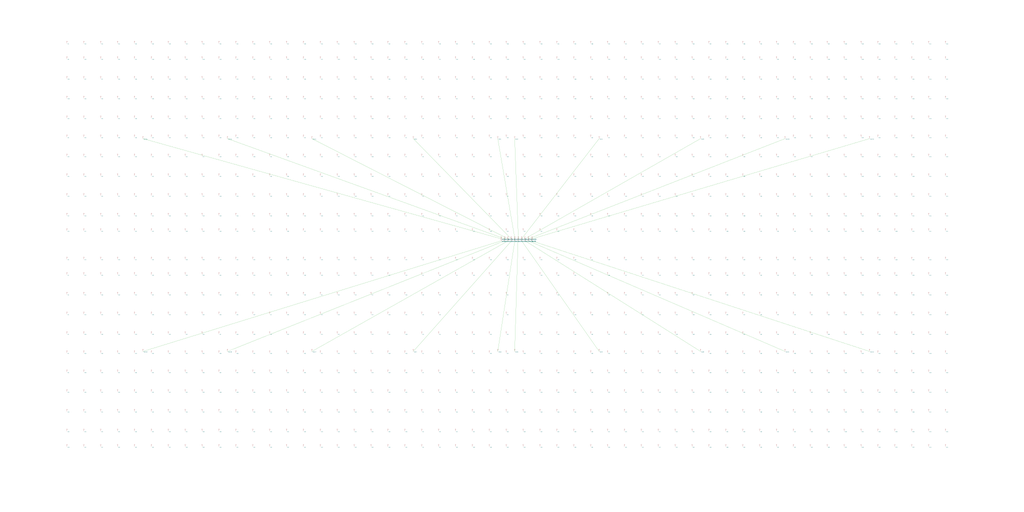
<source format=kicad_sch>
(kicad_sch (version 20230121) (generator eeschema)
  (paper "User" 1800 899.998)
  (wire (pts (xy 251.3 617.7) (xy 880.9 423.4)))
  (wire (pts (xy 251.3 243.7) (xy 881 419.8)))
  (wire (pts (xy 899.2 423.4) (xy 726.5 617.7)))
  (wire (pts (xy 934.6 423.4) (xy 1528.4 617.7)))
  (wire (pts (xy 910.6 423.4) (xy 904.7 617.7)))
  (wire (pts (xy 928.9 423.4) (xy 1379.9 617.7)))
  (wire (pts (xy 904.7 243.7) (xy 911.2 419.8)))
  (wire (pts (xy 905 419.8) (xy 875 243.7)))
  (wire (pts (xy 399.8 243.7) (xy 887.2 419.8)))
  (wire (pts (xy 898.6 419.8) (xy 726.5 243.7)))
  (wire (pts (xy 922.6 419.8) (xy 1231.4 243.7)))
  (wire (pts (xy 923.2 423.4) (xy 1231.4 617.7)))
  (wire (pts (xy 916.9 419.8) (xy 1053.2 243.7)))
  (wire (pts (xy 917 423.4) (xy 1053.2 617.7)))
  (wire (pts (xy 399.8 617.7) (xy 886.6 423.4)))
  (wire (pts (xy 548.3 243.7) (xy 892.9 419.8)))
  (wire (pts (xy 935.2 419.8) (xy 1528.4 243.7)))
  (wire (pts (xy 929 419.8) (xy 1379.9 243.7)))
  (wire (pts (xy 875 617.7) (xy 904.9 423.4)))
  (wire (pts (xy 893 423.4) (xy 548.3 617.7)))
  (symbol (lib_id "Connector:TestPoint") (at 1038.4 552.2 0) (unit 1)
    (property "Reference" "PILE680" (at 1039.4 553.2 0) (effects (font (size 0.5 0.5)) (justify left)))
    (property "Value" "TestPoint" (effects hide))
    (property "Footprint" "TestPoint:TestPoint_Pad_D1.0mm" (effects hide))
  )
  (symbol (lib_id "Connector:TestPoint") (at 1454.2 482.8 0) (unit 1)
    (property "Reference" "PILE977" (at 1455.2 483.8 0) (effects (font (size 0.5 0.5)) (justify left)))
    (property "Value" "TestPoint" (effects hide))
    (property "Footprint" "TestPoint:TestPoint_Pad_D1.0mm" (effects hide))
  )
  (symbol (lib_id "Connector:TestPoint") (at 622.6 274.6 0) (unit 1)
    (property "Reference" "PILE467" (at 623.6 275.6 0) (effects (font (size 0.5 0.5)) (justify left)))
    (property "Value" "TestPoint" (effects hide))
    (property "Footprint" "TestPoint:TestPoint_Pad_D1.0mm" (effects hide))
  )
  (symbol (lib_id "Connector:TestPoint") (at 1543.2 138.1 0) (unit 1)
    (property "Reference" "PILE1051" (at 1544.2 139.1 0) (effects (font (size 0.5 0.5)) (justify left)))
    (property "Value" "TestPoint" (effects hide))
    (property "Footprint" "TestPoint:TestPoint_Pad_D1.0mm" (effects hide))
  )
  (symbol (lib_id "Connector:TestPoint") (at 1127.4 758 0) (unit 1)
    (property "Reference" "PILE750" (at 1128.4 759 0) (effects (font (size 0.5 0.5)) (justify left)))
    (property "Value" "TestPoint" (effects hide))
    (property "Footprint" "TestPoint:TestPoint_Pad_D1.0mm" (effects hide))
  )
  (symbol (lib_id "Connector:TestPoint") (at 1335.4 620.4 0) (unit 1)
    (property "Reference" "PILE895" (at 1336.4 621.4 0) (effects (font (size 0.5 0.5)) (justify left)))
    (property "Value" "TestPoint" (effects hide))
    (property "Footprint" "TestPoint:TestPoint_Pad_D1.0mm" (effects hide))
  )
  (symbol (lib_id "Connector:TestPoint") (at 1572.9 378.6 0) (unit 1)
    (property "Reference" "PILE1079" (at 1573.9 379.6 0) (effects (font (size 0.5 0.5)) (justify left)))
    (property "Value" "TestPoint" (effects hide))
    (property "Footprint" "TestPoint:TestPoint_Pad_D1.0mm" (effects hide))
  )
  (symbol (lib_id "Connector:TestPoint") (at 830.4 723.3 0) (unit 1)
    (property "Reference" "PILE536" (at 831.4 724.3 0) (effects (font (size 0.5 0.5)) (justify left)))
    (property "Value" "TestPoint" (effects hide))
    (property "Footprint" "TestPoint:TestPoint_Pad_D1.0mm" (effects hide))
  )
  (symbol (lib_id "Connector:TestPoint") (at 1246.2 620.4 0) (unit 1)
    (property "Reference" "PILE831" (at 1247.2 621.4 0) (effects (font (size 0.5 0.5)) (justify left)))
    (property "Value" "TestPoint" (effects hide))
    (property "Footprint" "TestPoint:TestPoint_Pad_D1.0mm" (effects hide))
  )
  (symbol (lib_id "Connector:TestPoint") (at 681.9 758 0) (unit 1)
    (property "Reference" "PILE502" (at 682.9 759 0) (effects (font (size 0.5 0.5)) (justify left)))
    (property "Value" "TestPoint" (effects hide))
    (property "Footprint" "TestPoint:TestPoint_Pad_D1.0mm" (effects hide))
  )
  (symbol (lib_id "Connector:TestPoint") (at 830.4 517.5 0) (unit 1)
    (property "Reference" "PILE530" (at 831.4 518.5 0) (effects (font (size 0.5 0.5)) (justify left)))
    (property "Value" "TestPoint" (effects hide))
    (property "Footprint" "TestPoint:TestPoint_Pad_D1.0mm" (effects hide))
  )
  (symbol (lib_id "Connector:TestPoint") (at 1216.6 138.1 0) (unit 1)
    (property "Reference" "PILE817" (at 1217.6 139.1 0) (effects (font (size 0.5 0.5)) (justify left)))
    (property "Value" "TestPoint" (effects hide))
    (property "Footprint" "TestPoint:TestPoint_Pad_D1.0mm" (effects hide))
  )
  (symbol (lib_id "Connector:TestPoint") (at 1216.6 343.9 0) (unit 1)
    (property "Reference" "PILE823" (at 1217.6 344.9 0) (effects (font (size 0.5 0.5)) (justify left)))
    (property "Value" "TestPoint" (effects hide))
    (property "Footprint" "TestPoint:TestPoint_Pad_D1.0mm" (effects hide))
  )
  (symbol (lib_id "Connector:TestPoint") (at 800.7 758 0) (unit 1)
    (property "Reference" "PILE87" (at 801.7 759 0) (effects (font (size 0.5 0.5)) (justify left)))
    (property "Value" "TestPoint" (effects hide))
    (property "Footprint" "TestPoint:TestPoint_Pad_D1.0mm" (effects hide))
  )
  (symbol (lib_id "Connector:TestPoint") (at 474 172.8 0) (unit 1)
    (property "Reference" "PILE358" (at 475 173.8 0) (effects (font (size 0.5 0.5)) (justify left)))
    (property "Value" "TestPoint" (effects hide))
    (property "Footprint" "TestPoint:TestPoint_Pad_D1.0mm" (effects hide))
  )
  (symbol (lib_id "Connector:TestPoint") (at 1305.7 482.8 0) (unit 1)
    (property "Reference" "PILE870" (at 1306.7 483.8 0) (effects (font (size 0.5 0.5)) (justify left)))
    (property "Value" "TestPoint" (effects hide))
    (property "Footprint" "TestPoint:TestPoint_Pad_D1.0mm" (effects hide))
  )
  (symbol (lib_id "Connector:TestPoint") (at 622.6 785.1 0) (unit 1)
    (property "Reference" "PILE462" (at 623.6 786.1 0) (effects (font (size 0.5 0.5)) (justify left)))
    (property "Value" "TestPoint" (effects hide))
    (property "Footprint" "TestPoint:TestPoint_Pad_D1.0mm" (effects hide))
  )
  (symbol (lib_id "Connector:TestPoint") (at 1008.7 552.2 0) (unit 1)
    (property "Reference" "PILE659" (at 1009.7 553.2 0) (effects (font (size 0.5 0.5)) (justify left)))
    (property "Value" "TestPoint" (effects hide))
    (property "Footprint" "TestPoint:TestPoint_Pad_D1.0mm" (effects hide))
  )
  (symbol (lib_id "Connector:TestPoint") (at 1365 207.5 0) (unit 1)
    (property "Reference" "PILE926" (at 1366 208.5 0) (effects (font (size 0.5 0.5)) (justify left)))
    (property "Value" "TestPoint" (effects hide))
    (property "Footprint" "TestPoint:TestPoint_Pad_D1.0mm" (effects hide))
  )
  (symbol (lib_id "Connector:TestPoint") (at 1424.4 785.1 0) (unit 1)
    (property "Reference" "PILE964" (at 1425.4 786.1 0) (effects (font (size 0.5 0.5)) (justify left)))
    (property "Value" "TestPoint" (effects hide))
    (property "Footprint" "TestPoint:TestPoint_Pad_D1.0mm" (effects hide))
  )
  (symbol (lib_id "Connector:TestPoint") (at 1186.9 138.1 0) (unit 1)
    (property "Reference" "PILE796" (at 1187.9 139.1 0) (effects (font (size 0.5 0.5)) (justify left)))
    (property "Value" "TestPoint" (effects hide))
    (property "Footprint" "TestPoint:TestPoint_Pad_D1.0mm" (effects hide))
  )
  (symbol (lib_id "Connector:TestPoint") (at 147.4 785.1 0) (unit 1)
    (property "Reference" "PILE101" (at 148.4 786.1 0) (effects (font (size 0.5 0.5)) (justify left)))
    (property "Value" "TestPoint" (effects hide))
    (property "Footprint" "TestPoint:TestPoint_Pad_D1.0mm" (effects hide))
  )
  (symbol (lib_id "Connector:TestPoint") (at 1632.4 688.6 0) (unit 1)
    (property "Reference" "PILE1110" (at 1633.4 689.6 0) (effects (font (size 0.5 0.5)) (justify left)))
    (property "Value" "TestPoint" (effects hide))
    (property "Footprint" "TestPoint:TestPoint_Pad_D1.0mm" (effects hide))
  )
  (symbol (lib_id "Connector:TestPoint") (at 978.9 378.6 0) (unit 1)
    (property "Reference" "PILE654" (at 979.9 379.6 0) (effects (font (size 0.5 0.5)) (justify left)))
    (property "Value" "TestPoint" (effects hide))
    (property "Footprint" "TestPoint:TestPoint_Pad_D1.0mm" (effects hide))
  )
  (symbol (lib_id "Connector:TestPoint") (at 830.4 378.6 0) (unit 1)
    (property "Reference" "PILE547" (at 831.4 379.6 0) (effects (font (size 0.5 0.5)) (justify left)))
    (property "Value" "TestPoint" (effects hide))
    (property "Footprint" "TestPoint:TestPoint_Pad_D1.0mm" (effects hide))
  )
  (symbol (lib_id "Connector:TestPoint") (at 741.4 309.2 0) (unit 1)
    (property "Reference" "PILE53" (at 742.4 310.2 0) (effects (font (size 0.5 0.5)) (justify left)))
    (property "Value" "TestPoint" (effects hide))
    (property "Footprint" "TestPoint:TestPoint_Pad_D1.0mm" (effects hide))
  )
  (symbol (lib_id "Connector:TestPoint") (at 533.4 241 0) (unit 1)
    (property "Reference" "PILE402" (at 534.4 242 0) (effects (font (size 0.5 0.5)) (justify left)))
    (property "Value" "TestPoint" (effects hide))
    (property "Footprint" "TestPoint:TestPoint_Pad_D1.0mm" (effects hide))
  )
  (symbol (lib_id "Connector:TestPoint") (at 414.7 405.7 0) (unit 1)
    (property "Reference" "PILE321" (at 415.7 406.7 0) (effects (font (size 0.5 0.5)) (justify left)))
    (property "Value" "TestPoint" (effects hide))
    (property "Footprint" "TestPoint:TestPoint_Pad_D1.0mm" (effects hide))
  )
  (symbol (lib_id "Connector:TestPoint") (at 1483.9 76.3 0) (unit 1)
    (property "Reference" "PILE1008" (at 1484.9 77.3 0) (effects (font (size 0.5 0.5)) (justify left)))
    (property "Value" "TestPoint" (effects hide))
    (property "Footprint" "TestPoint:TestPoint_Pad_D1.0mm" (effects hide))
  )
  (symbol (lib_id "Connector:TestPoint") (at 1127.4 309.2 0) (unit 1)
    (property "Reference" "PILE758" (at 1128.4 310.2 0) (effects (font (size 0.5 0.5)) (justify left)))
    (property "Value" "TestPoint" (effects hide))
    (property "Footprint" "TestPoint:TestPoint_Pad_D1.0mm" (effects hide))
  )
  (symbol (lib_id "Connector:TestPoint") (at 741.4 76.3 0) (unit 1)
    (property "Reference" "PILE47" (at 742.4 77.3 0) (effects (font (size 0.5 0.5)) (justify left)))
    (property "Value" "TestPoint" (effects hide))
    (property "Footprint" "TestPoint:TestPoint_Pad_D1.0mm" (effects hide))
  )
  (symbol (lib_id "Connector:TestPoint") (at 1365 378.6 0) (unit 1)
    (property "Reference" "PILE931" (at 1366 379.6 0) (effects (font (size 0.5 0.5)) (justify left)))
    (property "Value" "TestPoint" (effects hide))
    (property "Footprint" "TestPoint:TestPoint_Pad_D1.0mm" (effects hide))
  )
  (symbol (lib_id "Connector:TestPoint") (at 1335.4 552.2 0) (unit 1)
    (property "Reference" "PILE893" (at 1336.4 553.2 0) (effects (font (size 0.5 0.5)) (justify left)))
    (property "Value" "TestPoint" (effects hide))
    (property "Footprint" "TestPoint:TestPoint_Pad_D1.0mm" (effects hide))
  )
  (symbol (lib_id "Connector:TestPoint") (at 1572.9 653.9 0) (unit 1)
    (property "Reference" "PILE1066" (at 1573.9 654.9 0) (effects (font (size 0.5 0.5)) (justify left)))
    (property "Value" "TestPoint" (effects hide))
    (property "Footprint" "TestPoint:TestPoint_Pad_D1.0mm" (effects hide))
  )
  (symbol (lib_id "Connector:TestPoint") (at 295.9 552.2 0) (unit 1)
    (property "Reference" "PILE219" (at 296.9 553.2 0) (effects (font (size 0.5 0.5)) (justify left)))
    (property "Value" "TestPoint" (effects hide))
    (property "Footprint" "TestPoint:TestPoint_Pad_D1.0mm" (effects hide))
  )
  (symbol (lib_id "Connector:TestPoint") (at 1483.9 103.4 0) (unit 1)
    (property "Reference" "PILE1148" (at 1484.9 104.4 0) (effects (font (size 0.5 0.5)) (justify left)))
    (property "Value" "TestPoint" (effects hide))
    (property "Footprint" "TestPoint:TestPoint_Pad_D1.0mm" (effects hide))
  )
  (symbol (lib_id "Connector:TestPoint") (at 830.4 405.7 0) (unit 1)
    (property "Reference" "PILE548" (at 831.4 406.7 0) (effects (font (size 0.5 0.5)) (justify left)))
    (property "Value" "TestPoint" (effects hide))
    (property "Footprint" "TestPoint:TestPoint_Pad_D1.0mm" (effects hide))
  )
  (symbol (lib_id "Connector:TestPoint") (at 1454.2 405.7 0) (unit 1)
    (property "Reference" "PILE996" (at 1455.2 406.7 0) (effects (font (size 0.5 0.5)) (justify left)))
    (property "Value" "TestPoint" (effects hide))
    (property "Footprint" "TestPoint:TestPoint_Pad_D1.0mm" (effects hide))
  )
  (symbol (lib_id "Connector:TestPoint") (at 1335.4 138.1 0) (unit 1)
    (property "Reference" "PILE902" (at 1336.4 139.1 0) (effects (font (size 0.5 0.5)) (justify left)))
    (property "Value" "TestPoint" (effects hide))
    (property "Footprint" "TestPoint:TestPoint_Pad_D1.0mm" (effects hide))
  )
  (symbol (lib_id "Connector:TestPoint") (at 1365 455.7 0) (unit 1)
    (property "Reference" "PILE912" (at 1366 456.7 0) (effects (font (size 0.5 0.5)) (justify left)))
    (property "Value" "TestPoint" (effects hide))
    (property "Footprint" "TestPoint:TestPoint_Pad_D1.0mm" (effects hide))
  )
  (symbol (lib_id "Connector:TestPoint") (at 1246.2 138.1 0) (unit 1)
    (property "Reference" "PILE838" (at 1247.2 139.1 0) (effects (font (size 0.5 0.5)) (justify left)))
    (property "Value" "TestPoint" (effects hide))
    (property "Footprint" "TestPoint:TestPoint_Pad_D1.0mm" (effects hide))
  )
  (symbol (lib_id "Connector:TestPoint") (at 1097.7 552.2 0) (unit 1)
    (property "Reference" "PILE723" (at 1098.7 553.2 0) (effects (font (size 0.5 0.5)) (justify left)))
    (property "Value" "TestPoint" (effects hide))
    (property "Footprint" "TestPoint:TestPoint_Pad_D1.0mm" (effects hide))
  )
  (symbol (lib_id "Connector:TestPoint") (at 206.7 688.6 0) (unit 1)
    (property "Reference" "PILE160" (at 207.7 689.6 0) (effects (font (size 0.5 0.5)) (justify left)))
    (property "Value" "TestPoint" (effects hide))
    (property "Footprint" "TestPoint:TestPoint_Pad_D1.0mm" (effects hide))
  )
  (symbol (lib_id "Connector:TestPoint") (at 1216.6 688.6 0) (unit 1)
    (property "Reference" "PILE812" (at 1217.6 689.6 0) (effects (font (size 0.5 0.5)) (justify left)))
    (property "Value" "TestPoint" (effects hide))
    (property "Footprint" "TestPoint:TestPoint_Pad_D1.0mm" (effects hide))
  )
  (symbol (lib_id "Connector:TestPoint") (at 1572.9 103.4 0) (unit 1)
    (property "Reference" "PILE1147" (at 1573.9 104.4 0) (effects (font (size 0.5 0.5)) (justify left)))
    (property "Value" "TestPoint" (effects hide))
    (property "Footprint" "TestPoint:TestPoint_Pad_D1.0mm" (effects hide))
  )
  (symbol (lib_id "Connector:TestPoint") (at 1008.7 378.6 0) (unit 1)
    (property "Reference" "PILE675" (at 1009.7 379.6 0) (effects (font (size 0.5 0.5)) (justify left)))
    (property "Value" "TestPoint" (effects hide))
    (property "Footprint" "TestPoint:TestPoint_Pad_D1.0mm" (effects hide))
  )
  (symbol (lib_id "Connector:TestPoint") (at 1602.7 405.7 0) (unit 1)
    (property "Reference" "PILE1102" (at 1603.7 406.7 0) (effects (font (size 0.5 0.5)) (justify left)))
    (property "Value" "TestPoint" (effects hide))
    (property "Footprint" "TestPoint:TestPoint_Pad_D1.0mm" (effects hide))
  )
  (symbol (lib_id "Connector:TestPoint") (at 117.7 405.7 0) (unit 1)
    (property "Reference" "PILE145" (at 118.7 406.7 0) (effects (font (size 0.5 0.5)) (justify left)))
    (property "Value" "TestPoint" (effects hide))
    (property "Footprint" "TestPoint:TestPoint_Pad_D1.0mm" (effects hide))
  )
  (symbol (lib_id "Connector:TestPoint") (at 1424.4 482.8 0) (unit 1)
    (property "Reference" "PILE955" (at 1425.4 483.8 0) (effects (font (size 0.5 0.5)) (justify left)))
    (property "Value" "TestPoint" (effects hide))
    (property "Footprint" "TestPoint:TestPoint_Pad_D1.0mm" (effects hide))
  )
  (symbol (lib_id "Connector:TestPoint") (at 1572.9 688.6 0) (unit 1)
    (property "Reference" "PILE1067" (at 1573.9 689.6 0) (effects (font (size 0.5 0.5)) (justify left)))
    (property "Value" "TestPoint" (effects hide))
    (property "Footprint" "TestPoint:TestPoint_Pad_D1.0mm" (effects hide))
  )
  (symbol (lib_id "Connector:TestPoint") (at 830.4 688.6 0) (unit 1)
    (property "Reference" "PILE535" (at 831.4 689.6 0) (effects (font (size 0.5 0.5)) (justify left)))
    (property "Value" "TestPoint" (effects hide))
    (property "Footprint" "TestPoint:TestPoint_Pad_D1.0mm" (effects hide))
  )
  (symbol (lib_id "Connector:TestPoint") (at 652.2 455.7 0) (unit 1)
    (property "Reference" "PILE472" (at 653.2 456.7 0) (effects (font (size 0.5 0.5)) (justify left)))
    (property "Value" "TestPoint" (effects hide))
    (property "Footprint" "TestPoint:TestPoint_Pad_D1.0mm" (effects hide))
  )
  (symbol (lib_id "Connector:TestPoint") (at 177 378.6 0) (unit 1)
    (property "Reference" "PILE124" (at 178 379.6 0) (effects (font (size 0.5 0.5)) (justify left)))
    (property "Value" "TestPoint" (effects hide))
    (property "Footprint" "TestPoint:TestPoint_Pad_D1.0mm" (effects hide))
  )
  (symbol (lib_id "Connector:TestPoint") (at 444.4 482.8 0) (unit 1)
    (property "Reference" "PILE323" (at 445.4 483.8 0) (effects (font (size 0.5 0.5)) (justify left)))
    (property "Value" "TestPoint" (effects hide))
    (property "Footprint" "TestPoint:TestPoint_Pad_D1.0mm" (effects hide))
  )
  (symbol (lib_id "Connector:TestPoint") (at 592.9 654 0) (unit 1)
    (property "Reference" "PILE436" (at 593.9 655 0) (effects (font (size 0.5 0.5)) (justify left)))
    (property "Value" "TestPoint" (effects hide))
    (property "Footprint" "TestPoint:TestPoint_Pad_D1.0mm" (effects hide))
  )
  (symbol (lib_id "Connector:TestPoint") (at 919.6 76.3 0) (unit 1)
    (property "Reference" "PILE602" (at 920.6 77.3 0) (effects (font (size 0.5 0.5)) (justify left)))
    (property "Value" "TestPoint" (effects hide))
    (property "Footprint" "TestPoint:TestPoint_Pad_D1.0mm" (effects hide))
  )
  (symbol (lib_id "Connector:TestPoint") (at 1157.2 103.4 0) (unit 1)
    (property "Reference" "PILE1163" (at 1158.2 104.4 0) (effects (font (size 0.5 0.5)) (justify left)))
    (property "Value" "TestPoint" (effects hide))
    (property "Footprint" "TestPoint:TestPoint_Pad_D1.0mm" (effects hide))
  )
  (symbol (lib_id "Connector:TestPoint") (at 1186.9 758 0) (unit 1)
    (property "Reference" "PILE793" (at 1187.9 759 0) (effects (font (size 0.5 0.5)) (justify left)))
    (property "Value" "TestPoint" (effects hide))
    (property "Footprint" "TestPoint:TestPoint_Pad_D1.0mm" (effects hide))
  )
  (symbol (lib_id "Connector:TestPoint") (at 1127.4 405.7 0) (unit 1)
    (property "Reference" "PILE761" (at 1128.4 406.7 0) (effects (font (size 0.5 0.5)) (justify left)))
    (property "Value" "TestPoint" (effects hide))
    (property "Footprint" "TestPoint:TestPoint_Pad_D1.0mm" (effects hide))
  )
  (symbol (lib_id "Connector:TestPoint") (at 830.4 785.1 0) (unit 1)
    (property "Reference" "PILE538" (at 831.4 786.1 0) (effects (font (size 0.5 0.5)) (justify left)))
    (property "Value" "TestPoint" (effects hide))
    (property "Footprint" "TestPoint:TestPoint_Pad_D1.0mm" (effects hide))
  )
  (symbol (lib_id "Connector:TestPoint") (at 711.7 620.4 0) (unit 1)
    (property "Reference" "PILE519" (at 712.7 621.4 0) (effects (font (size 0.5 0.5)) (justify left)))
    (property "Value" "TestPoint" (effects hide))
    (property "Footprint" "TestPoint:TestPoint_Pad_D1.0mm" (effects hide))
  )
  (symbol (lib_id "Connector:TestPoint") (at 652.2 688.6 0) (unit 1)
    (property "Reference" "PILE479" (at 653.2 689.6 0) (effects (font (size 0.5 0.5)) (justify left)))
    (property "Value" "TestPoint" (effects hide))
    (property "Footprint" "TestPoint:TestPoint_Pad_D1.0mm" (effects hide))
  )
  (symbol (lib_id "Connector:TestPoint") (at 414.7 785.1 0) (unit 1)
    (property "Reference" "PILE311" (at 415.7 786.1 0) (effects (font (size 0.5 0.5)) (justify left)))
    (property "Value" "TestPoint" (effects hide))
    (property "Footprint" "TestPoint:TestPoint_Pad_D1.0mm" (effects hide))
  )
  (symbol (lib_id "Connector:TestPoint") (at 177 654 0) (unit 1)
    (property "Reference" "PILE110" (at 178 655 0) (effects (font (size 0.5 0.5)) (justify left)))
    (property "Value" "TestPoint" (effects hide))
    (property "Footprint" "TestPoint:TestPoint_Pad_D1.0mm" (effects hide))
  )
  (symbol (lib_id "Connector:TestPoint") (at 860.2 207.5 0) (unit 1)
    (property "Reference" "PILE562" (at 861.2 208.5 0) (effects (font (size 0.5 0.5)) (justify left)))
    (property "Value" "TestPoint" (effects hide))
    (property "Footprint" "TestPoint:TestPoint_Pad_D1.0mm" (effects hide))
  )
  (symbol (lib_id "Connector:TestPoint") (at 919.6 138.1 0) (unit 1)
    (property "Reference" "PILE603" (at 920.6 139.1 0) (effects (font (size 0.5 0.5)) (justify left)))
    (property "Value" "TestPoint" (effects hide))
    (property "Footprint" "TestPoint:TestPoint_Pad_D1.0mm" (effects hide))
  )
  (symbol (lib_id "Connector:TestPoint") (at 1127.4 343.9 0) (unit 1)
    (property "Reference" "PILE759" (at 1128.4 344.9 0) (effects (font (size 0.5 0.5)) (justify left)))
    (property "Value" "TestPoint" (effects hide))
    (property "Footprint" "TestPoint:TestPoint_Pad_D1.0mm" (effects hide))
  )
  (symbol (lib_id "Connector:TestPoint") (at 652.2 517.5 0) (unit 1)
    (property "Reference" "PILE474" (at 653.2 518.5 0) (effects (font (size 0.5 0.5)) (justify left)))
    (property "Value" "TestPoint" (effects hide))
    (property "Footprint" "TestPoint:TestPoint_Pad_D1.0mm" (effects hide))
  )
  (symbol (lib_id "Connector:TestPoint") (at 1483.9 241 0) (unit 1)
    (property "Reference" "PILE1012" (at 1484.9 242 0) (effects (font (size 0.5 0.5)) (justify left)))
    (property "Value" "TestPoint" (effects hide))
    (property "Footprint" "TestPoint:TestPoint_Pad_D1.0mm" (effects hide))
  )
  (symbol (lib_id "Connector:TestPoint") (at 1127.4 586.8 0) (unit 1)
    (property "Reference" "PILE745" (at 1128.4 587.8 0) (effects (font (size 0.5 0.5)) (justify left)))
    (property "Value" "TestPoint" (effects hide))
    (property "Footprint" "TestPoint:TestPoint_Pad_D1.0mm" (effects hide))
  )
  (symbol (lib_id "Connector:TestPoint") (at 384.9 785.1 0) (unit 1)
    (property "Reference" "PILE290" (at 385.9 786.1 0) (effects (font (size 0.5 0.5)) (justify left)))
    (property "Value" "TestPoint" (effects hide))
    (property "Footprint" "TestPoint:TestPoint_Pad_D1.0mm" (effects hide))
  )
  (symbol (lib_id "Connector:TestPoint") (at 652.2 274.6 0) (unit 1)
    (property "Reference" "PILE488" (at 653.2 275.6 0) (effects (font (size 0.5 0.5)) (justify left)))
    (property "Value" "TestPoint" (effects hide))
    (property "Footprint" "TestPoint:TestPoint_Pad_D1.0mm" (effects hide))
  )
  (symbol (lib_id "Connector:TestPoint") (at 771 138.1 0) (unit 1)
    (property "Reference" "PILE69" (at 772 139.1 0) (effects (font (size 0.5 0.5)) (justify left)))
    (property "Value" "TestPoint" (effects hide))
    (property "Footprint" "TestPoint:TestPoint_Pad_D1.0mm" (effects hide))
  )
  (symbol (lib_id "Connector:TestPoint") (at 592.9 758 0) (unit 1)
    (property "Reference" "PILE439" (at 593.9 759 0) (effects (font (size 0.5 0.5)) (justify left)))
    (property "Value" "TestPoint" (effects hide))
    (property "Footprint" "TestPoint:TestPoint_Pad_D1.0mm" (effects hide))
  )
  (symbol (lib_id "Connector:TestPoint") (at 1394.7 723.3 0) (unit 1)
    (property "Reference" "PILE941" (at 1395.7 724.3 0) (effects (font (size 0.5 0.5)) (justify left)))
    (property "Value" "TestPoint" (effects hide))
    (property "Footprint" "TestPoint:TestPoint_Pad_D1.0mm" (effects hide))
  )
  (symbol (lib_id "Connector:TestPoint") (at 880.9 423.4 0) (unit 1)
    (property "Reference" "INV30" (at 881.9 424.4 0) (effects (font (size 1.5 1.5)) (justify left)))
    (property "Value" "TestPoint" (effects hide))
    (property "Footprint" "TestPoint:TestPoint_Pad_D1.0mm" (effects hide))
  )
  (symbol (lib_id "Connector:TestPoint") (at 1454.2 517.5 0) (unit 1)
    (property "Reference" "PILE978" (at 1455.2 518.5 0) (effects (font (size 0.5 0.5)) (justify left)))
    (property "Value" "TestPoint" (effects hide))
    (property "Footprint" "TestPoint:TestPoint_Pad_D1.0mm" (effects hide))
  )
  (symbol (lib_id "Connector:TestPoint") (at 325.6 207.5 0) (unit 1)
    (property "Reference" "PILE252" (at 326.6 208.5 0) (effects (font (size 0.5 0.5)) (justify left)))
    (property "Value" "TestPoint" (effects hide))
    (property "Footprint" "TestPoint:TestPoint_Pad_D1.0mm" (effects hide))
  )
  (symbol (lib_id "Connector:TestPoint") (at 474 482.8 0) (unit 1)
    (property "Reference" "PILE344" (at 475 483.8 0) (effects (font (size 0.5 0.5)) (justify left)))
    (property "Value" "TestPoint" (effects hide))
    (property "Footprint" "TestPoint:TestPoint_Pad_D1.0mm" (effects hide))
  )
  (symbol (lib_id "Connector:TestPoint") (at 889.9 343.9 0) (unit 1)
    (property "Reference" "PILE25" (at 890.9 344.9 0) (effects (font (size 0.5 0.5)) (justify left)))
    (property "Value" "TestPoint" (effects hide))
    (property "Footprint" "TestPoint:TestPoint_Pad_D1.0mm" (effects hide))
  )
  (symbol (lib_id "Connector:TestPoint") (at 860.2 103.4 0) (unit 1)
    (property "Reference" "PILE587" (at 861.2 104.4 0) (effects (font (size 0.5 0.5)) (justify left)))
    (property "Value" "TestPoint" (effects hide))
    (property "Footprint" "TestPoint:TestPoint_Pad_D1.0mm" (effects hide))
  )
  (symbol (lib_id "Connector:TestPoint") (at 1454.2 785.1 0) (unit 1)
    (property "Reference" "PILE986" (at 1455.2 786.1 0) (effects (font (size 0.5 0.5)) (justify left)))
    (property "Value" "TestPoint" (effects hide))
    (property "Footprint" "TestPoint:TestPoint_Pad_D1.0mm" (effects hide))
  )
  (symbol (lib_id "Connector:TestPoint") (at 1454.2 309.2 0) (unit 1)
    (property "Reference" "PILE993" (at 1455.2 310.2 0) (effects (font (size 0.5 0.5)) (justify left)))
    (property "Value" "TestPoint" (effects hide))
    (property "Footprint" "TestPoint:TestPoint_Pad_D1.0mm" (effects hide))
  )
  (symbol (lib_id "Connector:TestPoint") (at 1068 343.9 0) (unit 1)
    (property "Reference" "PILE717" (at 1069 344.9 0) (effects (font (size 0.5 0.5)) (justify left)))
    (property "Value" "TestPoint" (effects hide))
    (property "Footprint" "TestPoint:TestPoint_Pad_D1.0mm" (effects hide))
  )
  (symbol (lib_id "Connector:TestPoint") (at 414.7 620.4 0) (unit 1)
    (property "Reference" "PILE306" (at 415.7 621.4 0) (effects (font (size 0.5 0.5)) (justify left)))
    (property "Value" "TestPoint" (effects hide))
    (property "Footprint" "TestPoint:TestPoint_Pad_D1.0mm" (effects hide))
  )
  (symbol (lib_id "Connector:TestPoint") (at 236.4 378.6 0) (unit 1)
    (property "Reference" "PILE193" (at 237.4 379.6 0) (effects (font (size 0.5 0.5)) (justify left)))
    (property "Value" "TestPoint" (effects hide))
    (property "Footprint" "TestPoint:TestPoint_Pad_D1.0mm" (effects hide))
  )
  (symbol (lib_id "Connector:TestPoint") (at 741.4 586.9 0) (unit 1)
    (property "Reference" "PILE40" (at 742.4 587.9 0) (effects (font (size 0.5 0.5)) (justify left)))
    (property "Value" "TestPoint" (effects hide))
    (property "Footprint" "TestPoint:TestPoint_Pad_D1.0mm" (effects hide))
  )
  (symbol (lib_id "Connector:TestPoint") (at 177 405.7 0) (unit 1)
    (property "Reference" "PILE125" (at 178 406.7 0) (effects (font (size 0.5 0.5)) (justify left)))
    (property "Value" "TestPoint" (effects hide))
    (property "Footprint" "TestPoint:TestPoint_Pad_D1.0mm" (effects hide))
  )
  (symbol (lib_id "Connector:TestPoint") (at 978.9 138.1 0) (unit 1)
    (property "Reference" "PILE644" (at 979.9 139.1 0) (effects (font (size 0.5 0.5)) (justify left)))
    (property "Value" "TestPoint" (effects hide))
    (property "Footprint" "TestPoint:TestPoint_Pad_D1.0mm" (effects hide))
  )
  (symbol (lib_id "Connector:TestPoint") (at 325.6 241 0) (unit 1)
    (property "Reference" "PILE253" (at 326.6 242 0) (effects (font (size 0.5 0.5)) (justify left)))
    (property "Value" "TestPoint" (effects hide))
    (property "Footprint" "TestPoint:TestPoint_Pad_D1.0mm" (effects hide))
  )
  (symbol (lib_id "Connector:TestPoint") (at 889.9 405.7 0) (unit 1)
    (property "Reference" "PILE591" (at 890.9 406.7 0) (effects (font (size 0.5 0.5)) (justify left)))
    (property "Value" "TestPoint" (effects hide))
    (property "Footprint" "TestPoint:TestPoint_Pad_D1.0mm" (effects hide))
  )
  (symbol (lib_id "Connector:TestPoint") (at 1602.7 517.5 0) (unit 1)
    (property "Reference" "PILE1083" (at 1603.7 518.5 0) (effects (font (size 0.5 0.5)) (justify left)))
    (property "Value" "TestPoint" (effects hide))
    (property "Footprint" "TestPoint:TestPoint_Pad_D1.0mm" (effects hide))
  )
  (symbol (lib_id "Connector:TestPoint") (at 474 76.3 0) (unit 1)
    (property "Reference" "PILE356" (at 475 77.3 0) (effects (font (size 0.5 0.5)) (justify left)))
    (property "Value" "TestPoint" (effects hide))
    (property "Footprint" "TestPoint:TestPoint_Pad_D1.0mm" (effects hide))
  )
  (symbol (lib_id "Connector:TestPoint") (at 1008.7 274.6 0) (unit 1)
    (property "Reference" "PILE672" (at 1009.7 275.6 0) (effects (font (size 0.5 0.5)) (justify left)))
    (property "Value" "TestPoint" (effects hide))
    (property "Footprint" "TestPoint:TestPoint_Pad_D1.0mm" (effects hide))
  )
  (symbol (lib_id "Connector:TestPoint") (at 1483.9 517.5 0) (unit 1)
    (property "Reference" "PILE999" (at 1484.9 518.5 0) (effects (font (size 0.5 0.5)) (justify left)))
    (property "Value" "TestPoint" (effects hide))
    (property "Footprint" "TestPoint:TestPoint_Pad_D1.0mm" (effects hide))
  )
  (symbol (lib_id "Connector:TestPoint") (at 266.2 172.8 0) (unit 1)
    (property "Reference" "PILE208" (at 267.2 173.8 0) (effects (font (size 0.5 0.5)) (justify left)))
    (property "Value" "TestPoint" (effects hide))
    (property "Footprint" "TestPoint:TestPoint_Pad_D1.0mm" (effects hide))
  )
  (symbol (lib_id "Connector:TestPoint") (at 681.9 785.1 0) (unit 1)
    (property "Reference" "PILE503" (at 682.9 786.1 0) (effects (font (size 0.5 0.5)) (justify left)))
    (property "Value" "TestPoint" (effects hide))
    (property "Footprint" "TestPoint:TestPoint_Pad_D1.0mm" (effects hide))
  )
  (symbol (lib_id "Connector:TestPoint") (at 503.7 758 0) (unit 1)
    (property "Reference" "PILE375" (at 504.7 759 0) (effects (font (size 0.5 0.5)) (justify left)))
    (property "Value" "TestPoint" (effects hide))
    (property "Footprint" "TestPoint:TestPoint_Pad_D1.0mm" (effects hide))
  )
  (symbol (lib_id "Connector:TestPoint") (at 1038.4 758 0) (unit 1)
    (property "Reference" "PILE686" (at 1039.4 759 0) (effects (font (size 0.5 0.5)) (justify left)))
    (property "Value" "TestPoint" (effects hide))
    (property "Footprint" "TestPoint:TestPoint_Pad_D1.0mm" (effects hide))
  )
  (symbol (lib_id "Connector:TestPoint") (at 236.4 309.2 0) (unit 1)
    (property "Reference" "PILE191" (at 237.4 310.2 0) (effects (font (size 0.5 0.5)) (justify left)))
    (property "Value" "TestPoint" (effects hide))
    (property "Footprint" "TestPoint:TestPoint_Pad_D1.0mm" (effects hide))
  )
  (symbol (lib_id "Connector:TestPoint") (at 1246.2 172.8 0) (unit 1)
    (property "Reference" "PILE839" (at 1247.2 173.8 0) (effects (font (size 0.5 0.5)) (justify left)))
    (property "Value" "TestPoint" (effects hide))
    (property "Footprint" "TestPoint:TestPoint_Pad_D1.0mm" (effects hide))
  )
  (symbol (lib_id "Connector:TestPoint") (at 919.6 343.9 0) (unit 1)
    (property "Reference" "PILE609" (at 920.6 344.9 0) (effects (font (size 0.5 0.5)) (justify left)))
    (property "Value" "TestPoint" (effects hide))
    (property "Footprint" "TestPoint:TestPoint_Pad_D1.0mm" (effects hide))
  )
  (symbol (lib_id "Connector:TestPoint") (at 923.2 423.4 0) (unit 1)
    (property "Reference" "INV37" (at 924.2 424.4 0) (effects (font (size 1.5 1.5)) (justify left)))
    (property "Value" "TestPoint" (effects hide))
    (property "Footprint" "TestPoint:TestPoint_Pad_D1.0mm" (effects hide))
  )
  (symbol (lib_id "Connector:TestPoint") (at 295.9 723.3 0) (unit 1)
    (property "Reference" "PILE225" (at 296.9 724.3 0) (effects (font (size 0.5 0.5)) (justify left)))
    (property "Value" "TestPoint" (effects hide))
    (property "Footprint" "TestPoint:TestPoint_Pad_D1.0mm" (effects hide))
  )
  (symbol (lib_id "Connector:TestPoint") (at 266.2 758 0) (unit 1)
    (property "Reference" "PILE204" (at 267.2 759 0) (effects (font (size 0.5 0.5)) (justify left)))
    (property "Value" "TestPoint" (effects hide))
    (property "Footprint" "TestPoint:TestPoint_Pad_D1.0mm" (effects hide))
  )
  (symbol (lib_id "Connector:TestPoint") (at 1127.4 455.7 0) (unit 1)
    (property "Reference" "PILE741" (at 1128.4 456.7 0) (effects (font (size 0.5 0.5)) (justify left)))
    (property "Value" "TestPoint" (effects hide))
    (property "Footprint" "TestPoint:TestPoint_Pad_D1.0mm" (effects hide))
  )
  (symbol (lib_id "Connector:TestPoint") (at 681.9 654 0) (unit 1)
    (property "Reference" "PILE499" (at 682.9 655 0) (effects (font (size 0.5 0.5)) (justify left)))
    (property "Value" "TestPoint" (effects hide))
    (property "Footprint" "TestPoint:TestPoint_Pad_D1.0mm" (effects hide))
  )
  (symbol (lib_id "Connector:TestPoint") (at 860.2 482.8 0) (unit 1)
    (property "Reference" "PILE549" (at 861.2 483.8 0) (effects (font (size 0.5 0.5)) (justify left)))
    (property "Value" "TestPoint" (effects hide))
    (property "Footprint" "TestPoint:TestPoint_Pad_D1.0mm" (effects hide))
  )
  (symbol (lib_id "Connector:TestPoint") (at 563.2 274.6 0) (unit 1)
    (property "Reference" "PILE425" (at 564.2 275.6 0) (effects (font (size 0.5 0.5)) (justify left)))
    (property "Value" "TestPoint" (effects hide))
    (property "Footprint" "TestPoint:TestPoint_Pad_D1.0mm" (effects hide))
  )
  (symbol (lib_id "Connector:TestPoint") (at 1275.9 654 0) (unit 1)
    (property "Reference" "PILE854" (at 1276.9 655 0) (effects (font (size 0.5 0.5)) (justify left)))
    (property "Value" "TestPoint" (effects hide))
    (property "Footprint" "TestPoint:TestPoint_Pad_D1.0mm" (effects hide))
  )
  (symbol (lib_id "Connector:TestPoint") (at 1394.7 207.5 0) (unit 1)
    (property "Reference" "PILE947" (at 1395.7 208.5 0) (effects (font (size 0.5 0.5)) (justify left)))
    (property "Value" "TestPoint" (effects hide))
    (property "Footprint" "TestPoint:TestPoint_Pad_D1.0mm" (effects hide))
  )
  (symbol (lib_id "Connector:TestPoint") (at 147.4 172.8 0) (unit 1)
    (property "Reference" "PILE156" (at 148.4 173.8 0) (effects (font (size 0.5 0.5)) (justify left)))
    (property "Value" "TestPoint" (effects hide))
    (property "Footprint" "TestPoint:TestPoint_Pad_D1.0mm" (effects hide))
  )
  (symbol (lib_id "Connector:TestPoint") (at 800.7 482.8 0) (unit 1)
    (property "Reference" "PILE79" (at 801.7 483.8 0) (effects (font (size 0.5 0.5)) (justify left)))
    (property "Value" "TestPoint" (effects hide))
    (property "Footprint" "TestPoint:TestPoint_Pad_D1.0mm" (effects hide))
  )
  (symbol (lib_id "Connector:TestPoint") (at 1602.7 723.3 0) (unit 1)
    (property "Reference" "PILE1089" (at 1603.7 724.3 0) (effects (font (size 0.5 0.5)) (justify left)))
    (property "Value" "TestPoint" (effects hide))
    (property "Footprint" "TestPoint:TestPoint_Pad_D1.0mm" (effects hide))
  )
  (symbol (lib_id "Connector:TestPoint") (at 1038.4 482.8 0) (unit 1)
    (property "Reference" "PILE678" (at 1039.4 483.8 0) (effects (font (size 0.5 0.5)) (justify left)))
    (property "Value" "TestPoint" (effects hide))
    (property "Footprint" "TestPoint:TestPoint_Pad_D1.0mm" (effects hide))
  )
  (symbol (lib_id "Connector:TestPoint") (at 503.7 455.7 0) (unit 1)
    (property "Reference" "PILE366" (at 504.7 456.7 0) (effects (font (size 0.5 0.5)) (justify left)))
    (property "Value" "TestPoint" (effects hide))
    (property "Footprint" "TestPoint:TestPoint_Pad_D1.0mm" (effects hide))
  )
  (symbol (lib_id "Connector:TestPoint") (at 622.6 138.1 0) (unit 1)
    (property "Reference" "PILE464" (at 623.6 139.1 0) (effects (font (size 0.5 0.5)) (justify left)))
    (property "Value" "TestPoint" (effects hide))
    (property "Footprint" "TestPoint:TestPoint_Pad_D1.0mm" (effects hide))
  )
  (symbol (lib_id "Connector:TestPoint") (at 771 688.6 0) (unit 1)
    (property "Reference" "PILE64" (at 772 689.6 0) (effects (font (size 0.5 0.5)) (justify left)))
    (property "Value" "TestPoint" (effects hide))
    (property "Footprint" "TestPoint:TestPoint_Pad_D1.0mm" (effects hide))
  )
  (symbol (lib_id "Connector:TestPoint") (at 1246.2 758 0) (unit 1)
    (property "Reference" "PILE835" (at 1247.2 759 0) (effects (font (size 0.5 0.5)) (justify left)))
    (property "Value" "TestPoint" (effects hide))
    (property "Footprint" "TestPoint:TestPoint_Pad_D1.0mm" (effects hide))
  )
  (symbol (lib_id "Connector:TestPoint") (at 503.7 586.8 0) (unit 1)
    (property "Reference" "PILE370" (at 504.7 587.8 0) (effects (font (size 0.5 0.5)) (justify left)))
    (property "Value" "TestPoint" (effects hide))
    (property "Footprint" "TestPoint:TestPoint_Pad_D1.0mm" (effects hide))
  )
  (symbol (lib_id "Connector:TestPoint") (at 1394.7 654 0) (unit 1)
    (property "Reference" "PILE939" (at 1395.7 655 0) (effects (font (size 0.5 0.5)) (justify left)))
    (property "Value" "TestPoint" (effects hide))
    (property "Footprint" "TestPoint:TestPoint_Pad_D1.0mm" (effects hide))
  )
  (symbol (lib_id "Connector:TestPoint") (at 1513.6 455.7 0) (unit 1)
    (property "Reference" "PILE1018" (at 1514.6 456.7 0) (effects (font (size 0.5 0.5)) (justify left)))
    (property "Value" "TestPoint" (effects hide))
    (property "Footprint" "TestPoint:TestPoint_Pad_D1.0mm" (effects hide))
  )
  (symbol (lib_id "Connector:TestPoint") (at 177 241 0) (unit 1)
    (property "Reference" "PILE120" (at 178 242 0) (effects (font (size 0.5 0.5)) (justify left)))
    (property "Value" "TestPoint" (effects hide))
    (property "Footprint" "TestPoint:TestPoint_Pad_D1.0mm" (effects hide))
  )
  (symbol (lib_id "Connector:TestPoint") (at 741.4 274.6 0) (unit 1)
    (property "Reference" "PILE52" (at 742.4 275.6 0) (effects (font (size 0.5 0.5)) (justify left)))
    (property "Value" "TestPoint" (effects hide))
    (property "Footprint" "TestPoint:TestPoint_Pad_D1.0mm" (effects hide))
  )
  (symbol (lib_id "Connector:TestPoint") (at 1305.7 309.2 0) (unit 1)
    (property "Reference" "PILE886" (at 1306.7 310.2 0) (effects (font (size 0.5 0.5)) (justify left)))
    (property "Value" "TestPoint" (effects hide))
    (property "Footprint" "TestPoint:TestPoint_Pad_D1.0mm" (effects hide))
  )
  (symbol (lib_id "Connector:TestPoint") (at 474 405.7 0) (unit 1)
    (property "Reference" "PILE365" (at 475 406.7 0) (effects (font (size 0.5 0.5)) (justify left)))
    (property "Value" "TestPoint" (effects hide))
    (property "Footprint" "TestPoint:TestPoint_Pad_D1.0mm" (effects hide))
  )
  (symbol (lib_id "Connector:TestPoint") (at 1275.9 207.5 0) (unit 1)
    (property "Reference" "PILE862" (at 1276.9 208.5 0) (effects (font (size 0.5 0.5)) (justify left)))
    (property "Value" "TestPoint" (effects hide))
    (property "Footprint" "TestPoint:TestPoint_Pad_D1.0mm" (effects hide))
  )
  (symbol (lib_id "Connector:TestPoint") (at 236.4 723.3 0) (unit 1)
    (property "Reference" "PILE182" (at 237.4 724.3 0) (effects (font (size 0.5 0.5)) (justify left)))
    (property "Value" "TestPoint" (effects hide))
    (property "Footprint" "TestPoint:TestPoint_Pad_D1.0mm" (effects hide))
  )
  (symbol (lib_id "Connector:TestPoint") (at 1127.4 172.8 0) (unit 1)
    (property "Reference" "PILE754" (at 1128.4 173.8 0) (effects (font (size 0.5 0.5)) (justify left)))
    (property "Value" "TestPoint" (effects hide))
    (property "Footprint" "TestPoint:TestPoint_Pad_D1.0mm" (effects hide))
  )
  (symbol (lib_id "Connector:TestPoint") (at 1305.7 172.8 0) (unit 1)
    (property "Reference" "PILE882" (at 1306.7 173.8 0) (effects (font (size 0.5 0.5)) (justify left)))
    (property "Value" "TestPoint" (effects hide))
    (property "Footprint" "TestPoint:TestPoint_Pad_D1.0mm" (effects hide))
  )
  (symbol (lib_id "Connector:TestPoint") (at 1483.9 343.9 0) (unit 1)
    (property "Reference" "PILE1015" (at 1484.9 344.9 0) (effects (font (size 0.5 0.5)) (justify left)))
    (property "Value" "TestPoint" (effects hide))
    (property "Footprint" "TestPoint:TestPoint_Pad_D1.0mm" (effects hide))
  )
  (symbol (lib_id "Connector:TestPoint") (at 1305.7 378.6 0) (unit 1)
    (property "Reference" "PILE888" (at 1306.7 379.6 0) (effects (font (size 0.5 0.5)) (justify left)))
    (property "Value" "TestPoint" (effects hide))
    (property "Footprint" "TestPoint:TestPoint_Pad_D1.0mm" (effects hide))
  )
  (symbol (lib_id "Connector:TestPoint") (at 503.7 103.4 0) (unit 1)
    (property "Reference" "PILE410" (at 504.7 104.4 0) (effects (font (size 0.5 0.5)) (justify left)))
    (property "Value" "TestPoint" (effects hide))
    (property "Footprint" "TestPoint:TestPoint_Pad_D1.0mm" (effects hide))
  )
  (symbol (lib_id "Connector:TestPoint") (at 147.4 76.3 0) (unit 1)
    (property "Reference" "PILE102" (at 148.4 77.3 0) (effects (font (size 0.5 0.5)) (justify left)))
    (property "Value" "TestPoint" (effects hide))
    (property "Footprint" "TestPoint:TestPoint_Pad_D1.0mm" (effects hide))
  )
  (symbol (lib_id "Connector:TestPoint") (at 800.7 654 0) (unit 1)
    (property "Reference" "PILE84" (at 801.7 655 0) (effects (font (size 0.5 0.5)) (justify left)))
    (property "Value" "TestPoint" (effects hide))
    (property "Footprint" "TestPoint:TestPoint_Pad_D1.0mm" (effects hide))
  )
  (symbol (lib_id "Connector:TestPoint") (at 563.2 172.8 0) (unit 1)
    (property "Reference" "PILE422" (at 564.2 173.8 0) (effects (font (size 0.5 0.5)) (justify left)))
    (property "Value" "TestPoint" (effects hide))
    (property "Footprint" "TestPoint:TestPoint_Pad_D1.0mm" (effects hide))
  )
  (symbol (lib_id "Connector:TestPoint") (at 325.6 517.5 0) (unit 1)
    (property "Reference" "PILE240" (at 326.6 518.5 0) (effects (font (size 0.5 0.5)) (justify left)))
    (property "Value" "TestPoint" (effects hide))
    (property "Footprint" "TestPoint:TestPoint_Pad_D1.0mm" (effects hide))
  )
  (symbol (lib_id "Connector:TestPoint") (at 1662 103.4 0) (unit 1)
    (property "Reference" "PILE1136" (at 1663 104.4 0) (effects (font (size 0.5 0.5)) (justify left)))
    (property "Value" "TestPoint" (effects hide))
    (property "Footprint" "TestPoint:TestPoint_Pad_D1.0mm" (effects hide))
  )
  (symbol (lib_id "Connector:TestPoint") (at 117.7 455.7 0) (unit 1)
    (property "Reference" "PILE15" (at 118.7 456.7 0) (effects (font (size 0.5 0.5)) (justify left)))
    (property "Value" "TestPoint" (effects hide))
    (property "Footprint" "TestPoint:TestPoint_Pad_D1.0mm" (effects hide))
  )
  (symbol (lib_id "Connector:TestPoint") (at 949.2 688.6 0) (unit 1)
    (property "Reference" "PILE619" (at 950.2 689.6 0) (effects (font (size 0.5 0.5)) (justify left)))
    (property "Value" "TestPoint" (effects hide))
    (property "Footprint" "TestPoint:TestPoint_Pad_D1.0mm" (effects hide))
  )
  (symbol (lib_id "Connector:TestPoint") (at 384.9 172.8 0) (unit 1)
    (property "Reference" "PILE293" (at 385.9 173.8 0) (effects (font (size 0.5 0.5)) (justify left)))
    (property "Value" "TestPoint" (effects hide))
    (property "Footprint" "TestPoint:TestPoint_Pad_D1.0mm" (effects hide))
  )
  (symbol (lib_id "Connector:TestPoint") (at 1127.4 482.8 0) (unit 1)
    (property "Reference" "PILE742" (at 1128.4 483.8 0) (effects (font (size 0.5 0.5)) (justify left)))
    (property "Value" "TestPoint" (effects hide))
    (property "Footprint" "TestPoint:TestPoint_Pad_D1.0mm" (effects hide))
  )
  (symbol (lib_id "Connector:TestPoint") (at 236.4 138.1 0) (unit 1)
    (property "Reference" "PILE186" (at 237.4 139.1 0) (effects (font (size 0.5 0.5)) (justify left)))
    (property "Value" "TestPoint" (effects hide))
    (property "Footprint" "TestPoint:TestPoint_Pad_D1.0mm" (effects hide))
  )
  (symbol (lib_id "Connector:TestPoint") (at 1572.9 274.6 0) (unit 1)
    (property "Reference" "PILE1076" (at 1573.9 275.6 0) (effects (font (size 0.5 0.5)) (justify left)))
    (property "Value" "TestPoint" (effects hide))
    (property "Footprint" "TestPoint:TestPoint_Pad_D1.0mm" (effects hide))
  )
  (symbol (lib_id "Connector:TestPoint") (at 177 586.8 0) (unit 1)
    (property "Reference" "PILE108" (at 178 587.8 0) (effects (font (size 0.5 0.5)) (justify left)))
    (property "Value" "TestPoint" (effects hide))
    (property "Footprint" "TestPoint:TestPoint_Pad_D1.0mm" (effects hide))
  )
  (symbol (lib_id "Connector:TestPoint") (at 147.4 654 0) (unit 1)
    (property "Reference" "PILE138" (at 148.4 655 0) (effects (font (size 0.5 0.5)) (justify left)))
    (property "Value" "TestPoint" (effects hide))
    (property "Footprint" "TestPoint:TestPoint_Pad_D1.0mm" (effects hide))
  )
  (symbol (lib_id "Connector:TestPoint") (at 266.2 207.5 0) (unit 1)
    (property "Reference" "PILE209" (at 267.2 208.5 0) (effects (font (size 0.5 0.5)) (justify left)))
    (property "Value" "TestPoint" (effects hide))
    (property "Footprint" "TestPoint:TestPoint_Pad_D1.0mm" (effects hide))
  )
  (symbol (lib_id "Connector:TestPoint") (at 474 723.3 0) (unit 1)
    (property "Reference" "PILE353" (at 475 724.3 0) (effects (font (size 0.5 0.5)) (justify left)))
    (property "Value" "TestPoint" (effects hide))
    (property "Footprint" "TestPoint:TestPoint_Pad_D1.0mm" (effects hide))
  )
  (symbol (lib_id "Connector:TestPoint") (at 919.6 758 0) (unit 1)
    (property "Reference" "PILE600" (at 920.6 759 0) (effects (font (size 0.5 0.5)) (justify left)))
    (property "Value" "TestPoint" (effects hide))
    (property "Footprint" "TestPoint:TestPoint_Pad_D1.0mm" (effects hide))
  )
  (symbol (lib_id "Connector:TestPoint") (at 1513.6 785.1 0) (unit 1)
    (property "Reference" "PILE1028" (at 1514.6 786.1 0) (effects (font (size 0.5 0.5)) (justify left)))
    (property "Value" "TestPoint" (effects hide))
    (property "Footprint" "TestPoint:TestPoint_Pad_D1.0mm" (effects hide))
  )
  (symbol (lib_id "Connector:TestPoint") (at 1632.4 378.6 0) (unit 1)
    (property "Reference" "PILE1123" (at 1633.4 379.6 0) (effects (font (size 0.5 0.5)) (justify left)))
    (property "Value" "TestPoint" (effects hide))
    (property "Footprint" "TestPoint:TestPoint_Pad_D1.0mm" (effects hide))
  )
  (symbol (lib_id "Connector:TestPoint") (at 652.2 654 0) (unit 1)
    (property "Reference" "PILE478" (at 653.2 655 0) (effects (font (size 0.5 0.5)) (justify left)))
    (property "Value" "TestPoint" (effects hide))
    (property "Footprint" "TestPoint:TestPoint_Pad_D1.0mm" (effects hide))
  )
  (symbol (lib_id "Connector:TestPoint") (at 384.9 482.8 0) (unit 1)
    (property "Reference" "PILE281" (at 385.9 483.8 0) (effects (font (size 0.5 0.5)) (justify left)))
    (property "Value" "TestPoint" (effects hide))
    (property "Footprint" "TestPoint:TestPoint_Pad_D1.0mm" (effects hide))
  )
  (symbol (lib_id "Connector:TestPoint") (at 622.6 758 0) (unit 1)
    (property "Reference" "PILE461" (at 623.6 759 0) (effects (font (size 0.5 0.5)) (justify left)))
    (property "Value" "TestPoint" (effects hide))
    (property "Footprint" "TestPoint:TestPoint_Pad_D1.0mm" (effects hide))
  )
  (symbol (lib_id "Connector:TestPoint") (at 1513.6 586.9 0) (unit 1)
    (property "Reference" "PILE1022" (at 1514.6 587.9 0) (effects (font (size 0.5 0.5)) (justify left)))
    (property "Value" "TestPoint" (effects hide))
    (property "Footprint" "TestPoint:TestPoint_Pad_D1.0mm" (effects hide))
  )
  (symbol (lib_id "Connector:TestPoint") (at 1662 620.4 0) (unit 1)
    (property "Reference" "PILE33" (at 1663 621.4 0) (effects (font (size 0.5 0.5)) (justify left)))
    (property "Value" "TestPoint" (effects hide))
    (property "Footprint" "TestPoint:TestPoint_Pad_D1.0mm" (effects hide))
  )
  (symbol (lib_id "Connector:TestPoint") (at 681.9 482.8 0) (unit 1)
    (property "Reference" "PILE494" (at 682.9 483.8 0) (effects (font (size 0.5 0.5)) (justify left)))
    (property "Value" "TestPoint" (effects hide))
    (property "Footprint" "TestPoint:TestPoint_Pad_D1.0mm" (effects hide))
  )
  (symbol (lib_id "Connector:TestPoint") (at 1038.4 405.7 0) (unit 1)
    (property "Reference" "PILE697" (at 1039.4 406.7 0) (effects (font (size 0.5 0.5)) (justify left)))
    (property "Value" "TestPoint" (effects hide))
    (property "Footprint" "TestPoint:TestPoint_Pad_D1.0mm" (effects hide))
  )
  (symbol (lib_id "Connector:TestPoint") (at 741.4 241 0) (unit 1)
    (property "Reference" "PILE51" (at 742.4 242 0) (effects (font (size 0.5 0.5)) (justify left)))
    (property "Value" "TestPoint" (effects hide))
    (property "Footprint" "TestPoint:TestPoint_Pad_D1.0mm" (effects hide))
  )
  (symbol (lib_id "Connector:TestPoint") (at 919.6 517.5 0) (unit 1)
    (property "Reference" "PILE593" (at 920.6 518.5 0) (effects (font (size 0.5 0.5)) (justify left)))
    (property "Value" "TestPoint" (effects hide))
    (property "Footprint" "TestPoint:TestPoint_Pad_D1.0mm" (effects hide))
  )
  (symbol (lib_id "Connector:TestPoint") (at 1365 482.8 0) (unit 1)
    (property "Reference" "PILE913" (at 1366 483.8 0) (effects (font (size 0.5 0.5)) (justify left)))
    (property "Value" "TestPoint" (effects hide))
    (property "Footprint" "TestPoint:TestPoint_Pad_D1.0mm" (effects hide))
  )
  (symbol (lib_id "Connector:TestPoint") (at 800.7 309.2 0) (unit 1)
    (property "Reference" "PILE95" (at 801.7 310.2 0) (effects (font (size 0.5 0.5)) (justify left)))
    (property "Value" "TestPoint" (effects hide))
    (property "Footprint" "TestPoint:TestPoint_Pad_D1.0mm" (effects hide))
  )
  (symbol (lib_id "Connector:TestPoint") (at 1424.4 378.6 0) (unit 1)
    (property "Reference" "PILE974" (at 1425.4 379.6 0) (effects (font (size 0.5 0.5)) (justify left)))
    (property "Value" "TestPoint" (effects hide))
    (property "Footprint" "TestPoint:TestPoint_Pad_D1.0mm" (effects hide))
  )
  (symbol (lib_id "Connector:TestPoint") (at 1543.2 241 0) (unit 1)
    (property "Reference" "PILE1054" (at 1544.2 242 0) (effects (font (size 0.5 0.5)) (justify left)))
    (property "Value" "TestPoint" (effects hide))
    (property "Footprint" "TestPoint:TestPoint_Pad_D1.0mm" (effects hide))
  )
  (symbol (lib_id "Connector:TestPoint") (at 236.4 785.1 0) (unit 1)
    (property "Reference" "PILE184" (at 237.4 786.1 0) (effects (font (size 0.5 0.5)) (justify left)))
    (property "Value" "TestPoint" (effects hide))
    (property "Footprint" "TestPoint:TestPoint_Pad_D1.0mm" (effects hide))
  )
  (symbol (lib_id "Connector:TestPoint") (at 1127.4 688.6 0) (unit 1)
    (property "Reference" "PILE748" (at 1128.4 689.6 0) (effects (font (size 0.5 0.5)) (justify left)))
    (property "Value" "TestPoint" (effects hide))
    (property "Footprint" "TestPoint:TestPoint_Pad_D1.0mm" (effects hide))
  )
  (symbol (lib_id "Connector:TestPoint") (at 295.9 309.2 0) (unit 1)
    (property "Reference" "PILE234" (at 296.9 310.2 0) (effects (font (size 0.5 0.5)) (justify left)))
    (property "Value" "TestPoint" (effects hide))
    (property "Footprint" "TestPoint:TestPoint_Pad_D1.0mm" (effects hide))
  )
  (symbol (lib_id "Connector:TestPoint") (at 266.2 309.2 0) (unit 1)
    (property "Reference" "PILE212" (at 267.2 310.2 0) (effects (font (size 0.5 0.5)) (justify left)))
    (property "Value" "TestPoint" (effects hide))
    (property "Footprint" "TestPoint:TestPoint_Pad_D1.0mm" (effects hide))
  )
  (symbol (lib_id "Connector:TestPoint") (at 1157.2 517.5 0) (unit 1)
    (property "Reference" "PILE764" (at 1158.2 518.5 0) (effects (font (size 0.5 0.5)) (justify left)))
    (property "Value" "TestPoint" (effects hide))
    (property "Footprint" "TestPoint:TestPoint_Pad_D1.0mm" (effects hide))
  )
  (symbol (lib_id "Connector:TestPoint") (at 1394.7 620.4 0) (unit 1)
    (property "Reference" "PILE938" (at 1395.7 621.4 0) (effects (font (size 0.5 0.5)) (justify left)))
    (property "Value" "TestPoint" (effects hide))
    (property "Footprint" "TestPoint:TestPoint_Pad_D1.0mm" (effects hide))
  )
  (symbol (lib_id "Connector:TestPoint") (at 711.7 172.8 0) (unit 1)
    (property "Reference" "PILE1" (at 712.7 173.8 0) (effects (font (size 0.5 0.5)) (justify left)))
    (property "Value" "TestPoint" (effects hide))
    (property "Footprint" "TestPoint:TestPoint_Pad_D1.0mm" (effects hide))
  )
  (symbol (lib_id "Connector:TestPoint") (at 1572.9 758 0) (unit 1)
    (property "Reference" "PILE1069" (at 1573.9 759 0) (effects (font (size 0.5 0.5)) (justify left)))
    (property "Value" "TestPoint" (effects hide))
    (property "Footprint" "TestPoint:TestPoint_Pad_D1.0mm" (effects hide))
  )
  (symbol (lib_id "Connector:TestPoint") (at 1008.7 758 0) (unit 1)
    (property "Reference" "PILE665" (at 1009.7 759 0) (effects (font (size 0.5 0.5)) (justify left)))
    (property "Value" "TestPoint" (effects hide))
    (property "Footprint" "TestPoint:TestPoint_Pad_D1.0mm" (effects hide))
  )
  (symbol (lib_id "Connector:TestPoint") (at 147.4 343.9 0) (unit 1)
    (property "Reference" "PILE148" (at 148.4 344.9 0) (effects (font (size 0.5 0.5)) (justify left)))
    (property "Value" "TestPoint" (effects hide))
    (property "Footprint" "TestPoint:TestPoint_Pad_D1.0mm" (effects hide))
  )
  (symbol (lib_id "Connector:TestPoint") (at 414.7 103.4 0) (unit 1)
    (property "Reference" "PILE347" (at 415.7 104.4 0) (effects (font (size 0.5 0.5)) (justify left)))
    (property "Value" "TestPoint" (effects hide))
    (property "Footprint" "TestPoint:TestPoint_Pad_D1.0mm" (effects hide))
  )
  (symbol (lib_id "Connector:TestPoint") (at 978.9 343.9 0) (unit 1)
    (property "Reference" "PILE653" (at 979.9 344.9 0) (effects (font (size 0.5 0.5)) (justify left)))
    (property "Value" "TestPoint" (effects hide))
    (property "Footprint" "TestPoint:TestPoint_Pad_D1.0mm" (effects hide))
  )
  (symbol (lib_id "Connector:TestPoint") (at 1216.6 378.6 0) (unit 1)
    (property "Reference" "PILE824" (at 1217.6 379.6 0) (effects (font (size 0.5 0.5)) (justify left)))
    (property "Value" "TestPoint" (effects hide))
    (property "Footprint" "TestPoint:TestPoint_Pad_D1.0mm" (effects hide))
  )
  (symbol (lib_id "Connector:TestPoint") (at 503.7 138.1 0) (unit 1)
    (property "Reference" "PILE378" (at 504.7 139.1 0) (effects (font (size 0.5 0.5)) (justify left)))
    (property "Value" "TestPoint" (effects hide))
    (property "Footprint" "TestPoint:TestPoint_Pad_D1.0mm" (effects hide))
  )
  (symbol (lib_id "Connector:TestPoint") (at 1038.4 620.4 0) (unit 1)
    (property "Reference" "PILE682" (at 1039.4 621.4 0) (effects (font (size 0.5 0.5)) (justify left)))
    (property "Value" "TestPoint" (effects hide))
    (property "Footprint" "TestPoint:TestPoint_Pad_D1.0mm" (effects hide))
  )
  (symbol (lib_id "Connector:TestPoint") (at 503.7 241 0) (unit 1)
    (property "Reference" "PILE381" (at 504.7 242 0) (effects (font (size 0.5 0.5)) (justify left)))
    (property "Value" "TestPoint" (effects hide))
    (property "Footprint" "TestPoint:TestPoint_Pad_D1.0mm" (effects hide))
  )
  (symbol (lib_id "Connector:TestPoint") (at 1602.7 241 0) (unit 1)
    (property "Reference" "PILE1097" (at 1603.7 242 0) (effects (font (size 0.5 0.5)) (justify left)))
    (property "Value" "TestPoint" (effects hide))
    (property "Footprint" "TestPoint:TestPoint_Pad_D1.0mm" (effects hide))
  )
  (symbol (lib_id "Connector:TestPoint") (at 1572.9 405.7 0) (unit 1)
    (property "Reference" "PILE1080" (at 1573.9 406.7 0) (effects (font (size 0.5 0.5)) (justify left)))
    (property "Value" "TestPoint" (effects hide))
    (property "Footprint" "TestPoint:TestPoint_Pad_D1.0mm" (effects hide))
  )
  (symbol (lib_id "Connector:TestPoint") (at 889.9 785.1 0) (unit 1)
    (property "Reference" "PILE579" (at 890.9 786.1 0) (effects (font (size 0.5 0.5)) (justify left)))
    (property "Value" "TestPoint" (effects hide))
    (property "Footprint" "TestPoint:TestPoint_Pad_D1.0mm" (effects hide))
  )
  (symbol (lib_id "Connector:TestPoint") (at 1335.4 654 0) (unit 1)
    (property "Reference" "PILE896" (at 1336.4 655 0) (effects (font (size 0.5 0.5)) (justify left)))
    (property "Value" "TestPoint" (effects hide))
    (property "Footprint" "TestPoint:TestPoint_Pad_D1.0mm" (effects hide))
  )
  (symbol (lib_id "Connector:TestPoint") (at 548.3 243.7 0) (unit 1)
    (property "Reference" "INV14" (at 549.3 244.7 0) (effects (font (size 1.5 1.5)) (justify left)))
    (property "Value" "TestPoint" (effects hide))
    (property "Footprint" "TestPoint:TestPoint_Pad_D1.0mm" (effects hide))
  )
  (symbol (lib_id "Connector:TestPoint") (at 1543.2 343.9 0) (unit 1)
    (property "Reference" "PILE1057" (at 1544.2 344.9 0) (effects (font (size 0.5 0.5)) (justify left)))
    (property "Value" "TestPoint" (effects hide))
    (property "Footprint" "TestPoint:TestPoint_Pad_D1.0mm" (effects hide))
  )
  (symbol (lib_id "Connector:TestPoint") (at 1008.7 343.9 0) (unit 1)
    (property "Reference" "PILE674" (at 1009.7 344.9 0) (effects (font (size 0.5 0.5)) (justify left)))
    (property "Value" "TestPoint" (effects hide))
    (property "Footprint" "TestPoint:TestPoint_Pad_D1.0mm" (effects hide))
  )
  (symbol (lib_id "Connector:TestPoint") (at 1602.7 103.4 0) (unit 1)
    (property "Reference" "PILE1146" (at 1603.7 104.4 0) (effects (font (size 0.5 0.5)) (justify left)))
    (property "Value" "TestPoint" (effects hide))
    (property "Footprint" "TestPoint:TestPoint_Pad_D1.0mm" (effects hide))
  )
  (symbol (lib_id "Connector:TestPoint") (at 266.2 76.3 0) (unit 1)
    (property "Reference" "PILE206" (at 267.2 77.3 0) (effects (font (size 0.5 0.5)) (justify left)))
    (property "Value" "TestPoint" (effects hide))
    (property "Footprint" "TestPoint:TestPoint_Pad_D1.0mm" (effects hide))
  )
  (symbol (lib_id "Connector:TestPoint") (at 1632.4 241 0) (unit 1)
    (property "Reference" "PILE1119" (at 1633.4 242 0) (effects (font (size 0.5 0.5)) (justify left)))
    (property "Value" "TestPoint" (effects hide))
    (property "Footprint" "TestPoint:TestPoint_Pad_D1.0mm" (effects hide))
  )
  (symbol (lib_id "Connector:TestPoint") (at 1335.4 586.9 0) (unit 1)
    (property "Reference" "PILE894" (at 1336.4 587.9 0) (effects (font (size 0.5 0.5)) (justify left)))
    (property "Value" "TestPoint" (effects hide))
    (property "Footprint" "TestPoint:TestPoint_Pad_D1.0mm" (effects hide))
  )
  (symbol (lib_id "Connector:TestPoint") (at 1068 758 0) (unit 1)
    (property "Reference" "PILE707" (at 1069 759 0) (effects (font (size 0.5 0.5)) (justify left)))
    (property "Value" "TestPoint" (effects hide))
    (property "Footprint" "TestPoint:TestPoint_Pad_D1.0mm" (effects hide))
  )
  (symbol (lib_id "Connector:TestPoint") (at 533.4 103.4 0) (unit 1)
    (property "Reference" "PILE1165" (at 534.4 104.4 0) (effects (font (size 0.5 0.5)) (justify left)))
    (property "Value" "TestPoint" (effects hide))
    (property "Footprint" "TestPoint:TestPoint_Pad_D1.0mm" (effects hide))
  )
  (symbol (lib_id "Connector:TestPoint") (at 533.4 309.2 0) (unit 1)
    (property "Reference" "PILE404" (at 534.4 310.2 0) (effects (font (size 0.5 0.5)) (justify left)))
    (property "Value" "TestPoint" (effects hide))
    (property "Footprint" "TestPoint:TestPoint_Pad_D1.0mm" (effects hide))
  )
  (symbol (lib_id "Connector:TestPoint") (at 1216.6 785.1 0) (unit 1)
    (property "Reference" "PILE815" (at 1217.6 786.1 0) (effects (font (size 0.5 0.5)) (justify left)))
    (property "Value" "TestPoint" (effects hide))
    (property "Footprint" "TestPoint:TestPoint_Pad_D1.0mm" (effects hide))
  )
  (symbol (lib_id "Connector:TestPoint") (at 1305.7 103.4 0) (unit 1)
    (property "Reference" "PILE903" (at 1306.7 104.4 0) (effects (font (size 0.5 0.5)) (justify left)))
    (property "Value" "TestPoint" (effects hide))
    (property "Footprint" "TestPoint:TestPoint_Pad_D1.0mm" (effects hide))
  )
  (symbol (lib_id "Connector:TestPoint") (at 414.7 482.8 0) (unit 1)
    (property "Reference" "PILE302" (at 415.7 483.8 0) (effects (font (size 0.5 0.5)) (justify left)))
    (property "Value" "TestPoint" (effects hide))
    (property "Footprint" "TestPoint:TestPoint_Pad_D1.0mm" (effects hide))
  )
  (symbol (lib_id "Connector:TestPoint") (at 117.7 586.8 0) (unit 1)
    (property "Reference" "PILE11" (at 118.7 587.8 0) (effects (font (size 0.5 0.5)) (justify left)))
    (property "Value" "TestPoint" (effects hide))
    (property "Footprint" "TestPoint:TestPoint_Pad_D1.0mm" (effects hide))
  )
  (symbol (lib_id "Connector:TestPoint") (at 1097.7 517.5 0) (unit 1)
    (property "Reference" "PILE722" (at 1098.7 518.5 0) (effects (font (size 0.5 0.5)) (justify left)))
    (property "Value" "TestPoint" (effects hide))
    (property "Footprint" "TestPoint:TestPoint_Pad_D1.0mm" (effects hide))
  )
  (symbol (lib_id "Connector:TestPoint") (at 533.4 758 0) (unit 1)
    (property "Reference" "PILE396" (at 534.4 759 0) (effects (font (size 0.5 0.5)) (justify left)))
    (property "Value" "TestPoint" (effects hide))
    (property "Footprint" "TestPoint:TestPoint_Pad_D1.0mm" (effects hide))
  )
  (symbol (lib_id "Connector:TestPoint") (at 652.2 785.1 0) (unit 1)
    (property "Reference" "PILE482" (at 653.2 786.1 0) (effects (font (size 0.5 0.5)) (justify left)))
    (property "Value" "TestPoint" (effects hide))
    (property "Footprint" "TestPoint:TestPoint_Pad_D1.0mm" (effects hide))
  )
  (symbol (lib_id "Connector:TestPoint") (at 889.9 620.4 0) (unit 1)
    (property "Reference" "PILE574" (at 890.9 621.4 0) (effects (font (size 0.5 0.5)) (justify left)))
    (property "Value" "TestPoint" (effects hide))
    (property "Footprint" "TestPoint:TestPoint_Pad_D1.0mm" (effects hide))
  )
  (symbol (lib_id "Connector:TestPoint") (at 1572.9 586.9 0) (unit 1)
    (property "Reference" "PILE1064" (at 1573.9 587.9 0) (effects (font (size 0.5 0.5)) (justify left)))
    (property "Value" "TestPoint" (effects hide))
    (property "Footprint" "TestPoint:TestPoint_Pad_D1.0mm" (effects hide))
  )
  (symbol (lib_id "Connector:TestPoint") (at 117.7 758 0) (unit 1)
    (property "Reference" "PILE133" (at 118.7 759 0) (effects (font (size 0.5 0.5)) (justify left)))
    (property "Value" "TestPoint" (effects hide))
    (property "Footprint" "TestPoint:TestPoint_Pad_D1.0mm" (effects hide))
  )
  (symbol (lib_id "Connector:TestPoint") (at 266.2 517.5 0) (unit 1)
    (property "Reference" "PILE197" (at 267.2 518.5 0) (effects (font (size 0.5 0.5)) (justify left)))
    (property "Value" "TestPoint" (effects hide))
    (property "Footprint" "TestPoint:TestPoint_Pad_D1.0mm" (effects hide))
  )
  (symbol (lib_id "Connector:TestPoint") (at 1483.9 309.2 0) (unit 1)
    (property "Reference" "PILE1014" (at 1484.9 310.2 0) (effects (font (size 0.5 0.5)) (justify left)))
    (property "Value" "TestPoint" (effects hide))
    (property "Footprint" "TestPoint:TestPoint_Pad_D1.0mm" (effects hide))
  )
  (symbol (lib_id "Connector:TestPoint") (at 474 207.5 0) (unit 1)
    (property "Reference" "PILE359" (at 475 208.5 0) (effects (font (size 0.5 0.5)) (justify left)))
    (property "Value" "TestPoint" (effects hide))
    (property "Footprint" "TestPoint:TestPoint_Pad_D1.0mm" (effects hide))
  )
  (symbol (lib_id "Connector:TestPoint") (at 1454.2 758 0) (unit 1)
    (property "Reference" "PILE985" (at 1455.2 759 0) (effects (font (size 0.5 0.5)) (justify left)))
    (property "Value" "TestPoint" (effects hide))
    (property "Footprint" "TestPoint:TestPoint_Pad_D1.0mm" (effects hide))
  )
  (symbol (lib_id "Connector:TestPoint") (at 875 243.7 0) (unit 1)
    (property "Reference" "INV1" (at 876 244.7 0) (effects (font (size 1.5 1.5)) (justify left)))
    (property "Value" "TestPoint" (effects hide))
    (property "Footprint" "TestPoint:TestPoint_Pad_D1.0mm" (effects hide))
  )
  (symbol (lib_id "Connector:TestPoint") (at 1632.4 103.4 0) (unit 1)
    (property "Reference" "PILE1115" (at 1633.4 104.4 0) (effects (font (size 0.5 0.5)) (justify left)))
    (property "Value" "TestPoint" (effects hide))
    (property "Footprint" "TestPoint:TestPoint_Pad_D1.0mm" (effects hide))
  )
  (symbol (lib_id "Connector:TestPoint") (at 206.7 758 0) (unit 1)
    (property "Reference" "PILE162" (at 207.7 759 0) (effects (font (size 0.5 0.5)) (justify left)))
    (property "Value" "TestPoint" (effects hide))
    (property "Footprint" "TestPoint:TestPoint_Pad_D1.0mm" (effects hide))
  )
  (symbol (lib_id "Connector:TestPoint") (at 444.4 654 0) (unit 1)
    (property "Reference" "PILE328" (at 445.4 655 0) (effects (font (size 0.5 0.5)) (justify left)))
    (property "Value" "TestPoint" (effects hide))
    (property "Footprint" "TestPoint:TestPoint_Pad_D1.0mm" (effects hide))
  )
  (symbol (lib_id "Connector:TestPoint") (at 800.7 172.8 0) (unit 1)
    (property "Reference" "PILE91" (at 801.7 173.8 0) (effects (font (size 0.5 0.5)) (justify left)))
    (property "Value" "TestPoint" (effects hide))
    (property "Footprint" "TestPoint:TestPoint_Pad_D1.0mm" (effects hide))
  )
  (symbol (lib_id "Connector:TestPoint") (at 1275.9 241 0) (unit 1)
    (property "Reference" "PILE863" (at 1276.9 242 0) (effects (font (size 0.5 0.5)) (justify left)))
    (property "Value" "TestPoint" (effects hide))
    (property "Footprint" "TestPoint:TestPoint_Pad_D1.0mm" (effects hide))
  )
  (symbol (lib_id "Connector:TestPoint") (at 1365 274.6 0) (unit 1)
    (property "Reference" "PILE928" (at 1366 275.6 0) (effects (font (size 0.5 0.5)) (justify left)))
    (property "Value" "TestPoint" (effects hide))
    (property "Footprint" "TestPoint:TestPoint_Pad_D1.0mm" (effects hide))
  )
  (symbol (lib_id "Connector:TestPoint") (at 934.6 423.4 0) (unit 1)
    (property "Reference" "INV39" (at 935.6 424.4 0) (effects (font (size 1.5 1.5)) (justify left)))
    (property "Value" "TestPoint" (effects hide))
    (property "Footprint" "TestPoint:TestPoint_Pad_D1.0mm" (effects hide))
  )
  (symbol (lib_id "Connector:TestPoint") (at 1127.4 723.3 0) (unit 1)
    (property "Reference" "PILE749" (at 1128.4 724.3 0) (effects (font (size 0.5 0.5)) (justify left)))
    (property "Value" "TestPoint" (effects hide))
    (property "Footprint" "TestPoint:TestPoint_Pad_D1.0mm" (effects hide))
  )
  (symbol (lib_id "Connector:TestPoint") (at 949.2 758 0) (unit 1)
    (property "Reference" "PILE621" (at 950.2 759 0) (effects (font (size 0.5 0.5)) (justify left)))
    (property "Value" "TestPoint" (effects hide))
    (property "Footprint" "TestPoint:TestPoint_Pad_D1.0mm" (effects hide))
  )
  (symbol (lib_id "Connector:TestPoint") (at 830.4 103.4 0) (unit 1)
    (property "Reference" "PILE588" (at 831.4 104.4 0) (effects (font (size 0.5 0.5)) (justify left)))
    (property "Value" "TestPoint" (effects hide))
    (property "Footprint" "TestPoint:TestPoint_Pad_D1.0mm" (effects hide))
  )
  (symbol (lib_id "Connector:TestPoint") (at 384.9 138.1 0) (unit 1)
    (property "Reference" "PILE292" (at 385.9 139.1 0) (effects (font (size 0.5 0.5)) (justify left)))
    (property "Value" "TestPoint" (effects hide))
    (property "Footprint" "TestPoint:TestPoint_Pad_D1.0mm" (effects hide))
  )
  (symbol (lib_id "Connector:TestPoint") (at 1275.9 785.1 0) (unit 1)
    (property "Reference" "PILE858" (at 1276.9 786.1 0) (effects (font (size 0.5 0.5)) (justify left)))
    (property "Value" "TestPoint" (effects hide))
    (property "Footprint" "TestPoint:TestPoint_Pad_D1.0mm" (effects hide))
  )
  (symbol (lib_id "Connector:TestPoint") (at 1454.2 103.4 0) (unit 1)
    (property "Reference" "PILE1030" (at 1455.2 104.4 0) (effects (font (size 0.5 0.5)) (justify left)))
    (property "Value" "TestPoint" (effects hide))
    (property "Footprint" "TestPoint:TestPoint_Pad_D1.0mm" (effects hide))
  )
  (symbol (lib_id "Connector:TestPoint") (at 771 172.8 0) (unit 1)
    (property "Reference" "PILE70" (at 772 173.8 0) (effects (font (size 0.5 0.5)) (justify left)))
    (property "Value" "TestPoint" (effects hide))
    (property "Footprint" "TestPoint:TestPoint_Pad_D1.0mm" (effects hide))
  )
  (symbol (lib_id "Connector:TestPoint") (at 206.7 378.6 0) (unit 1)
    (property "Reference" "PILE172" (at 207.7 379.6 0) (effects (font (size 0.5 0.5)) (justify left)))
    (property "Value" "TestPoint" (effects hide))
    (property "Footprint" "TestPoint:TestPoint_Pad_D1.0mm" (effects hide))
  )
  (symbol (lib_id "Connector:TestPoint") (at 236.4 586.8 0) (unit 1)
    (property "Reference" "PILE178" (at 237.4 587.8 0) (effects (font (size 0.5 0.5)) (justify left)))
    (property "Value" "TestPoint" (effects hide))
    (property "Footprint" "TestPoint:TestPoint_Pad_D1.0mm" (effects hide))
  )
  (symbol (lib_id "Connector:TestPoint") (at 860.2 309.2 0) (unit 1)
    (property "Reference" "PILE565" (at 861.2 310.2 0) (effects (font (size 0.5 0.5)) (justify left)))
    (property "Value" "TestPoint" (effects hide))
    (property "Footprint" "TestPoint:TestPoint_Pad_D1.0mm" (effects hide))
  )
  (symbol (lib_id "Connector:TestPoint") (at 266.2 138.1 0) (unit 1)
    (property "Reference" "PILE207" (at 267.2 139.1 0) (effects (font (size 0.5 0.5)) (justify left)))
    (property "Value" "TestPoint" (effects hide))
    (property "Footprint" "TestPoint:TestPoint_Pad_D1.0mm" (effects hide))
  )
  (symbol (lib_id "Connector:TestPoint") (at 711.7 343.9 0) (unit 1)
    (property "Reference" "PILE6" (at 712.7 344.9 0) (effects (font (size 0.5 0.5)) (justify left)))
    (property "Value" "TestPoint" (effects hide))
    (property "Footprint" "TestPoint:TestPoint_Pad_D1.0mm" (effects hide))
  )
  (symbol (lib_id "Connector:TestPoint") (at 563.2 378.6 0) (unit 1)
    (property "Reference" "PILE428" (at 564.2 379.6 0) (effects (font (size 0.5 0.5)) (justify left)))
    (property "Value" "TestPoint" (effects hide))
    (property "Footprint" "TestPoint:TestPoint_Pad_D1.0mm" (effects hide))
  )
  (symbol (lib_id "Connector:TestPoint") (at 355.2 241 0) (unit 1)
    (property "Reference" "PILE274" (at 356.2 242 0) (effects (font (size 0.5 0.5)) (justify left)))
    (property "Value" "TestPoint" (effects hide))
    (property "Footprint" "TestPoint:TestPoint_Pad_D1.0mm" (effects hide))
  )
  (symbol (lib_id "Connector:TestPoint") (at 622.6 517.5 0) (unit 1)
    (property "Reference" "PILE454" (at 623.6 518.5 0) (effects (font (size 0.5 0.5)) (justify left)))
    (property "Value" "TestPoint" (effects hide))
    (property "Footprint" "TestPoint:TestPoint_Pad_D1.0mm" (effects hide))
  )
  (symbol (lib_id "Connector:TestPoint") (at 860.2 405.7 0) (unit 1)
    (property "Reference" "PILE568" (at 861.2 406.7 0) (effects (font (size 0.5 0.5)) (justify left)))
    (property "Value" "TestPoint" (effects hide))
    (property "Footprint" "TestPoint:TestPoint_Pad_D1.0mm" (effects hide))
  )
  (symbol (lib_id "Connector:TestPoint") (at 681.9 586.9 0) (unit 1)
    (property "Reference" "PILE497" (at 682.9 587.9 0) (effects (font (size 0.5 0.5)) (justify left)))
    (property "Value" "TestPoint" (effects hide))
    (property "Footprint" "TestPoint:TestPoint_Pad_D1.0mm" (effects hide))
  )
  (symbol (lib_id "Connector:TestPoint") (at 978.9 620.4 0) (unit 1)
    (property "Reference" "PILE637" (at 979.9 621.4 0) (effects (font (size 0.5 0.5)) (justify left)))
    (property "Value" "TestPoint" (effects hide))
    (property "Footprint" "TestPoint:TestPoint_Pad_D1.0mm" (effects hide))
  )
  (symbol (lib_id "Connector:TestPoint") (at 1186.9 517.5 0) (unit 1)
    (property "Reference" "PILE786" (at 1187.9 518.5 0) (effects (font (size 0.5 0.5)) (justify left)))
    (property "Value" "TestPoint" (effects hide))
    (property "Footprint" "TestPoint:TestPoint_Pad_D1.0mm" (effects hide))
  )
  (symbol (lib_id "Connector:TestPoint") (at 1305.7 620.4 0) (unit 1)
    (property "Reference" "PILE874" (at 1306.7 621.4 0) (effects (font (size 0.5 0.5)) (justify left)))
    (property "Value" "TestPoint" (effects hide))
    (property "Footprint" "TestPoint:TestPoint_Pad_D1.0mm" (effects hide))
  )
  (symbol (lib_id "Connector:TestPoint") (at 1008.7 482.8 0) (unit 1)
    (property "Reference" "PILE657" (at 1009.7 483.8 0) (effects (font (size 0.5 0.5)) (justify left)))
    (property "Value" "TestPoint" (effects hide))
    (property "Footprint" "TestPoint:TestPoint_Pad_D1.0mm" (effects hide))
  )
  (symbol (lib_id "Connector:TestPoint") (at 1186.9 723.3 0) (unit 1)
    (property "Reference" "PILE792" (at 1187.9 724.3 0) (effects (font (size 0.5 0.5)) (justify left)))
    (property "Value" "TestPoint" (effects hide))
    (property "Footprint" "TestPoint:TestPoint_Pad_D1.0mm" (effects hide))
  )
  (symbol (lib_id "Connector:TestPoint") (at 711.7 455.7 0) (unit 1)
    (property "Reference" "PILE514" (at 712.7 456.7 0) (effects (font (size 0.5 0.5)) (justify left)))
    (property "Value" "TestPoint" (effects hide))
    (property "Footprint" "TestPoint:TestPoint_Pad_D1.0mm" (effects hide))
  )
  (symbol (lib_id "Connector:TestPoint") (at 355.2 138.1 0) (unit 1)
    (property "Reference" "PILE271" (at 356.2 139.1 0) (effects (font (size 0.5 0.5)) (justify left)))
    (property "Value" "TestPoint" (effects hide))
    (property "Footprint" "TestPoint:TestPoint_Pad_D1.0mm" (effects hide))
  )
  (symbol (lib_id "Connector:TestPoint") (at 295.9 378.6 0) (unit 1)
    (property "Reference" "PILE236" (at 296.9 379.6 0) (effects (font (size 0.5 0.5)) (justify left)))
    (property "Value" "TestPoint" (effects hide))
    (property "Footprint" "TestPoint:TestPoint_Pad_D1.0mm" (effects hide))
  )
  (symbol (lib_id "Connector:TestPoint") (at 1216.6 309.2 0) (unit 1)
    (property "Reference" "PILE822" (at 1217.6 310.2 0) (effects (font (size 0.5 0.5)) (justify left)))
    (property "Value" "TestPoint" (effects hide))
    (property "Footprint" "TestPoint:TestPoint_Pad_D1.0mm" (effects hide))
  )
  (symbol (lib_id "Connector:TestPoint") (at 860.2 723.3 0) (unit 1)
    (property "Reference" "PILE556" (at 861.2 724.3 0) (effects (font (size 0.5 0.5)) (justify left)))
    (property "Value" "TestPoint" (effects hide))
    (property "Footprint" "TestPoint:TestPoint_Pad_D1.0mm" (effects hide))
  )
  (symbol (lib_id "Connector:TestPoint") (at 1068 785.1 0) (unit 1)
    (property "Reference" "PILE708" (at 1069 786.1 0) (effects (font (size 0.5 0.5)) (justify left)))
    (property "Value" "TestPoint" (effects hide))
    (property "Footprint" "TestPoint:TestPoint_Pad_D1.0mm" (effects hide))
  )
  (symbol (lib_id "Connector:TestPoint") (at 949.2 785.1 0) (unit 1)
    (property "Reference" "PILE622" (at 950.2 786.1 0) (effects (font (size 0.5 0.5)) (justify left)))
    (property "Value" "TestPoint" (effects hide))
    (property "Footprint" "TestPoint:TestPoint_Pad_D1.0mm" (effects hide))
  )
  (symbol (lib_id "Connector:TestPoint") (at 503.7 654 0) (unit 1)
    (property "Reference" "PILE372" (at 504.7 655 0) (effects (font (size 0.5 0.5)) (justify left)))
    (property "Value" "TestPoint" (effects hide))
    (property "Footprint" "TestPoint:TestPoint_Pad_D1.0mm" (effects hide))
  )
  (symbol (lib_id "Connector:TestPoint") (at 295.9 586.8 0) (unit 1)
    (property "Reference" "PILE220" (at 296.9 587.8 0) (effects (font (size 0.5 0.5)) (justify left)))
    (property "Value" "TestPoint" (effects hide))
    (property "Footprint" "TestPoint:TestPoint_Pad_D1.0mm" (effects hide))
  )
  (symbol (lib_id "Connector:TestPoint") (at 860.2 620.4 0) (unit 1)
    (property "Reference" "PILE553" (at 861.2 621.4 0) (effects (font (size 0.5 0.5)) (justify left)))
    (property "Value" "TestPoint" (effects hide))
    (property "Footprint" "TestPoint:TestPoint_Pad_D1.0mm" (effects hide))
  )
  (symbol (lib_id "Connector:TestPoint") (at 384.9 343.9 0) (unit 1)
    (property "Reference" "PILE298" (at 385.9 344.9 0) (effects (font (size 0.5 0.5)) (justify left)))
    (property "Value" "TestPoint" (effects hide))
    (property "Footprint" "TestPoint:TestPoint_Pad_D1.0mm" (effects hide))
  )
  (symbol (lib_id "Connector:TestPoint") (at 711.7 138.1 0) (unit 1)
    (property "Reference" "PILE0" (at 712.7 139.1 0) (effects (font (size 0.5 0.5)) (justify left)))
    (property "Value" "TestPoint" (effects hide))
    (property "Footprint" "TestPoint:TestPoint_Pad_D1.0mm" (effects hide))
  )
  (symbol (lib_id "Connector:TestPoint") (at 266.2 620.4 0) (unit 1)
    (property "Reference" "PILE200" (at 267.2 621.4 0) (effects (font (size 0.5 0.5)) (justify left)))
    (property "Value" "TestPoint" (effects hide))
    (property "Footprint" "TestPoint:TestPoint_Pad_D1.0mm" (effects hide))
  )
  (symbol (lib_id "Connector:TestPoint") (at 1186.9 688.6 0) (unit 1)
    (property "Reference" "PILE791" (at 1187.9 689.6 0) (effects (font (size 0.5 0.5)) (justify left)))
    (property "Value" "TestPoint" (effects hide))
    (property "Footprint" "TestPoint:TestPoint_Pad_D1.0mm" (effects hide))
  )
  (symbol (lib_id "Connector:TestPoint") (at 622.6 654 0) (unit 1)
    (property "Reference" "PILE458" (at 623.6 655 0) (effects (font (size 0.5 0.5)) (justify left)))
    (property "Value" "TestPoint" (effects hide))
    (property "Footprint" "TestPoint:TestPoint_Pad_D1.0mm" (effects hide))
  )
  (symbol (lib_id "Connector:TestPoint") (at 800.7 517.5 0) (unit 1)
    (property "Reference" "PILE80" (at 801.7 518.5 0) (effects (font (size 0.5 0.5)) (justify left)))
    (property "Value" "TestPoint" (effects hide))
    (property "Footprint" "TestPoint:TestPoint_Pad_D1.0mm" (effects hide))
  )
  (symbol (lib_id "Connector:TestPoint") (at 1632.4 138.1 0) (unit 1)
    (property "Reference" "PILE1116" (at 1633.4 139.1 0) (effects (font (size 0.5 0.5)) (justify left)))
    (property "Value" "TestPoint" (effects hide))
    (property "Footprint" "TestPoint:TestPoint_Pad_D1.0mm" (effects hide))
  )
  (symbol (lib_id "Connector:TestPoint") (at 771 785.1 0) (unit 1)
    (property "Reference" "PILE67" (at 772 786.1 0) (effects (font (size 0.5 0.5)) (justify left)))
    (property "Value" "TestPoint" (effects hide))
    (property "Footprint" "TestPoint:TestPoint_Pad_D1.0mm" (effects hide))
  )
  (symbol (lib_id "Connector:TestPoint") (at 711.7 76.3 0) (unit 1)
    (property "Reference" "PILE525" (at 712.7 77.3 0) (effects (font (size 0.5 0.5)) (justify left)))
    (property "Value" "TestPoint" (effects hide))
    (property "Footprint" "TestPoint:TestPoint_Pad_D1.0mm" (effects hide))
  )
  (symbol (lib_id "Connector:TestPoint") (at 1483.9 785.1 0) (unit 1)
    (property "Reference" "PILE1007" (at 1484.9 786.1 0) (effects (font (size 0.5 0.5)) (justify left)))
    (property "Value" "TestPoint" (effects hide))
    (property "Footprint" "TestPoint:TestPoint_Pad_D1.0mm" (effects hide))
  )
  (symbol (lib_id "Connector:TestPoint") (at 1662 517.5 0) (unit 1)
    (property "Reference" "PILE1127" (at 1663 518.5 0) (effects (font (size 0.5 0.5)) (justify left)))
    (property "Value" "TestPoint" (effects hide))
    (property "Footprint" "TestPoint:TestPoint_Pad_D1.0mm" (effects hide))
  )
  (symbol (lib_id "Connector:TestPoint") (at 1186.9 103.4 0) (unit 1)
    (property "Reference" "PILE841" (at 1187.9 104.4 0) (effects (font (size 0.5 0.5)) (justify left)))
    (property "Value" "TestPoint" (effects hide))
    (property "Footprint" "TestPoint:TestPoint_Pad_D1.0mm" (effects hide))
  )
  (symbol (lib_id "Connector:TestPoint") (at 1246.2 405.7 0) (unit 1)
    (property "Reference" "PILE847" (at 1247.2 406.7 0) (effects (font (size 0.5 0.5)) (justify left)))
    (property "Value" "TestPoint" (effects hide))
    (property "Footprint" "TestPoint:TestPoint_Pad_D1.0mm" (effects hide))
  )
  (symbol (lib_id "Connector:TestPoint") (at 474 343.9 0) (unit 1)
    (property "Reference" "PILE363" (at 475 344.9 0) (effects (font (size 0.5 0.5)) (justify left)))
    (property "Value" "TestPoint" (effects hide))
    (property "Footprint" "TestPoint:TestPoint_Pad_D1.0mm" (effects hide))
  )
  (symbol (lib_id "Connector:TestPoint") (at 414.7 76.3 0) (unit 1)
    (property "Reference" "PILE312" (at 415.7 77.3 0) (effects (font (size 0.5 0.5)) (justify left)))
    (property "Value" "TestPoint" (effects hide))
    (property "Footprint" "TestPoint:TestPoint_Pad_D1.0mm" (effects hide))
  )
  (symbol (lib_id "Connector:TestPoint") (at 355.2 274.6 0) (unit 1)
    (property "Reference" "PILE275" (at 356.2 275.6 0) (effects (font (size 0.5 0.5)) (justify left)))
    (property "Value" "TestPoint" (effects hide))
    (property "Footprint" "TestPoint:TestPoint_Pad_D1.0mm" (effects hide))
  )
  (symbol (lib_id "Connector:TestPoint") (at 1662 455.7 0) (unit 1)
    (property "Reference" "PILE1125" (at 1663 456.7 0) (effects (font (size 0.5 0.5)) (justify left)))
    (property "Value" "TestPoint" (effects hide))
    (property "Footprint" "TestPoint:TestPoint_Pad_D1.0mm" (effects hide))
  )
  (symbol (lib_id "Connector:TestPoint") (at 1513.6 343.9 0) (unit 1)
    (property "Reference" "PILE1036" (at 1514.6 344.9 0) (effects (font (size 0.5 0.5)) (justify left)))
    (property "Value" "TestPoint" (effects hide))
    (property "Footprint" "TestPoint:TestPoint_Pad_D1.0mm" (effects hide))
  )
  (symbol (lib_id "Connector:TestPoint") (at 1246.2 517.5 0) (unit 1)
    (property "Reference" "PILE828" (at 1247.2 518.5 0) (effects (font (size 0.5 0.5)) (justify left)))
    (property "Value" "TestPoint" (effects hide))
    (property "Footprint" "TestPoint:TestPoint_Pad_D1.0mm" (effects hide))
  )
  (symbol (lib_id "Connector:TestPoint") (at 117.7 343.9 0) (unit 1)
    (property "Reference" "PILE149" (at 118.7 344.9 0) (effects (font (size 0.5 0.5)) (justify left)))
    (property "Value" "TestPoint" (effects hide))
    (property "Footprint" "TestPoint:TestPoint_Pad_D1.0mm" (effects hide))
  )
  (symbol (lib_id "Connector:TestPoint") (at 681.9 274.6 0) (unit 1)
    (property "Reference" "PILE509" (at 682.9 275.6 0) (effects (font (size 0.5 0.5)) (justify left)))
    (property "Value" "TestPoint" (effects hide))
    (property "Footprint" "TestPoint:TestPoint_Pad_D1.0mm" (effects hide))
  )
  (symbol (lib_id "Connector:TestPoint") (at 1335.4 76.3 0) (unit 1)
    (property "Reference" "PILE901" (at 1336.4 77.3 0) (effects (font (size 0.5 0.5)) (justify left)))
    (property "Value" "TestPoint" (effects hide))
    (property "Footprint" "TestPoint:TestPoint_Pad_D1.0mm" (effects hide))
  )
  (symbol (lib_id "Connector:TestPoint") (at 949.2 654 0) (unit 1)
    (property "Reference" "PILE618" (at 950.2 655 0) (effects (font (size 0.5 0.5)) (justify left)))
    (property "Value" "TestPoint" (effects hide))
    (property "Footprint" "TestPoint:TestPoint_Pad_D1.0mm" (effects hide))
  )
  (symbol (lib_id "Connector:TestPoint") (at 978.9 586.9 0) (unit 1)
    (property "Reference" "PILE636" (at 979.9 587.9 0) (effects (font (size 0.5 0.5)) (justify left)))
    (property "Value" "TestPoint" (effects hide))
    (property "Footprint" "TestPoint:TestPoint_Pad_D1.0mm" (effects hide))
  )
  (symbol (lib_id "Connector:TestPoint") (at 681.9 343.9 0) (unit 1)
    (property "Reference" "PILE511" (at 682.9 344.9 0) (effects (font (size 0.5 0.5)) (justify left)))
    (property "Value" "TestPoint" (effects hide))
    (property "Footprint" "TestPoint:TestPoint_Pad_D1.0mm" (effects hide))
  )
  (symbol (lib_id "Connector:TestPoint") (at 1157.2 455.7 0) (unit 1)
    (property "Reference" "PILE762" (at 1158.2 456.7 0) (effects (font (size 0.5 0.5)) (justify left)))
    (property "Value" "TestPoint" (effects hide))
    (property "Footprint" "TestPoint:TestPoint_Pad_D1.0mm" (effects hide))
  )
  (symbol (lib_id "Connector:TestPoint") (at 1157.2 405.7 0) (unit 1)
    (property "Reference" "PILE783" (at 1158.2 406.7 0) (effects (font (size 0.5 0.5)) (justify left)))
    (property "Value" "TestPoint" (effects hide))
    (property "Footprint" "TestPoint:TestPoint_Pad_D1.0mm" (effects hide))
  )
  (symbol (lib_id "Connector:TestPoint") (at 236.4 758 0) (unit 1)
    (property "Reference" "PILE183" (at 237.4 759 0) (effects (font (size 0.5 0.5)) (justify left)))
    (property "Value" "TestPoint" (effects hide))
    (property "Footprint" "TestPoint:TestPoint_Pad_D1.0mm" (effects hide))
  )
  (symbol (lib_id "Connector:TestPoint") (at 1424.4 405.7 0) (unit 1)
    (property "Reference" "PILE975" (at 1425.4 406.7 0) (effects (font (size 0.5 0.5)) (justify left)))
    (property "Value" "TestPoint" (effects hide))
    (property "Footprint" "TestPoint:TestPoint_Pad_D1.0mm" (effects hide))
  )
  (symbol (lib_id "Connector:TestPoint") (at 904.9 423.4 0) (unit 1)
    (property "Reference" "INV34" (at 905.9 424.4 0) (effects (font (size 1.5 1.5)) (justify left)))
    (property "Value" "TestPoint" (effects hide))
    (property "Footprint" "TestPoint:TestPoint_Pad_D1.0mm" (effects hide))
  )
  (symbol (lib_id "Connector:TestPoint") (at 474 758 0) (unit 1)
    (property "Reference" "PILE354" (at 475 759 0) (effects (font (size 0.5 0.5)) (justify left)))
    (property "Value" "TestPoint" (effects hide))
    (property "Footprint" "TestPoint:TestPoint_Pad_D1.0mm" (effects hide))
  )
  (symbol (lib_id "Connector:TestPoint") (at 444.4 405.7 0) (unit 1)
    (property "Reference" "PILE342" (at 445.4 406.7 0) (effects (font (size 0.5 0.5)) (justify left)))
    (property "Value" "TestPoint" (effects hide))
    (property "Footprint" "TestPoint:TestPoint_Pad_D1.0mm" (effects hide))
  )
  (symbol (lib_id "Connector:TestPoint") (at 1186.9 654 0) (unit 1)
    (property "Reference" "PILE790" (at 1187.9 655 0) (effects (font (size 0.5 0.5)) (justify left)))
    (property "Value" "TestPoint" (effects hide))
    (property "Footprint" "TestPoint:TestPoint_Pad_D1.0mm" (effects hide))
  )
  (symbol (lib_id "Connector:TestPoint") (at 355.2 207.5 0) (unit 1)
    (property "Reference" "PILE273" (at 356.2 208.5 0) (effects (font (size 0.5 0.5)) (justify left)))
    (property "Value" "TestPoint" (effects hide))
    (property "Footprint" "TestPoint:TestPoint_Pad_D1.0mm" (effects hide))
  )
  (symbol (lib_id "Connector:TestPoint") (at 1424.4 138.1 0) (unit 1)
    (property "Reference" "PILE31" (at 1425.4 139.1 0) (effects (font (size 0.5 0.5)) (justify left)))
    (property "Value" "TestPoint" (effects hide))
    (property "Footprint" "TestPoint:TestPoint_Pad_D1.0mm" (effects hide))
  )
  (symbol (lib_id "Connector:TestPoint") (at 1365 405.7 0) (unit 1)
    (property "Reference" "PILE932" (at 1366 406.7 0) (effects (font (size 0.5 0.5)) (justify left)))
    (property "Value" "TestPoint" (effects hide))
    (property "Footprint" "TestPoint:TestPoint_Pad_D1.0mm" (effects hide))
  )
  (symbol (lib_id "Connector:TestPoint") (at 117.7 620.4 0) (unit 1)
    (property "Reference" "PILE9" (at 118.7 621.4 0) (effects (font (size 0.5 0.5)) (justify left)))
    (property "Value" "TestPoint" (effects hide))
    (property "Footprint" "TestPoint:TestPoint_Pad_D1.0mm" (effects hide))
  )
  (symbol (lib_id "Connector:TestPoint") (at 889.9 378.6 0) (unit 1)
    (property "Reference" "PILE590" (at 890.9 379.6 0) (effects (font (size 0.5 0.5)) (justify left)))
    (property "Value" "TestPoint" (effects hide))
    (property "Footprint" "TestPoint:TestPoint_Pad_D1.0mm" (effects hide))
  )
  (symbol (lib_id "Connector:TestPoint") (at 1186.9 172.8 0) (unit 1)
    (property "Reference" "PILE797" (at 1187.9 173.8 0) (effects (font (size 0.5 0.5)) (justify left)))
    (property "Value" "TestPoint" (effects hide))
    (property "Footprint" "TestPoint:TestPoint_Pad_D1.0mm" (effects hide))
  )
  (symbol (lib_id "Connector:TestPoint") (at 444.4 207.5 0) (unit 1)
    (property "Reference" "PILE336" (at 445.4 208.5 0) (effects (font (size 0.5 0.5)) (justify left)))
    (property "Value" "TestPoint" (effects hide))
    (property "Footprint" "TestPoint:TestPoint_Pad_D1.0mm" (effects hide))
  )
  (symbol (lib_id "Connector:TestPoint") (at 1365 552.2 0) (unit 1)
    (property "Reference" "PILE915" (at 1366 553.2 0) (effects (font (size 0.5 0.5)) (justify left)))
    (property "Value" "TestPoint" (effects hide))
    (property "Footprint" "TestPoint:TestPoint_Pad_D1.0mm" (effects hide))
  )
  (symbol (lib_id "Connector:TestPoint") (at 533.4 455.7 0) (unit 1)
    (property "Reference" "PILE387" (at 534.4 456.7 0) (effects (font (size 0.5 0.5)) (justify left)))
    (property "Value" "TestPoint" (effects hide))
    (property "Footprint" "TestPoint:TestPoint_Pad_D1.0mm" (effects hide))
  )
  (symbol (lib_id "Connector:TestPoint") (at 681.9 378.6 0) (unit 1)
    (property "Reference" "PILE512" (at 682.9 379.6 0) (effects (font (size 0.5 0.5)) (justify left)))
    (property "Value" "TestPoint" (effects hide))
    (property "Footprint" "TestPoint:TestPoint_Pad_D1.0mm" (effects hide))
  )
  (symbol (lib_id "Connector:TestPoint") (at 919.6 688.6 0) (unit 1)
    (property "Reference" "PILE598" (at 920.6 689.6 0) (effects (font (size 0.5 0.5)) (justify left)))
    (property "Value" "TestPoint" (effects hide))
    (property "Footprint" "TestPoint:TestPoint_Pad_D1.0mm" (effects hide))
  )
  (symbol (lib_id "Connector:TestPoint") (at 1157.2 378.6 0) (unit 1)
    (property "Reference" "PILE782" (at 1158.2 379.6 0) (effects (font (size 0.5 0.5)) (justify left)))
    (property "Value" "TestPoint" (effects hide))
    (property "Footprint" "TestPoint:TestPoint_Pad_D1.0mm" (effects hide))
  )
  (symbol (lib_id "Connector:TestPoint") (at 295.9 76.3 0) (unit 1)
    (property "Reference" "PILE228" (at 296.9 77.3 0) (effects (font (size 0.5 0.5)) (justify left)))
    (property "Value" "TestPoint" (effects hide))
    (property "Footprint" "TestPoint:TestPoint_Pad_D1.0mm" (effects hide))
  )
  (symbol (lib_id "Connector:TestPoint") (at 444.4 378.6 0) (unit 1)
    (property "Reference" "PILE341" (at 445.4 379.6 0) (effects (font (size 0.5 0.5)) (justify left)))
    (property "Value" "TestPoint" (effects hide))
    (property "Footprint" "TestPoint:TestPoint_Pad_D1.0mm" (effects hide))
  )
  (symbol (lib_id "Connector:TestPoint") (at 1572.9 309.2 0) (unit 1)
    (property "Reference" "PILE1077" (at 1573.9 310.2 0) (effects (font (size 0.5 0.5)) (justify left)))
    (property "Value" "TestPoint" (effects hide))
    (property "Footprint" "TestPoint:TestPoint_Pad_D1.0mm" (effects hide))
  )
  (symbol (lib_id "Connector:TestPoint") (at 922.6 419.8 0) (unit 1)
    (property "Reference" "INV22" (at 923.6 420.8 0) (effects (font (size 1.5 1.5)) (justify left)))
    (property "Value" "TestPoint" (effects hide))
    (property "Footprint" "TestPoint:TestPoint_Pad_D1.0mm" (effects hide))
  )
  (symbol (lib_id "Connector:TestPoint") (at 1216.6 482.8 0) (unit 1)
    (property "Reference" "PILE806" (at 1217.6 483.8 0) (effects (font (size 0.5 0.5)) (justify left)))
    (property "Value" "TestPoint" (effects hide))
    (property "Footprint" "TestPoint:TestPoint_Pad_D1.0mm" (effects hide))
  )
  (symbol (lib_id "Connector:TestPoint") (at 1186.9 274.6 0) (unit 1)
    (property "Reference" "PILE800" (at 1187.9 275.6 0) (effects (font (size 0.5 0.5)) (justify left)))
    (property "Value" "TestPoint" (effects hide))
    (property "Footprint" "TestPoint:TestPoint_Pad_D1.0mm" (effects hide))
  )
  (symbol (lib_id "Connector:TestPoint") (at 1602.7 552.2 0) (unit 1)
    (property "Reference" "PILE1084" (at 1603.7 553.2 0) (effects (font (size 0.5 0.5)) (justify left)))
    (property "Value" "TestPoint" (effects hide))
    (property "Footprint" "TestPoint:TestPoint_Pad_D1.0mm" (effects hide))
  )
  (symbol (lib_id "Connector:TestPoint") (at 1543.2 620.4 0) (unit 1)
    (property "Reference" "PILE1044" (at 1544.2 621.4 0) (effects (font (size 0.5 0.5)) (justify left)))
    (property "Value" "TestPoint" (effects hide))
    (property "Footprint" "TestPoint:TestPoint_Pad_D1.0mm" (effects hide))
  )
  (symbol (lib_id "Connector:TestPoint") (at 206.7 455.7 0) (unit 1)
    (property "Reference" "PILE126" (at 207.7 456.7 0) (effects (font (size 0.5 0.5)) (justify left)))
    (property "Value" "TestPoint" (effects hide))
    (property "Footprint" "TestPoint:TestPoint_Pad_D1.0mm" (effects hide))
  )
  (symbol (lib_id "Connector:TestPoint") (at 1053.2 617.7 0) (unit 1)
    (property "Reference" "INV5" (at 1054.2 618.7 0) (effects (font (size 1.5 1.5)) (justify left)))
    (property "Value" "TestPoint" (effects hide))
    (property "Footprint" "TestPoint:TestPoint_Pad_D1.0mm" (effects hide))
  )
  (symbol (lib_id "Connector:TestPoint") (at 886.6 423.4 0) (unit 1)
    (property "Reference" "INV31" (at 887.6 424.4 0) (effects (font (size 1.5 1.5)) (justify left)))
    (property "Value" "TestPoint" (effects hide))
    (property "Footprint" "TestPoint:TestPoint_Pad_D1.0mm" (effects hide))
  )
  (symbol (lib_id "Connector:TestPoint") (at 622.6 455.7 0) (unit 1)
    (property "Reference" "PILE452" (at 623.6 456.7 0) (effects (font (size 0.5 0.5)) (justify left)))
    (property "Value" "TestPoint" (effects hide))
    (property "Footprint" "TestPoint:TestPoint_Pad_D1.0mm" (effects hide))
  )
  (symbol (lib_id "Connector:TestPoint") (at 117.7 138.1 0) (unit 1)
    (property "Reference" "PILE158" (at 118.7 139.1 0) (effects (font (size 0.5 0.5)) (justify left)))
    (property "Value" "TestPoint" (effects hide))
    (property "Footprint" "TestPoint:TestPoint_Pad_D1.0mm" (effects hide))
  )
  (symbol (lib_id "Connector:TestPoint") (at 1305.7 723.3 0) (unit 1)
    (property "Reference" "PILE877" (at 1306.7 724.3 0) (effects (font (size 0.5 0.5)) (justify left)))
    (property "Value" "TestPoint" (effects hide))
    (property "Footprint" "TestPoint:TestPoint_Pad_D1.0mm" (effects hide))
  )
  (symbol (lib_id "Connector:TestPoint") (at 563.2 343.9 0) (unit 1)
    (property "Reference" "PILE427" (at 564.2 344.9 0) (effects (font (size 0.5 0.5)) (justify left)))
    (property "Value" "TestPoint" (effects hide))
    (property "Footprint" "TestPoint:TestPoint_Pad_D1.0mm" (effects hide))
  )
  (symbol (lib_id "Connector:TestPoint") (at 1394.7 688.6 0) (unit 1)
    (property "Reference" "PILE940" (at 1395.7 689.6 0) (effects (font (size 0.5 0.5)) (justify left)))
    (property "Value" "TestPoint" (effects hide))
    (property "Footprint" "TestPoint:TestPoint_Pad_D1.0mm" (effects hide))
  )
  (symbol (lib_id "Connector:TestPoint") (at 1157.2 309.2 0) (unit 1)
    (property "Reference" "PILE780" (at 1158.2 310.2 0) (effects (font (size 0.5 0.5)) (justify left)))
    (property "Value" "TestPoint" (effects hide))
    (property "Footprint" "TestPoint:TestPoint_Pad_D1.0mm" (effects hide))
  )
  (symbol (lib_id "Connector:TestPoint") (at 503.7 688.6 0) (unit 1)
    (property "Reference" "PILE373" (at 504.7 689.6 0) (effects (font (size 0.5 0.5)) (justify left)))
    (property "Value" "TestPoint" (effects hide))
    (property "Footprint" "TestPoint:TestPoint_Pad_D1.0mm" (effects hide))
  )
  (symbol (lib_id "Connector:TestPoint") (at 898.6 419.8 0) (unit 1)
    (property "Reference" "INV26" (at 899.6 420.8 0) (effects (font (size 1.5 1.5)) (justify left)))
    (property "Value" "TestPoint" (effects hide))
    (property "Footprint" "TestPoint:TestPoint_Pad_D1.0mm" (effects hide))
  )
  (symbol (lib_id "Connector:TestPoint") (at 533.4 482.8 0) (unit 1)
    (property "Reference" "PILE388" (at 534.4 483.8 0) (effects (font (size 0.5 0.5)) (justify left)))
    (property "Value" "TestPoint" (effects hide))
    (property "Footprint" "TestPoint:TestPoint_Pad_D1.0mm" (effects hide))
  )
  (symbol (lib_id "Connector:TestPoint") (at 1275.9 482.8 0) (unit 1)
    (property "Reference" "PILE849" (at 1276.9 483.8 0) (effects (font (size 0.5 0.5)) (justify left)))
    (property "Value" "TestPoint" (effects hide))
    (property "Footprint" "TestPoint:TestPoint_Pad_D1.0mm" (effects hide))
  )
  (symbol (lib_id "Connector:TestPoint") (at 384.9 455.7 0) (unit 1)
    (property "Reference" "PILE280" (at 385.9 456.7 0) (effects (font (size 0.5 0.5)) (justify left)))
    (property "Value" "TestPoint" (effects hide))
    (property "Footprint" "TestPoint:TestPoint_Pad_D1.0mm" (effects hide))
  )
  (symbol (lib_id "Connector:TestPoint") (at 1572.9 723.3 0) (unit 1)
    (property "Reference" "PILE1068" (at 1573.9 724.3 0) (effects (font (size 0.5 0.5)) (justify left)))
    (property "Value" "TestPoint" (effects hide))
    (property "Footprint" "TestPoint:TestPoint_Pad_D1.0mm" (effects hide))
  )
  (symbol (lib_id "Connector:TestPoint") (at 860.2 172.8 0) (unit 1)
    (property "Reference" "PILE561" (at 861.2 173.8 0) (effects (font (size 0.5 0.5)) (justify left)))
    (property "Value" "TestPoint" (effects hide))
    (property "Footprint" "TestPoint:TestPoint_Pad_D1.0mm" (effects hide))
  )
  (symbol (lib_id "Connector:TestPoint") (at 889.9 76.3 0) (unit 1)
    (property "Reference" "PILE580" (at 890.9 77.3 0) (effects (font (size 0.5 0.5)) (justify left)))
    (property "Value" "TestPoint" (effects hide))
    (property "Footprint" "TestPoint:TestPoint_Pad_D1.0mm" (effects hide))
  )
  (symbol (lib_id "Connector:TestPoint") (at 325.6 405.7 0) (unit 1)
    (property "Reference" "PILE258" (at 326.6 406.7 0) (effects (font (size 0.5 0.5)) (justify left)))
    (property "Value" "TestPoint" (effects hide))
    (property "Footprint" "TestPoint:TestPoint_Pad_D1.0mm" (effects hide))
  )
  (symbol (lib_id "Connector:TestPoint") (at 1424.4 207.5 0) (unit 1)
    (property "Reference" "PILE969" (at 1425.4 208.5 0) (effects (font (size 0.5 0.5)) (justify left)))
    (property "Value" "TestPoint" (effects hide))
    (property "Footprint" "TestPoint:TestPoint_Pad_D1.0mm" (effects hide))
  )
  (symbol (lib_id "Connector:TestPoint") (at 1483.9 688.6 0) (unit 1)
    (property "Reference" "PILE1004" (at 1484.9 689.6 0) (effects (font (size 0.5 0.5)) (justify left)))
    (property "Value" "TestPoint" (effects hide))
    (property "Footprint" "TestPoint:TestPoint_Pad_D1.0mm" (effects hide))
  )
  (symbol (lib_id "Connector:TestPoint") (at 1068 586.8 0) (unit 1)
    (property "Reference" "PILE702" (at 1069 587.8 0) (effects (font (size 0.5 0.5)) (justify left)))
    (property "Value" "TestPoint" (effects hide))
    (property "Footprint" "TestPoint:TestPoint_Pad_D1.0mm" (effects hide))
  )
  (symbol (lib_id "Connector:TestPoint") (at 711.7 552.2 0) (unit 1)
    (property "Reference" "PILE517" (at 712.7 553.2 0) (effects (font (size 0.5 0.5)) (justify left)))
    (property "Value" "TestPoint" (effects hide))
    (property "Footprint" "TestPoint:TestPoint_Pad_D1.0mm" (effects hide))
  )
  (symbol (lib_id "Connector:TestPoint") (at 1275.9 103.4 0) (unit 1)
    (property "Reference" "PILE904" (at 1276.9 104.4 0) (effects (font (size 0.5 0.5)) (justify left)))
    (property "Value" "TestPoint" (effects hide))
    (property "Footprint" "TestPoint:TestPoint_Pad_D1.0mm" (effects hide))
  )
  (symbol (lib_id "Connector:TestPoint") (at 1394.7 405.7 0) (unit 1)
    (property "Reference" "PILE953" (at 1395.7 406.7 0) (effects (font (size 0.5 0.5)) (justify left)))
    (property "Value" "TestPoint" (effects hide))
    (property "Footprint" "TestPoint:TestPoint_Pad_D1.0mm" (effects hide))
  )
  (symbol (lib_id "Connector:TestPoint") (at 177 309.2 0) (unit 1)
    (property "Reference" "PILE122" (at 178 310.2 0) (effects (font (size 0.5 0.5)) (justify left)))
    (property "Value" "TestPoint" (effects hide))
    (property "Footprint" "TestPoint:TestPoint_Pad_D1.0mm" (effects hide))
  )
  (symbol (lib_id "Connector:TestPoint") (at 295.9 138.1 0) (unit 1)
    (property "Reference" "PILE229" (at 296.9 139.1 0) (effects (font (size 0.5 0.5)) (justify left)))
    (property "Value" "TestPoint" (effects hide))
    (property "Footprint" "TestPoint:TestPoint_Pad_D1.0mm" (effects hide))
  )
  (symbol (lib_id "Connector:TestPoint") (at 681.9 688.6 0) (unit 1)
    (property "Reference" "PILE500" (at 682.9 689.6 0) (effects (font (size 0.5 0.5)) (justify left)))
    (property "Value" "TestPoint" (effects hide))
    (property "Footprint" "TestPoint:TestPoint_Pad_D1.0mm" (effects hide))
  )
  (symbol (lib_id "Connector:TestPoint") (at 1068 274.6 0) (unit 1)
    (property "Reference" "PILE27" (at 1069 275.6 0) (effects (font (size 0.5 0.5)) (justify left)))
    (property "Value" "TestPoint" (effects hide))
    (property "Footprint" "TestPoint:TestPoint_Pad_D1.0mm" (effects hide))
  )
  (symbol (lib_id "Connector:TestPoint") (at 1097.7 455.7 0) (unit 1)
    (property "Reference" "PILE720" (at 1098.7 456.7 0) (effects (font (size 0.5 0.5)) (justify left)))
    (property "Value" "TestPoint" (effects hide))
    (property "Footprint" "TestPoint:TestPoint_Pad_D1.0mm" (effects hide))
  )
  (symbol (lib_id "Connector:TestPoint") (at 681.9 207.5 0) (unit 1)
    (property "Reference" "PILE507" (at 682.9 208.5 0) (effects (font (size 0.5 0.5)) (justify left)))
    (property "Value" "TestPoint" (effects hide))
    (property "Footprint" "TestPoint:TestPoint_Pad_D1.0mm" (effects hide))
  )
  (symbol (lib_id "Connector:TestPoint") (at 1038.4 455.7 0) (unit 1)
    (property "Reference" "PILE677" (at 1039.4 456.7 0) (effects (font (size 0.5 0.5)) (justify left)))
    (property "Value" "TestPoint" (effects hide))
    (property "Footprint" "TestPoint:TestPoint_Pad_D1.0mm" (effects hide))
  )
  (symbol (lib_id "Connector:TestPoint") (at 899.2 423.4 0) (unit 1)
    (property "Reference" "INV33" (at 900.2 424.4 0) (effects (font (size 1.5 1.5)) (justify left)))
    (property "Value" "TestPoint" (effects hide))
    (property "Footprint" "TestPoint:TestPoint_Pad_D1.0mm" (effects hide))
  )
  (symbol (lib_id "Connector:TestPoint") (at 681.9 405.7 0) (unit 1)
    (property "Reference" "PILE513" (at 682.9 406.7 0) (effects (font (size 0.5 0.5)) (justify left)))
    (property "Value" "TestPoint" (effects hide))
    (property "Footprint" "TestPoint:TestPoint_Pad_D1.0mm" (effects hide))
  )
  (symbol (lib_id "Connector:TestPoint") (at 1632.4 455.8 0) (unit 1)
    (property "Reference" "PILE1103" (at 1633.4 456.8 0) (effects (font (size 0.5 0.5)) (justify left)))
    (property "Value" "TestPoint" (effects hide))
    (property "Footprint" "TestPoint:TestPoint_Pad_D1.0mm" (effects hide))
  )
  (symbol (lib_id "Connector:TestPoint") (at 771 552.2 0) (unit 1)
    (property "Reference" "PILE60" (at 772 553.2 0) (effects (font (size 0.5 0.5)) (justify left)))
    (property "Value" "TestPoint" (effects hide))
    (property "Footprint" "TestPoint:TestPoint_Pad_D1.0mm" (effects hide))
  )
  (symbol (lib_id "Connector:TestPoint") (at 1394.7 309.2 0) (unit 1)
    (property "Reference" "PILE950" (at 1395.7 310.2 0) (effects (font (size 0.5 0.5)) (justify left)))
    (property "Value" "TestPoint" (effects hide))
    (property "Footprint" "TestPoint:TestPoint_Pad_D1.0mm" (effects hide))
  )
  (symbol (lib_id "Connector:TestPoint") (at 1068 76.3 0) (unit 1)
    (property "Reference" "PILE709" (at 1069 77.3 0) (effects (font (size 0.5 0.5)) (justify left)))
    (property "Value" "TestPoint" (effects hide))
    (property "Footprint" "TestPoint:TestPoint_Pad_D1.0mm" (effects hide))
  )
  (symbol (lib_id "Connector:TestPoint") (at 206.7 172.8 0) (unit 1)
    (property "Reference" "PILE166" (at 207.7 173.8 0) (effects (font (size 0.5 0.5)) (justify left)))
    (property "Value" "TestPoint" (effects hide))
    (property "Footprint" "TestPoint:TestPoint_Pad_D1.0mm" (effects hide))
  )
  (symbol (lib_id "Connector:TestPoint") (at 592.9 103.4 0) (unit 1)
    (property "Reference" "PILE1154" (at 593.9 104.4 0) (effects (font (size 0.5 0.5)) (justify left)))
    (property "Value" "TestPoint" (effects hide))
    (property "Footprint" "TestPoint:TestPoint_Pad_D1.0mm" (effects hide))
  )
  (symbol (lib_id "Connector:TestPoint") (at 860.2 274.6 0) (unit 1)
    (property "Reference" "PILE564" (at 861.2 275.6 0) (effects (font (size 0.5 0.5)) (justify left)))
    (property "Value" "TestPoint" (effects hide))
    (property "Footprint" "TestPoint:TestPoint_Pad_D1.0mm" (effects hide))
  )
  (symbol (lib_id "Connector:TestPoint") (at 711.7 378.6 0) (unit 1)
    (property "Reference" "PILE7" (at 712.7 379.6 0) (effects (font (size 0.5 0.5)) (justify left)))
    (property "Value" "TestPoint" (effects hide))
    (property "Footprint" "TestPoint:TestPoint_Pad_D1.0mm" (effects hide))
  )
  (symbol (lib_id "Connector:TestPoint") (at 830.4 241 0) (unit 1)
    (property "Reference" "PILE543" (at 831.4 242 0) (effects (font (size 0.5 0.5)) (justify left)))
    (property "Value" "TestPoint" (effects hide))
    (property "Footprint" "TestPoint:TestPoint_Pad_D1.0mm" (effects hide))
  )
  (symbol (lib_id "Connector:TestPoint") (at 1394.7 103.4 0) (unit 1)
    (property "Reference" "PILE966" (at 1395.7 104.4 0) (effects (font (size 0.5 0.5)) (justify left)))
    (property "Value" "TestPoint" (effects hide))
    (property "Footprint" "TestPoint:TestPoint_Pad_D1.0mm" (effects hide))
  )
  (symbol (lib_id "Connector:TestPoint") (at 949.2 309.2 0) (unit 1)
    (property "Reference" "PILE628" (at 950.2 310.2 0) (effects (font (size 0.5 0.5)) (justify left)))
    (property "Value" "TestPoint" (effects hide))
    (property "Footprint" "TestPoint:TestPoint_Pad_D1.0mm" (effects hide))
  )
  (symbol (lib_id "Connector:TestPoint") (at 771 207.5 0) (unit 1)
    (property "Reference" "PILE71" (at 772 208.5 0) (effects (font (size 0.5 0.5)) (justify left)))
    (property "Value" "TestPoint" (effects hide))
    (property "Footprint" "TestPoint:TestPoint_Pad_D1.0mm" (effects hide))
  )
  (symbol (lib_id "Connector:TestPoint") (at 741.4 103.4 0) (unit 1)
    (property "Reference" "PILE98" (at 742.4 104.4 0) (effects (font (size 0.5 0.5)) (justify left)))
    (property "Value" "TestPoint" (effects hide))
    (property "Footprint" "TestPoint:TestPoint_Pad_D1.0mm" (effects hide))
  )
  (symbol (lib_id "Connector:TestPoint") (at 325.6 688.6 0) (unit 1)
    (property "Reference" "PILE245" (at 326.6 689.6 0) (effects (font (size 0.5 0.5)) (justify left)))
    (property "Value" "TestPoint" (effects hide))
    (property "Footprint" "TestPoint:TestPoint_Pad_D1.0mm" (effects hide))
  )
  (symbol (lib_id "Connector:TestPoint") (at 978.9 172.8 0) (unit 1)
    (property "Reference" "PILE645" (at 979.9 173.8 0) (effects (font (size 0.5 0.5)) (justify left)))
    (property "Value" "TestPoint" (effects hide))
    (property "Footprint" "TestPoint:TestPoint_Pad_D1.0mm" (effects hide))
  )
  (symbol (lib_id "Connector:TestPoint") (at 1246.2 241 0) (unit 1)
    (property "Reference" "PILE842" (at 1247.2 242 0) (effects (font (size 0.5 0.5)) (justify left)))
    (property "Value" "TestPoint" (effects hide))
    (property "Footprint" "TestPoint:TestPoint_Pad_D1.0mm" (effects hide))
  )
  (symbol (lib_id "Connector:TestPoint") (at 206.7 241 0) (unit 1)
    (property "Reference" "PILE168" (at 207.7 242 0) (effects (font (size 0.5 0.5)) (justify left)))
    (property "Value" "TestPoint" (effects hide))
    (property "Footprint" "TestPoint:TestPoint_Pad_D1.0mm" (effects hide))
  )
  (symbol (lib_id "Connector:TestPoint") (at 1365 620.4 0) (unit 1)
    (property "Reference" "PILE917" (at 1366 621.4 0) (effects (font (size 0.5 0.5)) (justify left)))
    (property "Value" "TestPoint" (effects hide))
    (property "Footprint" "TestPoint:TestPoint_Pad_D1.0mm" (effects hide))
  )
  (symbol (lib_id "Connector:TestPoint") (at 830.4 138.1 0) (unit 1)
    (property "Reference" "PILE540" (at 831.4 139.1 0) (effects (font (size 0.5 0.5)) (justify left)))
    (property "Value" "TestPoint" (effects hide))
    (property "Footprint" "TestPoint:TestPoint_Pad_D1.0mm" (effects hide))
  )
  (symbol (lib_id "Connector:TestPoint") (at 117.7 552.2 0) (unit 1)
    (property "Reference" "PILE12" (at 118.7 553.2 0) (effects (font (size 0.5 0.5)) (justify left)))
    (property "Value" "TestPoint" (effects hide))
    (property "Footprint" "TestPoint:TestPoint_Pad_D1.0mm" (effects hide))
  )
  (symbol (lib_id "Connector:TestPoint") (at 1127.4 785.1 0) (unit 1)
    (property "Reference" "PILE751" (at 1128.4 786.1 0) (effects (font (size 0.5 0.5)) (justify left)))
    (property "Value" "TestPoint" (effects hide))
    (property "Footprint" "TestPoint:TestPoint_Pad_D1.0mm" (effects hide))
  )
  (symbol (lib_id "Connector:TestPoint") (at 889.9 103.4 0) (unit 1)
    (property "Reference" "PILE1150" (at 890.9 104.4 0) (effects (font (size 0.5 0.5)) (justify left)))
    (property "Value" "TestPoint" (effects hide))
    (property "Footprint" "TestPoint:TestPoint_Pad_D1.0mm" (effects hide))
  )
  (symbol (lib_id "Connector:TestPoint") (at 1053.2 243.7 0) (unit 1)
    (property "Reference" "INV4" (at 1054.2 244.7 0) (effects (font (size 1.5 1.5)) (justify left)))
    (property "Value" "TestPoint" (effects hide))
    (property "Footprint" "TestPoint:TestPoint_Pad_D1.0mm" (effects hide))
  )
  (symbol (lib_id "Connector:TestPoint") (at 919.6 207.5 0) (unit 1)
    (property "Reference" "PILE605" (at 920.6 208.5 0) (effects (font (size 0.5 0.5)) (justify left)))
    (property "Value" "TestPoint" (effects hide))
    (property "Footprint" "TestPoint:TestPoint_Pad_D1.0mm" (effects hide))
  )
  (symbol (lib_id "Connector:TestPoint") (at 1513.6 76.3 0) (unit 1)
    (property "Reference" "PILE1029" (at 1514.6 77.3 0) (effects (font (size 0.5 0.5)) (justify left)))
    (property "Value" "TestPoint" (effects hide))
    (property "Footprint" "TestPoint:TestPoint_Pad_D1.0mm" (effects hide))
  )
  (symbol (lib_id "Connector:TestPoint") (at 1454.2 723.3 0) (unit 1)
    (property "Reference" "PILE984" (at 1455.2 724.3 0) (effects (font (size 0.5 0.5)) (justify left)))
    (property "Value" "TestPoint" (effects hide))
    (property "Footprint" "TestPoint:TestPoint_Pad_D1.0mm" (effects hide))
  )
  (symbol (lib_id "Connector:TestPoint") (at 1008.7 785.1 0) (unit 1)
    (property "Reference" "PILE666" (at 1009.7 786.1 0) (effects (font (size 0.5 0.5)) (justify left)))
    (property "Value" "TestPoint" (effects hide))
    (property "Footprint" "TestPoint:TestPoint_Pad_D1.0mm" (effects hide))
  )
  (symbol (lib_id "Connector:TestPoint") (at 355.2 343.9 0) (unit 1)
    (property "Reference" "PILE277" (at 356.2 344.9 0) (effects (font (size 0.5 0.5)) (justify left)))
    (property "Value" "TestPoint" (effects hide))
    (property "Footprint" "TestPoint:TestPoint_Pad_D1.0mm" (effects hide))
  )
  (symbol (lib_id "Connector:TestPoint") (at 1632.4 207.5 0) (unit 1)
    (property "Reference" "PILE1118" (at 1633.4 208.5 0) (effects (font (size 0.5 0.5)) (justify left)))
    (property "Value" "TestPoint" (effects hide))
    (property "Footprint" "TestPoint:TestPoint_Pad_D1.0mm" (effects hide))
  )
  (symbol (lib_id "Connector:TestPoint") (at 147.4 552.2 0) (unit 1)
    (property "Reference" "PILE140" (at 148.4 553.2 0) (effects (font (size 0.5 0.5)) (justify left)))
    (property "Value" "TestPoint" (effects hide))
    (property "Footprint" "TestPoint:TestPoint_Pad_D1.0mm" (effects hide))
  )
  (symbol (lib_id "Connector:TestPoint") (at 622.6 552.2 0) (unit 1)
    (property "Reference" "PILE455" (at 623.6 553.2 0) (effects (font (size 0.5 0.5)) (justify left)))
    (property "Value" "TestPoint" (effects hide))
    (property "Footprint" "TestPoint:TestPoint_Pad_D1.0mm" (effects hide))
  )
  (symbol (lib_id "Connector:TestPoint") (at 949.2 552.2 0) (unit 1)
    (property "Reference" "PILE615" (at 950.2 553.2 0) (effects (font (size 0.5 0.5)) (justify left)))
    (property "Value" "TestPoint" (effects hide))
    (property "Footprint" "TestPoint:TestPoint_Pad_D1.0mm" (effects hide))
  )
  (symbol (lib_id "Connector:TestPoint") (at 533.4 343.9 0) (unit 1)
    (property "Reference" "PILE405" (at 534.4 344.9 0) (effects (font (size 0.5 0.5)) (justify left)))
    (property "Value" "TestPoint" (effects hide))
    (property "Footprint" "TestPoint:TestPoint_Pad_D1.0mm" (effects hide))
  )
  (symbol (lib_id "Connector:TestPoint") (at 1068 620.4 0) (unit 1)
    (property "Reference" "PILE703" (at 1069 621.4 0) (effects (font (size 0.5 0.5)) (justify left)))
    (property "Value" "TestPoint" (effects hide))
    (property "Footprint" "TestPoint:TestPoint_Pad_D1.0mm" (effects hide))
  )
  (symbol (lib_id "Connector:TestPoint") (at 444.4 172.8 0) (unit 1)
    (property "Reference" "PILE335" (at 445.4 173.8 0) (effects (font (size 0.5 0.5)) (justify left)))
    (property "Value" "TestPoint" (effects hide))
    (property "Footprint" "TestPoint:TestPoint_Pad_D1.0mm" (effects hide))
  )
  (symbol (lib_id "Connector:TestPoint") (at 325.6 586.8 0) (unit 1)
    (property "Reference" "PILE242" (at 326.6 587.8 0) (effects (font (size 0.5 0.5)) (justify left)))
    (property "Value" "TestPoint" (effects hide))
    (property "Footprint" "TestPoint:TestPoint_Pad_D1.0mm" (effects hide))
  )
  (symbol (lib_id "Connector:TestPoint") (at 800.7 785.1 0) (unit 1)
    (property "Reference" "PILE88" (at 801.7 786.1 0) (effects (font (size 0.5 0.5)) (justify left)))
    (property "Value" "TestPoint" (effects hide))
    (property "Footprint" "TestPoint:TestPoint_Pad_D1.0mm" (effects hide))
  )
  (symbol (lib_id "Connector:TestPoint") (at 563.2 586.8 0) (unit 1)
    (property "Reference" "PILE413" (at 564.2 587.8 0) (effects (font (size 0.5 0.5)) (justify left)))
    (property "Value" "TestPoint" (effects hide))
    (property "Footprint" "TestPoint:TestPoint_Pad_D1.0mm" (effects hide))
  )
  (symbol (lib_id "Connector:TestPoint") (at 236.4 688.6 0) (unit 1)
    (property "Reference" "PILE181" (at 237.4 689.6 0) (effects (font (size 0.5 0.5)) (justify left)))
    (property "Value" "TestPoint" (effects hide))
    (property "Footprint" "TestPoint:TestPoint_Pad_D1.0mm" (effects hide))
  )
  (symbol (lib_id "Connector:TestPoint") (at 117.7 517.5 0) (unit 1)
    (property "Reference" "PILE13" (at 118.7 518.5 0) (effects (font (size 0.5 0.5)) (justify left)))
    (property "Value" "TestPoint" (effects hide))
    (property "Footprint" "TestPoint:TestPoint_Pad_D1.0mm" (effects hide))
  )
  (symbol (lib_id "Connector:TestPoint") (at 1127.4 552.2 0) (unit 1)
    (property "Reference" "PILE744" (at 1128.4 553.2 0) (effects (font (size 0.5 0.5)) (justify left)))
    (property "Value" "TestPoint" (effects hide))
    (property "Footprint" "TestPoint:TestPoint_Pad_D1.0mm" (effects hide))
  )
  (symbol (lib_id "Connector:TestPoint") (at 1602.7 207.5 0) (unit 1)
    (property "Reference" "PILE1096" (at 1603.7 208.5 0) (effects (font (size 0.5 0.5)) (justify left)))
    (property "Value" "TestPoint" (effects hide))
    (property "Footprint" "TestPoint:TestPoint_Pad_D1.0mm" (effects hide))
  )
  (symbol (lib_id "Connector:TestPoint") (at 384.9 517.5 0) (unit 1)
    (property "Reference" "PILE282" (at 385.9 518.5 0) (effects (font (size 0.5 0.5)) (justify left)))
    (property "Value" "TestPoint" (effects hide))
    (property "Footprint" "TestPoint:TestPoint_Pad_D1.0mm" (effects hide))
  )
  (symbol (lib_id "Connector:TestPoint") (at 1038.4 76.3 0) (unit 1)
    (property "Reference" "PILE688" (at 1039.4 77.3 0) (effects (font (size 0.5 0.5)) (justify left)))
    (property "Value" "TestPoint" (effects hide))
    (property "Footprint" "TestPoint:TestPoint_Pad_D1.0mm" (effects hide))
  )
  (symbol (lib_id "Connector:TestPoint") (at 916.9 419.8 0) (unit 1)
    (property "Reference" "INV23" (at 917.9 420.8 0) (effects (font (size 1.5 1.5)) (justify left)))
    (property "Value" "TestPoint" (effects hide))
    (property "Footprint" "TestPoint:TestPoint_Pad_D1.0mm" (effects hide))
  )
  (symbol (lib_id "Connector:TestPoint") (at 563.2 138.1 0) (unit 1)
    (property "Reference" "PILE421" (at 564.2 139.1 0) (effects (font (size 0.5 0.5)) (justify left)))
    (property "Value" "TestPoint" (effects hide))
    (property "Footprint" "TestPoint:TestPoint_Pad_D1.0mm" (effects hide))
  )
  (symbol (lib_id "Connector:TestPoint") (at 949.2 138.1 0) (unit 1)
    (property "Reference" "PILE623" (at 950.2 139.1 0) (effects (font (size 0.5 0.5)) (justify left)))
    (property "Value" "TestPoint" (effects hide))
    (property "Footprint" "TestPoint:TestPoint_Pad_D1.0mm" (effects hide))
  )
  (symbol (lib_id "Connector:TestPoint") (at 1365 517.5 0) (unit 1)
    (property "Reference" "PILE914" (at 1366 518.5 0) (effects (font (size 0.5 0.5)) (justify left)))
    (property "Value" "TestPoint" (effects hide))
    (property "Footprint" "TestPoint:TestPoint_Pad_D1.0mm" (effects hide))
  )
  (symbol (lib_id "Connector:TestPoint") (at 1335.4 758 0) (unit 1)
    (property "Reference" "PILE899" (at 1336.4 759 0) (effects (font (size 0.5 0.5)) (justify left)))
    (property "Value" "TestPoint" (effects hide))
    (property "Footprint" "TestPoint:TestPoint_Pad_D1.0mm" (effects hide))
  )
  (symbol (lib_id "Connector:TestPoint") (at 533.4 138.1 0) (unit 1)
    (property "Reference" "PILE399" (at 534.4 139.1 0) (effects (font (size 0.5 0.5)) (justify left)))
    (property "Value" "TestPoint" (effects hide))
    (property "Footprint" "TestPoint:TestPoint_Pad_D1.0mm" (effects hide))
  )
  (symbol (lib_id "Connector:TestPoint") (at 771 103.4 0) (unit 1)
    (property "Reference" "PILE97" (at 772 104.4 0) (effects (font (size 0.5 0.5)) (justify left)))
    (property "Value" "TestPoint" (effects hide))
    (property "Footprint" "TestPoint:TestPoint_Pad_D1.0mm" (effects hide))
  )
  (symbol (lib_id "Connector:TestPoint") (at 741.4 517.5 0) (unit 1)
    (property "Reference" "PILE38" (at 742.4 518.5 0) (effects (font (size 0.5 0.5)) (justify left)))
    (property "Value" "TestPoint" (effects hide))
    (property "Footprint" "TestPoint:TestPoint_Pad_D1.0mm" (effects hide))
  )
  (symbol (lib_id "Connector:TestPoint") (at 384.9 654 0) (unit 1)
    (property "Reference" "PILE287" (at 385.9 655 0) (effects (font (size 0.5 0.5)) (justify left)))
    (property "Value" "TestPoint" (effects hide))
    (property "Footprint" "TestPoint:TestPoint_Pad_D1.0mm" (effects hide))
  )
  (symbol (lib_id "Connector:TestPoint") (at 1662 309.2 0) (unit 1)
    (property "Reference" "PILE1141" (at 1663 310.2 0) (effects (font (size 0.5 0.5)) (justify left)))
    (property "Value" "TestPoint" (effects hide))
    (property "Footprint" "TestPoint:TestPoint_Pad_D1.0mm" (effects hide))
  )
  (symbol (lib_id "Connector:TestPoint") (at 860.2 138.1 0) (unit 1)
    (property "Reference" "PILE560" (at 861.2 139.1 0) (effects (font (size 0.5 0.5)) (justify left)))
    (property "Value" "TestPoint" (effects hide))
    (property "Footprint" "TestPoint:TestPoint_Pad_D1.0mm" (effects hide))
  )
  (symbol (lib_id "Connector:TestPoint") (at 1543.2 274.6 0) (unit 1)
    (property "Reference" "PILE1055" (at 1544.2 275.6 0) (effects (font (size 0.5 0.5)) (justify left)))
    (property "Value" "TestPoint" (effects hide))
    (property "Footprint" "TestPoint:TestPoint_Pad_D1.0mm" (effects hide))
  )
  (symbol (lib_id "Connector:TestPoint") (at 1275.9 343.9 0) (unit 1)
    (property "Reference" "PILE866" (at 1276.9 344.9 0) (effects (font (size 0.5 0.5)) (justify left)))
    (property "Value" "TestPoint" (effects hide))
    (property "Footprint" "TestPoint:TestPoint_Pad_D1.0mm" (effects hide))
  )
  (symbol (lib_id "Connector:TestPoint") (at 1602.7 653.9 0) (unit 1)
    (property "Reference" "PILE1087" (at 1603.7 654.9 0) (effects (font (size 0.5 0.5)) (justify left)))
    (property "Value" "TestPoint" (effects hide))
    (property "Footprint" "TestPoint:TestPoint_Pad_D1.0mm" (effects hide))
  )
  (symbol (lib_id "Connector:TestPoint") (at 1335.4 343.9 0) (unit 1)
    (property "Reference" "PILE909" (at 1336.4 344.9 0) (effects (font (size 0.5 0.5)) (justify left)))
    (property "Value" "TestPoint" (effects hide))
    (property "Footprint" "TestPoint:TestPoint_Pad_D1.0mm" (effects hide))
  )
  (symbol (lib_id "Connector:TestPoint") (at 1275.9 552.2 0) (unit 1)
    (property "Reference" "PILE851" (at 1276.9 553.2 0) (effects (font (size 0.5 0.5)) (justify left)))
    (property "Value" "TestPoint" (effects hide))
    (property "Footprint" "TestPoint:TestPoint_Pad_D1.0mm" (effects hide))
  )
  (symbol (lib_id "Connector:TestPoint") (at 1662 241 0) (unit 1)
    (property "Reference" "PILE34" (at 1663 242 0) (effects (font (size 0.5 0.5)) (justify left)))
    (property "Value" "TestPoint" (effects hide))
    (property "Footprint" "TestPoint:TestPoint_Pad_D1.0mm" (effects hide))
  )
  (symbol (lib_id "Connector:TestPoint") (at 919.6 455.7 0) (unit 1)
    (property "Reference" "PILE592" (at 920.6 456.7 0) (effects (font (size 0.5 0.5)) (justify left)))
    (property "Value" "TestPoint" (effects hide))
    (property "Footprint" "TestPoint:TestPoint_Pad_D1.0mm" (effects hide))
  )
  (symbol (lib_id "Connector:TestPoint") (at 1528.4 617.7 0) (unit 1)
    (property "Reference" "INV12" (at 1529.4 618.7 0) (effects (font (size 1.5 1.5)) (justify left)))
    (property "Value" "TestPoint" (effects hide))
    (property "Footprint" "TestPoint:TestPoint_Pad_D1.0mm" (effects hide))
  )
  (symbol (lib_id "Connector:TestPoint") (at 1572.9 517.5 0) (unit 1)
    (property "Reference" "PILE1062" (at 1573.9 518.5 0) (effects (font (size 0.5 0.5)) (justify left)))
    (property "Value" "TestPoint" (effects hide))
    (property "Footprint" "TestPoint:TestPoint_Pad_D1.0mm" (effects hide))
  )
  (symbol (lib_id "Connector:TestPoint") (at 1394.7 274.6 0) (unit 1)
    (property "Reference" "PILE949" (at 1395.7 275.6 0) (effects (font (size 0.5 0.5)) (justify left)))
    (property "Value" "TestPoint" (effects hide))
    (property "Footprint" "TestPoint:TestPoint_Pad_D1.0mm" (effects hide))
  )
  (symbol (lib_id "Connector:TestPoint") (at 1662 586.9 0) (unit 1)
    (property "Reference" "PILE1129" (at 1663 587.9 0) (effects (font (size 0.5 0.5)) (justify left)))
    (property "Value" "TestPoint" (effects hide))
    (property "Footprint" "TestPoint:TestPoint_Pad_D1.0mm" (effects hide))
  )
  (symbol (lib_id "Connector:TestPoint") (at 875 617.7 0) (unit 1)
    (property "Reference" "INV0" (at 876 618.7 0) (effects (font (size 1.5 1.5)) (justify left)))
    (property "Value" "TestPoint" (effects hide))
    (property "Footprint" "TestPoint:TestPoint_Pad_D1.0mm" (effects hide))
  )
  (symbol (lib_id "Connector:TestPoint") (at 1365 138.1 0) (unit 1)
    (property "Reference" "PILE924" (at 1366 139.1 0) (effects (font (size 0.5 0.5)) (justify left)))
    (property "Value" "TestPoint" (effects hide))
    (property "Footprint" "TestPoint:TestPoint_Pad_D1.0mm" (effects hide))
  )
  (symbol (lib_id "Connector:TestPoint") (at 1335.4 207.5 0) (unit 1)
    (property "Reference" "PILE905" (at 1336.4 208.5 0) (effects (font (size 0.5 0.5)) (justify left)))
    (property "Value" "TestPoint" (effects hide))
    (property "Footprint" "TestPoint:TestPoint_Pad_D1.0mm" (effects hide))
  )
  (symbol (lib_id "Connector:TestPoint") (at 206.7 207.5 0) (unit 1)
    (property "Reference" "PILE167" (at 207.7 208.5 0) (effects (font (size 0.5 0.5)) (justify left)))
    (property "Value" "TestPoint" (effects hide))
    (property "Footprint" "TestPoint:TestPoint_Pad_D1.0mm" (effects hide))
  )
  (symbol (lib_id "Connector:TestPoint") (at 474 586.8 0) (unit 1)
    (property "Reference" "PILE349" (at 475 587.8 0) (effects (font (size 0.5 0.5)) (justify left)))
    (property "Value" "TestPoint" (effects hide))
    (property "Footprint" "TestPoint:TestPoint_Pad_D1.0mm" (effects hide))
  )
  (symbol (lib_id "Connector:TestPoint") (at 1513.6 309.2 0) (unit 1)
    (property "Reference" "PILE1035" (at 1514.6 310.2 0) (effects (font (size 0.5 0.5)) (justify left)))
    (property "Value" "TestPoint" (effects hide))
    (property "Footprint" "TestPoint:TestPoint_Pad_D1.0mm" (effects hide))
  )
  (symbol (lib_id "Connector:TestPoint") (at 1662 172.8 0) (unit 1)
    (property "Reference" "PILE1138" (at 1663 173.8 0) (effects (font (size 0.5 0.5)) (justify left)))
    (property "Value" "TestPoint" (effects hide))
    (property "Footprint" "TestPoint:TestPoint_Pad_D1.0mm" (effects hide))
  )
  (symbol (lib_id "Connector:TestPoint") (at 711.7 207.5 0) (unit 1)
    (property "Reference" "PILE2" (at 712.7 208.5 0) (effects (font (size 0.5 0.5)) (justify left)))
    (property "Value" "TestPoint" (effects hide))
    (property "Footprint" "TestPoint:TestPoint_Pad_D1.0mm" (effects hide))
  )
  (symbol (lib_id "Connector:TestPoint") (at 1231.4 243.7 0) (unit 1)
    (property "Reference" "INV9" (at 1232.4 244.7 0) (effects (font (size 1.5 1.5)) (justify left)))
    (property "Value" "TestPoint" (effects hide))
    (property "Footprint" "TestPoint:TestPoint_Pad_D1.0mm" (effects hide))
  )
  (symbol (lib_id "Connector:TestPoint") (at 295.9 343.9 0) (unit 1)
    (property "Reference" "PILE235" (at 296.9 344.9 0) (effects (font (size 0.5 0.5)) (justify left)))
    (property "Value" "TestPoint" (effects hide))
    (property "Footprint" "TestPoint:TestPoint_Pad_D1.0mm" (effects hide))
  )
  (symbol (lib_id "Connector:TestPoint") (at 800.7 274.6 0) (unit 1)
    (property "Reference" "PILE94" (at 801.7 275.6 0) (effects (font (size 0.5 0.5)) (justify left)))
    (property "Value" "TestPoint" (effects hide))
    (property "Footprint" "TestPoint:TestPoint_Pad_D1.0mm" (effects hide))
  )
  (symbol (lib_id "Connector:TestPoint") (at 1454.2 343.9 0) (unit 1)
    (property "Reference" "PILE994" (at 1455.2 344.9 0) (effects (font (size 0.5 0.5)) (justify left)))
    (property "Value" "TestPoint" (effects hide))
    (property "Footprint" "TestPoint:TestPoint_Pad_D1.0mm" (effects hide))
  )
  (symbol (lib_id "Connector:TestPoint") (at 949.2 241 0) (unit 1)
    (property "Reference" "PILE626" (at 950.2 242 0) (effects (font (size 0.5 0.5)) (justify left)))
    (property "Value" "TestPoint" (effects hide))
    (property "Footprint" "TestPoint:TestPoint_Pad_D1.0mm" (effects hide))
  )
  (symbol (lib_id "Connector:TestPoint") (at 1008.7 688.6 0) (unit 1)
    (property "Reference" "PILE663" (at 1009.7 689.6 0) (effects (font (size 0.5 0.5)) (justify left)))
    (property "Value" "TestPoint" (effects hide))
    (property "Footprint" "TestPoint:TestPoint_Pad_D1.0mm" (effects hide))
  )
  (symbol (lib_id "Connector:TestPoint") (at 355.2 620.4 0) (unit 1)
    (property "Reference" "PILE264" (at 356.2 621.4 0) (effects (font (size 0.5 0.5)) (justify left)))
    (property "Value" "TestPoint" (effects hide))
    (property "Footprint" "TestPoint:TestPoint_Pad_D1.0mm" (effects hide))
  )
  (symbol (lib_id "Connector:TestPoint") (at 904.7 243.7 0) (unit 1)
    (property "Reference" "INV2" (at 905.7 244.7 0) (effects (font (size 1.5 1.5)) (justify left)))
    (property "Value" "TestPoint" (effects hide))
    (property "Footprint" "TestPoint:TestPoint_Pad_D1.0mm" (effects hide))
  )
  (symbol (lib_id "Connector:TestPoint") (at 399.8 617.7 0) (unit 1)
    (property "Reference" "INV18" (at 400.8 618.7 0) (effects (font (size 1.5 1.5)) (justify left)))
    (property "Value" "TestPoint" (effects hide))
    (property "Footprint" "TestPoint:TestPoint_Pad_D1.0mm" (effects hide))
  )
  (symbol (lib_id "Connector:TestPoint") (at 1008.7 207.5 0) (unit 1)
    (property "Reference" "PILE670" (at 1009.7 208.5 0) (effects (font (size 0.5 0.5)) (justify left)))
    (property "Value" "TestPoint" (effects hide))
    (property "Footprint" "TestPoint:TestPoint_Pad_D1.0mm" (effects hide))
  )
  (symbol (lib_id "Connector:TestPoint") (at 1513.6 172.8 0) (unit 1)
    (property "Reference" "PILE1031" (at 1514.6 173.8 0) (effects (font (size 0.5 0.5)) (justify left)))
    (property "Value" "TestPoint" (effects hide))
    (property "Footprint" "TestPoint:TestPoint_Pad_D1.0mm" (effects hide))
  )
  (symbol (lib_id "Connector:TestPoint") (at 1572.9 241 0) (unit 1)
    (property "Reference" "PILE1075" (at 1573.9 242 0) (effects (font (size 0.5 0.5)) (justify left)))
    (property "Value" "TestPoint" (effects hide))
    (property "Footprint" "TestPoint:TestPoint_Pad_D1.0mm" (effects hide))
  )
  (symbol (lib_id "Connector:TestPoint") (at 1068 723.3 0) (unit 1)
    (property "Reference" "PILE706" (at 1069 724.3 0) (effects (font (size 0.5 0.5)) (justify left)))
    (property "Value" "TestPoint" (effects hide))
    (property "Footprint" "TestPoint:TestPoint_Pad_D1.0mm" (effects hide))
  )
  (symbol (lib_id "Connector:TestPoint") (at 1157.2 758 0) (unit 1)
    (property "Reference" "PILE771" (at 1158.2 759 0) (effects (font (size 0.5 0.5)) (justify left)))
    (property "Value" "TestPoint" (effects hide))
    (property "Footprint" "TestPoint:TestPoint_Pad_D1.0mm" (effects hide))
  )
  (symbol (lib_id "Connector:TestPoint") (at 1394.7 455.7 0) (unit 1)
    (property "Reference" "PILE933" (at 1395.7 456.7 0) (effects (font (size 0.5 0.5)) (justify left)))
    (property "Value" "TestPoint" (effects hide))
    (property "Footprint" "TestPoint:TestPoint_Pad_D1.0mm" (effects hide))
  )
  (symbol (lib_id "Connector:TestPoint") (at 1068 517.5 0) (unit 1)
    (property "Reference" "PILE700" (at 1069 518.5 0) (effects (font (size 0.5 0.5)) (justify left)))
    (property "Value" "TestPoint" (effects hide))
    (property "Footprint" "TestPoint:TestPoint_Pad_D1.0mm" (effects hide))
  )
  (symbol (lib_id "Connector:TestPoint") (at 681.9 552.2 0) (unit 1)
    (property "Reference" "PILE496" (at 682.9 553.2 0) (effects (font (size 0.5 0.5)) (justify left)))
    (property "Value" "TestPoint" (effects hide))
    (property "Footprint" "TestPoint:TestPoint_Pad_D1.0mm" (effects hide))
  )
  (symbol (lib_id "Connector:TestPoint") (at 384.9 76.3 0) (unit 1)
    (property "Reference" "PILE291" (at 385.9 77.3 0) (effects (font (size 0.5 0.5)) (justify left)))
    (property "Value" "TestPoint" (effects hide))
    (property "Footprint" "TestPoint:TestPoint_Pad_D1.0mm" (effects hide))
  )
  (symbol (lib_id "Connector:TestPoint") (at 1543.2 309.2 0) (unit 1)
    (property "Reference" "PILE1056" (at 1544.2 310.2 0) (effects (font (size 0.5 0.5)) (justify left)))
    (property "Value" "TestPoint" (effects hide))
    (property "Footprint" "TestPoint:TestPoint_Pad_D1.0mm" (effects hide))
  )
  (symbol (lib_id "Connector:TestPoint") (at 622.6 620.4 0) (unit 1)
    (property "Reference" "PILE457" (at 623.6 621.4 0) (effects (font (size 0.5 0.5)) (justify left)))
    (property "Value" "TestPoint" (effects hide))
    (property "Footprint" "TestPoint:TestPoint_Pad_D1.0mm" (effects hide))
  )
  (symbol (lib_id "Connector:TestPoint") (at 771 654 0) (unit 1)
    (property "Reference" "PILE63" (at 772 655 0) (effects (font (size 0.5 0.5)) (justify left)))
    (property "Value" "TestPoint" (effects hide))
    (property "Footprint" "TestPoint:TestPoint_Pad_D1.0mm" (effects hide))
  )
  (symbol (lib_id "Connector:TestPoint") (at 236.4 552.2 0) (unit 1)
    (property "Reference" "PILE177" (at 237.4 553.2 0) (effects (font (size 0.5 0.5)) (justify left)))
    (property "Value" "TestPoint" (effects hide))
    (property "Footprint" "TestPoint:TestPoint_Pad_D1.0mm" (effects hide))
  )
  (symbol (lib_id "Connector:TestPoint") (at 1632.4 723.3 0) (unit 1)
    (property "Reference" "PILE1111" (at 1633.4 724.3 0) (effects (font (size 0.5 0.5)) (justify left)))
    (property "Value" "TestPoint" (effects hide))
    (property "Footprint" "TestPoint:TestPoint_Pad_D1.0mm" (effects hide))
  )
  (symbol (lib_id "Connector:TestPoint") (at 1216.6 274.6 0) (unit 1)
    (property "Reference" "PILE821" (at 1217.6 275.6 0) (effects (font (size 0.5 0.5)) (justify left)))
    (property "Value" "TestPoint" (effects hide))
    (property "Footprint" "TestPoint:TestPoint_Pad_D1.0mm" (effects hide))
  )
  (symbol (lib_id "Connector:TestPoint") (at 1454.2 76.3 0) (unit 1)
    (property "Reference" "PILE987" (at 1455.2 77.3 0) (effects (font (size 0.5 0.5)) (justify left)))
    (property "Value" "TestPoint" (effects hide))
    (property "Footprint" "TestPoint:TestPoint_Pad_D1.0mm" (effects hide))
  )
  (symbol (lib_id "Connector:TestPoint") (at 949.2 76.3 0) (unit 1)
    (property "Reference" "PILE650" (at 950.2 77.3 0) (effects (font (size 0.5 0.5)) (justify left)))
    (property "Value" "TestPoint" (effects hide))
    (property "Footprint" "TestPoint:TestPoint_Pad_D1.0mm" (effects hide))
  )
  (symbol (lib_id "Connector:TestPoint") (at 1246.2 103.4 0) (unit 1)
    (property "Reference" "PILE1162" (at 1247.2 104.4 0) (effects (font (size 0.5 0.5)) (justify left)))
    (property "Value" "TestPoint" (effects hide))
    (property "Footprint" "TestPoint:TestPoint_Pad_D1.0mm" (effects hide))
  )
  (symbol (lib_id "Connector:TestPoint") (at 949.2 620.4 0) (unit 1)
    (property "Reference" "PILE617" (at 950.2 621.4 0) (effects (font (size 0.5 0.5)) (justify left)))
    (property "Value" "TestPoint" (effects hide))
    (property "Footprint" "TestPoint:TestPoint_Pad_D1.0mm" (effects hide))
  )
  (symbol (lib_id "Connector:TestPoint") (at 1038.4 343.9 0) (unit 1)
    (property "Reference" "PILE695" (at 1039.4 344.9 0) (effects (font (size 0.5 0.5)) (justify left)))
    (property "Value" "TestPoint" (effects hide))
    (property "Footprint" "TestPoint:TestPoint_Pad_D1.0mm" (effects hide))
  )
  (symbol (lib_id "Connector:TestPoint") (at 830.4 620.4 0) (unit 1)
    (property "Reference" "PILE533" (at 831.4 621.4 0) (effects (font (size 0.5 0.5)) (justify left)))
    (property "Value" "TestPoint" (effects hide))
    (property "Footprint" "TestPoint:TestPoint_Pad_D1.0mm" (effects hide))
  )
  (symbol (lib_id "Connector:TestPoint") (at 1424.4 274.6 0) (unit 1)
    (property "Reference" "PILE971" (at 1425.4 275.6 0) (effects (font (size 0.5 0.5)) (justify left)))
    (property "Value" "TestPoint" (effects hide))
    (property "Footprint" "TestPoint:TestPoint_Pad_D1.0mm" (effects hide))
  )
  (symbol (lib_id "Connector:TestPoint") (at 533.4 586.8 0) (unit 1)
    (property "Reference" "PILE391" (at 534.4 587.8 0) (effects (font (size 0.5 0.5)) (justify left)))
    (property "Value" "TestPoint" (effects hide))
    (property "Footprint" "TestPoint:TestPoint_Pad_D1.0mm" (effects hide))
  )
  (symbol (lib_id "Connector:TestPoint") (at 681.9 309.2 0) (unit 1)
    (property "Reference" "PILE510" (at 682.9 310.2 0) (effects (font (size 0.5 0.5)) (justify left)))
    (property "Value" "TestPoint" (effects hide))
    (property "Footprint" "TestPoint:TestPoint_Pad_D1.0mm" (effects hide))
  )
  (symbol (lib_id "Connector:TestPoint") (at 266.2 552.2 0) (unit 1)
    (property "Reference" "PILE198" (at 267.2 553.2 0) (effects (font (size 0.5 0.5)) (justify left)))
    (property "Value" "TestPoint" (effects hide))
    (property "Footprint" "TestPoint:TestPoint_Pad_D1.0mm" (effects hide))
  )
  (symbol (lib_id "Connector:TestPoint") (at 474 309.2 0) (unit 1)
    (property "Reference" "PILE362" (at 475 310.2 0) (effects (font (size 0.5 0.5)) (justify left)))
    (property "Value" "TestPoint" (effects hide))
    (property "Footprint" "TestPoint:TestPoint_Pad_D1.0mm" (effects hide))
  )
  (symbol (lib_id "Connector:TestPoint") (at 1097.7 620.4 0) (unit 1)
    (property "Reference" "PILE725" (at 1098.7 621.4 0) (effects (font (size 0.5 0.5)) (justify left)))
    (property "Value" "TestPoint" (effects hide))
    (property "Footprint" "TestPoint:TestPoint_Pad_D1.0mm" (effects hide))
  )
  (symbol (lib_id "Connector:TestPoint") (at 147.4 455.7 0) (unit 1)
    (property "Reference" "PILE143" (at 148.4 456.7 0) (effects (font (size 0.5 0.5)) (justify left)))
    (property "Value" "TestPoint" (effects hide))
    (property "Footprint" "TestPoint:TestPoint_Pad_D1.0mm" (effects hide))
  )
  (symbol (lib_id "Connector:TestPoint") (at 1038.4 103.4 0) (unit 1)
    (property "Reference" "PILE714" (at 1039.4 104.4 0) (effects (font (size 0.5 0.5)) (justify left)))
    (property "Value" "TestPoint" (effects hide))
    (property "Footprint" "TestPoint:TestPoint_Pad_D1.0mm" (effects hide))
  )
  (symbol (lib_id "Connector:TestPoint") (at 978.9 207.5 0) (unit 1)
    (property "Reference" "PILE646" (at 979.9 208.5 0) (effects (font (size 0.5 0.5)) (justify left)))
    (property "Value" "TestPoint" (effects hide))
    (property "Footprint" "TestPoint:TestPoint_Pad_D1.0mm" (effects hide))
  )
  (symbol (lib_id "Connector:TestPoint") (at 919.6 103.4 0) (unit 1)
    (property "Reference" "PILE651" (at 920.6 104.4 0) (effects (font (size 0.5 0.5)) (justify left)))
    (property "Value" "TestPoint" (effects hide))
    (property "Footprint" "TestPoint:TestPoint_Pad_D1.0mm" (effects hide))
  )
  (symbol (lib_id "Connector:TestPoint") (at 652.2 241 0) (unit 1)
    (property "Reference" "PILE487" (at 653.2 242 0) (effects (font (size 0.5 0.5)) (justify left)))
    (property "Value" "TestPoint" (effects hide))
    (property "Footprint" "TestPoint:TestPoint_Pad_D1.0mm" (effects hide))
  )
  (symbol (lib_id "Connector:TestPoint") (at 1513.6 405.7 0) (unit 1)
    (property "Reference" "PILE1038" (at 1514.6 406.7 0) (effects (font (size 0.5 0.5)) (justify left)))
    (property "Value" "TestPoint" (effects hide))
    (property "Footprint" "TestPoint:TestPoint_Pad_D1.0mm" (effects hide))
  )
  (symbol (lib_id "Connector:TestPoint") (at 1365 654 0) (unit 1)
    (property "Reference" "PILE918" (at 1366 655 0) (effects (font (size 0.5 0.5)) (justify left)))
    (property "Value" "TestPoint" (effects hide))
    (property "Footprint" "TestPoint:TestPoint_Pad_D1.0mm" (effects hide))
  )
  (symbol (lib_id "Connector:TestPoint") (at 1038.4 723.3 0) (unit 1)
    (property "Reference" "PILE685" (at 1039.4 724.3 0) (effects (font (size 0.5 0.5)) (justify left)))
    (property "Value" "TestPoint" (effects hide))
    (property "Footprint" "TestPoint:TestPoint_Pad_D1.0mm" (effects hide))
  )
  (symbol (lib_id "Connector:TestPoint") (at 1186.9 207.5 0) (unit 1)
    (property "Reference" "PILE798" (at 1187.9 208.5 0) (effects (font (size 0.5 0.5)) (justify left)))
    (property "Value" "TestPoint" (effects hide))
    (property "Footprint" "TestPoint:TestPoint_Pad_D1.0mm" (effects hide))
  )
  (symbol (lib_id "Connector:TestPoint") (at 1424.4 517.5 0) (unit 1)
    (property "Reference" "PILE956" (at 1425.4 518.5 0) (effects (font (size 0.5 0.5)) (justify left)))
    (property "Value" "TestPoint" (effects hide))
    (property "Footprint" "TestPoint:TestPoint_Pad_D1.0mm" (effects hide))
  )
  (symbol (lib_id "Connector:TestPoint") (at 592.9 482.8 0) (unit 1)
    (property "Reference" "PILE431" (at 593.9 483.8 0) (effects (font (size 0.5 0.5)) (justify left)))
    (property "Value" "TestPoint" (effects hide))
    (property "Footprint" "TestPoint:TestPoint_Pad_D1.0mm" (effects hide))
  )
  (symbol (lib_id "Connector:TestPoint") (at 711.7 103.4 0) (unit 1)
    (property "Reference" "PILE1152" (at 712.7 104.4 0) (effects (font (size 0.5 0.5)) (justify left)))
    (property "Value" "TestPoint" (effects hide))
    (property "Footprint" "TestPoint:TestPoint_Pad_D1.0mm" (effects hide))
  )
  (symbol (lib_id "Connector:TestPoint") (at 563.2 723.3 0) (unit 1)
    (property "Reference" "PILE417" (at 564.2 724.3 0) (effects (font (size 0.5 0.5)) (justify left)))
    (property "Value" "TestPoint" (effects hide))
    (property "Footprint" "TestPoint:TestPoint_Pad_D1.0mm" (effects hide))
  )
  (symbol (lib_id "Connector:TestPoint") (at 1157.2 241 0) (unit 1)
    (property "Reference" "PILE28" (at 1158.2 242 0) (effects (font (size 0.5 0.5)) (justify left)))
    (property "Value" "TestPoint" (effects hide))
    (property "Footprint" "TestPoint:TestPoint_Pad_D1.0mm" (effects hide))
  )
  (symbol (lib_id "Connector:TestPoint") (at 533.4 378.6 0) (unit 1)
    (property "Reference" "PILE406" (at 534.4 379.6 0) (effects (font (size 0.5 0.5)) (justify left)))
    (property "Value" "TestPoint" (effects hide))
    (property "Footprint" "TestPoint:TestPoint_Pad_D1.0mm" (effects hide))
  )
  (symbol (lib_id "Connector:TestPoint") (at 1424.4 76.3 0) (unit 1)
    (property "Reference" "PILE965" (at 1425.4 77.3 0) (effects (font (size 0.5 0.5)) (justify left)))
    (property "Value" "TestPoint" (effects hide))
    (property "Footprint" "TestPoint:TestPoint_Pad_D1.0mm" (effects hide))
  )
  (symbol (lib_id "Connector:TestPoint") (at 1305.7 785.1 0) (unit 1)
    (property "Reference" "PILE879" (at 1306.7 786.1 0) (effects (font (size 0.5 0.5)) (justify left)))
    (property "Value" "TestPoint" (effects hide))
    (property "Footprint" "TestPoint:TestPoint_Pad_D1.0mm" (effects hide))
  )
  (symbol (lib_id "Connector:TestPoint") (at 236.4 172.8 0) (unit 1)
    (property "Reference" "PILE187" (at 237.4 173.8 0) (effects (font (size 0.5 0.5)) (justify left)))
    (property "Value" "TestPoint" (effects hide))
    (property "Footprint" "TestPoint:TestPoint_Pad_D1.0mm" (effects hide))
  )
  (symbol (lib_id "Connector:TestPoint") (at 622.6 688.6 0) (unit 1)
    (property "Reference" "PILE459" (at 623.6 689.6 0) (effects (font (size 0.5 0.5)) (justify left)))
    (property "Value" "TestPoint" (effects hide))
    (property "Footprint" "TestPoint:TestPoint_Pad_D1.0mm" (effects hide))
  )
  (symbol (lib_id "Connector:TestPoint") (at 889.9 241 0) (unit 1)
    (property "Reference" "PILE584" (at 890.9 242 0) (effects (font (size 0.5 0.5)) (justify left)))
    (property "Value" "TestPoint" (effects hide))
    (property "Footprint" "TestPoint:TestPoint_Pad_D1.0mm" (effects hide))
  )
  (symbol (lib_id "Connector:TestPoint") (at 949.2 103.4 0) (unit 1)
    (property "Reference" "PILE649" (at 950.2 104.4 0) (effects (font (size 0.5 0.5)) (justify left)))
    (property "Value" "TestPoint" (effects hide))
    (property "Footprint" "TestPoint:TestPoint_Pad_D1.0mm" (effects hide))
  )
  (symbol (lib_id "Connector:TestPoint") (at 622.6 482.8 0) (unit 1)
    (property "Reference" "PILE453" (at 623.6 483.8 0) (effects (font (size 0.5 0.5)) (justify left)))
    (property "Value" "TestPoint" (effects hide))
    (property "Footprint" "TestPoint:TestPoint_Pad_D1.0mm" (effects hide))
  )
  (symbol (lib_id "Connector:TestPoint") (at 1424.4 552.2 0) (unit 1)
    (property "Reference" "PILE957" (at 1425.4 553.2 0) (effects (font (size 0.5 0.5)) (justify left)))
    (property "Value" "TestPoint" (effects hide))
    (property "Footprint" "TestPoint:TestPoint_Pad_D1.0mm" (effects hide))
  )
  (symbol (lib_id "Connector:TestPoint") (at 266.2 274.6 0) (unit 1)
    (property "Reference" "PILE211" (at 267.2 275.6 0) (effects (font (size 0.5 0.5)) (justify left)))
    (property "Value" "TestPoint" (effects hide))
    (property "Footprint" "TestPoint:TestPoint_Pad_D1.0mm" (effects hide))
  )
  (symbol (lib_id "Connector:TestPoint") (at 384.9 405.7 0) (unit 1)
    (property "Reference" "PILE300" (at 385.9 406.7 0) (effects (font (size 0.5 0.5)) (justify left)))
    (property "Value" "TestPoint" (effects hide))
    (property "Footprint" "TestPoint:TestPoint_Pad_D1.0mm" (effects hide))
  )
  (symbol (lib_id "Connector:TestPoint") (at 652.2 620.4 0) (unit 1)
    (property "Reference" "PILE477" (at 653.2 621.4 0) (effects (font (size 0.5 0.5)) (justify left)))
    (property "Value" "TestPoint" (effects hide))
    (property "Footprint" "TestPoint:TestPoint_Pad_D1.0mm" (effects hide))
  )
  (symbol (lib_id "Connector:TestPoint") (at 1186.9 455.7 0) (unit 1)
    (property "Reference" "PILE784" (at 1187.9 456.7 0) (effects (font (size 0.5 0.5)) (justify left)))
    (property "Value" "TestPoint" (effects hide))
    (property "Footprint" "TestPoint:TestPoint_Pad_D1.0mm" (effects hide))
  )
  (symbol (lib_id "Connector:TestPoint") (at 1246.2 455.7 0) (unit 1)
    (property "Reference" "PILE826" (at 1247.2 456.7 0) (effects (font (size 0.5 0.5)) (justify left)))
    (property "Value" "TestPoint" (effects hide))
    (property "Footprint" "TestPoint:TestPoint_Pad_D1.0mm" (effects hide))
  )
  (symbol (lib_id "Connector:TestPoint") (at 1572.9 76.3 0) (unit 1)
    (property "Reference" "PILE1071" (at 1573.9 77.3 0) (effects (font (size 0.5 0.5)) (justify left)))
    (property "Value" "TestPoint" (effects hide))
    (property "Footprint" "TestPoint:TestPoint_Pad_D1.0mm" (effects hide))
  )
  (symbol (lib_id "Connector:TestPoint") (at 474 620.4 0) (unit 1)
    (property "Reference" "PILE350" (at 475 621.4 0) (effects (font (size 0.5 0.5)) (justify left)))
    (property "Value" "TestPoint" (effects hide))
    (property "Footprint" "TestPoint:TestPoint_Pad_D1.0mm" (effects hide))
  )
  (symbol (lib_id "Connector:TestPoint") (at 800.7 688.6 0) (unit 1)
    (property "Reference" "PILE85" (at 801.7 689.6 0) (effects (font (size 0.5 0.5)) (justify left)))
    (property "Value" "TestPoint" (effects hide))
    (property "Footprint" "TestPoint:TestPoint_Pad_D1.0mm" (effects hide))
  )
  (symbol (lib_id "Connector:TestPoint") (at 295.9 758 0) (unit 1)
    (property "Reference" "PILE226" (at 296.9 759 0) (effects (font (size 0.5 0.5)) (justify left)))
    (property "Value" "TestPoint" (effects hide))
    (property "Footprint" "TestPoint:TestPoint_Pad_D1.0mm" (effects hide))
  )
  (symbol (lib_id "Connector:TestPoint") (at 177 274.6 0) (unit 1)
    (property "Reference" "PILE121" (at 178 275.6 0) (effects (font (size 0.5 0.5)) (justify left)))
    (property "Value" "TestPoint" (effects hide))
    (property "Footprint" "TestPoint:TestPoint_Pad_D1.0mm" (effects hide))
  )
  (symbol (lib_id "Connector:TestPoint") (at 147.4 586.8 0) (unit 1)
    (property "Reference" "PILE139" (at 148.4 587.8 0) (effects (font (size 0.5 0.5)) (justify left)))
    (property "Value" "TestPoint" (effects hide))
    (property "Footprint" "TestPoint:TestPoint_Pad_D1.0mm" (effects hide))
  )
  (symbol (lib_id "Connector:TestPoint") (at 1186.9 620.4 0) (unit 1)
    (property "Reference" "PILE789" (at 1187.9 621.4 0) (effects (font (size 0.5 0.5)) (justify left)))
    (property "Value" "TestPoint" (effects hide))
    (property "Footprint" "TestPoint:TestPoint_Pad_D1.0mm" (effects hide))
  )
  (symbol (lib_id "Connector:TestPoint") (at 741.4 207.5 0) (unit 1)
    (property "Reference" "PILE50" (at 742.4 208.5 0) (effects (font (size 0.5 0.5)) (justify left)))
    (property "Value" "TestPoint" (effects hide))
    (property "Footprint" "TestPoint:TestPoint_Pad_D1.0mm" (effects hide))
  )
  (symbol (lib_id "Connector:TestPoint") (at 1186.9 586.8 0) (unit 1)
    (property "Reference" "PILE788" (at 1187.9 587.8 0) (effects (font (size 0.5 0.5)) (justify left)))
    (property "Value" "TestPoint" (effects hide))
    (property "Footprint" "TestPoint:TestPoint_Pad_D1.0mm" (effects hide))
  )
  (symbol (lib_id "Connector:TestPoint") (at 444.4 138.1 0) (unit 1)
    (property "Reference" "PILE334" (at 445.4 139.1 0) (effects (font (size 0.5 0.5)) (justify left)))
    (property "Value" "TestPoint" (effects hide))
    (property "Footprint" "TestPoint:TestPoint_Pad_D1.0mm" (effects hide))
  )
  (symbol (lib_id "Connector:TestPoint") (at 1424.4 654 0) (unit 1)
    (property "Reference" "PILE960" (at 1425.4 655 0) (effects (font (size 0.5 0.5)) (justify left)))
    (property "Value" "TestPoint" (effects hide))
    (property "Footprint" "TestPoint:TestPoint_Pad_D1.0mm" (effects hide))
  )
  (symbol (lib_id "Connector:TestPoint") (at 1394.7 172.8 0) (unit 1)
    (property "Reference" "PILE946" (at 1395.7 173.8 0) (effects (font (size 0.5 0.5)) (justify left)))
    (property "Value" "TestPoint" (effects hide))
    (property "Footprint" "TestPoint:TestPoint_Pad_D1.0mm" (effects hide))
  )
  (symbol (lib_id "Connector:TestPoint") (at 236.4 103.4 0) (unit 1)
    (property "Reference" "PILE221" (at 237.4 104.4 0) (effects (font (size 0.5 0.5)) (justify left)))
    (property "Value" "TestPoint" (effects hide))
    (property "Footprint" "TestPoint:TestPoint_Pad_D1.0mm" (effects hide))
  )
  (symbol (lib_id "Connector:TestPoint") (at 1246.2 482.8 0) (unit 1)
    (property "Reference" "PILE827" (at 1247.2 483.8 0) (effects (font (size 0.5 0.5)) (justify left)))
    (property "Value" "TestPoint" (effects hide))
    (property "Footprint" "TestPoint:TestPoint_Pad_D1.0mm" (effects hide))
  )
  (symbol (lib_id "Connector:TestPoint") (at 355.2 758 0) (unit 1)
    (property "Reference" "PILE268" (at 356.2 759 0) (effects (font (size 0.5 0.5)) (justify left)))
    (property "Value" "TestPoint" (effects hide))
    (property "Footprint" "TestPoint:TestPoint_Pad_D1.0mm" (effects hide))
  )
  (symbol (lib_id "Connector:TestPoint") (at 919.6 378.6 0) (unit 1)
    (property "Reference" "PILE610" (at 920.6 379.6 0) (effects (font (size 0.5 0.5)) (justify left)))
    (property "Value" "TestPoint" (effects hide))
    (property "Footprint" "TestPoint:TestPoint_Pad_D1.0mm" (effects hide))
  )
  (symbol (lib_id "Connector:TestPoint") (at 474 103.4 0) (unit 1)
    (property "Reference" "PILE411" (at 475 104.4 0) (effects (font (size 0.5 0.5)) (justify left)))
    (property "Value" "TestPoint" (effects hide))
    (property "Footprint" "TestPoint:TestPoint_Pad_D1.0mm" (effects hide))
  )
  (symbol (lib_id "Connector:TestPoint") (at 533.4 76.3 0) (unit 1)
    (property "Reference" "PILE398" (at 534.4 77.3 0) (effects (font (size 0.5 0.5)) (justify left)))
    (property "Value" "TestPoint" (effects hide))
    (property "Footprint" "TestPoint:TestPoint_Pad_D1.0mm" (effects hide))
  )
  (symbol (lib_id "Connector:TestPoint") (at 1305.7 758 0) (unit 1)
    (property "Reference" "PILE878" (at 1306.7 759 0) (effects (font (size 0.5 0.5)) (justify left)))
    (property "Value" "TestPoint" (effects hide))
    (property "Footprint" "TestPoint:TestPoint_Pad_D1.0mm" (effects hide))
  )
  (symbol (lib_id "Connector:TestPoint") (at 444.4 688.6 0) (unit 1)
    (property "Reference" "PILE329" (at 445.4 689.6 0) (effects (font (size 0.5 0.5)) (justify left)))
    (property "Value" "TestPoint" (effects hide))
    (property "Footprint" "TestPoint:TestPoint_Pad_D1.0mm" (effects hide))
  )
  (symbol (lib_id "Connector:TestPoint") (at 889.9 172.8 0) (unit 1)
    (property "Reference" "PILE582" (at 890.9 173.8 0) (effects (font (size 0.5 0.5)) (justify left)))
    (property "Value" "TestPoint" (effects hide))
    (property "Footprint" "TestPoint:TestPoint_Pad_D1.0mm" (effects hide))
  )
  (symbol (lib_id "Connector:TestPoint") (at 949.2 343.9 0) (unit 1)
    (property "Reference" "PILE629" (at 950.2 344.9 0) (effects (font (size 0.5 0.5)) (justify left)))
    (property "Value" "TestPoint" (effects hide))
    (property "Footprint" "TestPoint:TestPoint_Pad_D1.0mm" (effects hide))
  )
  (symbol (lib_id "Connector:TestPoint") (at 1602.7 343.9 0) (unit 1)
    (property "Reference" "PILE1100" (at 1603.7 344.9 0) (effects (font (size 0.5 0.5)) (justify left)))
    (property "Value" "TestPoint" (effects hide))
    (property "Footprint" "TestPoint:TestPoint_Pad_D1.0mm" (effects hide))
  )
  (symbol (lib_id "Connector:TestPoint") (at 1572.9 343.9 0) (unit 1)
    (property "Reference" "PILE1078" (at 1573.9 344.9 0) (effects (font (size 0.5 0.5)) (justify left)))
    (property "Value" "TestPoint" (effects hide))
    (property "Footprint" "TestPoint:TestPoint_Pad_D1.0mm" (effects hide))
  )
  (symbol (lib_id "Connector:TestPoint") (at 681.9 620.4 0) (unit 1)
    (property "Reference" "PILE498" (at 682.9 621.4 0) (effects (font (size 0.5 0.5)) (justify left)))
    (property "Value" "TestPoint" (effects hide))
    (property "Footprint" "TestPoint:TestPoint_Pad_D1.0mm" (effects hide))
  )
  (symbol (lib_id "Connector:TestPoint") (at 741.4 654 0) (unit 1)
    (property "Reference" "PILE42" (at 742.4 655 0) (effects (font (size 0.5 0.5)) (justify left)))
    (property "Value" "TestPoint" (effects hide))
    (property "Footprint" "TestPoint:TestPoint_Pad_D1.0mm" (effects hide))
  )
  (symbol (lib_id "Connector:TestPoint") (at 592.9 207.5 0) (unit 1)
    (property "Reference" "PILE444" (at 593.9 208.5 0) (effects (font (size 0.5 0.5)) (justify left)))
    (property "Value" "TestPoint" (effects hide))
    (property "Footprint" "TestPoint:TestPoint_Pad_D1.0mm" (effects hide))
  )
  (symbol (lib_id "Connector:TestPoint") (at 563.2 688.6 0) (unit 1)
    (property "Reference" "PILE416" (at 564.2 689.6 0) (effects (font (size 0.5 0.5)) (justify left)))
    (property "Value" "TestPoint" (effects hide))
    (property "Footprint" "TestPoint:TestPoint_Pad_D1.0mm" (effects hide))
  )
  (symbol (lib_id "Connector:TestPoint") (at 652.2 103.4 0) (unit 1)
    (property "Reference" "PILE1153" (at 653.2 104.4 0) (effects (font (size 0.5 0.5)) (justify left)))
    (property "Value" "TestPoint" (effects hide))
    (property "Footprint" "TestPoint:TestPoint_Pad_D1.0mm" (effects hide))
  )
  (symbol (lib_id "Connector:TestPoint") (at 206.7 482.8 0) (unit 1)
    (property "Reference" "PILE127" (at 207.7 483.8 0) (effects (font (size 0.5 0.5)) (justify left)))
    (property "Value" "TestPoint" (effects hide))
    (property "Footprint" "TestPoint:TestPoint_Pad_D1.0mm" (effects hide))
  )
  (symbol (lib_id "Connector:TestPoint") (at 1008.7 405.7 0) (unit 1)
    (property "Reference" "PILE676" (at 1009.7 406.7 0) (effects (font (size 0.5 0.5)) (justify left)))
    (property "Value" "TestPoint" (effects hide))
    (property "Footprint" "TestPoint:TestPoint_Pad_D1.0mm" (effects hide))
  )
  (symbol (lib_id "Connector:TestPoint") (at 384.9 552.2 0) (unit 1)
    (property "Reference" "PILE283" (at 385.9 553.2 0) (effects (font (size 0.5 0.5)) (justify left)))
    (property "Value" "TestPoint" (effects hide))
    (property "Footprint" "TestPoint:TestPoint_Pad_D1.0mm" (effects hide))
  )
  (symbol (lib_id "Connector:TestPoint") (at 1424.4 309.2 0) (unit 1)
    (property "Reference" "PILE972" (at 1425.4 310.2 0) (effects (font (size 0.5 0.5)) (justify left)))
    (property "Value" "TestPoint" (effects hide))
    (property "Footprint" "TestPoint:TestPoint_Pad_D1.0mm" (effects hide))
  )
  (symbol (lib_id "Connector:TestPoint") (at 1068 103.4 0) (unit 1)
    (property "Reference" "PILE1164" (at 1069 104.4 0) (effects (font (size 0.5 0.5)) (justify left)))
    (property "Value" "TestPoint" (effects hide))
    (property "Footprint" "TestPoint:TestPoint_Pad_D1.0mm" (effects hide))
  )
  (symbol (lib_id "Connector:TestPoint") (at 384.9 241 0) (unit 1)
    (property "Reference" "PILE295" (at 385.9 242 0) (effects (font (size 0.5 0.5)) (justify left)))
    (property "Value" "TestPoint" (effects hide))
    (property "Footprint" "TestPoint:TestPoint_Pad_D1.0mm" (effects hide))
  )
  (symbol (lib_id "Connector:TestPoint") (at 1572.9 207.5 0) (unit 1)
    (property "Reference" "PILE1074" (at 1573.9 208.5 0) (effects (font (size 0.5 0.5)) (justify left)))
    (property "Value" "TestPoint" (effects hide))
    (property "Footprint" "TestPoint:TestPoint_Pad_D1.0mm" (effects hide))
  )
  (symbol (lib_id "Connector:TestPoint") (at 414.7 309.2 0) (unit 1)
    (property "Reference" "PILE318" (at 415.7 310.2 0) (effects (font (size 0.5 0.5)) (justify left)))
    (property "Value" "TestPoint" (effects hide))
    (property "Footprint" "TestPoint:TestPoint_Pad_D1.0mm" (effects hide))
  )
  (symbol (lib_id "Connector:TestPoint") (at 325.6 620.4 0) (unit 1)
    (property "Reference" "PILE243" (at 326.6 621.4 0) (effects (font (size 0.5 0.5)) (justify left)))
    (property "Value" "TestPoint" (effects hide))
    (property "Footprint" "TestPoint:TestPoint_Pad_D1.0mm" (effects hide))
  )
  (symbol (lib_id "Connector:TestPoint") (at 236.4 343.9 0) (unit 1)
    (property "Reference" "PILE192" (at 237.4 344.9 0) (effects (font (size 0.5 0.5)) (justify left)))
    (property "Value" "TestPoint" (effects hide))
    (property "Footprint" "TestPoint:TestPoint_Pad_D1.0mm" (effects hide))
  )
  (symbol (lib_id "Connector:TestPoint") (at 592.9 309.2 0) (unit 1)
    (property "Reference" "PILE448" (at 593.9 310.2 0) (effects (font (size 0.5 0.5)) (justify left)))
    (property "Value" "TestPoint" (effects hide))
    (property "Footprint" "TestPoint:TestPoint_Pad_D1.0mm" (effects hide))
  )
  (symbol (lib_id "Connector:TestPoint") (at 266.2 343.9 0) (unit 1)
    (property "Reference" "PILE213" (at 267.2 344.9 0) (effects (font (size 0.5 0.5)) (justify left)))
    (property "Value" "TestPoint" (effects hide))
    (property "Footprint" "TestPoint:TestPoint_Pad_D1.0mm" (effects hide))
  )
  (symbol (lib_id "Connector:TestPoint") (at 563.2 620.4 0) (unit 1)
    (property "Reference" "PILE414" (at 564.2 621.4 0) (effects (font (size 0.5 0.5)) (justify left)))
    (property "Value" "TestPoint" (effects hide))
    (property "Footprint" "TestPoint:TestPoint_Pad_D1.0mm" (effects hide))
  )
  (symbol (lib_id "Connector:TestPoint") (at 652.2 405.7 0) (unit 1)
    (property "Reference" "PILE492" (at 653.2 406.7 0) (effects (font (size 0.5 0.5)) (justify left)))
    (property "Value" "TestPoint" (effects hide))
    (property "Footprint" "TestPoint:TestPoint_Pad_D1.0mm" (effects hide))
  )
  (symbol (lib_id "Connector:TestPoint") (at 1097.7 723.3 0) (unit 1)
    (property "Reference" "PILE728" (at 1098.7 724.3 0) (effects (font (size 0.5 0.5)) (justify left)))
    (property "Value" "TestPoint" (effects hide))
    (property "Footprint" "TestPoint:TestPoint_Pad_D1.0mm" (effects hide))
  )
  (symbol (lib_id "Connector:TestPoint") (at 681.9 517.5 0) (unit 1)
    (property "Reference" "PILE495" (at 682.9 518.5 0) (effects (font (size 0.5 0.5)) (justify left)))
    (property "Value" "TestPoint" (effects hide))
    (property "Footprint" "TestPoint:TestPoint_Pad_D1.0mm" (effects hide))
  )
  (symbol (lib_id "Connector:TestPoint") (at 177 455.7 0) (unit 1)
    (property "Reference" "PILE104" (at 178 456.7 0) (effects (font (size 0.5 0.5)) (justify left)))
    (property "Value" "TestPoint" (effects hide))
    (property "Footprint" "TestPoint:TestPoint_Pad_D1.0mm" (effects hide))
  )
  (symbol (lib_id "Connector:TestPoint") (at 177 482.8 0) (unit 1)
    (property "Reference" "PILE105" (at 178 483.8 0) (effects (font (size 0.5 0.5)) (justify left)))
    (property "Value" "TestPoint" (effects hide))
    (property "Footprint" "TestPoint:TestPoint_Pad_D1.0mm" (effects hide))
  )
  (symbol (lib_id "Connector:TestPoint") (at 1127.4 76.3 0) (unit 1)
    (property "Reference" "PILE752" (at 1128.4 77.3 0) (effects (font (size 0.5 0.5)) (justify left)))
    (property "Value" "TestPoint" (effects hide))
    (property "Footprint" "TestPoint:TestPoint_Pad_D1.0mm" (effects hide))
  )
  (symbol (lib_id "Connector:TestPoint") (at 830.4 455.7 0) (unit 1)
    (property "Reference" "PILE528" (at 831.4 456.7 0) (effects (font (size 0.5 0.5)) (justify left)))
    (property "Value" "TestPoint" (effects hide))
    (property "Footprint" "TestPoint:TestPoint_Pad_D1.0mm" (effects hide))
  )
  (symbol (lib_id "Connector:TestPoint") (at 251.3 617.7 0) (unit 1)
    (property "Reference" "INV19" (at 252.3 618.7 0) (effects (font (size 1.5 1.5)) (justify left)))
    (property "Value" "TestPoint" (effects hide))
    (property "Footprint" "TestPoint:TestPoint_Pad_D1.0mm" (effects hide))
  )
  (symbol (lib_id "Connector:TestPoint") (at 177 76.3 0) (unit 1)
    (property "Reference" "PILE115" (at 178 77.3 0) (effects (font (size 0.5 0.5)) (justify left)))
    (property "Value" "TestPoint" (effects hide))
    (property "Footprint" "TestPoint:TestPoint_Pad_D1.0mm" (effects hide))
  )
  (symbol (lib_id "Connector:TestPoint") (at 1275.9 723.3 0) (unit 1)
    (property "Reference" "PILE856" (at 1276.9 724.3 0) (effects (font (size 0.5 0.5)) (justify left)))
    (property "Value" "TestPoint" (effects hide))
    (property "Footprint" "TestPoint:TestPoint_Pad_D1.0mm" (effects hide))
  )
  (symbol (lib_id "Connector:TestPoint") (at 860.2 378.6 0) (unit 1)
    (property "Reference" "PILE567" (at 861.2 379.6 0) (effects (font (size 0.5 0.5)) (justify left)))
    (property "Value" "TestPoint" (effects hide))
    (property "Footprint" "TestPoint:TestPoint_Pad_D1.0mm" (effects hide))
  )
  (symbol (lib_id "Connector:TestPoint") (at 1365 172.8 0) (unit 1)
    (property "Reference" "PILE925" (at 1366 173.8 0) (effects (font (size 0.5 0.5)) (justify left)))
    (property "Value" "TestPoint" (effects hide))
    (property "Footprint" "TestPoint:TestPoint_Pad_D1.0mm" (effects hide))
  )
  (symbol (lib_id "Connector:TestPoint") (at 1632.4 482.8 0) (unit 1)
    (property "Reference" "PILE1104" (at 1633.4 483.8 0) (effects (font (size 0.5 0.5)) (justify left)))
    (property "Value" "TestPoint" (effects hide))
    (property "Footprint" "TestPoint:TestPoint_Pad_D1.0mm" (effects hide))
  )
  (symbol (lib_id "Connector:TestPoint") (at 355.2 172.8 0) (unit 1)
    (property "Reference" "PILE272" (at 356.2 173.8 0) (effects (font (size 0.5 0.5)) (justify left)))
    (property "Value" "TestPoint" (effects hide))
    (property "Footprint" "TestPoint:TestPoint_Pad_D1.0mm" (effects hide))
  )
  (symbol (lib_id "Connector:TestPoint") (at 1483.9 758 0) (unit 1)
    (property "Reference" "PILE1006" (at 1484.9 759 0) (effects (font (size 0.5 0.5)) (justify left)))
    (property "Value" "TestPoint" (effects hide))
    (property "Footprint" "TestPoint:TestPoint_Pad_D1.0mm" (effects hide))
  )
  (symbol (lib_id "Connector:TestPoint") (at 1602.7 482.8 0) (unit 1)
    (property "Reference" "PILE1082" (at 1603.7 483.8 0) (effects (font (size 0.5 0.5)) (justify left)))
    (property "Value" "TestPoint" (effects hide))
    (property "Footprint" "TestPoint:TestPoint_Pad_D1.0mm" (effects hide))
  )
  (symbol (lib_id "Connector:TestPoint") (at 533.4 405.7 0) (unit 1)
    (property "Reference" "PILE407" (at 534.4 406.7 0) (effects (font (size 0.5 0.5)) (justify left)))
    (property "Value" "TestPoint" (effects hide))
    (property "Footprint" "TestPoint:TestPoint_Pad_D1.0mm" (effects hide))
  )
  (symbol (lib_id "Connector:TestPoint") (at 1305.7 138.1 0) (unit 1)
    (property "Reference" "PILE881" (at 1306.7 139.1 0) (effects (font (size 0.5 0.5)) (justify left)))
    (property "Value" "TestPoint" (effects hide))
    (property "Footprint" "TestPoint:TestPoint_Pad_D1.0mm" (effects hide))
  )
  (symbol (lib_id "Connector:TestPoint") (at 1127.4 241 0) (unit 1)
    (property "Reference" "PILE756" (at 1128.4 242 0) (effects (font (size 0.5 0.5)) (justify left)))
    (property "Value" "TestPoint" (effects hide))
    (property "Footprint" "TestPoint:TestPoint_Pad_D1.0mm" (effects hide))
  )
  (symbol (lib_id "Connector:TestPoint") (at 771 586.9 0) (unit 1)
    (property "Reference" "PILE61" (at 772 587.9 0) (effects (font (size 0.5 0.5)) (justify left)))
    (property "Value" "TestPoint" (effects hide))
    (property "Footprint" "TestPoint:TestPoint_Pad_D1.0mm" (effects hide))
  )
  (symbol (lib_id "Connector:TestPoint") (at 1424.4 343.9 0) (unit 1)
    (property "Reference" "PILE973" (at 1425.4 344.9 0) (effects (font (size 0.5 0.5)) (justify left)))
    (property "Value" "TestPoint" (effects hide))
    (property "Footprint" "TestPoint:TestPoint_Pad_D1.0mm" (effects hide))
  )
  (symbol (lib_id "Connector:TestPoint") (at 474 552.2 0) (unit 1)
    (property "Reference" "PILE21" (at 475 553.2 0) (effects (font (size 0.5 0.5)) (justify left)))
    (property "Value" "TestPoint" (effects hide))
    (property "Footprint" "TestPoint:TestPoint_Pad_D1.0mm" (effects hide))
  )
  (symbol (lib_id "Connector:TestPoint") (at 1483.9 455.7 0) (unit 1)
    (property "Reference" "PILE997" (at 1484.9 456.7 0) (effects (font (size 0.5 0.5)) (justify left)))
    (property "Value" "TestPoint" (effects hide))
    (property "Footprint" "TestPoint:TestPoint_Pad_D1.0mm" (effects hide))
  )
  (symbol (lib_id "Connector:TestPoint") (at 355.2 405.7 0) (unit 1)
    (property "Reference" "PILE279" (at 356.2 406.7 0) (effects (font (size 0.5 0.5)) (justify left)))
    (property "Value" "TestPoint" (effects hide))
    (property "Footprint" "TestPoint:TestPoint_Pad_D1.0mm" (effects hide))
  )
  (symbol (lib_id "Connector:TestPoint") (at 860.2 654 0) (unit 1)
    (property "Reference" "PILE554" (at 861.2 655 0) (effects (font (size 0.5 0.5)) (justify left)))
    (property "Value" "TestPoint" (effects hide))
    (property "Footprint" "TestPoint:TestPoint_Pad_D1.0mm" (effects hide))
  )
  (symbol (lib_id "Connector:TestPoint") (at 236.4 654 0) (unit 1)
    (property "Reference" "PILE180" (at 237.4 655 0) (effects (font (size 0.5 0.5)) (justify left)))
    (property "Value" "TestPoint" (effects hide))
    (property "Footprint" "TestPoint:TestPoint_Pad_D1.0mm" (effects hide))
  )
  (symbol (lib_id "Connector:TestPoint") (at 1216.6 207.5 0) (unit 1)
    (property "Reference" "PILE819" (at 1217.6 208.5 0) (effects (font (size 0.5 0.5)) (justify left)))
    (property "Value" "TestPoint" (effects hide))
    (property "Footprint" "TestPoint:TestPoint_Pad_D1.0mm" (effects hide))
  )
  (symbol (lib_id "Connector:TestPoint") (at 444.4 517.5 0) (unit 1)
    (property "Reference" "PILE324" (at 445.4 518.5 0) (effects (font (size 0.5 0.5)) (justify left)))
    (property "Value" "TestPoint" (effects hide))
    (property "Footprint" "TestPoint:TestPoint_Pad_D1.0mm" (effects hide))
  )
  (symbol (lib_id "Connector:TestPoint") (at 830.4 343.9 0) (unit 1)
    (property "Reference" "PILE546" (at 831.4 344.9 0) (effects (font (size 0.5 0.5)) (justify left)))
    (property "Value" "TestPoint" (effects hide))
    (property "Footprint" "TestPoint:TestPoint_Pad_D1.0mm" (effects hide))
  )
  (symbol (lib_id "Connector:TestPoint") (at 563.2 405.7 0) (unit 1)
    (property "Reference" "PILE429" (at 564.2 406.7 0) (effects (font (size 0.5 0.5)) (justify left)))
    (property "Value" "TestPoint" (effects hide))
    (property "Footprint" "TestPoint:TestPoint_Pad_D1.0mm" (effects hide))
  )
  (symbol (lib_id "Connector:TestPoint") (at 1038.4 207.5 0) (unit 1)
    (property "Reference" "PILE691" (at 1039.4 208.5 0) (effects (font (size 0.5 0.5)) (justify left)))
    (property "Value" "TestPoint" (effects hide))
    (property "Footprint" "TestPoint:TestPoint_Pad_D1.0mm" (effects hide))
  )
  (symbol (lib_id "Connector:TestPoint") (at 295.9 103.4 0) (unit 1)
    (property "Reference" "PILE285" (at 296.9 104.4 0) (effects (font (size 0.5 0.5)) (justify left)))
    (property "Value" "TestPoint" (effects hide))
    (property "Footprint" "TestPoint:TestPoint_Pad_D1.0mm" (effects hide))
  )
  (symbol (lib_id "Connector:TestPoint") (at 800.7 103.4 0) (unit 1)
    (property "Reference" "PILE1151" (at 801.7 104.4 0) (effects (font (size 0.5 0.5)) (justify left)))
    (property "Value" "TestPoint" (effects hide))
    (property "Footprint" "TestPoint:TestPoint_Pad_D1.0mm" (effects hide))
  )
  (symbol (lib_id "Connector:TestPoint") (at 266.2 405.7 0) (unit 1)
    (property "Reference" "PILE215" (at 267.2 406.7 0) (effects (font (size 0.5 0.5)) (justify left)))
    (property "Value" "TestPoint" (effects hide))
    (property "Footprint" "TestPoint:TestPoint_Pad_D1.0mm" (effects hide))
  )
  (symbol (lib_id "Connector:TestPoint") (at 1424.4 688.6 0) (unit 1)
    (property "Reference" "PILE961" (at 1425.4 689.6 0) (effects (font (size 0.5 0.5)) (justify left)))
    (property "Value" "TestPoint" (effects hide))
    (property "Footprint" "TestPoint:TestPoint_Pad_D1.0mm" (effects hide))
  )
  (symbol (lib_id "Connector:TestPoint") (at 533.4 785.1 0) (unit 1)
    (property "Reference" "PILE397" (at 534.4 786.1 0) (effects (font (size 0.5 0.5)) (justify left)))
    (property "Value" "TestPoint" (effects hide))
    (property "Footprint" "TestPoint:TestPoint_Pad_D1.0mm" (effects hide))
  )
  (symbol (lib_id "Connector:TestPoint") (at 1068 405.7 0) (unit 1)
    (property "Reference" "PILE719" (at 1069 406.7 0) (effects (font (size 0.5 0.5)) (justify left)))
    (property "Value" "TestPoint" (effects hide))
    (property "Footprint" "TestPoint:TestPoint_Pad_D1.0mm" (effects hide))
  )
  (symbol (lib_id "Connector:TestPoint") (at 1008.7 517.5 0) (unit 1)
    (property "Reference" "PILE658" (at 1009.7 518.5 0) (effects (font (size 0.5 0.5)) (justify left)))
    (property "Value" "TestPoint" (effects hide))
    (property "Footprint" "TestPoint:TestPoint_Pad_D1.0mm" (effects hide))
  )
  (symbol (lib_id "Connector:TestPoint") (at 503.7 517.5 0) (unit 1)
    (property "Reference" "PILE368" (at 504.7 518.5 0) (effects (font (size 0.5 0.5)) (justify left)))
    (property "Value" "TestPoint" (effects hide))
    (property "Footprint" "TestPoint:TestPoint_Pad_D1.0mm" (effects hide))
  )
  (symbol (lib_id "Connector:TestPoint") (at 652.2 552.2 0) (unit 1)
    (property "Reference" "PILE475" (at 653.2 553.2 0) (effects (font (size 0.5 0.5)) (justify left)))
    (property "Value" "TestPoint" (effects hide))
    (property "Footprint" "TestPoint:TestPoint_Pad_D1.0mm" (effects hide))
  )
  (symbol (lib_id "Connector:TestPoint") (at 1008.7 455.7 0) (unit 1)
    (property "Reference" "PILE656" (at 1009.7 456.7 0) (effects (font (size 0.5 0.5)) (justify left)))
    (property "Value" "TestPoint" (effects hide))
    (property "Footprint" "TestPoint:TestPoint_Pad_D1.0mm" (effects hide))
  )
  (symbol (lib_id "Connector:TestPoint") (at 1127.4 517.5 0) (unit 1)
    (property "Reference" "PILE743" (at 1128.4 518.5 0) (effects (font (size 0.5 0.5)) (justify left)))
    (property "Value" "TestPoint" (effects hide))
    (property "Footprint" "TestPoint:TestPoint_Pad_D1.0mm" (effects hide))
  )
  (symbol (lib_id "Connector:TestPoint") (at 444.4 309.2 0) (unit 1)
    (property "Reference" "PILE339" (at 445.4 310.2 0) (effects (font (size 0.5 0.5)) (justify left)))
    (property "Value" "TestPoint" (effects hide))
    (property "Footprint" "TestPoint:TestPoint_Pad_D1.0mm" (effects hide))
  )
  (symbol (lib_id "Connector:TestPoint") (at 1246.2 76.3 0) (unit 1)
    (property "Reference" "PILE837" (at 1247.2 77.3 0) (effects (font (size 0.5 0.5)) (justify left)))
    (property "Value" "TestPoint" (effects hide))
    (property "Footprint" "TestPoint:TestPoint_Pad_D1.0mm" (effects hide))
  )
  (symbol (lib_id "Connector:TestPoint") (at 1275.9 586.9 0) (unit 1)
    (property "Reference" "PILE852" (at 1276.9 587.9 0) (effects (font (size 0.5 0.5)) (justify left)))
    (property "Value" "TestPoint" (effects hide))
    (property "Footprint" "TestPoint:TestPoint_Pad_D1.0mm" (effects hide))
  )
  (symbol (lib_id "Connector:TestPoint") (at 206.7 138.1 0) (unit 1)
    (property "Reference" "PILE165" (at 207.7 139.1 0) (effects (font (size 0.5 0.5)) (justify left)))
    (property "Value" "TestPoint" (effects hide))
    (property "Footprint" "TestPoint:TestPoint_Pad_D1.0mm" (effects hide))
  )
  (symbol (lib_id "Connector:TestPoint") (at 1068 172.8 0) (unit 1)
    (property "Reference" "PILE711" (at 1069 173.8 0) (effects (font (size 0.5 0.5)) (justify left)))
    (property "Value" "TestPoint" (effects hide))
    (property "Footprint" "TestPoint:TestPoint_Pad_D1.0mm" (effects hide))
  )
  (symbol (lib_id "Connector:TestPoint") (at 1275.9 758 0) (unit 1)
    (property "Reference" "PILE857" (at 1276.9 759 0) (effects (font (size 0.5 0.5)) (justify left)))
    (property "Value" "TestPoint" (effects hide))
    (property "Footprint" "TestPoint:TestPoint_Pad_D1.0mm" (effects hide))
  )
  (symbol (lib_id "Connector:TestPoint") (at 147.4 517.5 0) (unit 1)
    (property "Reference" "PILE141" (at 148.4 518.5 0) (effects (font (size 0.5 0.5)) (justify left)))
    (property "Value" "TestPoint" (effects hide))
    (property "Footprint" "TestPoint:TestPoint_Pad_D1.0mm" (effects hide))
  )
  (symbol (lib_id "Connector:TestPoint") (at 1097.7 405.7 0) (unit 1)
    (property "Reference" "PILE740" (at 1098.7 406.7 0) (effects (font (size 0.5 0.5)) (justify left)))
    (property "Value" "TestPoint" (effects hide))
    (property "Footprint" "TestPoint:TestPoint_Pad_D1.0mm" (effects hide))
  )
  (symbol (lib_id "Connector:TestPoint") (at 1275.9 405.7 0) (unit 1)
    (property "Reference" "PILE868" (at 1276.9 406.7 0) (effects (font (size 0.5 0.5)) (justify left)))
    (property "Value" "TestPoint" (effects hide))
    (property "Footprint" "TestPoint:TestPoint_Pad_D1.0mm" (effects hide))
  )
  (symbol (lib_id "Connector:TestPoint") (at 1305.7 405.7 0) (unit 1)
    (property "Reference" "PILE889" (at 1306.7 406.7 0) (effects (font (size 0.5 0.5)) (justify left)))
    (property "Value" "TestPoint" (effects hide))
    (property "Footprint" "TestPoint:TestPoint_Pad_D1.0mm" (effects hide))
  )
  (symbol (lib_id "Connector:TestPoint") (at 860.2 688.6 0) (unit 1)
    (property "Reference" "PILE555" (at 861.2 689.6 0) (effects (font (size 0.5 0.5)) (justify left)))
    (property "Value" "TestPoint" (effects hide))
    (property "Footprint" "TestPoint:TestPoint_Pad_D1.0mm" (effects hide))
  )
  (symbol (lib_id "Connector:TestPoint") (at 1097.7 343.9 0) (unit 1)
    (property "Reference" "PILE738" (at 1098.7 344.9 0) (effects (font (size 0.5 0.5)) (justify left)))
    (property "Value" "TestPoint" (effects hide))
    (property "Footprint" "TestPoint:TestPoint_Pad_D1.0mm" (effects hide))
  )
  (symbol (lib_id "Connector:TestPoint") (at 1572.9 552.2 0) (unit 1)
    (property "Reference" "PILE1063" (at 1573.9 553.2 0) (effects (font (size 0.5 0.5)) (justify left)))
    (property "Value" "TestPoint" (effects hide))
    (property "Footprint" "TestPoint:TestPoint_Pad_D1.0mm" (effects hide))
  )
  (symbol (lib_id "Connector:TestPoint") (at 1097.7 138.1 0) (unit 1)
    (property "Reference" "PILE732" (at 1098.7 139.1 0) (effects (font (size 0.5 0.5)) (justify left)))
    (property "Value" "TestPoint" (effects hide))
    (property "Footprint" "TestPoint:TestPoint_Pad_D1.0mm" (effects hide))
  )
  (symbol (lib_id "Connector:TestPoint") (at 355.2 517.5 0) (unit 1)
    (property "Reference" "PILE261" (at 356.2 518.5 0) (effects (font (size 0.5 0.5)) (justify left)))
    (property "Value" "TestPoint" (effects hide))
    (property "Footprint" "TestPoint:TestPoint_Pad_D1.0mm" (effects hide))
  )
  (symbol (lib_id "Connector:TestPoint") (at 1246.2 723.3 0) (unit 1)
    (property "Reference" "PILE834" (at 1247.2 724.3 0) (effects (font (size 0.5 0.5)) (justify left)))
    (property "Value" "TestPoint" (effects hide))
    (property "Footprint" "TestPoint:TestPoint_Pad_D1.0mm" (effects hide))
  )
  (symbol (lib_id "Connector:TestPoint") (at 295.9 405.7 0) (unit 1)
    (property "Reference" "PILE237" (at 296.9 406.7 0) (effects (font (size 0.5 0.5)) (justify left)))
    (property "Value" "TestPoint" (effects hide))
    (property "Footprint" "TestPoint:TestPoint_Pad_D1.0mm" (effects hide))
  )
  (symbol (lib_id "Connector:TestPoint") (at 1483.9 654 0) (unit 1)
    (property "Reference" "PILE1003" (at 1484.9 655 0) (effects (font (size 0.5 0.5)) (justify left)))
    (property "Value" "TestPoint" (effects hide))
    (property "Footprint" "TestPoint:TestPoint_Pad_D1.0mm" (effects hide))
  )
  (symbol (lib_id "Connector:TestPoint") (at 860.2 552.2 0) (unit 1)
    (property "Reference" "PILE551" (at 861.2 553.2 0) (effects (font (size 0.5 0.5)) (justify left)))
    (property "Value" "TestPoint" (effects hide))
    (property "Footprint" "TestPoint:TestPoint_Pad_D1.0mm" (effects hide))
  )
  (symbol (lib_id "Connector:TestPoint") (at 1157.2 172.8 0) (unit 1)
    (property "Reference" "PILE775" (at 1158.2 173.8 0) (effects (font (size 0.5 0.5)) (justify left)))
    (property "Value" "TestPoint" (effects hide))
    (property "Footprint" "TestPoint:TestPoint_Pad_D1.0mm" (effects hide))
  )
  (symbol (lib_id "Connector:TestPoint") (at 414.7 378.6 0) (unit 1)
    (property "Reference" "PILE320" (at 415.7 379.6 0) (effects (font (size 0.5 0.5)) (justify left)))
    (property "Value" "TestPoint" (effects hide))
    (property "Footprint" "TestPoint:TestPoint_Pad_D1.0mm" (effects hide))
  )
  (symbol (lib_id "Connector:TestPoint") (at 1038.4 274.6 0) (unit 1)
    (property "Reference" "PILE693" (at 1039.4 275.6 0) (effects (font (size 0.5 0.5)) (justify left)))
    (property "Value" "TestPoint" (effects hide))
    (property "Footprint" "TestPoint:TestPoint_Pad_D1.0mm" (effects hide))
  )
  (symbol (lib_id "Connector:TestPoint") (at 1097.7 274.6 0) (unit 1)
    (property "Reference" "PILE736" (at 1098.7 275.6 0) (effects (font (size 0.5 0.5)) (justify left)))
    (property "Value" "TestPoint" (effects hide))
    (property "Footprint" "TestPoint:TestPoint_Pad_D1.0mm" (effects hide))
  )
  (symbol (lib_id "Connector:TestPoint") (at 1662 343.9 0) (unit 1)
    (property "Reference" "PILE1142" (at 1663 344.9 0) (effects (font (size 0.5 0.5)) (justify left)))
    (property "Value" "TestPoint" (effects hide))
    (property "Footprint" "TestPoint:TestPoint_Pad_D1.0mm" (effects hide))
  )
  (symbol (lib_id "Connector:TestPoint") (at 681.9 723.3 0) (unit 1)
    (property "Reference" "PILE501" (at 682.9 724.3 0) (effects (font (size 0.5 0.5)) (justify left)))
    (property "Value" "TestPoint" (effects hide))
    (property "Footprint" "TestPoint:TestPoint_Pad_D1.0mm" (effects hide))
  )
  (symbol (lib_id "Connector:TestPoint") (at 1394.7 138.1 0) (unit 1)
    (property "Reference" "PILE945" (at 1395.7 139.1 0) (effects (font (size 0.5 0.5)) (justify left)))
    (property "Value" "TestPoint" (effects hide))
    (property "Footprint" "TestPoint:TestPoint_Pad_D1.0mm" (effects hide))
  )
  (symbol (lib_id "Connector:TestPoint") (at 355.2 455.7 0) (unit 1)
    (property "Reference" "PILE259" (at 356.2 456.7 0) (effects (font (size 0.5 0.5)) (justify left)))
    (property "Value" "TestPoint" (effects hide))
    (property "Footprint" "TestPoint:TestPoint_Pad_D1.0mm" (effects hide))
  )
  (symbol (lib_id "Connector:TestPoint") (at 1305.7 274.6 0) (unit 1)
    (property "Reference" "PILE885" (at 1306.7 275.6 0) (effects (font (size 0.5 0.5)) (justify left)))
    (property "Value" "TestPoint" (effects hide))
    (property "Footprint" "TestPoint:TestPoint_Pad_D1.0mm" (effects hide))
  )
  (symbol (lib_id "Connector:TestPoint") (at 503.7 620.4 0) (unit 1)
    (property "Reference" "PILE371" (at 504.7 621.4 0) (effects (font (size 0.5 0.5)) (justify left)))
    (property "Value" "TestPoint" (effects hide))
    (property "Footprint" "TestPoint:TestPoint_Pad_D1.0mm" (effects hide))
  )
  (symbol (lib_id "Connector:TestPoint") (at 978.9 309.2 0) (unit 1)
    (property "Reference" "PILE26" (at 979.9 310.2 0) (effects (font (size 0.5 0.5)) (justify left)))
    (property "Value" "TestPoint" (effects hide))
    (property "Footprint" "TestPoint:TestPoint_Pad_D1.0mm" (effects hide))
  )
  (symbol (lib_id "Connector:TestPoint") (at 295.9 455.7 0) (unit 1)
    (property "Reference" "PILE216" (at 296.9 456.7 0) (effects (font (size 0.5 0.5)) (justify left)))
    (property "Value" "TestPoint" (effects hide))
    (property "Footprint" "TestPoint:TestPoint_Pad_D1.0mm" (effects hide))
  )
  (symbol (lib_id "Connector:TestPoint") (at 206.7 785.1 0) (unit 1)
    (property "Reference" "PILE163" (at 207.7 786.1 0) (effects (font (size 0.5 0.5)) (justify left)))
    (property "Value" "TestPoint" (effects hide))
    (property "Footprint" "TestPoint:TestPoint_Pad_D1.0mm" (effects hide))
  )
  (symbol (lib_id "Connector:TestPoint") (at 1008.7 309.2 0) (unit 1)
    (property "Reference" "PILE673" (at 1009.7 310.2 0) (effects (font (size 0.5 0.5)) (justify left)))
    (property "Value" "TestPoint" (effects hide))
    (property "Footprint" "TestPoint:TestPoint_Pad_D1.0mm" (effects hide))
  )
  (symbol (lib_id "Connector:TestPoint") (at 978.9 552.2 0) (unit 1)
    (property "Reference" "PILE635" (at 979.9 553.2 0) (effects (font (size 0.5 0.5)) (justify left)))
    (property "Value" "TestPoint" (effects hide))
    (property "Footprint" "TestPoint:TestPoint_Pad_D1.0mm" (effects hide))
  )
  (symbol (lib_id "Connector:TestPoint") (at 384.9 586.8 0) (unit 1)
    (property "Reference" "PILE20" (at 385.9 587.8 0) (effects (font (size 0.5 0.5)) (justify left)))
    (property "Value" "TestPoint" (effects hide))
    (property "Footprint" "TestPoint:TestPoint_Pad_D1.0mm" (effects hide))
  )
  (symbol (lib_id "Connector:TestPoint") (at 771 76.3 0) (unit 1)
    (property "Reference" "PILE68" (at 772 77.3 0) (effects (font (size 0.5 0.5)) (justify left)))
    (property "Value" "TestPoint" (effects hide))
    (property "Footprint" "TestPoint:TestPoint_Pad_D1.0mm" (effects hide))
  )
  (symbol (lib_id "Connector:TestPoint") (at 1068 241 0) (unit 1)
    (property "Reference" "PILE713" (at 1069 242 0) (effects (font (size 0.5 0.5)) (justify left)))
    (property "Value" "TestPoint" (effects hide))
    (property "Footprint" "TestPoint:TestPoint_Pad_D1.0mm" (effects hide))
  )
  (symbol (lib_id "Connector:TestPoint") (at 1454.2 378.6 0) (unit 1)
    (property "Reference" "PILE995" (at 1455.2 379.6 0) (effects (font (size 0.5 0.5)) (justify left)))
    (property "Value" "TestPoint" (effects hide))
    (property "Footprint" "TestPoint:TestPoint_Pad_D1.0mm" (effects hide))
  )
  (symbol (lib_id "Connector:TestPoint") (at 414.7 241 0) (unit 1)
    (property "Reference" "PILE316" (at 415.7 242 0) (effects (font (size 0.5 0.5)) (justify left)))
    (property "Value" "TestPoint" (effects hide))
    (property "Footprint" "TestPoint:TestPoint_Pad_D1.0mm" (effects hide))
  )
  (symbol (lib_id "Connector:TestPoint") (at 919.6 405.7 0) (unit 1)
    (property "Reference" "PILE611" (at 920.6 406.7 0) (effects (font (size 0.5 0.5)) (justify left)))
    (property "Value" "TestPoint" (effects hide))
    (property "Footprint" "TestPoint:TestPoint_Pad_D1.0mm" (effects hide))
  )
  (symbol (lib_id "Connector:TestPoint") (at 563.2 552.2 0) (unit 1)
    (property "Reference" "PILE412" (at 564.2 553.2 0) (effects (font (size 0.5 0.5)) (justify left)))
    (property "Value" "TestPoint" (effects hide))
    (property "Footprint" "TestPoint:TestPoint_Pad_D1.0mm" (effects hide))
  )
  (symbol (lib_id "Connector:TestPoint") (at 325.6 138.1 0) (unit 1)
    (property "Reference" "PILE250" (at 326.6 139.1 0) (effects (font (size 0.5 0.5)) (justify left)))
    (property "Value" "TestPoint" (effects hide))
    (property "Footprint" "TestPoint:TestPoint_Pad_D1.0mm" (effects hide))
  )
  (symbol (lib_id "Connector:TestPoint") (at 563.2 758 0) (unit 1)
    (property "Reference" "PILE418" (at 564.2 759 0) (effects (font (size 0.5 0.5)) (justify left)))
    (property "Value" "TestPoint" (effects hide))
    (property "Footprint" "TestPoint:TestPoint_Pad_D1.0mm" (effects hide))
  )
  (symbol (lib_id "Connector:TestPoint") (at 711.7 688.6 0) (unit 1)
    (property "Reference" "PILE521" (at 712.7 689.6 0) (effects (font (size 0.5 0.5)) (justify left)))
    (property "Value" "TestPoint" (effects hide))
    (property "Footprint" "TestPoint:TestPoint_Pad_D1.0mm" (effects hide))
  )
  (symbol (lib_id "Connector:TestPoint") (at 1424.4 172.8 0) (unit 1)
    (property "Reference" "PILE968" (at 1425.4 173.8 0) (effects (font (size 0.5 0.5)) (justify left)))
    (property "Value" "TestPoint" (effects hide))
    (property "Footprint" "TestPoint:TestPoint_Pad_D1.0mm" (effects hide))
  )
  (symbol (lib_id "Connector:TestPoint") (at 1186.9 378.6 0) (unit 1)
    (property "Reference" "PILE803" (at 1187.9 379.6 0) (effects (font (size 0.5 0.5)) (justify left)))
    (property "Value" "TestPoint" (effects hide))
    (property "Footprint" "TestPoint:TestPoint_Pad_D1.0mm" (effects hide))
  )
  (symbol (lib_id "Connector:TestPoint") (at 622.6 241 0) (unit 1)
    (property "Reference" "PILE466" (at 623.6 242 0) (effects (font (size 0.5 0.5)) (justify left)))
    (property "Value" "TestPoint" (effects hide))
    (property "Footprint" "TestPoint:TestPoint_Pad_D1.0mm" (effects hide))
  )
  (symbol (lib_id "Connector:TestPoint") (at 1379.9 243.7 0) (unit 1)
    (property "Reference" "INV10" (at 1380.9 244.7 0) (effects (font (size 1.5 1.5)) (justify left)))
    (property "Value" "TestPoint" (effects hide))
    (property "Footprint" "TestPoint:TestPoint_Pad_D1.0mm" (effects hide))
  )
  (symbol (lib_id "Connector:TestPoint") (at 295.9 482.8 0) (unit 1)
    (property "Reference" "PILE217" (at 296.9 483.8 0) (effects (font (size 0.5 0.5)) (justify left)))
    (property "Value" "TestPoint" (effects hide))
    (property "Footprint" "TestPoint:TestPoint_Pad_D1.0mm" (effects hide))
  )
  (symbol (lib_id "Connector:TestPoint") (at 325.6 758 0) (unit 1)
    (property "Reference" "PILE247" (at 326.6 759 0) (effects (font (size 0.5 0.5)) (justify left)))
    (property "Value" "TestPoint" (effects hide))
    (property "Footprint" "TestPoint:TestPoint_Pad_D1.0mm" (effects hide))
  )
  (symbol (lib_id "Connector:TestPoint") (at 1454.2 586.9 0) (unit 1)
    (property "Reference" "PILE980" (at 1455.2 587.9 0) (effects (font (size 0.5 0.5)) (justify left)))
    (property "Value" "TestPoint" (effects hide))
    (property "Footprint" "TestPoint:TestPoint_Pad_D1.0mm" (effects hide))
  )
  (symbol (lib_id "Connector:TestPoint") (at 1335.4 688.6 0) (unit 1)
    (property "Reference" "PILE897" (at 1336.4 689.6 0) (effects (font (size 0.5 0.5)) (justify left)))
    (property "Value" "TestPoint" (effects hide))
    (property "Footprint" "TestPoint:TestPoint_Pad_D1.0mm" (effects hide))
  )
  (symbol (lib_id "Connector:TestPoint") (at 206.7 343.9 0) (unit 1)
    (property "Reference" "PILE171" (at 207.7 344.9 0) (effects (font (size 0.5 0.5)) (justify left)))
    (property "Value" "TestPoint" (effects hide))
    (property "Footprint" "TestPoint:TestPoint_Pad_D1.0mm" (effects hide))
  )
  (symbol (lib_id "Connector:TestPoint") (at 147.4 723.3 0) (unit 1)
    (property "Reference" "PILE134" (at 148.4 724.3 0) (effects (font (size 0.5 0.5)) (justify left)))
    (property "Value" "TestPoint" (effects hide))
    (property "Footprint" "TestPoint:TestPoint_Pad_D1.0mm" (effects hide))
  )
  (symbol (lib_id "Connector:TestPoint") (at 622.6 343.9 0) (unit 1)
    (property "Reference" "PILE469" (at 623.6 344.9 0) (effects (font (size 0.5 0.5)) (justify left)))
    (property "Value" "TestPoint" (effects hide))
    (property "Footprint" "TestPoint:TestPoint_Pad_D1.0mm" (effects hide))
  )
  (symbol (lib_id "Connector:TestPoint") (at 1068 688.6 0) (unit 1)
    (property "Reference" "PILE705" (at 1069 689.6 0) (effects (font (size 0.5 0.5)) (justify left)))
    (property "Value" "TestPoint" (effects hide))
    (property "Footprint" "TestPoint:TestPoint_Pad_D1.0mm" (effects hide))
  )
  (symbol (lib_id "Connector:TestPoint") (at 117.7 785.1 0) (unit 1)
    (property "Reference" "PILE1157" (at 118.7 786.1 0) (effects (font (size 0.5 0.5)) (justify left)))
    (property "Value" "TestPoint" (effects hide))
    (property "Footprint" "TestPoint:TestPoint_Pad_D1.0mm" (effects hide))
  )
  (symbol (lib_id "Connector:TestPoint") (at 414.7 172.8 0) (unit 1)
    (property "Reference" "PILE314" (at 415.7 173.8 0) (effects (font (size 0.5 0.5)) (justify left)))
    (property "Value" "TestPoint" (effects hide))
    (property "Footprint" "TestPoint:TestPoint_Pad_D1.0mm" (effects hide))
  )
  (symbol (lib_id "Connector:TestPoint") (at 325.6 723.3 0) (unit 1)
    (property "Reference" "PILE246" (at 326.6 724.3 0) (effects (font (size 0.5 0.5)) (justify left)))
    (property "Value" "TestPoint" (effects hide))
    (property "Footprint" "TestPoint:TestPoint_Pad_D1.0mm" (effects hide))
  )
  (symbol (lib_id "Connector:TestPoint") (at 1662 758 0) (unit 1)
    (property "Reference" "PILE1133" (at 1663 759 0) (effects (font (size 0.5 0.5)) (justify left)))
    (property "Value" "TestPoint" (effects hide))
    (property "Footprint" "TestPoint:TestPoint_Pad_D1.0mm" (effects hide))
  )
  (symbol (lib_id "Connector:TestPoint") (at 444.4 241 0) (unit 1)
    (property "Reference" "PILE337" (at 445.4 242 0) (effects (font (size 0.5 0.5)) (justify left)))
    (property "Value" "TestPoint" (effects hide))
    (property "Footprint" "TestPoint:TestPoint_Pad_D1.0mm" (effects hide))
  )
  (symbol (lib_id "Connector:TestPoint") (at 325.6 103.4 0) (unit 1)
    (property "Reference" "PILE284" (at 326.6 104.4 0) (effects (font (size 0.5 0.5)) (justify left)))
    (property "Value" "TestPoint" (effects hide))
    (property "Footprint" "TestPoint:TestPoint_Pad_D1.0mm" (effects hide))
  )
  (symbol (lib_id "Connector:TestPoint") (at 652.2 343.9 0) (unit 1)
    (property "Reference" "PILE490" (at 653.2 344.9 0) (effects (font (size 0.5 0.5)) (justify left)))
    (property "Value" "TestPoint" (effects hide))
    (property "Footprint" "TestPoint:TestPoint_Pad_D1.0mm" (effects hide))
  )
  (symbol (lib_id "Connector:TestPoint") (at 1305.7 455.7 0) (unit 1)
    (property "Reference" "PILE869" (at 1306.7 456.7 0) (effects (font (size 0.5 0.5)) (justify left)))
    (property "Value" "TestPoint" (effects hide))
    (property "Footprint" "TestPoint:TestPoint_Pad_D1.0mm" (effects hide))
  )
  (symbol (lib_id "Connector:TestPoint") (at 206.7 552.2 0) (unit 1)
    (property "Reference" "PILE129" (at 207.7 553.2 0) (effects (font (size 0.5 0.5)) (justify left)))
    (property "Value" "TestPoint" (effects hide))
    (property "Footprint" "TestPoint:TestPoint_Pad_D1.0mm" (effects hide))
  )
  (symbol (lib_id "Connector:TestPoint") (at 474 378.6 0) (unit 1)
    (property "Reference" "PILE364" (at 475 379.6 0) (effects (font (size 0.5 0.5)) (justify left)))
    (property "Value" "TestPoint" (effects hide))
    (property "Footprint" "TestPoint:TestPoint_Pad_D1.0mm" (effects hide))
  )
  (symbol (lib_id "Connector:TestPoint") (at 978.9 688.6 0) (unit 1)
    (property "Reference" "PILE639" (at 979.9 689.6 0) (effects (font (size 0.5 0.5)) (justify left)))
    (property "Value" "TestPoint" (effects hide))
    (property "Footprint" "TestPoint:TestPoint_Pad_D1.0mm" (effects hide))
  )
  (symbol (lib_id "Connector:TestPoint") (at 1335.4 405.7 0) (unit 1)
    (property "Reference" "PILE911" (at 1336.4 406.7 0) (effects (font (size 0.5 0.5)) (justify left)))
    (property "Value" "TestPoint" (effects hide))
    (property "Footprint" "TestPoint:TestPoint_Pad_D1.0mm" (effects hide))
  )
  (symbol (lib_id "Connector:TestPoint") (at 1543.2 76.3 0) (unit 1)
    (property "Reference" "PILE1050" (at 1544.2 77.3 0) (effects (font (size 0.5 0.5)) (justify left)))
    (property "Value" "TestPoint" (effects hide))
    (property "Footprint" "TestPoint:TestPoint_Pad_D1.0mm" (effects hide))
  )
  (symbol (lib_id "Connector:TestPoint") (at 1097.7 586.8 0) (unit 1)
    (property "Reference" "PILE724" (at 1098.7 587.8 0) (effects (font (size 0.5 0.5)) (justify left)))
    (property "Value" "TestPoint" (effects hide))
    (property "Footprint" "TestPoint:TestPoint_Pad_D1.0mm" (effects hide))
  )
  (symbol (lib_id "Connector:TestPoint") (at 1335.4 172.8 0) (unit 1)
    (property "Reference" "PILE30" (at 1336.4 173.8 0) (effects (font (size 0.5 0.5)) (justify left)))
    (property "Value" "TestPoint" (effects hide))
    (property "Footprint" "TestPoint:TestPoint_Pad_D1.0mm" (effects hide))
  )
  (symbol (lib_id "Connector:TestPoint") (at 384.9 309.2 0) (unit 1)
    (property "Reference" "PILE297" (at 385.9 310.2 0) (effects (font (size 0.5 0.5)) (justify left)))
    (property "Value" "TestPoint" (effects hide))
    (property "Footprint" "TestPoint:TestPoint_Pad_D1.0mm" (effects hide))
  )
  (symbol (lib_id "Connector:TestPoint") (at 563.2 76.3 0) (unit 1)
    (property "Reference" "PILE420" (at 564.2 77.3 0) (effects (font (size 0.5 0.5)) (justify left)))
    (property "Value" "TestPoint" (effects hide))
    (property "Footprint" "TestPoint:TestPoint_Pad_D1.0mm" (effects hide))
  )
  (symbol (lib_id "Connector:TestPoint") (at 117.7 274.6 0) (unit 1)
    (property "Reference" "PILE153" (at 118.7 275.6 0) (effects (font (size 0.5 0.5)) (justify left)))
    (property "Value" "TestPoint" (effects hide))
    (property "Footprint" "TestPoint:TestPoint_Pad_D1.0mm" (effects hide))
  )
  (symbol (lib_id "Connector:TestPoint") (at 1068 455.7 0) (unit 1)
    (property "Reference" "PILE698" (at 1069 456.7 0) (effects (font (size 0.5 0.5)) (justify left)))
    (property "Value" "TestPoint" (effects hide))
    (property "Footprint" "TestPoint:TestPoint_Pad_D1.0mm" (effects hide))
  )
  (symbol (lib_id "Connector:TestPoint") (at 1246.2 343.9 0) (unit 1)
    (property "Reference" "PILE845" (at 1247.2 344.9 0) (effects (font (size 0.5 0.5)) (justify left)))
    (property "Value" "TestPoint" (effects hide))
    (property "Footprint" "TestPoint:TestPoint_Pad_D1.0mm" (effects hide))
  )
  (symbol (lib_id "Connector:TestPoint") (at 978.9 241 0) (unit 1)
    (property "Reference" "PILE647" (at 979.9 242 0) (effects (font (size 0.5 0.5)) (justify left)))
    (property "Value" "TestPoint" (effects hide))
    (property "Footprint" "TestPoint:TestPoint_Pad_D1.0mm" (effects hide))
  )
  (symbol (lib_id "Connector:TestPoint") (at 1602.7 138.1 0) (unit 1)
    (property "Reference" "PILE1094" (at 1603.7 139.1 0) (effects (font (size 0.5 0.5)) (justify left)))
    (property "Value" "TestPoint" (effects hide))
    (property "Footprint" "TestPoint:TestPoint_Pad_D1.0mm" (effects hide))
  )
  (symbol (lib_id "Connector:TestPoint") (at 919.6 309.2 0) (unit 1)
    (property "Reference" "PILE608" (at 920.6 310.2 0) (effects (font (size 0.5 0.5)) (justify left)))
    (property "Value" "TestPoint" (effects hide))
    (property "Footprint" "TestPoint:TestPoint_Pad_D1.0mm" (effects hide))
  )
  (symbol (lib_id "Connector:TestPoint") (at 741.4 552.2 0) (unit 1)
    (property "Reference" "PILE39" (at 742.4 553.2 0) (effects (font (size 0.5 0.5)) (justify left)))
    (property "Value" "TestPoint" (effects hide))
    (property "Footprint" "TestPoint:TestPoint_Pad_D1.0mm" (effects hide))
  )
  (symbol (lib_id "Connector:TestPoint") (at 1365 241 0) (unit 1)
    (property "Reference" "PILE927" (at 1366 242 0) (effects (font (size 0.5 0.5)) (justify left)))
    (property "Value" "TestPoint" (effects hide))
    (property "Footprint" "TestPoint:TestPoint_Pad_D1.0mm" (effects hide))
  )
  (symbol (lib_id "Connector:TestPoint") (at 444.4 103.4 0) (unit 1)
    (property "Reference" "PILE346" (at 445.4 104.4 0) (effects (font (size 0.5 0.5)) (justify left)))
    (property "Value" "TestPoint" (effects hide))
    (property "Footprint" "TestPoint:TestPoint_Pad_D1.0mm" (effects hide))
  )
  (symbol (lib_id "Connector:TestPoint") (at 919.6 586.9 0) (unit 1)
    (property "Reference" "PILE595" (at 920.6 587.9 0) (effects (font (size 0.5 0.5)) (justify left)))
    (property "Value" "TestPoint" (effects hide))
    (property "Footprint" "TestPoint:TestPoint_Pad_D1.0mm" (effects hide))
  )
  (symbol (lib_id "Connector:TestPoint") (at 1275.9 688.6 0) (unit 1)
    (property "Reference" "PILE855" (at 1276.9 689.6 0) (effects (font (size 0.5 0.5)) (justify left)))
    (property "Value" "TestPoint" (effects hide))
    (property "Footprint" "TestPoint:TestPoint_Pad_D1.0mm" (effects hide))
  )
  (symbol (lib_id "Connector:TestPoint") (at 1305.7 76.3 0) (unit 1)
    (property "Reference" "PILE880" (at 1306.7 77.3 0) (effects (font (size 0.5 0.5)) (justify left)))
    (property "Value" "TestPoint" (effects hide))
    (property "Footprint" "TestPoint:TestPoint_Pad_D1.0mm" (effects hide))
  )
  (symbol (lib_id "Connector:TestPoint") (at 652.2 378.6 0) (unit 1)
    (property "Reference" "PILE491" (at 653.2 379.6 0) (effects (font (size 0.5 0.5)) (justify left)))
    (property "Value" "TestPoint" (effects hide))
    (property "Footprint" "TestPoint:TestPoint_Pad_D1.0mm" (effects hide))
  )
  (symbol (lib_id "Connector:TestPoint") (at 1216.6 758 0) (unit 1)
    (property "Reference" "PILE814" (at 1217.6 759 0) (effects (font (size 0.5 0.5)) (justify left)))
    (property "Value" "TestPoint" (effects hide))
    (property "Footprint" "TestPoint:TestPoint_Pad_D1.0mm" (effects hide))
  )
  (symbol (lib_id "Connector:TestPoint") (at 177 138.1 0) (unit 1)
    (property "Reference" "PILE117" (at 178 139.1 0) (effects (font (size 0.5 0.5)) (justify left)))
    (property "Value" "TestPoint" (effects hide))
    (property "Footprint" "TestPoint:TestPoint_Pad_D1.0mm" (effects hide))
  )
  (symbol (lib_id "Connector:TestPoint") (at 147.4 138.1 0) (unit 1)
    (property "Reference" "PILE157" (at 148.4 139.1 0) (effects (font (size 0.5 0.5)) (justify left)))
    (property "Value" "TestPoint" (effects hide))
    (property "Footprint" "TestPoint:TestPoint_Pad_D1.0mm" (effects hide))
  )
  (symbol (lib_id "Connector:TestPoint") (at 147.4 103.4 0) (unit 1)
    (property "Reference" "PILE159" (at 148.4 104.4 0) (effects (font (size 0.5 0.5)) (justify left)))
    (property "Value" "TestPoint" (effects hide))
    (property "Footprint" "TestPoint:TestPoint_Pad_D1.0mm" (effects hide))
  )
  (symbol (lib_id "Connector:TestPoint") (at 236.4 274.6 0) (unit 1)
    (property "Reference" "PILE190" (at 237.4 275.6 0) (effects (font (size 0.5 0.5)) (justify left)))
    (property "Value" "TestPoint" (effects hide))
    (property "Footprint" "TestPoint:TestPoint_Pad_D1.0mm" (effects hide))
  )
  (symbol (lib_id "Connector:TestPoint") (at 1335.4 785.1 0) (unit 1)
    (property "Reference" "PILE900" (at 1336.4 786.1 0) (effects (font (size 0.5 0.5)) (justify left)))
    (property "Value" "TestPoint" (effects hide))
    (property "Footprint" "TestPoint:TestPoint_Pad_D1.0mm" (effects hide))
  )
  (symbol (lib_id "Connector:TestPoint") (at 622.6 207.5 0) (unit 1)
    (property "Reference" "PILE23" (at 623.6 208.5 0) (effects (font (size 0.5 0.5)) (justify left)))
    (property "Value" "TestPoint" (effects hide))
    (property "Footprint" "TestPoint:TestPoint_Pad_D1.0mm" (effects hide))
  )
  (symbol (lib_id "Connector:TestPoint") (at 384.9 103.4 0) (unit 1)
    (property "Reference" "PILE348" (at 385.9 104.4 0) (effects (font (size 0.5 0.5)) (justify left)))
    (property "Value" "TestPoint" (effects hide))
    (property "Footprint" "TestPoint:TestPoint_Pad_D1.0mm" (effects hide))
  )
  (symbol (lib_id "Connector:TestPoint") (at 1008.7 241 0) (unit 1)
    (property "Reference" "PILE671" (at 1009.7 242 0) (effects (font (size 0.5 0.5)) (justify left)))
    (property "Value" "TestPoint" (effects hide))
    (property "Footprint" "TestPoint:TestPoint_Pad_D1.0mm" (effects hide))
  )
  (symbol (lib_id "Connector:TestPoint") (at 1513.6 482.8 0) (unit 1)
    (property "Reference" "PILE1019" (at 1514.6 483.8 0) (effects (font (size 0.5 0.5)) (justify left)))
    (property "Value" "TestPoint" (effects hide))
    (property "Footprint" "TestPoint:TestPoint_Pad_D1.0mm" (effects hide))
  )
  (symbol (lib_id "Connector:TestPoint") (at 949.2 378.6 0) (unit 1)
    (property "Reference" "PILE630" (at 950.2 379.6 0) (effects (font (size 0.5 0.5)) (justify left)))
    (property "Value" "TestPoint" (effects hide))
    (property "Footprint" "TestPoint:TestPoint_Pad_D1.0mm" (effects hide))
  )
  (symbol (lib_id "Connector:TestPoint") (at 830.4 172.8 0) (unit 1)
    (property "Reference" "PILE541" (at 831.4 173.8 0) (effects (font (size 0.5 0.5)) (justify left)))
    (property "Value" "TestPoint" (effects hide))
    (property "Footprint" "TestPoint:TestPoint_Pad_D1.0mm" (effects hide))
  )
  (symbol (lib_id "Connector:TestPoint") (at 1454.2 455.7 0) (unit 1)
    (property "Reference" "PILE976" (at 1455.2 456.7 0) (effects (font (size 0.5 0.5)) (justify left)))
    (property "Value" "TestPoint" (effects hide))
    (property "Footprint" "TestPoint:TestPoint_Pad_D1.0mm" (effects hide))
  )
  (symbol (lib_id "Connector:TestPoint") (at 711.7 654 0) (unit 1)
    (property "Reference" "PILE520" (at 712.7 655 0) (effects (font (size 0.5 0.5)) (justify left)))
    (property "Value" "TestPoint" (effects hide))
    (property "Footprint" "TestPoint:TestPoint_Pad_D1.0mm" (effects hide))
  )
  (symbol (lib_id "Connector:TestPoint") (at 1127.4 207.5 0) (unit 1)
    (property "Reference" "PILE755" (at 1128.4 208.5 0) (effects (font (size 0.5 0.5)) (justify left)))
    (property "Value" "TestPoint" (effects hide))
    (property "Footprint" "TestPoint:TestPoint_Pad_D1.0mm" (effects hide))
  )
  (symbol (lib_id "Connector:TestPoint") (at 771 517.5 0) (unit 1)
    (property "Reference" "PILE59" (at 772 518.5 0) (effects (font (size 0.5 0.5)) (justify left)))
    (property "Value" "TestPoint" (effects hide))
    (property "Footprint" "TestPoint:TestPoint_Pad_D1.0mm" (effects hide))
  )
  (symbol (lib_id "Connector:TestPoint") (at 533.4 207.5 0) (unit 1)
    (property "Reference" "PILE401" (at 534.4 208.5 0) (effects (font (size 0.5 0.5)) (justify left)))
    (property "Value" "TestPoint" (effects hide))
    (property "Footprint" "TestPoint:TestPoint_Pad_D1.0mm" (effects hide))
  )
  (symbol (lib_id "Connector:TestPoint") (at 1365 103.4 0) (unit 1)
    (property "Reference" "PILE967" (at 1366 104.4 0) (effects (font (size 0.5 0.5)) (justify left)))
    (property "Value" "TestPoint" (effects hide))
    (property "Footprint" "TestPoint:TestPoint_Pad_D1.0mm" (effects hide))
  )
  (symbol (lib_id "Connector:TestPoint") (at 1528.4 243.7 0) (unit 1)
    (property "Reference" "INV13" (at 1529.4 244.7 0) (effects (font (size 1.5 1.5)) (justify left)))
    (property "Value" "TestPoint" (effects hide))
    (property "Footprint" "TestPoint:TestPoint_Pad_D1.0mm" (effects hide))
  )
  (symbol (lib_id "Connector:TestPoint") (at 1543.2 378.6 0) (unit 1)
    (property "Reference" "PILE1058" (at 1544.2 379.6 0) (effects (font (size 0.5 0.5)) (justify left)))
    (property "Value" "TestPoint" (effects hide))
    (property "Footprint" "TestPoint:TestPoint_Pad_D1.0mm" (effects hide))
  )
  (symbol (lib_id "Connector:TestPoint") (at 1662 405.7 0) (unit 1)
    (property "Reference" "PILE1144" (at 1663 406.7 0) (effects (font (size 0.5 0.5)) (justify left)))
    (property "Value" "TestPoint" (effects hide))
    (property "Footprint" "TestPoint:TestPoint_Pad_D1.0mm" (effects hide))
  )
  (symbol (lib_id "Connector:TestPoint") (at 1602.7 586.9 0) (unit 1)
    (property "Reference" "PILE1085" (at 1603.7 587.9 0) (effects (font (size 0.5 0.5)) (justify left)))
    (property "Value" "TestPoint" (effects hide))
    (property "Footprint" "TestPoint:TestPoint_Pad_D1.0mm" (effects hide))
  )
  (symbol (lib_id "Connector:TestPoint") (at 206.7 620.4 0) (unit 1)
    (property "Reference" "PILE131" (at 207.7 621.4 0) (effects (font (size 0.5 0.5)) (justify left)))
    (property "Value" "TestPoint" (effects hide))
    (property "Footprint" "TestPoint:TestPoint_Pad_D1.0mm" (effects hide))
  )
  (symbol (lib_id "Connector:TestPoint") (at 1186.9 482.8 0) (unit 1)
    (property "Reference" "PILE785" (at 1187.9 483.8 0) (effects (font (size 0.5 0.5)) (justify left)))
    (property "Value" "TestPoint" (effects hide))
    (property "Footprint" "TestPoint:TestPoint_Pad_D1.0mm" (effects hide))
  )
  (symbol (lib_id "Connector:TestPoint") (at 1543.2 688.6 0) (unit 1)
    (property "Reference" "PILE1046" (at 1544.2 689.6 0) (effects (font (size 0.5 0.5)) (justify left)))
    (property "Value" "TestPoint" (effects hide))
    (property "Footprint" "TestPoint:TestPoint_Pad_D1.0mm" (effects hide))
  )
  (symbol (lib_id "Connector:TestPoint") (at 1068 482.8 0) (unit 1)
    (property "Reference" "PILE699" (at 1069 483.8 0) (effects (font (size 0.5 0.5)) (justify left)))
    (property "Value" "TestPoint" (effects hide))
    (property "Footprint" "TestPoint:TestPoint_Pad_D1.0mm" (effects hide))
  )
  (symbol (lib_id "Connector:TestPoint") (at 771 482.8 0) (unit 1)
    (property "Reference" "PILE58" (at 772 483.8 0) (effects (font (size 0.5 0.5)) (justify left)))
    (property "Value" "TestPoint" (effects hide))
    (property "Footprint" "TestPoint:TestPoint_Pad_D1.0mm" (effects hide))
  )
  (symbol (lib_id "Connector:TestPoint") (at 592.9 172.8 0) (unit 1)
    (property "Reference" "PILE443" (at 593.9 173.8 0) (effects (font (size 0.5 0.5)) (justify left)))
    (property "Value" "TestPoint" (effects hide))
    (property "Footprint" "TestPoint:TestPoint_Pad_D1.0mm" (effects hide))
  )
  (symbol (lib_id "Connector:TestPoint") (at 928.9 423.4 0) (unit 1)
    (property "Reference" "INV38" (at 929.9 424.4 0) (effects (font (size 1.5 1.5)) (justify left)))
    (property "Value" "TestPoint" (effects hide))
    (property "Footprint" "TestPoint:TestPoint_Pad_D1.0mm" (effects hide))
  )
  (symbol (lib_id "Connector:TestPoint") (at 384.9 274.6 0) (unit 1)
    (property "Reference" "PILE296" (at 385.9 275.6 0) (effects (font (size 0.5 0.5)) (justify left)))
    (property "Value" "TestPoint" (effects hide))
    (property "Footprint" "TestPoint:TestPoint_Pad_D1.0mm" (effects hide))
  )
  (symbol (lib_id "Connector:TestPoint") (at 325.6 172.8 0) (unit 1)
    (property "Reference" "PILE251" (at 326.6 173.8 0) (effects (font (size 0.5 0.5)) (justify left)))
    (property "Value" "TestPoint" (effects hide))
    (property "Footprint" "TestPoint:TestPoint_Pad_D1.0mm" (effects hide))
  )
  (symbol (lib_id "Connector:TestPoint") (at 889.9 482.8 0) (unit 1)
    (property "Reference" "PILE570" (at 890.9 483.8 0) (effects (font (size 0.5 0.5)) (justify left)))
    (property "Value" "TestPoint" (effects hide))
    (property "Footprint" "TestPoint:TestPoint_Pad_D1.0mm" (effects hide))
  )
  (symbol (lib_id "Connector:TestPoint") (at 503.7 274.6 0) (unit 1)
    (property "Reference" "PILE382" (at 504.7 275.6 0) (effects (font (size 0.5 0.5)) (justify left)))
    (property "Value" "TestPoint" (effects hide))
    (property "Footprint" "TestPoint:TestPoint_Pad_D1.0mm" (effects hide))
  )
  (symbol (lib_id "Connector:TestPoint") (at 177 758 0) (unit 1)
    (property "Reference" "PILE113" (at 178 759 0) (effects (font (size 0.5 0.5)) (justify left)))
    (property "Value" "TestPoint" (effects hide))
    (property "Footprint" "TestPoint:TestPoint_Pad_D1.0mm" (effects hide))
  )
  (symbol (lib_id "Connector:TestPoint") (at 1305.7 343.9 0) (unit 1)
    (property "Reference" "PILE887" (at 1306.7 344.9 0) (effects (font (size 0.5 0.5)) (justify left)))
    (property "Value" "TestPoint" (effects hide))
    (property "Footprint" "TestPoint:TestPoint_Pad_D1.0mm" (effects hide))
  )
  (symbol (lib_id "Connector:TestPoint") (at 533.4 274.6 0) (unit 1)
    (property "Reference" "PILE403" (at 534.4 275.6 0) (effects (font (size 0.5 0.5)) (justify left)))
    (property "Value" "TestPoint" (effects hide))
    (property "Footprint" "TestPoint:TestPoint_Pad_D1.0mm" (effects hide))
  )
  (symbol (lib_id "Connector:TestPoint") (at 206.7 76.3 0) (unit 1)
    (property "Reference" "PILE164" (at 207.7 77.3 0) (effects (font (size 0.5 0.5)) (justify left)))
    (property "Value" "TestPoint" (effects hide))
    (property "Footprint" "TestPoint:TestPoint_Pad_D1.0mm" (effects hide))
  )
  (symbol (lib_id "Connector:TestPoint") (at 1216.6 76.3 0) (unit 1)
    (property "Reference" "PILE816" (at 1217.6 77.3 0) (effects (font (size 0.5 0.5)) (justify left)))
    (property "Value" "TestPoint" (effects hide))
    (property "Footprint" "TestPoint:TestPoint_Pad_D1.0mm" (effects hide))
  )
  (symbol (lib_id "Connector:TestPoint") (at 206.7 405.7 0) (unit 1)
    (property "Reference" "PILE173" (at 207.7 406.7 0) (effects (font (size 0.5 0.5)) (justify left)))
    (property "Value" "TestPoint" (effects hide))
    (property "Footprint" "TestPoint:TestPoint_Pad_D1.0mm" (effects hide))
  )
  (symbol (lib_id "Connector:TestPoint") (at 384.9 758 0) (unit 1)
    (property "Reference" "PILE289" (at 385.9 759 0) (effects (font (size 0.5 0.5)) (justify left)))
    (property "Value" "TestPoint" (effects hide))
    (property "Footprint" "TestPoint:TestPoint_Pad_D1.0mm" (effects hide))
  )
  (symbol (lib_id "Connector:TestPoint") (at 563.2 785.1 0) (unit 1)
    (property "Reference" "PILE419" (at 564.2 786.1 0) (effects (font (size 0.5 0.5)) (justify left)))
    (property "Value" "TestPoint" (effects hide))
    (property "Footprint" "TestPoint:TestPoint_Pad_D1.0mm" (effects hide))
  )
  (symbol (lib_id "Connector:TestPoint") (at 474 241 0) (unit 1)
    (property "Reference" "PILE360" (at 475 242 0) (effects (font (size 0.5 0.5)) (justify left)))
    (property "Value" "TestPoint" (effects hide))
    (property "Footprint" "TestPoint:TestPoint_Pad_D1.0mm" (effects hide))
  )
  (symbol (lib_id "Connector:TestPoint") (at 444.4 785.1 0) (unit 1)
    (property "Reference" "PILE332" (at 445.4 786.1 0) (effects (font (size 0.5 0.5)) (justify left)))
    (property "Value" "TestPoint" (effects hide))
    (property "Footprint" "TestPoint:TestPoint_Pad_D1.0mm" (effects hide))
  )
  (symbol (lib_id "Connector:TestPoint") (at 949.2 482.8 0) (unit 1)
    (property "Reference" "PILE613" (at 950.2 483.8 0) (effects (font (size 0.5 0.5)) (justify left)))
    (property "Value" "TestPoint" (effects hide))
    (property "Footprint" "TestPoint:TestPoint_Pad_D1.0mm" (effects hide))
  )
  (symbol (lib_id "Connector:TestPoint") (at 266.2 241 0) (unit 1)
    (property "Reference" "PILE210" (at 267.2 242 0) (effects (font (size 0.5 0.5)) (justify left)))
    (property "Value" "TestPoint" (effects hide))
    (property "Footprint" "TestPoint:TestPoint_Pad_D1.0mm" (effects hide))
  )
  (symbol (lib_id "Connector:TestPoint") (at 1543.2 455.8 0) (unit 1)
    (property "Reference" "PILE1039" (at 1544.2 456.8 0) (effects (font (size 0.5 0.5)) (justify left)))
    (property "Value" "TestPoint" (effects hide))
    (property "Footprint" "TestPoint:TestPoint_Pad_D1.0mm" (effects hide))
  )
  (symbol (lib_id "Connector:TestPoint") (at 1602.7 309.2 0) (unit 1)
    (property "Reference" "PILE1099" (at 1603.7 310.2 0) (effects (font (size 0.5 0.5)) (justify left)))
    (property "Value" "TestPoint" (effects hide))
    (property "Footprint" "TestPoint:TestPoint_Pad_D1.0mm" (effects hide))
  )
  (symbol (lib_id "Connector:TestPoint") (at 533.4 654 0) (unit 1)
    (property "Reference" "PILE393" (at 534.4 655 0) (effects (font (size 0.5 0.5)) (justify left)))
    (property "Value" "TestPoint" (effects hide))
    (property "Footprint" "TestPoint:TestPoint_Pad_D1.0mm" (effects hide))
  )
  (symbol (lib_id "Connector:TestPoint") (at 1662 482.8 0) (unit 1)
    (property "Reference" "PILE1126" (at 1663 483.8 0) (effects (font (size 0.5 0.5)) (justify left)))
    (property "Value" "TestPoint" (effects hide))
    (property "Footprint" "TestPoint:TestPoint_Pad_D1.0mm" (effects hide))
  )
  (symbol (lib_id "Connector:TestPoint") (at 384.9 688.6 0) (unit 1)
    (property "Reference" "PILE288" (at 385.9 689.6 0) (effects (font (size 0.5 0.5)) (justify left)))
    (property "Value" "TestPoint" (effects hide))
    (property "Footprint" "TestPoint:TestPoint_Pad_D1.0mm" (effects hide))
  )
  (symbol (lib_id "Connector:TestPoint") (at 1543.2 517.5 0) (unit 1)
    (property "Reference" "PILE1041" (at 1544.2 518.5 0) (effects (font (size 0.5 0.5)) (justify left)))
    (property "Value" "TestPoint" (effects hide))
    (property "Footprint" "TestPoint:TestPoint_Pad_D1.0mm" (effects hide))
  )
  (symbol (lib_id "Connector:TestPoint") (at 726.5 243.7 0) (unit 1)
    (property "Reference" "INV3" (at 727.5 244.7 0) (effects (font (size 1.5 1.5)) (justify left)))
    (property "Value" "TestPoint" (effects hide))
    (property "Footprint" "TestPoint:TestPoint_Pad_D1.0mm" (effects hide))
  )
  (symbol (lib_id "Connector:TestPoint") (at 1394.7 517.5 0) (unit 1)
    (property "Reference" "PILE935" (at 1395.7 518.5 0) (effects (font (size 0.5 0.5)) (justify left)))
    (property "Value" "TestPoint" (effects hide))
    (property "Footprint" "TestPoint:TestPoint_Pad_D1.0mm" (effects hide))
  )
  (symbol (lib_id "Connector:TestPoint") (at 830.4 758 0) (unit 1)
    (property "Reference" "PILE537" (at 831.4 759 0) (effects (font (size 0.5 0.5)) (justify left)))
    (property "Value" "TestPoint" (effects hide))
    (property "Footprint" "TestPoint:TestPoint_Pad_D1.0mm" (effects hide))
  )
  (symbol (lib_id "Connector:TestPoint") (at 1572.9 482.8 0) (unit 1)
    (property "Reference" "PILE1061" (at 1573.9 483.8 0) (effects (font (size 0.5 0.5)) (justify left)))
    (property "Value" "TestPoint" (effects hide))
    (property "Footprint" "TestPoint:TestPoint_Pad_D1.0mm" (effects hide))
  )
  (symbol (lib_id "Connector:TestPoint") (at 1662 785.1 0) (unit 1)
    (property "Reference" "PILE1134" (at 1663 786.1 0) (effects (font (size 0.5 0.5)) (justify left)))
    (property "Value" "TestPoint" (effects hide))
    (property "Footprint" "TestPoint:TestPoint_Pad_D1.0mm" (effects hide))
  )
  (symbol (lib_id "Connector:TestPoint") (at 1543.2 758 0) (unit 1)
    (property "Reference" "PILE1048" (at 1544.2 759 0) (effects (font (size 0.5 0.5)) (justify left)))
    (property "Value" "TestPoint" (effects hide))
    (property "Footprint" "TestPoint:TestPoint_Pad_D1.0mm" (effects hide))
  )
  (symbol (lib_id "Connector:TestPoint") (at 830.4 274.6 0) (unit 1)
    (property "Reference" "PILE544" (at 831.4 275.6 0) (effects (font (size 0.5 0.5)) (justify left)))
    (property "Value" "TestPoint" (effects hide))
    (property "Footprint" "TestPoint:TestPoint_Pad_D1.0mm" (effects hide))
  )
  (symbol (lib_id "Connector:TestPoint") (at 1038.4 172.8 0) (unit 1)
    (property "Reference" "PILE690" (at 1039.4 173.8 0) (effects (font (size 0.5 0.5)) (justify left)))
    (property "Value" "TestPoint" (effects hide))
    (property "Footprint" "TestPoint:TestPoint_Pad_D1.0mm" (effects hide))
  )
  (symbol (lib_id "Connector:TestPoint") (at 325.6 552.2 0) (unit 1)
    (property "Reference" "PILE241" (at 326.6 553.2 0) (effects (font (size 0.5 0.5)) (justify left)))
    (property "Value" "TestPoint" (effects hide))
    (property "Footprint" "TestPoint:TestPoint_Pad_D1.0mm" (effects hide))
  )
  (symbol (lib_id "Connector:TestPoint") (at 592.9 405.7 0) (unit 1)
    (property "Reference" "PILE451" (at 593.9 406.7 0) (effects (font (size 0.5 0.5)) (justify left)))
    (property "Value" "TestPoint" (effects hide))
    (property "Footprint" "TestPoint:TestPoint_Pad_D1.0mm" (effects hide))
  )
  (symbol (lib_id "Connector:TestPoint") (at 1543.2 207.5 0) (unit 1)
    (property "Reference" "PILE1053" (at 1544.2 208.5 0) (effects (font (size 0.5 0.5)) (justify left)))
    (property "Value" "TestPoint" (effects hide))
    (property "Footprint" "TestPoint:TestPoint_Pad_D1.0mm" (effects hide))
  )
  (symbol (lib_id "Connector:TestPoint") (at 1246.2 654 0) (unit 1)
    (property "Reference" "PILE832" (at 1247.2 655 0) (effects (font (size 0.5 0.5)) (justify left)))
    (property "Value" "TestPoint" (effects hide))
    (property "Footprint" "TestPoint:TestPoint_Pad_D1.0mm" (effects hide))
  )
  (symbol (lib_id "Connector:TestPoint") (at 1365 343.9 0) (unit 1)
    (property "Reference" "PILE930" (at 1366 344.9 0) (effects (font (size 0.5 0.5)) (justify left)))
    (property "Value" "TestPoint" (effects hide))
    (property "Footprint" "TestPoint:TestPoint_Pad_D1.0mm" (effects hide))
  )
  (symbol (lib_id "Connector:TestPoint") (at 622.6 76.3 0) (unit 1)
    (property "Reference" "PILE463" (at 623.6 77.3 0) (effects (font (size 0.5 0.5)) (justify left)))
    (property "Value" "TestPoint" (effects hide))
    (property "Footprint" "TestPoint:TestPoint_Pad_D1.0mm" (effects hide))
  )
  (symbol (lib_id "Connector:TestPoint") (at 266.2 482.8 0) (unit 1)
    (property "Reference" "PILE196" (at 267.2 483.8 0) (effects (font (size 0.5 0.5)) (justify left)))
    (property "Value" "TestPoint" (effects hide))
    (property "Footprint" "TestPoint:TestPoint_Pad_D1.0mm" (effects hide))
  )
  (symbol (lib_id "Connector:TestPoint") (at 563.2 517.5 0) (unit 1)
    (property "Reference" "PILE22" (at 564.2 518.5 0) (effects (font (size 0.5 0.5)) (justify left)))
    (property "Value" "TestPoint" (effects hide))
    (property "Footprint" "TestPoint:TestPoint_Pad_D1.0mm" (effects hide))
  )
  (symbol (lib_id "Connector:TestPoint") (at 474 654 0) (unit 1)
    (property "Reference" "PILE351" (at 475 655 0) (effects (font (size 0.5 0.5)) (justify left)))
    (property "Value" "TestPoint" (effects hide))
    (property "Footprint" "TestPoint:TestPoint_Pad_D1.0mm" (effects hide))
  )
  (symbol (lib_id "Connector:TestPoint") (at 1246.2 309.2 0) (unit 1)
    (property "Reference" "PILE844" (at 1247.2 310.2 0) (effects (font (size 0.5 0.5)) (justify left)))
    (property "Value" "TestPoint" (effects hide))
    (property "Footprint" "TestPoint:TestPoint_Pad_D1.0mm" (effects hide))
  )
  (symbol (lib_id "Connector:TestPoint") (at 592.9 138.1 0) (unit 1)
    (property "Reference" "PILE442" (at 593.9 139.1 0) (effects (font (size 0.5 0.5)) (justify left)))
    (property "Value" "TestPoint" (effects hide))
    (property "Footprint" "TestPoint:TestPoint_Pad_D1.0mm" (effects hide))
  )
  (symbol (lib_id "Connector:TestPoint") (at 1305.7 517.5 0) (unit 1)
    (property "Reference" "PILE871" (at 1306.7 518.5 0) (effects (font (size 0.5 0.5)) (justify left)))
    (property "Value" "TestPoint" (effects hide))
    (property "Footprint" "TestPoint:TestPoint_Pad_D1.0mm" (effects hide))
  )
  (symbol (lib_id "Connector:TestPoint") (at 1275.9 76.3 0) (unit 1)
    (property "Reference" "PILE859" (at 1276.9 77.3 0) (effects (font (size 0.5 0.5)) (justify left)))
    (property "Value" "TestPoint" (effects hide))
    (property "Footprint" "TestPoint:TestPoint_Pad_D1.0mm" (effects hide))
  )
  (symbol (lib_id "Connector:TestPoint") (at 592.9 723.3 0) (unit 1)
    (property "Reference" "PILE438" (at 593.9 724.3 0) (effects (font (size 0.5 0.5)) (justify left)))
    (property "Value" "TestPoint" (effects hide))
    (property "Footprint" "TestPoint:TestPoint_Pad_D1.0mm" (effects hide))
  )
  (symbol (lib_id "Connector:TestPoint") (at 1068 378.6 0) (unit 1)
    (property "Reference" "PILE718" (at 1069 379.6 0) (effects (font (size 0.5 0.5)) (justify left)))
    (property "Value" "TestPoint" (effects hide))
    (property "Footprint" "TestPoint:TestPoint_Pad_D1.0mm" (effects hide))
  )
  (symbol (lib_id "Connector:TestPoint") (at 1572.9 138.1 0) (unit 1)
    (property "Reference" "PILE1072" (at 1573.9 139.1 0) (effects (font (size 0.5 0.5)) (justify left)))
    (property "Value" "TestPoint" (effects hide))
    (property "Footprint" "TestPoint:TestPoint_Pad_D1.0mm" (effects hide))
  )
  (symbol (lib_id "Connector:TestPoint") (at 905 419.8 0) (unit 1)
    (property "Reference" "INV25" (at 906 420.8 0) (effects (font (size 1.5 1.5)) (justify left)))
    (property "Value" "TestPoint" (effects hide))
    (property "Footprint" "TestPoint:TestPoint_Pad_D1.0mm" (effects hide))
  )
  (symbol (lib_id "Connector:TestPoint") (at 741.4 785.1 0) (unit 1)
    (property "Reference" "PILE46" (at 742.4 786.1 0) (effects (font (size 0.5 0.5)) (justify left)))
    (property "Value" "TestPoint" (effects hide))
    (property "Footprint" "TestPoint:TestPoint_Pad_D1.0mm" (effects hide))
  )
  (symbol (lib_id "Connector:TestPoint") (at 800.7 378.6 0) (unit 1)
    (property "Reference" "PILE24" (at 801.7 379.6 0) (effects (font (size 0.5 0.5)) (justify left)))
    (property "Value" "TestPoint" (effects hide))
    (property "Footprint" "TestPoint:TestPoint_Pad_D1.0mm" (effects hide))
  )
  (symbol (lib_id "Connector:TestPoint") (at 1483.9 620.4 0) (unit 1)
    (property "Reference" "PILE1002" (at 1484.9 621.4 0) (effects (font (size 0.5 0.5)) (justify left)))
    (property "Value" "TestPoint" (effects hide))
    (property "Footprint" "TestPoint:TestPoint_Pad_D1.0mm" (effects hide))
  )
  (symbol (lib_id "Connector:TestPoint") (at 978.9 482.8 0) (unit 1)
    (property "Reference" "PILE633" (at 979.9 483.8 0) (effects (font (size 0.5 0.5)) (justify left)))
    (property "Value" "TestPoint" (effects hide))
    (property "Footprint" "TestPoint:TestPoint_Pad_D1.0mm" (effects hide))
  )
  (symbol (lib_id "Connector:TestPoint") (at 889.9 517.5 0) (unit 1)
    (property "Reference" "PILE571" (at 890.9 518.5 0) (effects (font (size 0.5 0.5)) (justify left)))
    (property "Value" "TestPoint" (effects hide))
    (property "Footprint" "TestPoint:TestPoint_Pad_D1.0mm" (effects hide))
  )
  (symbol (lib_id "Connector:TestPoint") (at 414.7 723.3 0) (unit 1)
    (property "Reference" "PILE309" (at 415.7 724.3 0) (effects (font (size 0.5 0.5)) (justify left)))
    (property "Value" "TestPoint" (effects hide))
    (property "Footprint" "TestPoint:TestPoint_Pad_D1.0mm" (effects hide))
  )
  (symbol (lib_id "Connector:TestPoint") (at 1157.2 76.3 0) (unit 1)
    (property "Reference" "PILE773" (at 1158.2 77.3 0) (effects (font (size 0.5 0.5)) (justify left)))
    (property "Value" "TestPoint" (effects hide))
    (property "Footprint" "TestPoint:TestPoint_Pad_D1.0mm" (effects hide))
  )
  (symbol (lib_id "Connector:TestPoint") (at 117.7 688.6 0) (unit 1)
    (property "Reference" "PILE137" (at 118.7 689.6 0) (effects (font (size 0.5 0.5)) (justify left)))
    (property "Value" "TestPoint" (effects hide))
    (property "Footprint" "TestPoint:TestPoint_Pad_D1.0mm" (effects hide))
  )
  (symbol (lib_id "Connector:TestPoint") (at 1216.6 241 0) (unit 1)
    (property "Reference" "PILE820" (at 1217.6 242 0) (effects (font (size 0.5 0.5)) (justify left)))
    (property "Value" "TestPoint" (effects hide))
    (property "Footprint" "TestPoint:TestPoint_Pad_D1.0mm" (effects hide))
  )
  (symbol (lib_id "Connector:TestPoint") (at 1275.9 517.5 0) (unit 1)
    (property "Reference" "PILE850" (at 1276.9 518.5 0) (effects (font (size 0.5 0.5)) (justify left)))
    (property "Value" "TestPoint" (effects hide))
    (property "Footprint" "TestPoint:TestPoint_Pad_D1.0mm" (effects hide))
  )
  (symbol (lib_id "Connector:TestPoint") (at 503.7 309.2 0) (unit 1)
    (property "Reference" "PILE383" (at 504.7 310.2 0) (effects (font (size 0.5 0.5)) (justify left)))
    (property "Value" "TestPoint" (effects hide))
    (property "Footprint" "TestPoint:TestPoint_Pad_D1.0mm" (effects hide))
  )
  (symbol (lib_id "Connector:TestPoint") (at 295.9 688.6 0) (unit 1)
    (property "Reference" "PILE224" (at 296.9 689.6 0) (effects (font (size 0.5 0.5)) (justify left)))
    (property "Value" "TestPoint" (effects hide))
    (property "Footprint" "TestPoint:TestPoint_Pad_D1.0mm" (effects hide))
  )
  (symbol (lib_id "Connector:TestPoint") (at 1602.7 274.6 0) (unit 1)
    (property "Reference" "PILE1098" (at 1603.7 275.6 0) (effects (font (size 0.5 0.5)) (justify left)))
    (property "Value" "TestPoint" (effects hide))
    (property "Footprint" "TestPoint:TestPoint_Pad_D1.0mm" (effects hide))
  )
  (symbol (lib_id "Connector:TestPoint") (at 1335.4 309.2 0) (unit 1)
    (property "Reference" "PILE908" (at 1336.4 310.2 0) (effects (font (size 0.5 0.5)) (justify left)))
    (property "Value" "TestPoint" (effects hide))
    (property "Footprint" "TestPoint:TestPoint_Pad_D1.0mm" (effects hide))
  )
  (symbol (lib_id "Connector:TestPoint") (at 325.6 654 0) (unit 1)
    (property "Reference" "PILE244" (at 326.6 655 0) (effects (font (size 0.5 0.5)) (justify left)))
    (property "Value" "TestPoint" (effects hide))
    (property "Footprint" "TestPoint:TestPoint_Pad_D1.0mm" (effects hide))
  )
  (symbol (lib_id "Connector:TestPoint") (at 533.4 172.8 0) (unit 1)
    (property "Reference" "PILE400" (at 534.4 173.8 0) (effects (font (size 0.5 0.5)) (justify left)))
    (property "Value" "TestPoint" (effects hide))
    (property "Footprint" "TestPoint:TestPoint_Pad_D1.0mm" (effects hide))
  )
  (symbol (lib_id "Connector:TestPoint") (at 147.4 241 0) (unit 1)
    (property "Reference" "PILE103" (at 148.4 242 0) (effects (font (size 0.5 0.5)) (justify left)))
    (property "Value" "TestPoint" (effects hide))
    (property "Footprint" "TestPoint:TestPoint_Pad_D1.0mm" (effects hide))
  )
  (symbol (lib_id "Connector:TestPoint") (at 711.7 785.1 0) (unit 1)
    (property "Reference" "PILE524" (at 712.7 786.1 0) (effects (font (size 0.5 0.5)) (justify left)))
    (property "Value" "TestPoint" (effects hide))
    (property "Footprint" "TestPoint:TestPoint_Pad_D1.0mm" (effects hide))
  )
  (symbol (lib_id "Connector:TestPoint") (at 1335.4 103.4 0) (unit 1)
    (property "Reference" "PILE1149" (at 1336.4 104.4 0) (effects (font (size 0.5 0.5)) (justify left)))
    (property "Value" "TestPoint" (effects hide))
    (property "Footprint" "TestPoint:TestPoint_Pad_D1.0mm" (effects hide))
  )
  (symbol (lib_id "Connector:TestPoint") (at 1157.2 482.8 0) (unit 1)
    (property "Reference" "PILE763" (at 1158.2 483.8 0) (effects (font (size 0.5 0.5)) (justify left)))
    (property "Value" "TestPoint" (effects hide))
    (property "Footprint" "TestPoint:TestPoint_Pad_D1.0mm" (effects hide))
  )
  (symbol (lib_id "Connector:TestPoint") (at 830.4 586.9 0) (unit 1)
    (property "Reference" "PILE532" (at 831.4 587.9 0) (effects (font (size 0.5 0.5)) (justify left)))
    (property "Value" "TestPoint" (effects hide))
    (property "Footprint" "TestPoint:TestPoint_Pad_D1.0mm" (effects hide))
  )
  (symbol (lib_id "Connector:TestPoint") (at 1632.4 552.2 0) (unit 1)
    (property "Reference" "PILE1106" (at 1633.4 553.2 0) (effects (font (size 0.5 0.5)) (justify left)))
    (property "Value" "TestPoint" (effects hide))
    (property "Footprint" "TestPoint:TestPoint_Pad_D1.0mm" (effects hide))
  )
  (symbol (lib_id "Connector:TestPoint") (at 266.2 455.7 0) (unit 1)
    (property "Reference" "PILE195" (at 267.2 456.7 0) (effects (font (size 0.5 0.5)) (justify left)))
    (property "Value" "TestPoint" (effects hide))
    (property "Footprint" "TestPoint:TestPoint_Pad_D1.0mm" (effects hide))
  )
  (symbol (lib_id "Connector:TestPoint") (at 1572.9 455.8 0) (unit 1)
    (property "Reference" "PILE1060" (at 1573.9 456.8 0) (effects (font (size 0.5 0.5)) (justify left)))
    (property "Value" "TestPoint" (effects hide))
    (property "Footprint" "TestPoint:TestPoint_Pad_D1.0mm" (effects hide))
  )
  (symbol (lib_id "Connector:TestPoint") (at 889.9 138.1 0) (unit 1)
    (property "Reference" "PILE581" (at 890.9 139.1 0) (effects (font (size 0.5 0.5)) (justify left)))
    (property "Value" "TestPoint" (effects hide))
    (property "Footprint" "TestPoint:TestPoint_Pad_D1.0mm" (effects hide))
  )
  (symbol (lib_id "Connector:TestPoint") (at 1068 654 0) (unit 1)
    (property "Reference" "PILE704" (at 1069 655 0) (effects (font (size 0.5 0.5)) (justify left)))
    (property "Value" "TestPoint" (effects hide))
    (property "Footprint" "TestPoint:TestPoint_Pad_D1.0mm" (effects hide))
  )
  (symbol (lib_id "Connector:TestPoint") (at 533.4 620.4 0) (unit 1)
    (property "Reference" "PILE392" (at 534.4 621.4 0) (effects (font (size 0.5 0.5)) (justify left)))
    (property "Value" "TestPoint" (effects hide))
    (property "Footprint" "TestPoint:TestPoint_Pad_D1.0mm" (effects hide))
  )
  (symbol (lib_id "Connector:TestPoint") (at 1602.7 688.6 0) (unit 1)
    (property "Reference" "PILE1088" (at 1603.7 689.6 0) (effects (font (size 0.5 0.5)) (justify left)))
    (property "Value" "TestPoint" (effects hide))
    (property "Footprint" "TestPoint:TestPoint_Pad_D1.0mm" (effects hide))
  )
  (symbol (lib_id "Connector:TestPoint") (at 563.2 482.8 0) (unit 1)
    (property "Reference" "PILE409" (at 564.2 483.8 0) (effects (font (size 0.5 0.5)) (justify left)))
    (property "Value" "TestPoint" (effects hide))
    (property "Footprint" "TestPoint:TestPoint_Pad_D1.0mm" (effects hide))
  )
  (symbol (lib_id "Connector:TestPoint") (at 444.4 723.3 0) (unit 1)
    (property "Reference" "PILE330" (at 445.4 724.3 0) (effects (font (size 0.5 0.5)) (justify left)))
    (property "Value" "TestPoint" (effects hide))
    (property "Footprint" "TestPoint:TestPoint_Pad_D1.0mm" (effects hide))
  )
  (symbol (lib_id "Connector:TestPoint") (at 1216.6 103.4 0) (unit 1)
    (property "Reference" "PILE840" (at 1217.6 104.4 0) (effects (font (size 0.5 0.5)) (justify left)))
    (property "Value" "TestPoint" (effects hide))
    (property "Footprint" "TestPoint:TestPoint_Pad_D1.0mm" (effects hide))
  )
  (symbol (lib_id "Connector:TestPoint") (at 325.6 76.3 0) (unit 1)
    (property "Reference" "PILE249" (at 326.6 77.3 0) (effects (font (size 0.5 0.5)) (justify left)))
    (property "Value" "TestPoint" (effects hide))
    (property "Footprint" "TestPoint:TestPoint_Pad_D1.0mm" (effects hide))
  )
  (symbol (lib_id "Connector:TestPoint") (at 978.9 103.4 0) (unit 1)
    (property "Reference" "PILE1155" (at 979.9 104.4 0) (effects (font (size 0.5 0.5)) (justify left)))
    (property "Value" "TestPoint" (effects hide))
    (property "Footprint" "TestPoint:TestPoint_Pad_D1.0mm" (effects hide))
  )
  (symbol (lib_id "Connector:TestPoint") (at 919.6 172.8 0) (unit 1)
    (property "Reference" "PILE604" (at 920.6 173.8 0) (effects (font (size 0.5 0.5)) (justify left)))
    (property "Value" "TestPoint" (effects hide))
    (property "Footprint" "TestPoint:TestPoint_Pad_D1.0mm" (effects hide))
  )
  (symbol (lib_id "Connector:TestPoint") (at 889.9 758 0) (unit 1)
    (property "Reference" "PILE578" (at 890.9 759 0) (effects (font (size 0.5 0.5)) (justify left)))
    (property "Value" "TestPoint" (effects hide))
    (property "Footprint" "TestPoint:TestPoint_Pad_D1.0mm" (effects hide))
  )
  (symbol (lib_id "Connector:TestPoint") (at 206.7 309.2 0) (unit 1)
    (property "Reference" "PILE170" (at 207.7 310.2 0) (effects (font (size 0.5 0.5)) (justify left)))
    (property "Value" "TestPoint" (effects hide))
    (property "Footprint" "TestPoint:TestPoint_Pad_D1.0mm" (effects hide))
  )
  (symbol (lib_id "Connector:TestPoint") (at 503.7 207.5 0) (unit 1)
    (property "Reference" "PILE380" (at 504.7 208.5 0) (effects (font (size 0.5 0.5)) (justify left)))
    (property "Value" "TestPoint" (effects hide))
    (property "Footprint" "TestPoint:TestPoint_Pad_D1.0mm" (effects hide))
  )
  (symbol (lib_id "Connector:TestPoint") (at 1305.7 552.2 0) (unit 1)
    (property "Reference" "PILE872" (at 1306.7 553.2 0) (effects (font (size 0.5 0.5)) (justify left)))
    (property "Value" "TestPoint" (effects hide))
    (property "Footprint" "TestPoint:TestPoint_Pad_D1.0mm" (effects hide))
  )
  (symbol (lib_id "Connector:TestPoint") (at 1365 586.9 0) (unit 1)
    (property "Reference" "PILE916" (at 1366 587.9 0) (effects (font (size 0.5 0.5)) (justify left)))
    (property "Value" "TestPoint" (effects hide))
    (property "Footprint" "TestPoint:TestPoint_Pad_D1.0mm" (effects hide))
  )
  (symbol (lib_id "Connector:TestPoint") (at 949.2 723.3 0) (unit 1)
    (property "Reference" "PILE620" (at 950.2 724.3 0) (effects (font (size 0.5 0.5)) (justify left)))
    (property "Value" "TestPoint" (effects hide))
    (property "Footprint" "TestPoint:TestPoint_Pad_D1.0mm" (effects hide))
  )
  (symbol (lib_id "Connector:TestPoint") (at 444.4 552.2 0) (unit 1)
    (property "Reference" "PILE325" (at 445.4 553.2 0) (effects (font (size 0.5 0.5)) (justify left)))
    (property "Value" "TestPoint" (effects hide))
    (property "Footprint" "TestPoint:TestPoint_Pad_D1.0mm" (effects hide))
  )
  (symbol (lib_id "Connector:TestPoint") (at 147.4 405.7 0) (unit 1)
    (property "Reference" "PILE144" (at 148.4 406.7 0) (effects (font (size 0.5 0.5)) (justify left)))
    (property "Value" "TestPoint" (effects hide))
    (property "Footprint" "TestPoint:TestPoint_Pad_D1.0mm" (effects hide))
  )
  (symbol (lib_id "Connector:TestPoint") (at 206.7 586.8 0) (unit 1)
    (property "Reference" "PILE130" (at 207.7 587.8 0) (effects (font (size 0.5 0.5)) (justify left)))
    (property "Value" "TestPoint" (effects hide))
    (property "Footprint" "TestPoint:TestPoint_Pad_D1.0mm" (effects hide))
  )
  (symbol (lib_id "Connector:TestPoint") (at 889.9 723.3 0) (unit 1)
    (property "Reference" "PILE577" (at 890.9 724.3 0) (effects (font (size 0.5 0.5)) (justify left)))
    (property "Value" "TestPoint" (effects hide))
    (property "Footprint" "TestPoint:TestPoint_Pad_D1.0mm" (effects hide))
  )
  (symbol (lib_id "Connector:TestPoint") (at 325.6 378.6 0) (unit 1)
    (property "Reference" "PILE257" (at 326.6 379.6 0) (effects (font (size 0.5 0.5)) (justify left)))
    (property "Value" "TestPoint" (effects hide))
    (property "Footprint" "TestPoint:TestPoint_Pad_D1.0mm" (effects hide))
  )
  (symbol (lib_id "Connector:TestPoint") (at 295.9 241 0) (unit 1)
    (property "Reference" "PILE232" (at 296.9 242 0) (effects (font (size 0.5 0.5)) (justify left)))
    (property "Value" "TestPoint" (effects hide))
    (property "Footprint" "TestPoint:TestPoint_Pad_D1.0mm" (effects hide))
  )
  (symbol (lib_id "Connector:TestPoint") (at 681.9 455.7 0) (unit 1)
    (property "Reference" "PILE493" (at 682.9 456.7 0) (effects (font (size 0.5 0.5)) (justify left)))
    (property "Value" "TestPoint" (effects hide))
    (property "Footprint" "TestPoint:TestPoint_Pad_D1.0mm" (effects hide))
  )
  (symbol (lib_id "Connector:TestPoint") (at 295.9 274.6 0) (unit 1)
    (property "Reference" "PILE233" (at 296.9 275.6 0) (effects (font (size 0.5 0.5)) (justify left)))
    (property "Value" "TestPoint" (effects hide))
    (property "Footprint" "TestPoint:TestPoint_Pad_D1.0mm" (effects hide))
  )
  (symbol (lib_id "Connector:TestPoint") (at 1513.6 620.4 0) (unit 1)
    (property "Reference" "PILE1023" (at 1514.6 621.4 0) (effects (font (size 0.5 0.5)) (justify left)))
    (property "Value" "TestPoint" (effects hide))
    (property "Footprint" "TestPoint:TestPoint_Pad_D1.0mm" (effects hide))
  )
  (symbol (lib_id "Connector:TestPoint") (at 935.2 419.8 0) (unit 1)
    (property "Reference" "INV20" (at 936.2 420.8 0) (effects (font (size 1.5 1.5)) (justify left)))
    (property "Value" "TestPoint" (effects hide))
    (property "Footprint" "TestPoint:TestPoint_Pad_D1.0mm" (effects hide))
  )
  (symbol (lib_id "Connector:TestPoint") (at 1454.2 688.6 0) (unit 1)
    (property "Reference" "PILE983" (at 1455.2 689.6 0) (effects (font (size 0.5 0.5)) (justify left)))
    (property "Value" "TestPoint" (effects hide))
    (property "Footprint" "TestPoint:TestPoint_Pad_D1.0mm" (effects hide))
  )
  (symbol (lib_id "Connector:TestPoint") (at 1068 207.5 0) (unit 1)
    (property "Reference" "PILE712" (at 1069 208.5 0) (effects (font (size 0.5 0.5)) (justify left)))
    (property "Value" "TestPoint" (effects hide))
    (property "Footprint" "TestPoint:TestPoint_Pad_D1.0mm" (effects hide))
  )
  (symbol (lib_id "Connector:TestPoint") (at 1483.9 138.1 0) (unit 1)
    (property "Reference" "PILE1009" (at 1484.9 139.1 0) (effects (font (size 0.5 0.5)) (justify left)))
    (property "Value" "TestPoint" (effects hide))
    (property "Footprint" "TestPoint:TestPoint_Pad_D1.0mm" (effects hide))
  )
  (symbol (lib_id "Connector:TestPoint") (at 1097.7 654 0) (unit 1)
    (property "Reference" "PILE726" (at 1098.7 655 0) (effects (font (size 0.5 0.5)) (justify left)))
    (property "Value" "TestPoint" (effects hide))
    (property "Footprint" "TestPoint:TestPoint_Pad_D1.0mm" (effects hide))
  )
  (symbol (lib_id "Connector:TestPoint") (at 1186.9 76.3 0) (unit 1)
    (property "Reference" "PILE795" (at 1187.9 77.3 0) (effects (font (size 0.5 0.5)) (justify left)))
    (property "Value" "TestPoint" (effects hide))
    (property "Footprint" "TestPoint:TestPoint_Pad_D1.0mm" (effects hide))
  )
  (symbol (lib_id "Connector:TestPoint") (at 830.4 552.2 0) (unit 1)
    (property "Reference" "PILE531" (at 831.4 553.2 0) (effects (font (size 0.5 0.5)) (justify left)))
    (property "Value" "TestPoint" (effects hide))
    (property "Footprint" "TestPoint:TestPoint_Pad_D1.0mm" (effects hide))
  )
  (symbol (lib_id "Connector:TestPoint") (at 1335.4 455.7 0) (unit 1)
    (property "Reference" "PILE890" (at 1336.4 456.7 0) (effects (font (size 0.5 0.5)) (justify left)))
    (property "Value" "TestPoint" (effects hide))
    (property "Footprint" "TestPoint:TestPoint_Pad_D1.0mm" (effects hide))
  )
  (symbol (lib_id "Connector:TestPoint") (at 1246.2 378.6 0) (unit 1)
    (property "Reference" "PILE846" (at 1247.2 379.6 0) (effects (font (size 0.5 0.5)) (justify left)))
    (property "Value" "TestPoint" (effects hide))
    (property "Footprint" "TestPoint:TestPoint_Pad_D1.0mm" (effects hide))
  )
  (symbol (lib_id "Connector:TestPoint") (at 860.2 343.9 0) (unit 1)
    (property "Reference" "PILE566" (at 861.2 344.9 0) (effects (font (size 0.5 0.5)) (justify left)))
    (property "Value" "TestPoint" (effects hide))
    (property "Footprint" "TestPoint:TestPoint_Pad_D1.0mm" (effects hide))
  )
  (symbol (lib_id "Connector:TestPoint") (at 1186.9 241 0) (unit 1)
    (property "Reference" "PILE799" (at 1187.9 242 0) (effects (font (size 0.5 0.5)) (justify left)))
    (property "Value" "TestPoint" (effects hide))
    (property "Footprint" "TestPoint:TestPoint_Pad_D1.0mm" (effects hide))
  )
  (symbol (lib_id "Connector:TestPoint") (at 592.9 785.1 0) (unit 1)
    (property "Reference" "PILE440" (at 593.9 786.1 0) (effects (font (size 0.5 0.5)) (justify left)))
    (property "Value" "TestPoint" (effects hide))
    (property "Footprint" "TestPoint:TestPoint_Pad_D1.0mm" (effects hide))
  )
  (symbol (lib_id "Connector:TestPoint") (at 652.2 758 0) (unit 1)
    (property "Reference" "PILE481" (at 653.2 759 0) (effects (font (size 0.5 0.5)) (justify left)))
    (property "Value" "TestPoint" (effects hide))
    (property "Footprint" "TestPoint:TestPoint_Pad_D1.0mm" (effects hide))
  )
  (symbol (lib_id "Connector:TestPoint") (at 1572.9 785 0) (unit 1)
    (property "Reference" "PILE1070" (at 1573.9 786 0) (effects (font (size 0.5 0.5)) (justify left)))
    (property "Value" "TestPoint" (effects hide))
    (property "Footprint" "TestPoint:TestPoint_Pad_D1.0mm" (effects hide))
  )
  (symbol (lib_id "Connector:TestPoint") (at 1335.4 241 0) (unit 1)
    (property "Reference" "PILE906" (at 1336.4 242 0) (effects (font (size 0.5 0.5)) (justify left)))
    (property "Value" "TestPoint" (effects hide))
    (property "Footprint" "TestPoint:TestPoint_Pad_D1.0mm" (effects hide))
  )
  (symbol (lib_id "Connector:TestPoint") (at 1038.4 688.6 0) (unit 1)
    (property "Reference" "PILE684" (at 1039.4 689.6 0) (effects (font (size 0.5 0.5)) (justify left)))
    (property "Value" "TestPoint" (effects hide))
    (property "Footprint" "TestPoint:TestPoint_Pad_D1.0mm" (effects hide))
  )
  (symbol (lib_id "Connector:TestPoint") (at 1543.2 785.1 0) (unit 1)
    (property "Reference" "PILE1049" (at 1544.2 786.1 0) (effects (font (size 0.5 0.5)) (justify left)))
    (property "Value" "TestPoint" (effects hide))
    (property "Footprint" "TestPoint:TestPoint_Pad_D1.0mm" (effects hide))
  )
  (symbol (lib_id "Connector:TestPoint") (at 355.2 76.3 0) (unit 1)
    (property "Reference" "PILE270" (at 356.2 77.3 0) (effects (font (size 0.5 0.5)) (justify left)))
    (property "Value" "TestPoint" (effects hide))
    (property "Footprint" "TestPoint:TestPoint_Pad_D1.0mm" (effects hide))
  )
  (symbol (lib_id "Connector:TestPoint") (at 1305.7 207.5 0) (unit 1)
    (property "Reference" "PILE883" (at 1306.7 208.5 0) (effects (font (size 0.5 0.5)) (justify left)))
    (property "Value" "TestPoint" (effects hide))
    (property "Footprint" "TestPoint:TestPoint_Pad_D1.0mm" (effects hide))
  )
  (symbol (lib_id "Connector:TestPoint") (at 533.4 517.5 0) (unit 1)
    (property "Reference" "PILE389" (at 534.4 518.5 0) (effects (font (size 0.5 0.5)) (justify left)))
    (property "Value" "TestPoint" (effects hide))
    (property "Footprint" "TestPoint:TestPoint_Pad_D1.0mm" (effects hide))
  )
  (symbol (lib_id "Connector:TestPoint") (at 355.2 103.4 0) (unit 1)
    (property "Reference" "PILE1159" (at 356.2 104.4 0) (effects (font (size 0.5 0.5)) (justify left)))
    (property "Value" "TestPoint" (effects hide))
    (property "Footprint" "TestPoint:TestPoint_Pad_D1.0mm" (effects hide))
  )
  (symbol (lib_id "Connector:TestPoint") (at 1097.7 378.6 0) (unit 1)
    (property "Reference" "PILE739" (at 1098.7 379.6 0) (effects (font (size 0.5 0.5)) (justify left)))
    (property "Value" "TestPoint" (effects hide))
    (property "Footprint" "TestPoint:TestPoint_Pad_D1.0mm" (effects hide))
  )
  (symbol (lib_id "Connector:TestPoint") (at 1097.7 76.3 0) (unit 1)
    (property "Reference" "PILE731" (at 1098.7 77.3 0) (effects (font (size 0.5 0.5)) (justify left)))
    (property "Value" "TestPoint" (effects hide))
    (property "Footprint" "TestPoint:TestPoint_Pad_D1.0mm" (effects hide))
  )
  (symbol (lib_id "Connector:TestPoint") (at 1127.4 103.4 0) (unit 1)
    (property "Reference" "PILE777" (at 1128.4 104.4 0) (effects (font (size 0.5 0.5)) (justify left)))
    (property "Value" "TestPoint" (effects hide))
    (property "Footprint" "TestPoint:TestPoint_Pad_D1.0mm" (effects hide))
  )
  (symbol (lib_id "Connector:TestPoint") (at 177 172.8 0) (unit 1)
    (property "Reference" "PILE118" (at 178 173.8 0) (effects (font (size 0.5 0.5)) (justify left)))
    (property "Value" "TestPoint" (effects hide))
    (property "Footprint" "TestPoint:TestPoint_Pad_D1.0mm" (effects hide))
  )
  (symbol (lib_id "Connector:TestPoint") (at 1483.9 207.5 0) (unit 1)
    (property "Reference" "PILE1011" (at 1484.9 208.5 0) (effects (font (size 0.5 0.5)) (justify left)))
    (property "Value" "TestPoint" (effects hide))
    (property "Footprint" "TestPoint:TestPoint_Pad_D1.0mm" (effects hide))
  )
  (symbol (lib_id "Connector:TestPoint") (at 1572.9 172.8 0) (unit 1)
    (property "Reference" "PILE1073" (at 1573.9 173.8 0) (effects (font (size 0.5 0.5)) (justify left)))
    (property "Value" "TestPoint" (effects hide))
    (property "Footprint" "TestPoint:TestPoint_Pad_D1.0mm" (effects hide))
  )
  (symbol (lib_id "Connector:TestPoint") (at 355.2 654 0) (unit 1)
    (property "Reference" "PILE265" (at 356.2 655 0) (effects (font (size 0.5 0.5)) (justify left)))
    (property "Value" "TestPoint" (effects hide))
    (property "Footprint" "TestPoint:TestPoint_Pad_D1.0mm" (effects hide))
  )
  (symbol (lib_id "Connector:TestPoint") (at 1157.2 688.6 0) (unit 1)
    (property "Reference" "PILE769" (at 1158.2 689.6 0) (effects (font (size 0.5 0.5)) (justify left)))
    (property "Value" "TestPoint" (effects hide))
    (property "Footprint" "TestPoint:TestPoint_Pad_D1.0mm" (effects hide))
  )
  (symbol (lib_id "Connector:TestPoint") (at 1365 688.6 0) (unit 1)
    (property "Reference" "PILE919" (at 1366 689.6 0) (effects (font (size 0.5 0.5)) (justify left)))
    (property "Value" "TestPoint" (effects hide))
    (property "Footprint" "TestPoint:TestPoint_Pad_D1.0mm" (effects hide))
  )
  (symbol (lib_id "Connector:TestPoint") (at 236.4 482.8 0) (unit 1)
    (property "Reference" "PILE175" (at 237.4 483.8 0) (effects (font (size 0.5 0.5)) (justify left)))
    (property "Value" "TestPoint" (effects hide))
    (property "Footprint" "TestPoint:TestPoint_Pad_D1.0mm" (effects hide))
  )
  (symbol (lib_id "Connector:TestPoint") (at 266.2 723.3 0) (unit 1)
    (property "Reference" "PILE203" (at 267.2 724.3 0) (effects (font (size 0.5 0.5)) (justify left)))
    (property "Value" "TestPoint" (effects hide))
    (property "Footprint" "TestPoint:TestPoint_Pad_D1.0mm" (effects hide))
  )
  (symbol (lib_id "Connector:TestPoint") (at 1543.2 482.8 0) (unit 1)
    (property "Reference" "PILE1040" (at 1544.2 483.8 0) (effects (font (size 0.5 0.5)) (justify left)))
    (property "Value" "TestPoint" (effects hide))
    (property "Footprint" "TestPoint:TestPoint_Pad_D1.0mm" (effects hide))
  )
  (symbol (lib_id "Connector:TestPoint") (at 295.9 620.4 0) (unit 1)
    (property "Reference" "PILE19" (at 296.9 621.4 0) (effects (font (size 0.5 0.5)) (justify left)))
    (property "Value" "TestPoint" (effects hide))
    (property "Footprint" "TestPoint:TestPoint_Pad_D1.0mm" (effects hide))
  )
  (symbol (lib_id "Connector:TestPoint") (at 978.9 785.1 0) (unit 1)
    (property "Reference" "PILE642" (at 979.9 786.1 0) (effects (font (size 0.5 0.5)) (justify left)))
    (property "Value" "TestPoint" (effects hide))
    (property "Footprint" "TestPoint:TestPoint_Pad_D1.0mm" (effects hide))
  )
  (symbol (lib_id "Connector:TestPoint") (at 1097.7 758 0) (unit 1)
    (property "Reference" "PILE729" (at 1098.7 759 0) (effects (font (size 0.5 0.5)) (justify left)))
    (property "Value" "TestPoint" (effects hide))
    (property "Footprint" "TestPoint:TestPoint_Pad_D1.0mm" (effects hide))
  )
  (symbol (lib_id "Connector:TestPoint") (at 1632.4 343.9 0) (unit 1)
    (property "Reference" "PILE1122" (at 1633.4 344.9 0) (effects (font (size 0.5 0.5)) (justify left)))
    (property "Value" "TestPoint" (effects hide))
    (property "Footprint" "TestPoint:TestPoint_Pad_D1.0mm" (effects hide))
  )
  (symbol (lib_id "Connector:TestPoint") (at 266.2 586.8 0) (unit 1)
    (property "Reference" "PILE199" (at 267.2 587.8 0) (effects (font (size 0.5 0.5)) (justify left)))
    (property "Value" "TestPoint" (effects hide))
    (property "Footprint" "TestPoint:TestPoint_Pad_D1.0mm" (effects hide))
  )
  (symbol (lib_id "Connector:TestPoint") (at 1231.4 617.7 0) (unit 1)
    (property "Reference" "INV8" (at 1232.4 618.7 0) (effects (font (size 1.5 1.5)) (justify left)))
    (property "Value" "TestPoint" (effects hide))
    (property "Footprint" "TestPoint:TestPoint_Pad_D1.0mm" (effects hide))
  )
  (symbol (lib_id "Connector:TestPoint") (at 474 455.7 0) (unit 1)
    (property "Reference" "PILE343" (at 475 456.7 0) (effects (font (size 0.5 0.5)) (justify left)))
    (property "Value" "TestPoint" (effects hide))
    (property "Footprint" "TestPoint:TestPoint_Pad_D1.0mm" (effects hide))
  )
  (symbol (lib_id "Connector:TestPoint") (at 1216.6 455.7 0) (unit 1)
    (property "Reference" "PILE805" (at 1217.6 456.7 0) (effects (font (size 0.5 0.5)) (justify left)))
    (property "Value" "TestPoint" (effects hide))
    (property "Footprint" "TestPoint:TestPoint_Pad_D1.0mm" (effects hide))
  )
  (symbol (lib_id "Connector:TestPoint") (at 1216.6 620.4 0) (unit 1)
    (property "Reference" "PILE810" (at 1217.6 621.4 0) (effects (font (size 0.5 0.5)) (justify left)))
    (property "Value" "TestPoint" (effects hide))
    (property "Footprint" "TestPoint:TestPoint_Pad_D1.0mm" (effects hide))
  )
  (symbol (lib_id "Connector:TestPoint") (at 1186.9 552.2 0) (unit 1)
    (property "Reference" "PILE787" (at 1187.9 553.2 0) (effects (font (size 0.5 0.5)) (justify left)))
    (property "Value" "TestPoint" (effects hide))
    (property "Footprint" "TestPoint:TestPoint_Pad_D1.0mm" (effects hide))
  )
  (symbol (lib_id "Connector:TestPoint") (at 652.2 309.2 0) (unit 1)
    (property "Reference" "PILE489" (at 653.2 310.2 0) (effects (font (size 0.5 0.5)) (justify left)))
    (property "Value" "TestPoint" (effects hide))
    (property "Footprint" "TestPoint:TestPoint_Pad_D1.0mm" (effects hide))
  )
  (symbol (lib_id "Connector:TestPoint") (at 444.4 343.9 0) (unit 1)
    (property "Reference" "PILE340" (at 445.4 344.9 0) (effects (font (size 0.5 0.5)) (justify left)))
    (property "Value" "TestPoint" (effects hide))
    (property "Footprint" "TestPoint:TestPoint_Pad_D1.0mm" (effects hide))
  )
  (symbol (lib_id "Connector:TestPoint") (at 1454.2 241 0) (unit 1)
    (property "Reference" "PILE991" (at 1455.2 242 0) (effects (font (size 0.5 0.5)) (justify left)))
    (property "Value" "TestPoint" (effects hide))
    (property "Footprint" "TestPoint:TestPoint_Pad_D1.0mm" (effects hide))
  )
  (symbol (lib_id "Connector:TestPoint") (at 978.9 76.3 0) (unit 1)
    (property "Reference" "PILE643" (at 979.9 77.3 0) (effects (font (size 0.5 0.5)) (justify left)))
    (property "Value" "TestPoint" (effects hide))
    (property "Footprint" "TestPoint:TestPoint_Pad_D1.0mm" (effects hide))
  )
  (symbol (lib_id "Connector:TestPoint") (at 860.2 758 0) (unit 1)
    (property "Reference" "PILE557" (at 861.2 759 0) (effects (font (size 0.5 0.5)) (justify left)))
    (property "Value" "TestPoint" (effects hide))
    (property "Footprint" "TestPoint:TestPoint_Pad_D1.0mm" (effects hide))
  )
  (symbol (lib_id "Connector:TestPoint") (at 295.9 207.5 0) (unit 1)
    (property "Reference" "PILE231" (at 296.9 208.5 0) (effects (font (size 0.5 0.5)) (justify left)))
    (property "Value" "TestPoint" (effects hide))
    (property "Footprint" "TestPoint:TestPoint_Pad_D1.0mm" (effects hide))
  )
  (symbol (lib_id "Connector:TestPoint") (at 1305.7 586.9 0) (unit 1)
    (property "Reference" "PILE873" (at 1306.7 587.9 0) (effects (font (size 0.5 0.5)) (justify left)))
    (property "Value" "TestPoint" (effects hide))
    (property "Footprint" "TestPoint:TestPoint_Pad_D1.0mm" (effects hide))
  )
  (symbol (lib_id "Connector:TestPoint") (at 355.2 482.8 0) (unit 1)
    (property "Reference" "PILE260" (at 356.2 483.8 0) (effects (font (size 0.5 0.5)) (justify left)))
    (property "Value" "TestPoint" (effects hide))
    (property "Footprint" "TestPoint:TestPoint_Pad_D1.0mm" (effects hide))
  )
  (symbol (lib_id "Connector:TestPoint") (at 1275.9 309.2 0) (unit 1)
    (property "Reference" "PILE865" (at 1276.9 310.2 0) (effects (font (size 0.5 0.5)) (justify left)))
    (property "Value" "TestPoint" (effects hide))
    (property "Footprint" "TestPoint:TestPoint_Pad_D1.0mm" (effects hide))
  )
  (symbol (lib_id "Connector:TestPoint") (at 414.7 138.1 0) (unit 1)
    (property "Reference" "PILE313" (at 415.7 139.1 0) (effects (font (size 0.5 0.5)) (justify left)))
    (property "Value" "TestPoint" (effects hide))
    (property "Footprint" "TestPoint:TestPoint_Pad_D1.0mm" (effects hide))
  )
  (symbol (lib_id "Connector:TestPoint") (at 266.2 103.4 0) (unit 1)
    (property "Reference" "PILE1160" (at 267.2 104.4 0) (effects (font (size 0.5 0.5)) (justify left)))
    (property "Value" "TestPoint" (effects hide))
    (property "Footprint" "TestPoint:TestPoint_Pad_D1.0mm" (effects hide))
  )
  (symbol (lib_id "Connector:TestPoint") (at 860.2 76.3 0) (unit 1)
    (property "Reference" "PILE559" (at 861.2 77.3 0) (effects (font (size 0.5 0.5)) (justify left)))
    (property "Value" "TestPoint" (effects hide))
    (property "Footprint" "TestPoint:TestPoint_Pad_D1.0mm" (effects hide))
  )
  (symbol (lib_id "Connector:TestPoint") (at 474 688.6 0) (unit 1)
    (property "Reference" "PILE352" (at 475 689.6 0) (effects (font (size 0.5 0.5)) (justify left)))
    (property "Value" "TestPoint" (effects hide))
    (property "Footprint" "TestPoint:TestPoint_Pad_D1.0mm" (effects hide))
  )
  (symbol (lib_id "Connector:TestPoint") (at 1454.2 207.5 0) (unit 1)
    (property "Reference" "PILE990" (at 1455.2 208.5 0) (effects (font (size 0.5 0.5)) (justify left)))
    (property "Value" "TestPoint" (effects hide))
    (property "Footprint" "TestPoint:TestPoint_Pad_D1.0mm" (effects hide))
  )
  (symbol (lib_id "Connector:TestPoint") (at 652.2 76.3 0) (unit 1)
    (property "Reference" "PILE483" (at 653.2 77.3 0) (effects (font (size 0.5 0.5)) (justify left)))
    (property "Value" "TestPoint" (effects hide))
    (property "Footprint" "TestPoint:TestPoint_Pad_D1.0mm" (effects hide))
  )
  (symbol (lib_id "Connector:TestPoint") (at 1483.9 552.2 0) (unit 1)
    (property "Reference" "PILE1000" (at 1484.9 553.2 0) (effects (font (size 0.5 0.5)) (justify left)))
    (property "Value" "TestPoint" (effects hide))
    (property "Footprint" "TestPoint:TestPoint_Pad_D1.0mm" (effects hide))
  )
  (symbol (lib_id "Connector:TestPoint") (at 236.4 517.5 0) (unit 1)
    (property "Reference" "PILE176" (at 237.4 518.5 0) (effects (font (size 0.5 0.5)) (justify left)))
    (property "Value" "TestPoint" (effects hide))
    (property "Footprint" "TestPoint:TestPoint_Pad_D1.0mm" (effects hide))
  )
  (symbol (lib_id "Connector:TestPoint") (at 384.9 378.6 0) (unit 1)
    (property "Reference" "PILE299" (at 385.9 379.6 0) (effects (font (size 0.5 0.5)) (justify left)))
    (property "Value" "TestPoint" (effects hide))
    (property "Footprint" "TestPoint:TestPoint_Pad_D1.0mm" (effects hide))
  )
  (symbol (lib_id "Connector:TestPoint") (at 1483.9 378.6 0) (unit 1)
    (property "Reference" "PILE1016" (at 1484.9 379.6 0) (effects (font (size 0.5 0.5)) (justify left)))
    (property "Value" "TestPoint" (effects hide))
    (property "Footprint" "TestPoint:TestPoint_Pad_D1.0mm" (effects hide))
  )
  (symbol (lib_id "Connector:TestPoint") (at 1305.7 654 0) (unit 1)
    (property "Reference" "PILE875" (at 1306.7 655 0) (effects (font (size 0.5 0.5)) (justify left)))
    (property "Value" "TestPoint" (effects hide))
    (property "Footprint" "TestPoint:TestPoint_Pad_D1.0mm" (effects hide))
  )
  (symbol (lib_id "Connector:TestPoint") (at 1038.4 138.1 0) (unit 1)
    (property "Reference" "PILE689" (at 1039.4 139.1 0) (effects (font (size 0.5 0.5)) (justify left)))
    (property "Value" "TestPoint" (effects hide))
    (property "Footprint" "TestPoint:TestPoint_Pad_D1.0mm" (effects hide))
  )
  (symbol (lib_id "Connector:TestPoint") (at 117.7 654 0) (unit 1)
    (property "Reference" "PILE10" (at 118.7 655 0) (effects (font (size 0.5 0.5)) (justify left)))
    (property "Value" "TestPoint" (effects hide))
    (property "Footprint" "TestPoint:TestPoint_Pad_D1.0mm" (effects hide))
  )
  (symbol (lib_id "Connector:TestPoint") (at 1335.4 378.6 0) (unit 1)
    (property "Reference" "PILE910" (at 1336.4 379.6 0) (effects (font (size 0.5 0.5)) (justify left)))
    (property "Value" "TestPoint" (effects hide))
    (property "Footprint" "TestPoint:TestPoint_Pad_D1.0mm" (effects hide))
  )
  (symbol (lib_id "Connector:TestPoint") (at 177 517.5 0) (unit 1)
    (property "Reference" "PILE106" (at 178 518.5 0) (effects (font (size 0.5 0.5)) (justify left)))
    (property "Value" "TestPoint" (effects hide))
    (property "Footprint" "TestPoint:TestPoint_Pad_D1.0mm" (effects hide))
  )
  (symbol (lib_id "Connector:TestPoint") (at 711.7 309.2 0) (unit 1)
    (property "Reference" "PILE5" (at 712.7 310.2 0) (effects (font (size 0.5 0.5)) (justify left)))
    (property "Value" "TestPoint" (effects hide))
    (property "Footprint" "TestPoint:TestPoint_Pad_D1.0mm" (effects hide))
  )
  (symbol (lib_id "Connector:TestPoint") (at 1632.4 517.5 0) (unit 1)
    (property "Reference" "PILE1105" (at 1633.4 518.5 0) (effects (font (size 0.5 0.5)) (justify left)))
    (property "Value" "TestPoint" (effects hide))
    (property "Footprint" "TestPoint:TestPoint_Pad_D1.0mm" (effects hide))
  )
  (symbol (lib_id "Connector:TestPoint") (at 681.9 241 0) (unit 1)
    (property "Reference" "PILE508" (at 682.9 242 0) (effects (font (size 0.5 0.5)) (justify left)))
    (property "Value" "TestPoint" (effects hide))
    (property "Footprint" "TestPoint:TestPoint_Pad_D1.0mm" (effects hide))
  )
  (symbol (lib_id "Connector:TestPoint") (at 592.9 343.9 0) (unit 1)
    (property "Reference" "PILE449" (at 593.9 344.9 0) (effects (font (size 0.5 0.5)) (justify left)))
    (property "Value" "TestPoint" (effects hide))
    (property "Footprint" "TestPoint:TestPoint_Pad_D1.0mm" (effects hide))
  )
  (symbol (lib_id "Connector:TestPoint") (at 622.6 723.3 0) (unit 1)
    (property "Reference" "PILE460" (at 623.6 724.3 0) (effects (font (size 0.5 0.5)) (justify left)))
    (property "Value" "TestPoint" (effects hide))
    (property "Footprint" "TestPoint:TestPoint_Pad_D1.0mm" (effects hide))
  )
  (symbol (lib_id "Connector:TestPoint") (at 889.9 688.6 0) (unit 1)
    (property "Reference" "PILE576" (at 890.9 689.6 0) (effects (font (size 0.5 0.5)) (justify left)))
    (property "Value" "TestPoint" (effects hide))
    (property "Footprint" "TestPoint:TestPoint_Pad_D1.0mm" (effects hide))
  )
  (symbol (lib_id "Connector:TestPoint") (at 1394.7 241 0) (unit 1)
    (property "Reference" "PILE948" (at 1395.7 242 0) (effects (font (size 0.5 0.5)) (justify left)))
    (property "Value" "TestPoint" (effects hide))
    (property "Footprint" "TestPoint:TestPoint_Pad_D1.0mm" (effects hide))
  )
  (symbol (lib_id "Connector:TestPoint") (at 1008.7 138.1 0) (unit 1)
    (property "Reference" "PILE668" (at 1009.7 139.1 0) (effects (font (size 0.5 0.5)) (justify left)))
    (property "Value" "TestPoint" (effects hide))
    (property "Footprint" "TestPoint:TestPoint_Pad_D1.0mm" (effects hide))
  )
  (symbol (lib_id "Connector:TestPoint") (at 563.2 103.4 0) (unit 1)
    (property "Reference" "PILE445" (at 564.2 104.4 0) (effects (font (size 0.5 0.5)) (justify left)))
    (property "Value" "TestPoint" (effects hide))
    (property "Footprint" "TestPoint:TestPoint_Pad_D1.0mm" (effects hide))
  )
  (symbol (lib_id "Connector:TestPoint") (at 1543.2 172.8 0) (unit 1)
    (property "Reference" "PILE1052" (at 1544.2 173.8 0) (effects (font (size 0.5 0.5)) (justify left)))
    (property "Value" "TestPoint" (effects hide))
    (property "Footprint" "TestPoint:TestPoint_Pad_D1.0mm" (effects hide))
  )
  (symbol (lib_id "Connector:TestPoint") (at 1335.4 274.6 0) (unit 1)
    (property "Reference" "PILE907" (at 1336.4 275.6 0) (effects (font (size 0.5 0.5)) (justify left)))
    (property "Value" "TestPoint" (effects hide))
    (property "Footprint" "TestPoint:TestPoint_Pad_D1.0mm" (effects hide))
  )
  (symbol (lib_id "Connector:TestPoint") (at 147.4 207.5 0) (unit 1)
    (property "Reference" "PILE154" (at 148.4 208.5 0) (effects (font (size 0.5 0.5)) (justify left)))
    (property "Value" "TestPoint" (effects hide))
    (property "Footprint" "TestPoint:TestPoint_Pad_D1.0mm" (effects hide))
  )
  (symbol (lib_id "Connector:TestPoint") (at 1365 723.3 0) (unit 1)
    (property "Reference" "PILE920" (at 1366 724.3 0) (effects (font (size 0.5 0.5)) (justify left)))
    (property "Value" "TestPoint" (effects hide))
    (property "Footprint" "TestPoint:TestPoint_Pad_D1.0mm" (effects hide))
  )
  (symbol (lib_id "Connector:TestPoint") (at 726.5 617.7 0) (unit 1)
    (property "Reference" "INV7" (at 727.5 618.7 0) (effects (font (size 1.5 1.5)) (justify left)))
    (property "Value" "TestPoint" (effects hide))
    (property "Footprint" "TestPoint:TestPoint_Pad_D1.0mm" (effects hide))
  )
  (symbol (lib_id "Connector:TestPoint") (at 1246.2 207.5 0) (unit 1)
    (property "Reference" "PILE29" (at 1247.2 208.5 0) (effects (font (size 0.5 0.5)) (justify left)))
    (property "Value" "TestPoint" (effects hide))
    (property "Footprint" "TestPoint:TestPoint_Pad_D1.0mm" (effects hide))
  )
  (symbol (lib_id "Connector:TestPoint") (at 1068 309.2 0) (unit 1)
    (property "Reference" "PILE716" (at 1069 310.2 0) (effects (font (size 0.5 0.5)) (justify left)))
    (property "Value" "TestPoint" (effects hide))
    (property "Footprint" "TestPoint:TestPoint_Pad_D1.0mm" (effects hide))
  )
  (symbol (lib_id "Connector:TestPoint") (at 1008.7 76.3 0) (unit 1)
    (property "Reference" "PILE667" (at 1009.7 77.3 0) (effects (font (size 0.5 0.5)) (justify left)))
    (property "Value" "TestPoint" (effects hide))
    (property "Footprint" "TestPoint:TestPoint_Pad_D1.0mm" (effects hide))
  )
  (symbol (lib_id "Connector:TestPoint") (at 1157.2 207.5 0) (unit 1)
    (property "Reference" "PILE776" (at 1158.2 208.5 0) (effects (font (size 0.5 0.5)) (justify left)))
    (property "Value" "TestPoint" (effects hide))
    (property "Footprint" "TestPoint:TestPoint_Pad_D1.0mm" (effects hide))
  )
  (symbol (lib_id "Connector:TestPoint") (at 889.9 309.2 0) (unit 1)
    (property "Reference" "PILE586" (at 890.9 310.2 0) (effects (font (size 0.5 0.5)) (justify left)))
    (property "Value" "TestPoint" (effects hide))
    (property "Footprint" "TestPoint:TestPoint_Pad_D1.0mm" (effects hide))
  )
  (symbol (lib_id "Connector:TestPoint") (at 830.4 309.2 0) (unit 1)
    (property "Reference" "PILE545" (at 831.4 310.2 0) (effects (font (size 0.5 0.5)) (justify left)))
    (property "Value" "TestPoint" (effects hide))
    (property "Footprint" "TestPoint:TestPoint_Pad_D1.0mm" (effects hide))
  )
  (symbol (lib_id "Connector:TestPoint") (at 355.2 378.6 0) (unit 1)
    (property "Reference" "PILE278" (at 356.2 379.6 0) (effects (font (size 0.5 0.5)) (justify left)))
    (property "Value" "TestPoint" (effects hide))
    (property "Footprint" "TestPoint:TestPoint_Pad_D1.0mm" (effects hide))
  )
  (symbol (lib_id "Connector:TestPoint") (at 1275.9 620.4 0) (unit 1)
    (property "Reference" "PILE853" (at 1276.9 621.4 0) (effects (font (size 0.5 0.5)) (justify left)))
    (property "Value" "TestPoint" (effects hide))
    (property "Footprint" "TestPoint:TestPoint_Pad_D1.0mm" (effects hide))
  )
  (symbol (lib_id "Connector:TestPoint") (at 563.2 455.7 0) (unit 1)
    (property "Reference" "PILE408" (at 564.2 456.7 0) (effects (font (size 0.5 0.5)) (justify left)))
    (property "Value" "TestPoint" (effects hide))
    (property "Footprint" "TestPoint:TestPoint_Pad_D1.0mm" (effects hide))
  )
  (symbol (lib_id "Connector:TestPoint") (at 1662 688.6 0) (unit 1)
    (property "Reference" "PILE1131" (at 1663 689.6 0) (effects (font (size 0.5 0.5)) (justify left)))
    (property "Value" "TestPoint" (effects hide))
    (property "Footprint" "TestPoint:TestPoint_Pad_D1.0mm" (effects hide))
  )
  (symbol (lib_id "Connector:TestPoint") (at 563.2 654 0) (unit 1)
    (property "Reference" "PILE415" (at 564.2 655 0) (effects (font (size 0.5 0.5)) (justify left)))
    (property "Value" "TestPoint" (effects hide))
    (property "Footprint" "TestPoint:TestPoint_Pad_D1.0mm" (effects hide))
  )
  (symbol (lib_id "Connector:TestPoint") (at 1275.9 378.6 0) (unit 1)
    (property "Reference" "PILE867" (at 1276.9 379.6 0) (effects (font (size 0.5 0.5)) (justify left)))
    (property "Value" "TestPoint" (effects hide))
    (property "Footprint" "TestPoint:TestPoint_Pad_D1.0mm" (effects hide))
  )
  (symbol (lib_id "Connector:TestPoint") (at 236.4 207.5 0) (unit 1)
    (property "Reference" "PILE188" (at 237.4 208.5 0) (effects (font (size 0.5 0.5)) (justify left)))
    (property "Value" "TestPoint" (effects hide))
    (property "Footprint" "TestPoint:TestPoint_Pad_D1.0mm" (effects hide))
  )
  (symbol (lib_id "Connector:TestPoint") (at 355.2 586.8 0) (unit 1)
    (property "Reference" "PILE263" (at 356.2 587.8 0) (effects (font (size 0.5 0.5)) (justify left)))
    (property "Value" "TestPoint" (effects hide))
    (property "Footprint" "TestPoint:TestPoint_Pad_D1.0mm" (effects hide))
  )
  (symbol (lib_id "Connector:TestPoint") (at 622.6 309.2 0) (unit 1)
    (property "Reference" "PILE468" (at 623.6 310.2 0) (effects (font (size 0.5 0.5)) (justify left)))
    (property "Value" "TestPoint" (effects hide))
    (property "Footprint" "TestPoint:TestPoint_Pad_D1.0mm" (effects hide))
  )
  (symbol (lib_id "Connector:TestPoint") (at 1662 76.3 0) (unit 1)
    (property "Reference" "PILE1135" (at 1663 77.3 0) (effects (font (size 0.5 0.5)) (justify left)))
    (property "Value" "TestPoint" (effects hide))
    (property "Footprint" "TestPoint:TestPoint_Pad_D1.0mm" (effects hide))
  )
  (symbol (lib_id "Connector:TestPoint") (at 1157.2 343.9 0) (unit 1)
    (property "Reference" "PILE781" (at 1158.2 344.9 0) (effects (font (size 0.5 0.5)) (justify left)))
    (property "Value" "TestPoint" (effects hide))
    (property "Footprint" "TestPoint:TestPoint_Pad_D1.0mm" (effects hide))
  )
  (symbol (lib_id "Connector:TestPoint") (at 771 758 0) (unit 1)
    (property "Reference" "PILE66" (at 772 759 0) (effects (font (size 0.5 0.5)) (justify left)))
    (property "Value" "TestPoint" (effects hide))
    (property "Footprint" "TestPoint:TestPoint_Pad_D1.0mm" (effects hide))
  )
  (symbol (lib_id "Connector:TestPoint") (at 889.9 207.5 0) (unit 1)
    (property "Reference" "PILE583" (at 890.9 208.5 0) (effects (font (size 0.5 0.5)) (justify left)))
    (property "Value" "TestPoint" (effects hide))
    (property "Footprint" "TestPoint:TestPoint_Pad_D1.0mm" (effects hide))
  )
  (symbol (lib_id "Connector:TestPoint") (at 503.7 405.7 0) (unit 1)
    (property "Reference" "PILE386" (at 504.7 406.7 0) (effects (font (size 0.5 0.5)) (justify left)))
    (property "Value" "TestPoint" (effects hide))
    (property "Footprint" "TestPoint:TestPoint_Pad_D1.0mm" (effects hide))
  )
  (symbol (lib_id "Connector:TestPoint") (at 503.7 552.2 0) (unit 1)
    (property "Reference" "PILE369" (at 504.7 553.2 0) (effects (font (size 0.5 0.5)) (justify left)))
    (property "Value" "TestPoint" (effects hide))
    (property "Footprint" "TestPoint:TestPoint_Pad_D1.0mm" (effects hide))
  )
  (symbol (lib_id "Connector:TestPoint") (at 681.9 103.4 0) (unit 1)
    (property "Reference" "PILE526" (at 682.9 104.4 0) (effects (font (size 0.5 0.5)) (justify left)))
    (property "Value" "TestPoint" (effects hide))
    (property "Footprint" "TestPoint:TestPoint_Pad_D1.0mm" (effects hide))
  )
  (symbol (lib_id "Connector:TestPoint") (at 893 423.4 0) (unit 1)
    (property "Reference" "INV32" (at 894 424.4 0) (effects (font (size 1.5 1.5)) (justify left)))
    (property "Value" "TestPoint" (effects hide))
    (property "Footprint" "TestPoint:TestPoint_Pad_D1.0mm" (effects hide))
  )
  (symbol (lib_id "Connector:TestPoint") (at 1454.2 172.8 0) (unit 1)
    (property "Reference" "PILE989" (at 1455.2 173.8 0) (effects (font (size 0.5 0.5)) (justify left)))
    (property "Value" "TestPoint" (effects hide))
    (property "Footprint" "TestPoint:TestPoint_Pad_D1.0mm" (effects hide))
  )
  (symbol (lib_id "Connector:TestPoint") (at 117.7 482.8 0) (unit 1)
    (property "Reference" "PILE14" (at 118.7 483.8 0) (effects (font (size 0.5 0.5)) (justify left)))
    (property "Value" "TestPoint" (effects hide))
    (property "Footprint" "TestPoint:TestPoint_Pad_D1.0mm" (effects hide))
  )
  (symbol (lib_id "Connector:TestPoint") (at 1394.7 552.2 0) (unit 1)
    (property "Reference" "PILE936" (at 1395.7 553.2 0) (effects (font (size 0.5 0.5)) (justify left)))
    (property "Value" "TestPoint" (effects hide))
    (property "Footprint" "TestPoint:TestPoint_Pad_D1.0mm" (effects hide))
  )
  (symbol (lib_id "Connector:TestPoint") (at 147.4 309.2 0) (unit 1)
    (property "Reference" "PILE150" (at 148.4 310.2 0) (effects (font (size 0.5 0.5)) (justify left)))
    (property "Value" "TestPoint" (effects hide))
    (property "Footprint" "TestPoint:TestPoint_Pad_D1.0mm" (effects hide))
  )
  (symbol (lib_id "Connector:TestPoint") (at 1632.4 76.3 0) (unit 1)
    (property "Reference" "PILE1114" (at 1633.4 77.3 0) (effects (font (size 0.5 0.5)) (justify left)))
    (property "Value" "TestPoint" (effects hide))
    (property "Footprint" "TestPoint:TestPoint_Pad_D1.0mm" (effects hide))
  )
  (symbol (lib_id "Connector:TestPoint") (at 444.4 76.3 0) (unit 1)
    (property "Reference" "PILE333" (at 445.4 77.3 0) (effects (font (size 0.5 0.5)) (justify left)))
    (property "Value" "TestPoint" (effects hide))
    (property "Footprint" "TestPoint:TestPoint_Pad_D1.0mm" (effects hide))
  )
  (symbol (lib_id "Connector:TestPoint") (at 592.9 274.6 0) (unit 1)
    (property "Reference" "PILE447" (at 593.9 275.6 0) (effects (font (size 0.5 0.5)) (justify left)))
    (property "Value" "TestPoint" (effects hide))
    (property "Footprint" "TestPoint:TestPoint_Pad_D1.0mm" (effects hide))
  )
  (symbol (lib_id "Connector:TestPoint") (at 1335.4 723.3 0) (unit 1)
    (property "Reference" "PILE898" (at 1336.4 724.3 0) (effects (font (size 0.5 0.5)) (justify left)))
    (property "Value" "TestPoint" (effects hide))
    (property "Footprint" "TestPoint:TestPoint_Pad_D1.0mm" (effects hide))
  )
  (symbol (lib_id "Connector:TestPoint") (at 800.7 723.3 0) (unit 1)
    (property "Reference" "PILE86" (at 801.7 724.3 0) (effects (font (size 0.5 0.5)) (justify left)))
    (property "Value" "TestPoint" (effects hide))
    (property "Footprint" "TestPoint:TestPoint_Pad_D1.0mm" (effects hide))
  )
  (symbol (lib_id "Connector:TestPoint") (at 1602.7 620.4 0) (unit 1)
    (property "Reference" "PILE1086" (at 1603.7 621.4 0) (effects (font (size 0.5 0.5)) (justify left)))
    (property "Value" "TestPoint" (effects hide))
    (property "Footprint" "TestPoint:TestPoint_Pad_D1.0mm" (effects hide))
  )
  (symbol (lib_id "Connector:TestPoint") (at 1275.9 455.7 0) (unit 1)
    (property "Reference" "PILE848" (at 1276.9 456.7 0) (effects (font (size 0.5 0.5)) (justify left)))
    (property "Value" "TestPoint" (effects hide))
    (property "Footprint" "TestPoint:TestPoint_Pad_D1.0mm" (effects hide))
  )
  (symbol (lib_id "Connector:TestPoint") (at 533.4 723.3 0) (unit 1)
    (property "Reference" "PILE395" (at 534.4 724.3 0) (effects (font (size 0.5 0.5)) (justify left)))
    (property "Value" "TestPoint" (effects hide))
    (property "Footprint" "TestPoint:TestPoint_Pad_D1.0mm" (effects hide))
  )
  (symbol (lib_id "Connector:TestPoint") (at 117.7 309.2 0) (unit 1)
    (property "Reference" "PILE151" (at 118.7 310.2 0) (effects (font (size 0.5 0.5)) (justify left)))
    (property "Value" "TestPoint" (effects hide))
    (property "Footprint" "TestPoint:TestPoint_Pad_D1.0mm" (effects hide))
  )
  (symbol (lib_id "Connector:TestPoint") (at 266.2 654 0) (unit 1)
    (property "Reference" "PILE201" (at 267.2 655 0) (effects (font (size 0.5 0.5)) (justify left)))
    (property "Value" "TestPoint" (effects hide))
    (property "Footprint" "TestPoint:TestPoint_Pad_D1.0mm" (effects hide))
  )
  (symbol (lib_id "Connector:TestPoint") (at 1632.4 172.8 0) (unit 1)
    (property "Reference" "PILE1117" (at 1633.4 173.8 0) (effects (font (size 0.5 0.5)) (justify left)))
    (property "Value" "TestPoint" (effects hide))
    (property "Footprint" "TestPoint:TestPoint_Pad_D1.0mm" (effects hide))
  )
  (symbol (lib_id "Connector:TestPoint") (at 919.6 274.6 0) (unit 1)
    (property "Reference" "PILE607" (at 920.6 275.6 0) (effects (font (size 0.5 0.5)) (justify left)))
    (property "Value" "TestPoint" (effects hide))
    (property "Footprint" "TestPoint:TestPoint_Pad_D1.0mm" (effects hide))
  )
  (symbol (lib_id "Connector:TestPoint") (at 887.2 419.8 0) (unit 1)
    (property "Reference" "INV28" (at 888.2 420.8 0) (effects (font (size 1.5 1.5)) (justify left)))
    (property "Value" "TestPoint" (effects hide))
    (property "Footprint" "TestPoint:TestPoint_Pad_D1.0mm" (effects hide))
  )
  (symbol (lib_id "Connector:TestPoint") (at 1572.9 620.4 0) (unit 1)
    (property "Reference" "PILE1065" (at 1573.9 621.4 0) (effects (font (size 0.5 0.5)) (justify left)))
    (property "Value" "TestPoint" (effects hide))
    (property "Footprint" "TestPoint:TestPoint_Pad_D1.0mm" (effects hide))
  )
  (symbol (lib_id "Connector:TestPoint") (at 1543.2 103.4 0) (unit 1)
    (property "Reference" "PILE1092" (at 1544.2 104.4 0) (effects (font (size 0.5 0.5)) (justify left)))
    (property "Value" "TestPoint" (effects hide))
    (property "Footprint" "TestPoint:TestPoint_Pad_D1.0mm" (effects hide))
  )
  (symbol (lib_id "Connector:TestPoint") (at 800.7 343.9 0) (unit 1)
    (property "Reference" "PILE96" (at 801.7 344.9 0) (effects (font (size 0.5 0.5)) (justify left)))
    (property "Value" "TestPoint" (effects hide))
    (property "Footprint" "TestPoint:TestPoint_Pad_D1.0mm" (effects hide))
  )
  (symbol (lib_id "Connector:TestPoint") (at 1008.7 172.8 0) (unit 1)
    (property "Reference" "PILE669" (at 1009.7 173.8 0) (effects (font (size 0.5 0.5)) (justify left)))
    (property "Value" "TestPoint" (effects hide))
    (property "Footprint" "TestPoint:TestPoint_Pad_D1.0mm" (effects hide))
  )
  (symbol (lib_id "Connector:TestPoint") (at 1305.7 688.6 0) (unit 1)
    (property "Reference" "PILE876" (at 1306.7 689.6 0) (effects (font (size 0.5 0.5)) (justify left)))
    (property "Value" "TestPoint" (effects hide))
    (property "Footprint" "TestPoint:TestPoint_Pad_D1.0mm" (effects hide))
  )
  (symbol (lib_id "Connector:TestPoint") (at 1543.2 723.3 0) (unit 1)
    (property "Reference" "PILE1047" (at 1544.2 724.3 0) (effects (font (size 0.5 0.5)) (justify left)))
    (property "Value" "TestPoint" (effects hide))
    (property "Footprint" "TestPoint:TestPoint_Pad_D1.0mm" (effects hide))
  )
  (symbol (lib_id "Connector:TestPoint") (at 1216.6 552.2 0) (unit 1)
    (property "Reference" "PILE808" (at 1217.6 553.2 0) (effects (font (size 0.5 0.5)) (justify left)))
    (property "Value" "TestPoint" (effects hide))
    (property "Footprint" "TestPoint:TestPoint_Pad_D1.0mm" (effects hide))
  )
  (symbol (lib_id "Connector:TestPoint") (at 117.7 76.3 0) (unit 1)
    (property "Reference" "PILE17" (at 118.7 77.3 0) (effects (font (size 0.5 0.5)) (justify left)))
    (property "Value" "TestPoint" (effects hide))
    (property "Footprint" "TestPoint:TestPoint_Pad_D1.0mm" (effects hide))
  )
  (symbol (lib_id "Connector:TestPoint") (at 919.6 620.4 0) (unit 1)
    (property "Reference" "PILE596" (at 920.6 621.4 0) (effects (font (size 0.5 0.5)) (justify left)))
    (property "Value" "TestPoint" (effects hide))
    (property "Footprint" "TestPoint:TestPoint_Pad_D1.0mm" (effects hide))
  )
  (symbol (lib_id "Connector:TestPoint") (at 711.7 758 0) (unit 1)
    (property "Reference" "PILE523" (at 712.7 759 0) (effects (font (size 0.5 0.5)) (justify left)))
    (property "Value" "TestPoint" (effects hide))
    (property "Footprint" "TestPoint:TestPoint_Pad_D1.0mm" (effects hide))
  )
  (symbol (lib_id "Connector:TestPoint") (at 1038.4 241 0) (unit 1)
    (property "Reference" "PILE692" (at 1039.4 242 0) (effects (font (size 0.5 0.5)) (justify left)))
    (property "Value" "TestPoint" (effects hide))
    (property "Footprint" "TestPoint:TestPoint_Pad_D1.0mm" (effects hide))
  )
  (symbol (lib_id "Connector:TestPoint") (at 800.7 207.5 0) (unit 1)
    (property "Reference" "PILE92" (at 801.7 208.5 0) (effects (font (size 0.5 0.5)) (justify left)))
    (property "Value" "TestPoint" (effects hide))
    (property "Footprint" "TestPoint:TestPoint_Pad_D1.0mm" (effects hide))
  )
  (symbol (lib_id "Connector:TestPoint") (at 1216.6 172.8 0) (unit 1)
    (property "Reference" "PILE818" (at 1217.6 173.8 0) (effects (font (size 0.5 0.5)) (justify left)))
    (property "Value" "TestPoint" (effects hide))
    (property "Footprint" "TestPoint:TestPoint_Pad_D1.0mm" (effects hide))
  )
  (symbol (lib_id "Connector:TestPoint") (at 1424.4 241 0) (unit 1)
    (property "Reference" "PILE970" (at 1425.4 242 0) (effects (font (size 0.5 0.5)) (justify left)))
    (property "Value" "TestPoint" (effects hide))
    (property "Footprint" "TestPoint:TestPoint_Pad_D1.0mm" (effects hide))
  )
  (symbol (lib_id "Connector:TestPoint") (at 978.9 654 0) (unit 1)
    (property "Reference" "PILE638" (at 979.9 655 0) (effects (font (size 0.5 0.5)) (justify left)))
    (property "Value" "TestPoint" (effects hide))
    (property "Footprint" "TestPoint:TestPoint_Pad_D1.0mm" (effects hide))
  )
  (symbol (lib_id "Connector:TestPoint") (at 236.4 405.7 0) (unit 1)
    (property "Reference" "PILE194" (at 237.4 406.7 0) (effects (font (size 0.5 0.5)) (justify left)))
    (property "Value" "TestPoint" (effects hide))
    (property "Footprint" "TestPoint:TestPoint_Pad_D1.0mm" (effects hide))
  )
  (symbol (lib_id "Connector:TestPoint") (at 474 274.6 0) (unit 1)
    (property "Reference" "PILE361" (at 475 275.6 0) (effects (font (size 0.5 0.5)) (justify left)))
    (property "Value" "TestPoint" (effects hide))
    (property "Footprint" "TestPoint:TestPoint_Pad_D1.0mm" (effects hide))
  )
  (symbol (lib_id "Connector:TestPoint") (at 1454.2 274.6 0) (unit 1)
    (property "Reference" "PILE992" (at 1455.2 275.6 0) (effects (font (size 0.5 0.5)) (justify left)))
    (property "Value" "TestPoint" (effects hide))
    (property "Footprint" "TestPoint:TestPoint_Pad_D1.0mm" (effects hide))
  )
  (symbol (lib_id "Connector:TestPoint") (at 1038.4 309.2 0) (unit 1)
    (property "Reference" "PILE694" (at 1039.4 310.2 0) (effects (font (size 0.5 0.5)) (justify left)))
    (property "Value" "TestPoint" (effects hide))
    (property "Footprint" "TestPoint:TestPoint_Pad_D1.0mm" (effects hide))
  )
  (symbol (lib_id "Connector:TestPoint") (at 1632.4 758 0) (unit 1)
    (property "Reference" "PILE1112" (at 1633.4 759 0) (effects (font (size 0.5 0.5)) (justify left)))
    (property "Value" "TestPoint" (effects hide))
    (property "Footprint" "TestPoint:TestPoint_Pad_D1.0mm" (effects hide))
  )
  (symbol (lib_id "Connector:TestPoint") (at 414.7 274.6 0) (unit 1)
    (property "Reference" "PILE317" (at 415.7 275.6 0) (effects (font (size 0.5 0.5)) (justify left)))
    (property "Value" "TestPoint" (effects hide))
    (property "Footprint" "TestPoint:TestPoint_Pad_D1.0mm" (effects hide))
  )
  (symbol (lib_id "Connector:TestPoint") (at 1513.6 552.2 0) (unit 1)
    (property "Reference" "PILE1021" (at 1514.6 553.2 0) (effects (font (size 0.5 0.5)) (justify left)))
    (property "Value" "TestPoint" (effects hide))
    (property "Footprint" "TestPoint:TestPoint_Pad_D1.0mm" (effects hide))
  )
  (symbol (lib_id "Connector:TestPoint") (at 741.4 723.3 0) (unit 1)
    (property "Reference" "PILE44" (at 742.4 724.3 0) (effects (font (size 0.5 0.5)) (justify left)))
    (property "Value" "TestPoint" (effects hide))
    (property "Footprint" "TestPoint:TestPoint_Pad_D1.0mm" (effects hide))
  )
  (symbol (lib_id "Connector:TestPoint") (at 1662 274.6 0) (unit 1)
    (property "Reference" "PILE1140" (at 1663 275.6 0) (effects (font (size 0.5 0.5)) (justify left)))
    (property "Value" "TestPoint" (effects hide))
    (property "Footprint" "TestPoint:TestPoint_Pad_D1.0mm" (effects hide))
  )
  (symbol (lib_id "Connector:TestPoint") (at 919.6 482.8 0) (unit 1)
    (property "Reference" "PILE652" (at 920.6 483.8 0) (effects (font (size 0.5 0.5)) (justify left)))
    (property "Value" "TestPoint" (effects hide))
    (property "Footprint" "TestPoint:TestPoint_Pad_D1.0mm" (effects hide))
  )
  (symbol (lib_id "Connector:TestPoint") (at 1662 378.6 0) (unit 1)
    (property "Reference" "PILE1143" (at 1663 379.6 0) (effects (font (size 0.5 0.5)) (justify left)))
    (property "Value" "TestPoint" (effects hide))
    (property "Footprint" "TestPoint:TestPoint_Pad_D1.0mm" (effects hide))
  )
  (symbol (lib_id "Connector:TestPoint") (at 1038.4 654 0) (unit 1)
    (property "Reference" "PILE683" (at 1039.4 655 0) (effects (font (size 0.5 0.5)) (justify left)))
    (property "Value" "TestPoint" (effects hide))
    (property "Footprint" "TestPoint:TestPoint_Pad_D1.0mm" (effects hide))
  )
  (symbol (lib_id "Connector:TestPoint") (at 1335.4 517.5 0) (unit 1)
    (property "Reference" "PILE892" (at 1336.4 518.5 0) (effects (font (size 0.5 0.5)) (justify left)))
    (property "Value" "TestPoint" (effects hide))
    (property "Footprint" "TestPoint:TestPoint_Pad_D1.0mm" (effects hide))
  )
  (symbol (lib_id "Connector:TestPoint") (at 800.7 586.9 0) (unit 1)
    (property "Reference" "PILE82" (at 801.7 587.9 0) (effects (font (size 0.5 0.5)) (justify left)))
    (property "Value" "TestPoint" (effects hide))
    (property "Footprint" "TestPoint:TestPoint_Pad_D1.0mm" (effects hide))
  )
  (symbol (lib_id "Connector:TestPoint") (at 1394.7 482.8 0) (unit 1)
    (property "Reference" "PILE934" (at 1395.7 483.8 0) (effects (font (size 0.5 0.5)) (justify left)))
    (property "Value" "TestPoint" (effects hide))
    (property "Footprint" "TestPoint:TestPoint_Pad_D1.0mm" (effects hide))
  )
  (symbol (lib_id "Connector:TestPoint") (at 919.6 654 0) (unit 1)
    (property "Reference" "PILE597" (at 920.6 655 0) (effects (font (size 0.5 0.5)) (justify left)))
    (property "Value" "TestPoint" (effects hide))
    (property "Footprint" "TestPoint:TestPoint_Pad_D1.0mm" (effects hide))
  )
  (symbol (lib_id "Connector:TestPoint") (at 949.2 207.5 0) (unit 1)
    (property "Reference" "PILE625" (at 950.2 208.5 0) (effects (font (size 0.5 0.5)) (justify left)))
    (property "Value" "TestPoint" (effects hide))
    (property "Footprint" "TestPoint:TestPoint_Pad_D1.0mm" (effects hide))
  )
  (symbol (lib_id "Connector:TestPoint") (at 147.4 274.6 0) (unit 1)
    (property "Reference" "PILE152" (at 148.4 275.6 0) (effects (font (size 0.5 0.5)) (justify left)))
    (property "Value" "TestPoint" (effects hide))
    (property "Footprint" "TestPoint:TestPoint_Pad_D1.0mm" (effects hide))
  )
  (symbol (lib_id "Connector:TestPoint") (at 355.2 309.2 0) (unit 1)
    (property "Reference" "PILE276" (at 356.2 310.2 0) (effects (font (size 0.5 0.5)) (justify left)))
    (property "Value" "TestPoint" (effects hide))
    (property "Footprint" "TestPoint:TestPoint_Pad_D1.0mm" (effects hide))
  )
  (symbol (lib_id "Connector:TestPoint") (at 325.6 785.1 0) (unit 1)
    (property "Reference" "PILE248" (at 326.6 786.1 0) (effects (font (size 0.5 0.5)) (justify left)))
    (property "Value" "TestPoint" (effects hide))
    (property "Footprint" "TestPoint:TestPoint_Pad_D1.0mm" (effects hide))
  )
  (symbol (lib_id "Connector:TestPoint") (at 800.7 620.4 0) (unit 1)
    (property "Reference" "PILE83" (at 801.7 621.4 0) (effects (font (size 0.5 0.5)) (justify left)))
    (property "Value" "TestPoint" (effects hide))
    (property "Footprint" "TestPoint:TestPoint_Pad_D1.0mm" (effects hide))
  )
  (symbol (lib_id "Connector:TestPoint") (at 147.4 758 0) (unit 1)
    (property "Reference" "PILE132" (at 148.4 759 0) (effects (font (size 0.5 0.5)) (justify left)))
    (property "Value" "TestPoint" (effects hide))
    (property "Footprint" "TestPoint:TestPoint_Pad_D1.0mm" (effects hide))
  )
  (symbol (lib_id "Connector:TestPoint") (at 414.7 552.2 0) (unit 1)
    (property "Reference" "PILE304" (at 415.7 553.2 0) (effects (font (size 0.5 0.5)) (justify left)))
    (property "Value" "TestPoint" (effects hide))
    (property "Footprint" "TestPoint:TestPoint_Pad_D1.0mm" (effects hide))
  )
  (symbol (lib_id "Connector:TestPoint") (at 355.2 785.1 0) (unit 1)
    (property "Reference" "PILE269" (at 356.2 786.1 0) (effects (font (size 0.5 0.5)) (justify left)))
    (property "Value" "TestPoint" (effects hide))
    (property "Footprint" "TestPoint:TestPoint_Pad_D1.0mm" (effects hide))
  )
  (symbol (lib_id "Connector:TestPoint") (at 117.7 378.6 0) (unit 1)
    (property "Reference" "PILE147" (at 118.7 379.6 0) (effects (font (size 0.5 0.5)) (justify left)))
    (property "Value" "TestPoint" (effects hide))
    (property "Footprint" "TestPoint:TestPoint_Pad_D1.0mm" (effects hide))
  )
  (symbol (lib_id "Connector:TestPoint") (at 236.4 76.3 0) (unit 1)
    (property "Reference" "PILE185" (at 237.4 77.3 0) (effects (font (size 0.5 0.5)) (justify left)))
    (property "Value" "TestPoint" (effects hide))
    (property "Footprint" "TestPoint:TestPoint_Pad_D1.0mm" (effects hide))
  )
  (symbol (lib_id "Connector:TestPoint") (at 771 343.9 0) (unit 1)
    (property "Reference" "PILE75" (at 772 344.9 0) (effects (font (size 0.5 0.5)) (justify left)))
    (property "Value" "TestPoint" (effects hide))
    (property "Footprint" "TestPoint:TestPoint_Pad_D1.0mm" (effects hide))
  )
  (symbol (lib_id "Connector:TestPoint") (at 474 517.5 0) (unit 1)
    (property "Reference" "PILE345" (at 475 518.5 0) (effects (font (size 0.5 0.5)) (justify left)))
    (property "Value" "TestPoint" (effects hide))
    (property "Footprint" "TestPoint:TestPoint_Pad_D1.0mm" (effects hide))
  )
  (symbol (lib_id "Connector:TestPoint") (at 503.7 378.6 0) (unit 1)
    (property "Reference" "PILE385" (at 504.7 379.6 0) (effects (font (size 0.5 0.5)) (justify left)))
    (property "Value" "TestPoint" (effects hide))
    (property "Footprint" "TestPoint:TestPoint_Pad_D1.0mm" (effects hide))
  )
  (symbol (lib_id "Connector:TestPoint") (at 881 419.8 0) (unit 1)
    (property "Reference" "INV29" (at 882 420.8 0) (effects (font (size 1.5 1.5)) (justify left)))
    (property "Value" "TestPoint" (effects hide))
    (property "Footprint" "TestPoint:TestPoint_Pad_D1.0mm" (effects hide))
  )
  (symbol (lib_id "Connector:TestPoint") (at 177 552.2 0) (unit 1)
    (property "Reference" "PILE107" (at 178 553.2 0) (effects (font (size 0.5 0.5)) (justify left)))
    (property "Value" "TestPoint" (effects hide))
    (property "Footprint" "TestPoint:TestPoint_Pad_D1.0mm" (effects hide))
  )
  (symbol (lib_id "Connector:TestPoint") (at 919.6 241 0) (unit 1)
    (property "Reference" "PILE606" (at 920.6 242 0) (effects (font (size 0.5 0.5)) (justify left)))
    (property "Value" "TestPoint" (effects hide))
    (property "Footprint" "TestPoint:TestPoint_Pad_D1.0mm" (effects hide))
  )
  (symbol (lib_id "Connector:TestPoint") (at 533.4 688.6 0) (unit 1)
    (property "Reference" "PILE394" (at 534.4 689.6 0) (effects (font (size 0.5 0.5)) (justify left)))
    (property "Value" "TestPoint" (effects hide))
    (property "Footprint" "TestPoint:TestPoint_Pad_D1.0mm" (effects hide))
  )
  (symbol (lib_id "Connector:TestPoint") (at 384.9 207.5 0) (unit 1)
    (property "Reference" "PILE294" (at 385.9 208.5 0) (effects (font (size 0.5 0.5)) (justify left)))
    (property "Value" "TestPoint" (effects hide))
    (property "Footprint" "TestPoint:TestPoint_Pad_D1.0mm" (effects hide))
  )
  (symbol (lib_id "Connector:TestPoint") (at 1097.7 241 0) (unit 1)
    (property "Reference" "PILE735" (at 1098.7 242 0) (effects (font (size 0.5 0.5)) (justify left)))
    (property "Value" "TestPoint" (effects hide))
    (property "Footprint" "TestPoint:TestPoint_Pad_D1.0mm" (effects hide))
  )
  (symbol (lib_id "Connector:TestPoint") (at 444.4 620.4 0) (unit 1)
    (property "Reference" "PILE327" (at 445.4 621.4 0) (effects (font (size 0.5 0.5)) (justify left)))
    (property "Value" "TestPoint" (effects hide))
    (property "Footprint" "TestPoint:TestPoint_Pad_D1.0mm" (effects hide))
  )
  (symbol (lib_id "Connector:TestPoint") (at 414.7 688.6 0) (unit 1)
    (property "Reference" "PILE308" (at 415.7 689.6 0) (effects (font (size 0.5 0.5)) (justify left)))
    (property "Value" "TestPoint" (effects hide))
    (property "Footprint" "TestPoint:TestPoint_Pad_D1.0mm" (effects hide))
  )
  (symbol (lib_id "Connector:TestPoint") (at 1394.7 76.3 0) (unit 1)
    (property "Reference" "PILE944" (at 1395.7 77.3 0) (effects (font (size 0.5 0.5)) (justify left)))
    (property "Value" "TestPoint" (effects hide))
    (property "Footprint" "TestPoint:TestPoint_Pad_D1.0mm" (effects hide))
  )
  (symbol (lib_id "Connector:TestPoint") (at 1424.4 723.3 0) (unit 1)
    (property "Reference" "PILE962" (at 1425.4 724.3 0) (effects (font (size 0.5 0.5)) (justify left)))
    (property "Value" "TestPoint" (effects hide))
    (property "Footprint" "TestPoint:TestPoint_Pad_D1.0mm" (effects hide))
  )
  (symbol (lib_id "Connector:TestPoint") (at 1335.4 482.8 0) (unit 1)
    (property "Reference" "PILE891" (at 1336.4 483.8 0) (effects (font (size 0.5 0.5)) (justify left)))
    (property "Value" "TestPoint" (effects hide))
    (property "Footprint" "TestPoint:TestPoint_Pad_D1.0mm" (effects hide))
  )
  (symbol (lib_id "Connector:TestPoint") (at 1394.7 378.6 0) (unit 1)
    (property "Reference" "PILE952" (at 1395.7 379.6 0) (effects (font (size 0.5 0.5)) (justify left)))
    (property "Value" "TestPoint" (effects hide))
    (property "Footprint" "TestPoint:TestPoint_Pad_D1.0mm" (effects hide))
  )
  (symbol (lib_id "Connector:TestPoint") (at 1662 207.5 0) (unit 1)
    (property "Reference" "PILE1139" (at 1663 208.5 0) (effects (font (size 0.5 0.5)) (justify left)))
    (property "Value" "TestPoint" (effects hide))
    (property "Footprint" "TestPoint:TestPoint_Pad_D1.0mm" (effects hide))
  )
  (symbol (lib_id "Connector:TestPoint") (at 503.7 785.1 0) (unit 1)
    (property "Reference" "PILE376" (at 504.7 786.1 0) (effects (font (size 0.5 0.5)) (justify left)))
    (property "Value" "TestPoint" (effects hide))
    (property "Footprint" "TestPoint:TestPoint_Pad_D1.0mm" (effects hide))
  )
  (symbol (lib_id "Connector:TestPoint") (at 1097.7 207.5 0) (unit 1)
    (property "Reference" "PILE734" (at 1098.7 208.5 0) (effects (font (size 0.5 0.5)) (justify left)))
    (property "Value" "TestPoint" (effects hide))
    (property "Footprint" "TestPoint:TestPoint_Pad_D1.0mm" (effects hide))
  )
  (symbol (lib_id "Connector:TestPoint") (at 1454.2 138.1 0) (unit 1)
    (property "Reference" "PILE988" (at 1455.2 139.1 0) (effects (font (size 0.5 0.5)) (justify left)))
    (property "Value" "TestPoint" (effects hide))
    (property "Footprint" "TestPoint:TestPoint_Pad_D1.0mm" (effects hide))
  )
  (symbol (lib_id "Connector:TestPoint") (at 1127.4 378.6 0) (unit 1)
    (property "Reference" "PILE760" (at 1128.4 379.6 0) (effects (font (size 0.5 0.5)) (justify left)))
    (property "Value" "TestPoint" (effects hide))
    (property "Footprint" "TestPoint:TestPoint_Pad_D1.0mm" (effects hide))
  )
  (symbol (lib_id "Connector:TestPoint") (at 503.7 172.8 0) (unit 1)
    (property "Reference" "PILE379" (at 504.7 173.8 0) (effects (font (size 0.5 0.5)) (justify left)))
    (property "Value" "TestPoint" (effects hide))
    (property "Footprint" "TestPoint:TestPoint_Pad_D1.0mm" (effects hide))
  )
  (symbol (lib_id "Connector:TestPoint") (at 1662 138.1 0) (unit 1)
    (property "Reference" "PILE1137" (at 1663 139.1 0) (effects (font (size 0.5 0.5)) (justify left)))
    (property "Value" "TestPoint" (effects hide))
    (property "Footprint" "TestPoint:TestPoint_Pad_D1.0mm" (effects hide))
  )
  (symbol (lib_id "Connector:TestPoint") (at 929 419.8 0) (unit 1)
    (property "Reference" "INV21" (at 930 420.8 0) (effects (font (size 1.5 1.5)) (justify left)))
    (property "Value" "TestPoint" (effects hide))
    (property "Footprint" "TestPoint:TestPoint_Pad_D1.0mm" (effects hide))
  )
  (symbol (lib_id "Connector:TestPoint") (at 503.7 343.9 0) (unit 1)
    (property "Reference" "PILE384" (at 504.7 344.9 0) (effects (font (size 0.5 0.5)) (justify left)))
    (property "Value" "TestPoint" (effects hide))
    (property "Footprint" "TestPoint:TestPoint_Pad_D1.0mm" (effects hide))
  )
  (symbol (lib_id "Connector:TestPoint") (at 949.2 455.7 0) (unit 1)
    (property "Reference" "PILE612" (at 950.2 456.7 0) (effects (font (size 0.5 0.5)) (justify left)))
    (property "Value" "TestPoint" (effects hide))
    (property "Footprint" "TestPoint:TestPoint_Pad_D1.0mm" (effects hide))
  )
  (symbol (lib_id "Connector:TestPoint") (at 741.4 138.1 0) (unit 1)
    (property "Reference" "PILE48" (at 742.4 139.1 0) (effects (font (size 0.5 0.5)) (justify left)))
    (property "Value" "TestPoint" (effects hide))
    (property "Footprint" "TestPoint:TestPoint_Pad_D1.0mm" (effects hide))
  )
  (symbol (lib_id "Connector:TestPoint") (at 1008.7 620.4 0) (unit 1)
    (property "Reference" "PILE661" (at 1009.7 621.4 0) (effects (font (size 0.5 0.5)) (justify left)))
    (property "Value" "TestPoint" (effects hide))
    (property "Footprint" "TestPoint:TestPoint_Pad_D1.0mm" (effects hide))
  )
  (symbol (lib_id "Connector:TestPoint") (at 266.2 785.1 0) (unit 1)
    (property "Reference" "PILE205" (at 267.2 786.1 0) (effects (font (size 0.5 0.5)) (justify left)))
    (property "Value" "TestPoint" (effects hide))
    (property "Footprint" "TestPoint:TestPoint_Pad_D1.0mm" (effects hide))
  )
  (symbol (lib_id "Connector:TestPoint") (at 1365 309.2 0) (unit 1)
    (property "Reference" "PILE929" (at 1366 310.2 0) (effects (font (size 0.5 0.5)) (justify left)))
    (property "Value" "TestPoint" (effects hide))
    (property "Footprint" "TestPoint:TestPoint_Pad_D1.0mm" (effects hide))
  )
  (symbol (lib_id "Connector:TestPoint") (at 1662 654 0) (unit 1)
    (property "Reference" "PILE1130" (at 1663 655 0) (effects (font (size 0.5 0.5)) (justify left)))
    (property "Value" "TestPoint" (effects hide))
    (property "Footprint" "TestPoint:TestPoint_Pad_D1.0mm" (effects hide))
  )
  (symbol (lib_id "Connector:TestPoint") (at 741.4 758 0) (unit 1)
    (property "Reference" "PILE45" (at 742.4 759 0) (effects (font (size 0.5 0.5)) (justify left)))
    (property "Value" "TestPoint" (effects hide))
    (property "Footprint" "TestPoint:TestPoint_Pad_D1.0mm" (effects hide))
  )
  (symbol (lib_id "Connector:TestPoint") (at 622.6 586.8 0) (unit 1)
    (property "Reference" "PILE456" (at 623.6 587.8 0) (effects (font (size 0.5 0.5)) (justify left)))
    (property "Value" "TestPoint" (effects hide))
    (property "Footprint" "TestPoint:TestPoint_Pad_D1.0mm" (effects hide))
  )
  (symbol (lib_id "Connector:TestPoint") (at 1216.6 723.3 0) (unit 1)
    (property "Reference" "PILE813" (at 1217.6 724.3 0) (effects (font (size 0.5 0.5)) (justify left)))
    (property "Value" "TestPoint" (effects hide))
    (property "Footprint" "TestPoint:TestPoint_Pad_D1.0mm" (effects hide))
  )
  (symbol (lib_id "Connector:TestPoint") (at 622.6 172.8 0) (unit 1)
    (property "Reference" "PILE465" (at 623.6 173.8 0) (effects (font (size 0.5 0.5)) (justify left)))
    (property "Value" "TestPoint" (effects hide))
    (property "Footprint" "TestPoint:TestPoint_Pad_D1.0mm" (effects hide))
  )
  (symbol (lib_id "Connector:TestPoint") (at 117.7 103.4 0) (unit 1)
    (property "Reference" "PILE99" (at 118.7 104.4 0) (effects (font (size 0.5 0.5)) (justify left)))
    (property "Value" "TestPoint" (effects hide))
    (property "Footprint" "TestPoint:TestPoint_Pad_D1.0mm" (effects hide))
  )
  (symbol (lib_id "Connector:TestPoint") (at 771 309.2 0) (unit 1)
    (property "Reference" "PILE74" (at 772 310.2 0) (effects (font (size 0.5 0.5)) (justify left)))
    (property "Value" "TestPoint" (effects hide))
    (property "Footprint" "TestPoint:TestPoint_Pad_D1.0mm" (effects hide))
  )
  (symbol (lib_id "Connector:TestPoint") (at 414.7 586.9 0) (unit 1)
    (property "Reference" "PILE305" (at 415.7 587.9 0) (effects (font (size 0.5 0.5)) (justify left)))
    (property "Value" "TestPoint" (effects hide))
    (property "Footprint" "TestPoint:TestPoint_Pad_D1.0mm" (effects hide))
  )
  (symbol (lib_id "Connector:TestPoint") (at 503.7 482.8 0) (unit 1)
    (property "Reference" "PILE367" (at 504.7 483.8 0) (effects (font (size 0.5 0.5)) (justify left)))
    (property "Value" "TestPoint" (effects hide))
    (property "Footprint" "TestPoint:TestPoint_Pad_D1.0mm" (effects hide))
  )
  (symbol (lib_id "Connector:TestPoint") (at 1068 552.2 0) (unit 1)
    (property "Reference" "PILE701" (at 1069 553.2 0) (effects (font (size 0.5 0.5)) (justify left)))
    (property "Value" "TestPoint" (effects hide))
    (property "Footprint" "TestPoint:TestPoint_Pad_D1.0mm" (effects hide))
  )
  (symbol (lib_id "Connector:TestPoint") (at 1483.9 723.3 0) (unit 1)
    (property "Reference" "PILE1005" (at 1484.9 724.3 0) (effects (font (size 0.5 0.5)) (justify left)))
    (property "Value" "TestPoint" (effects hide))
    (property "Footprint" "TestPoint:TestPoint_Pad_D1.0mm" (effects hide))
  )
  (symbol (lib_id "Connector:TestPoint") (at 1157.2 138.1 0) (unit 1)
    (property "Reference" "PILE774" (at 1158.2 139.1 0) (effects (font (size 0.5 0.5)) (justify left)))
    (property "Value" "TestPoint" (effects hide))
    (property "Footprint" "TestPoint:TestPoint_Pad_D1.0mm" (effects hide))
  )
  (symbol (lib_id "Connector:TestPoint") (at 444.4 758 0) (unit 1)
    (property "Reference" "PILE331" (at 445.4 759 0) (effects (font (size 0.5 0.5)) (justify left)))
    (property "Value" "TestPoint" (effects hide))
    (property "Footprint" "TestPoint:TestPoint_Pad_D1.0mm" (effects hide))
  )
  (symbol (lib_id "Connector:TestPoint") (at 1157.2 552.2 0) (unit 1)
    (property "Reference" "PILE765" (at 1158.2 553.2 0) (effects (font (size 0.5 0.5)) (justify left)))
    (property "Value" "TestPoint" (effects hide))
    (property "Footprint" "TestPoint:TestPoint_Pad_D1.0mm" (effects hide))
  )
  (symbol (lib_id "Connector:TestPoint") (at 355.2 723.3 0) (unit 1)
    (property "Reference" "PILE267" (at 356.2 724.3 0) (effects (font (size 0.5 0.5)) (justify left)))
    (property "Value" "TestPoint" (effects hide))
    (property "Footprint" "TestPoint:TestPoint_Pad_D1.0mm" (effects hide))
  )
  (symbol (lib_id "Connector:TestPoint") (at 1246.2 274.6 0) (unit 1)
    (property "Reference" "PILE843" (at 1247.2 275.6 0) (effects (font (size 0.5 0.5)) (justify left)))
    (property "Value" "TestPoint" (effects hide))
    (property "Footprint" "TestPoint:TestPoint_Pad_D1.0mm" (effects hide))
  )
  (symbol (lib_id "Connector:TestPoint") (at 295.9 654 0) (unit 1)
    (property "Reference" "PILE223" (at 296.9 655 0) (effects (font (size 0.5 0.5)) (justify left)))
    (property "Value" "TestPoint" (effects hide))
    (property "Footprint" "TestPoint:TestPoint_Pad_D1.0mm" (effects hide))
  )
  (symbol (lib_id "Connector:TestPoint") (at 860.2 586.9 0) (unit 1)
    (property "Reference" "PILE552" (at 861.2 587.9 0) (effects (font (size 0.5 0.5)) (justify left)))
    (property "Value" "TestPoint" (effects hide))
    (property "Footprint" "TestPoint:TestPoint_Pad_D1.0mm" (effects hide))
  )
  (symbol (lib_id "Connector:TestPoint") (at 711.7 723.3 0) (unit 1)
    (property "Reference" "PILE522" (at 712.7 724.3 0) (effects (font (size 0.5 0.5)) (justify left)))
    (property "Value" "TestPoint" (effects hide))
    (property "Footprint" "TestPoint:TestPoint_Pad_D1.0mm" (effects hide))
  )
  (symbol (lib_id "Connector:TestPoint") (at 652.2 482.8 0) (unit 1)
    (property "Reference" "PILE473" (at 653.2 483.8 0) (effects (font (size 0.5 0.5)) (justify left)))
    (property "Value" "TestPoint" (effects hide))
    (property "Footprint" "TestPoint:TestPoint_Pad_D1.0mm" (effects hide))
  )
  (symbol (lib_id "Connector:TestPoint") (at 1186.9 405.7 0) (unit 1)
    (property "Reference" "PILE804" (at 1187.9 406.7 0) (effects (font (size 0.5 0.5)) (justify left)))
    (property "Value" "TestPoint" (effects hide))
    (property "Footprint" "TestPoint:TestPoint_Pad_D1.0mm" (effects hide))
  )
  (symbol (lib_id "Connector:TestPoint") (at 563.2 207.5 0) (unit 1)
    (property "Reference" "PILE423" (at 564.2 208.5 0) (effects (font (size 0.5 0.5)) (justify left)))
    (property "Value" "TestPoint" (effects hide))
    (property "Footprint" "TestPoint:TestPoint_Pad_D1.0mm" (effects hide))
  )
  (symbol (lib_id "Connector:TestPoint") (at 1127.4 654 0) (unit 1)
    (property "Reference" "PILE747" (at 1128.4 655 0) (effects (font (size 0.5 0.5)) (justify left)))
    (property "Value" "TestPoint" (effects hide))
    (property "Footprint" "TestPoint:TestPoint_Pad_D1.0mm" (effects hide))
  )
  (symbol (lib_id "Connector:TestPoint") (at 741.4 455.7 0) (unit 1)
    (property "Reference" "PILE36" (at 742.4 456.7 0) (effects (font (size 0.5 0.5)) (justify left)))
    (property "Value" "TestPoint" (effects hide))
    (property "Footprint" "TestPoint:TestPoint_Pad_D1.0mm" (effects hide))
  )
  (symbol (lib_id "Connector:TestPoint") (at 830.4 654 0) (unit 1)
    (property "Reference" "PILE534" (at 831.4 655 0) (effects (font (size 0.5 0.5)) (justify left)))
    (property "Value" "TestPoint" (effects hide))
    (property "Footprint" "TestPoint:TestPoint_Pad_D1.0mm" (effects hide))
  )
  (symbol (lib_id "Connector:TestPoint") (at 978.9 274.6 0) (unit 1)
    (property "Reference" "PILE648" (at 979.9 275.6 0) (effects (font (size 0.5 0.5)) (justify left)))
    (property "Value" "TestPoint" (effects hide))
    (property "Footprint" "TestPoint:TestPoint_Pad_D1.0mm" (effects hide))
  )
  (symbol (lib_id "Connector:TestPoint") (at 1513.6 378.6 0) (unit 1)
    (property "Reference" "PILE1037" (at 1514.6 379.6 0) (effects (font (size 0.5 0.5)) (justify left)))
    (property "Value" "TestPoint" (effects hide))
    (property "Footprint" "TestPoint:TestPoint_Pad_D1.0mm" (effects hide))
  )
  (symbol (lib_id "Connector:TestPoint") (at 206.7 723.3 0) (unit 1)
    (property "Reference" "PILE161" (at 207.7 724.3 0) (effects (font (size 0.5 0.5)) (justify left)))
    (property "Value" "TestPoint" (effects hide))
    (property "Footprint" "TestPoint:TestPoint_Pad_D1.0mm" (effects hide))
  )
  (symbol (lib_id "Connector:TestPoint") (at 548.3 617.7 0) (unit 1)
    (property "Reference" "INV17" (at 549.3 618.7 0) (effects (font (size 1.5 1.5)) (justify left)))
    (property "Value" "TestPoint" (effects hide))
    (property "Footprint" "TestPoint:TestPoint_Pad_D1.0mm" (effects hide))
  )
  (symbol (lib_id "Connector:TestPoint") (at 711.7 482.8 0) (unit 1)
    (property "Reference" "PILE515" (at 712.7 483.8 0) (effects (font (size 0.5 0.5)) (justify left)))
    (property "Value" "TestPoint" (effects hide))
    (property "Footprint" "TestPoint:TestPoint_Pad_D1.0mm" (effects hide))
  )
  (symbol (lib_id "Connector:TestPoint") (at 1394.7 785.1 0) (unit 1)
    (property "Reference" "PILE943" (at 1395.7 786.1 0) (effects (font (size 0.5 0.5)) (justify left)))
    (property "Value" "TestPoint" (effects hide))
    (property "Footprint" "TestPoint:TestPoint_Pad_D1.0mm" (effects hide))
  )
  (symbol (lib_id "Connector:TestPoint") (at 1216.6 654 0) (unit 1)
    (property "Reference" "PILE811" (at 1217.6 655 0) (effects (font (size 0.5 0.5)) (justify left)))
    (property "Value" "TestPoint" (effects hide))
    (property "Footprint" "TestPoint:TestPoint_Pad_D1.0mm" (effects hide))
  )
  (symbol (lib_id "Connector:TestPoint") (at 1602.7 785 0) (unit 1)
    (property "Reference" "PILE1091" (at 1603.7 786 0) (effects (font (size 0.5 0.5)) (justify left)))
    (property "Value" "TestPoint" (effects hide))
    (property "Footprint" "TestPoint:TestPoint_Pad_D1.0mm" (effects hide))
  )
  (symbol (lib_id "Connector:TestPoint") (at 414.7 654 0) (unit 1)
    (property "Reference" "PILE307" (at 415.7 655 0) (effects (font (size 0.5 0.5)) (justify left)))
    (property "Value" "TestPoint" (effects hide))
    (property "Footprint" "TestPoint:TestPoint_Pad_D1.0mm" (effects hide))
  )
  (symbol (lib_id "Connector:TestPoint") (at 711.7 405.7 0) (unit 1)
    (property "Reference" "PILE8" (at 712.7 406.7 0) (effects (font (size 0.5 0.5)) (justify left)))
    (property "Value" "TestPoint" (effects hide))
    (property "Footprint" "TestPoint:TestPoint_Pad_D1.0mm" (effects hide))
  )
  (symbol (lib_id "Connector:TestPoint") (at 889.9 274.6 0) (unit 1)
    (property "Reference" "PILE585" (at 890.9 275.6 0) (effects (font (size 0.5 0.5)) (justify left)))
    (property "Value" "TestPoint" (effects hide))
    (property "Footprint" "TestPoint:TestPoint_Pad_D1.0mm" (effects hide))
  )
  (symbol (lib_id "Connector:TestPoint") (at 771 274.6 0) (unit 1)
    (property "Reference" "PILE73" (at 772 275.6 0) (effects (font (size 0.5 0.5)) (justify left)))
    (property "Value" "TestPoint" (effects hide))
    (property "Footprint" "TestPoint:TestPoint_Pad_D1.0mm" (effects hide))
  )
  (symbol (lib_id "Connector:TestPoint") (at 1275.9 138.1 0) (unit 1)
    (property "Reference" "PILE860" (at 1276.9 139.1 0) (effects (font (size 0.5 0.5)) (justify left)))
    (property "Value" "TestPoint" (effects hide))
    (property "Footprint" "TestPoint:TestPoint_Pad_D1.0mm" (effects hide))
  )
  (symbol (lib_id "Connector:TestPoint") (at 889.9 586.9 0) (unit 1)
    (property "Reference" "PILE573" (at 890.9 587.9 0) (effects (font (size 0.5 0.5)) (justify left)))
    (property "Value" "TestPoint" (effects hide))
    (property "Footprint" "TestPoint:TestPoint_Pad_D1.0mm" (effects hide))
  )
  (symbol (lib_id "Connector:TestPoint") (at 741.4 405.7 0) (unit 1)
    (property "Reference" "PILE56" (at 742.4 406.7 0) (effects (font (size 0.5 0.5)) (justify left)))
    (property "Value" "TestPoint" (effects hide))
    (property "Footprint" "TestPoint:TestPoint_Pad_D1.0mm" (effects hide))
  )
  (symbol (lib_id "Connector:TestPoint") (at 592.9 688.6 0) (unit 1)
    (property "Reference" "PILE437" (at 593.9 689.6 0) (effects (font (size 0.5 0.5)) (justify left)))
    (property "Value" "TestPoint" (effects hide))
    (property "Footprint" "TestPoint:TestPoint_Pad_D1.0mm" (effects hide))
  )
  (symbol (lib_id "Connector:TestPoint") (at 1632.4 274.6 0) (unit 1)
    (property "Reference" "PILE1120" (at 1633.4 275.6 0) (effects (font (size 0.5 0.5)) (justify left)))
    (property "Value" "TestPoint" (effects hide))
    (property "Footprint" "TestPoint:TestPoint_Pad_D1.0mm" (effects hide))
  )
  (symbol (lib_id "Connector:TestPoint") (at 1632.4 785.1 0) (unit 1)
    (property "Reference" "PILE1113" (at 1633.4 786.1 0) (effects (font (size 0.5 0.5)) (justify left)))
    (property "Value" "TestPoint" (effects hide))
    (property "Footprint" "TestPoint:TestPoint_Pad_D1.0mm" (effects hide))
  )
  (symbol (lib_id "Connector:TestPoint") (at 949.2 517.5 0) (unit 1)
    (property "Reference" "PILE614" (at 950.2 518.5 0) (effects (font (size 0.5 0.5)) (justify left)))
    (property "Value" "TestPoint" (effects hide))
    (property "Footprint" "TestPoint:TestPoint_Pad_D1.0mm" (effects hide))
  )
  (symbol (lib_id "Connector:TestPoint") (at 117.7 172.8 0) (unit 1)
    (property "Reference" "PILE1158" (at 118.7 173.8 0) (effects (font (size 0.5 0.5)) (justify left)))
    (property "Value" "TestPoint" (effects hide))
    (property "Footprint" "TestPoint:TestPoint_Pad_D1.0mm" (effects hide))
  )
  (symbol (lib_id "Connector:TestPoint") (at 1365 758 0) (unit 1)
    (property "Reference" "PILE921" (at 1366 759 0) (effects (font (size 0.5 0.5)) (justify left)))
    (property "Value" "TestPoint" (effects hide))
    (property "Footprint" "TestPoint:TestPoint_Pad_D1.0mm" (effects hide))
  )
  (symbol (lib_id "Connector:TestPoint") (at 978.9 517.5 0) (unit 1)
    (property "Reference" "PILE634" (at 979.9 518.5 0) (effects (font (size 0.5 0.5)) (justify left)))
    (property "Value" "TestPoint" (effects hide))
    (property "Footprint" "TestPoint:TestPoint_Pad_D1.0mm" (effects hide))
  )
  (symbol (lib_id "Connector:TestPoint") (at 1008.7 654 0) (unit 1)
    (property "Reference" "PILE662" (at 1009.7 655 0) (effects (font (size 0.5 0.5)) (justify left)))
    (property "Value" "TestPoint" (effects hide))
    (property "Footprint" "TestPoint:TestPoint_Pad_D1.0mm" (effects hide))
  )
  (symbol (lib_id "Connector:TestPoint") (at 892.9 419.8 0) (unit 1)
    (property "Reference" "INV27" (at 893.9 420.8 0) (effects (font (size 1.5 1.5)) (justify left)))
    (property "Value" "TestPoint" (effects hide))
    (property "Footprint" "TestPoint:TestPoint_Pad_D1.0mm" (effects hide))
  )
  (symbol (lib_id "Connector:TestPoint") (at 1394.7 586.9 0) (unit 1)
    (property "Reference" "PILE937" (at 1395.7 587.9 0) (effects (font (size 0.5 0.5)) (justify left)))
    (property "Value" "TestPoint" (effects hide))
    (property "Footprint" "TestPoint:TestPoint_Pad_D1.0mm" (effects hide))
  )
  (symbol (lib_id "Connector:TestPoint") (at 503.7 723.3 0) (unit 1)
    (property "Reference" "PILE374" (at 504.7 724.3 0) (effects (font (size 0.5 0.5)) (justify left)))
    (property "Value" "TestPoint" (effects hide))
    (property "Footprint" "TestPoint:TestPoint_Pad_D1.0mm" (effects hide))
  )
  (symbol (lib_id "Connector:TestPoint") (at 563.2 241 0) (unit 1)
    (property "Reference" "PILE424" (at 564.2 242 0) (effects (font (size 0.5 0.5)) (justify left)))
    (property "Value" "TestPoint" (effects hide))
    (property "Footprint" "TestPoint:TestPoint_Pad_D1.0mm" (effects hide))
  )
  (symbol (lib_id "Connector:TestPoint") (at 1127.4 274.6 0) (unit 1)
    (property "Reference" "PILE757" (at 1128.4 275.6 0) (effects (font (size 0.5 0.5)) (justify left)))
    (property "Value" "TestPoint" (effects hide))
    (property "Footprint" "TestPoint:TestPoint_Pad_D1.0mm" (effects hide))
  )
  (symbol (lib_id "Connector:TestPoint") (at 652.2 586.8 0) (unit 1)
    (property "Reference" "PILE476" (at 653.2 587.8 0) (effects (font (size 0.5 0.5)) (justify left)))
    (property "Value" "TestPoint" (effects hide))
    (property "Footprint" "TestPoint:TestPoint_Pad_D1.0mm" (effects hide))
  )
  (symbol (lib_id "Connector:TestPoint") (at 1513.6 758 0) (unit 1)
    (property "Reference" "PILE1027" (at 1514.6 759 0) (effects (font (size 0.5 0.5)) (justify left)))
    (property "Value" "TestPoint" (effects hide))
    (property "Footprint" "TestPoint:TestPoint_Pad_D1.0mm" (effects hide))
  )
  (symbol (lib_id "Connector:TestPoint") (at 1513.6 103.4 0) (unit 1)
    (property "Reference" "PILE1093" (at 1514.6 104.4 0) (effects (font (size 0.5 0.5)) (justify left)))
    (property "Value" "TestPoint" (effects hide))
    (property "Footprint" "TestPoint:TestPoint_Pad_D1.0mm" (effects hide))
  )
  (symbol (lib_id "Connector:TestPoint") (at 251.3 243.7 0) (unit 1)
    (property "Reference" "INV16" (at 252.3 244.7 0) (effects (font (size 1.5 1.5)) (justify left)))
    (property "Value" "TestPoint" (effects hide))
    (property "Footprint" "TestPoint:TestPoint_Pad_D1.0mm" (effects hide))
  )
  (symbol (lib_id "Connector:TestPoint") (at 652.2 207.5 0) (unit 1)
    (property "Reference" "PILE486" (at 653.2 208.5 0) (effects (font (size 0.5 0.5)) (justify left)))
    (property "Value" "TestPoint" (effects hide))
    (property "Footprint" "TestPoint:TestPoint_Pad_D1.0mm" (effects hide))
  )
  (symbol (lib_id "Connector:TestPoint") (at 592.9 620.4 0) (unit 1)
    (property "Reference" "PILE435" (at 593.9 621.4 0) (effects (font (size 0.5 0.5)) (justify left)))
    (property "Value" "TestPoint" (effects hide))
    (property "Footprint" "TestPoint:TestPoint_Pad_D1.0mm" (effects hide))
  )
  (symbol (lib_id "Connector:TestPoint") (at 917 423.4 0) (unit 1)
    (property "Reference" "INV36" (at 918 424.4 0) (effects (font (size 1.5 1.5)) (justify left)))
    (property "Value" "TestPoint" (effects hide))
    (property "Footprint" "TestPoint:TestPoint_Pad_D1.0mm" (effects hide))
  )
  (symbol (lib_id "Connector:TestPoint") (at 1513.6 517.5 0) (unit 1)
    (property "Reference" "PILE1020" (at 1514.6 518.5 0) (effects (font (size 0.5 0.5)) (justify left)))
    (property "Value" "TestPoint" (effects hide))
    (property "Footprint" "TestPoint:TestPoint_Pad_D1.0mm" (effects hide))
  )
  (symbol (lib_id "Connector:TestPoint") (at 1127.4 138.1 0) (unit 1)
    (property "Reference" "PILE753" (at 1128.4 139.1 0) (effects (font (size 0.5 0.5)) (justify left)))
    (property "Value" "TestPoint" (effects hide))
    (property "Footprint" "TestPoint:TestPoint_Pad_D1.0mm" (effects hide))
  )
  (symbol (lib_id "Connector:TestPoint") (at 771 405.7 0) (unit 1)
    (property "Reference" "PILE77" (at 772 406.7 0) (effects (font (size 0.5 0.5)) (justify left)))
    (property "Value" "TestPoint" (effects hide))
    (property "Footprint" "TestPoint:TestPoint_Pad_D1.0mm" (effects hide))
  )
  (symbol (lib_id "Connector:TestPoint") (at 414.7 517.5 0) (unit 1)
    (property "Reference" "PILE303" (at 415.7 518.5 0) (effects (font (size 0.5 0.5)) (justify left)))
    (property "Value" "TestPoint" (effects hide))
    (property "Footprint" "TestPoint:TestPoint_Pad_D1.0mm" (effects hide))
  )
  (symbol (lib_id "Connector:TestPoint") (at 533.4 552.2 0) (unit 1)
    (property "Reference" "PILE390" (at 534.4 553.2 0) (effects (font (size 0.5 0.5)) (justify left)))
    (property "Value" "TestPoint" (effects hide))
    (property "Footprint" "TestPoint:TestPoint_Pad_D1.0mm" (effects hide))
  )
  (symbol (lib_id "Connector:TestPoint") (at 800.7 455.7 0) (unit 1)
    (property "Reference" "PILE78" (at 801.7 456.7 0) (effects (font (size 0.5 0.5)) (justify left)))
    (property "Value" "TestPoint" (effects hide))
    (property "Footprint" "TestPoint:TestPoint_Pad_D1.0mm" (effects hide))
  )
  (symbol (lib_id "Connector:TestPoint") (at 949.2 586.9 0) (unit 1)
    (property "Reference" "PILE616" (at 950.2 587.9 0) (effects (font (size 0.5 0.5)) (justify left)))
    (property "Value" "TestPoint" (effects hide))
    (property "Footprint" "TestPoint:TestPoint_Pad_D1.0mm" (effects hide))
  )
  (symbol (lib_id "Connector:TestPoint") (at 1543.2 586.9 0) (unit 1)
    (property "Reference" "PILE1043" (at 1544.2 587.9 0) (effects (font (size 0.5 0.5)) (justify left)))
    (property "Value" "TestPoint" (effects hide))
    (property "Footprint" "TestPoint:TestPoint_Pad_D1.0mm" (effects hide))
  )
  (symbol (lib_id "Connector:TestPoint") (at 147.4 688.6 0) (unit 1)
    (property "Reference" "PILE136" (at 148.4 689.6 0) (effects (font (size 0.5 0.5)) (justify left)))
    (property "Value" "TestPoint" (effects hide))
    (property "Footprint" "TestPoint:TestPoint_Pad_D1.0mm" (effects hide))
  )
  (symbol (lib_id "Connector:TestPoint") (at 711.7 517.5 0) (unit 1)
    (property "Reference" "PILE516" (at 712.7 518.5 0) (effects (font (size 0.5 0.5)) (justify left)))
    (property "Value" "TestPoint" (effects hide))
    (property "Footprint" "TestPoint:TestPoint_Pad_D1.0mm" (effects hide))
  )
  (symbol (lib_id "Connector:TestPoint") (at 1513.6 688.6 0) (unit 1)
    (property "Reference" "PILE1025" (at 1514.6 689.6 0) (effects (font (size 0.5 0.5)) (justify left)))
    (property "Value" "TestPoint" (effects hide))
    (property "Footprint" "TestPoint:TestPoint_Pad_D1.0mm" (effects hide))
  )
  (symbol (lib_id "Connector:TestPoint") (at 444.4 274.6 0) (unit 1)
    (property "Reference" "PILE338" (at 445.4 275.6 0) (effects (font (size 0.5 0.5)) (justify left)))
    (property "Value" "TestPoint" (effects hide))
    (property "Footprint" "TestPoint:TestPoint_Pad_D1.0mm" (effects hide))
  )
  (symbol (lib_id "Connector:TestPoint") (at 295.9 785.1 0) (unit 1)
    (property "Reference" "PILE227" (at 296.9 786.1 0) (effects (font (size 0.5 0.5)) (justify left)))
    (property "Value" "TestPoint" (effects hide))
    (property "Footprint" "TestPoint:TestPoint_Pad_D1.0mm" (effects hide))
  )
  (symbol (lib_id "Connector:TestPoint") (at 1483.9 172.8 0) (unit 1)
    (property "Reference" "PILE1010" (at 1484.9 173.8 0) (effects (font (size 0.5 0.5)) (justify left)))
    (property "Value" "TestPoint" (effects hide))
    (property "Footprint" "TestPoint:TestPoint_Pad_D1.0mm" (effects hide))
  )
  (symbol (lib_id "Connector:TestPoint") (at 1602.7 378.6 0) (unit 1)
    (property "Reference" "PILE1101" (at 1603.7 379.6 0) (effects (font (size 0.5 0.5)) (justify left)))
    (property "Value" "TestPoint" (effects hide))
    (property "Footprint" "TestPoint:TestPoint_Pad_D1.0mm" (effects hide))
  )
  (symbol (lib_id "Connector:TestPoint") (at 147.4 620.4 0) (unit 1)
    (property "Reference" "PILE100" (at 148.4 621.4 0) (effects (font (size 0.5 0.5)) (justify left)))
    (property "Value" "TestPoint" (effects hide))
    (property "Footprint" "TestPoint:TestPoint_Pad_D1.0mm" (effects hide))
  )
  (symbol (lib_id "Connector:TestPoint") (at 1424.4 758 0) (unit 1)
    (property "Reference" "PILE963" (at 1425.4 759 0) (effects (font (size 0.5 0.5)) (justify left)))
    (property "Value" "TestPoint" (effects hide))
    (property "Footprint" "TestPoint:TestPoint_Pad_D1.0mm" (effects hide))
  )
  (symbol (lib_id "Connector:TestPoint") (at 147.4 482.8 0) (unit 1)
    (property "Reference" "PILE142" (at 148.4 483.8 0) (effects (font (size 0.5 0.5)) (justify left)))
    (property "Value" "TestPoint" (effects hide))
    (property "Footprint" "TestPoint:TestPoint_Pad_D1.0mm" (effects hide))
  )
  (symbol (lib_id "Connector:TestPoint") (at 1157.2 723.3 0) (unit 1)
    (property "Reference" "PILE770" (at 1158.2 724.3 0) (effects (font (size 0.5 0.5)) (justify left)))
    (property "Value" "TestPoint" (effects hide))
    (property "Footprint" "TestPoint:TestPoint_Pad_D1.0mm" (effects hide))
  )
  (symbol (lib_id "Connector:TestPoint") (at 1632.4 654 0) (unit 1)
    (property "Reference" "PILE1109" (at 1633.4 655 0) (effects (font (size 0.5 0.5)) (justify left)))
    (property "Value" "TestPoint" (effects hide))
    (property "Footprint" "TestPoint:TestPoint_Pad_D1.0mm" (effects hide))
  )
  (symbol (lib_id "Connector:TestPoint") (at 1186.9 343.9 0) (unit 1)
    (property "Reference" "PILE802" (at 1187.9 344.9 0) (effects (font (size 0.5 0.5)) (justify left)))
    (property "Value" "TestPoint" (effects hide))
    (property "Footprint" "TestPoint:TestPoint_Pad_D1.0mm" (effects hide))
  )
  (symbol (lib_id "Connector:TestPoint") (at 741.4 688.6 0) (unit 1)
    (property "Reference" "PILE43" (at 742.4 689.6 0) (effects (font (size 0.5 0.5)) (justify left)))
    (property "Value" "TestPoint" (effects hide))
    (property "Footprint" "TestPoint:TestPoint_Pad_D1.0mm" (effects hide))
  )
  (symbol (lib_id "Connector:TestPoint") (at 1632.4 309.2 0) (unit 1)
    (property "Reference" "PILE1121" (at 1633.4 310.2 0) (effects (font (size 0.5 0.5)) (justify left)))
    (property "Value" "TestPoint" (effects hide))
    (property "Footprint" "TestPoint:TestPoint_Pad_D1.0mm" (effects hide))
  )
  (symbol (lib_id "Connector:TestPoint") (at 325.6 343.9 0) (unit 1)
    (property "Reference" "PILE256" (at 326.6 344.9 0) (effects (font (size 0.5 0.5)) (justify left)))
    (property "Value" "TestPoint" (effects hide))
    (property "Footprint" "TestPoint:TestPoint_Pad_D1.0mm" (effects hide))
  )
  (symbol (lib_id "Connector:TestPoint") (at 681.9 138.1 0) (unit 1)
    (property "Reference" "PILE505" (at 682.9 139.1 0) (effects (font (size 0.5 0.5)) (justify left)))
    (property "Value" "TestPoint" (effects hide))
    (property "Footprint" "TestPoint:TestPoint_Pad_D1.0mm" (effects hide))
  )
  (symbol (lib_id "Connector:TestPoint") (at 1157.2 785.1 0) (unit 1)
    (property "Reference" "PILE772" (at 1158.2 786.1 0) (effects (font (size 0.5 0.5)) (justify left)))
    (property "Value" "TestPoint" (effects hide))
    (property "Footprint" "TestPoint:TestPoint_Pad_D1.0mm" (effects hide))
  )
  (symbol (lib_id "Connector:TestPoint") (at 860.2 517.5 0) (unit 1)
    (property "Reference" "PILE550" (at 861.2 518.5 0) (effects (font (size 0.5 0.5)) (justify left)))
    (property "Value" "TestPoint" (effects hide))
    (property "Footprint" "TestPoint:TestPoint_Pad_D1.0mm" (effects hide))
  )
  (symbol (lib_id "Connector:TestPoint") (at 1008.7 723.3 0) (unit 1)
    (property "Reference" "PILE664" (at 1009.7 724.3 0) (effects (font (size 0.5 0.5)) (justify left)))
    (property "Value" "TestPoint" (effects hide))
    (property "Footprint" "TestPoint:TestPoint_Pad_D1.0mm" (effects hide))
  )
  (symbol (lib_id "Connector:TestPoint") (at 681.9 172.8 0) (unit 1)
    (property "Reference" "PILE506" (at 682.9 173.8 0) (effects (font (size 0.5 0.5)) (justify left)))
    (property "Value" "TestPoint" (effects hide))
    (property "Footprint" "TestPoint:TestPoint_Pad_D1.0mm" (effects hide))
  )
  (symbol (lib_id "Connector:TestPoint") (at 177 207.5 0) (unit 1)
    (property "Reference" "PILE119" (at 178 208.5 0) (effects (font (size 0.5 0.5)) (justify left)))
    (property "Value" "TestPoint" (effects hide))
    (property "Footprint" "TestPoint:TestPoint_Pad_D1.0mm" (effects hide))
  )
  (symbol (lib_id "Connector:TestPoint") (at 1394.7 758 0) (unit 1)
    (property "Reference" "PILE942" (at 1395.7 759 0) (effects (font (size 0.5 0.5)) (justify left)))
    (property "Value" "TestPoint" (effects hide))
    (property "Footprint" "TestPoint:TestPoint_Pad_D1.0mm" (effects hide))
  )
  (symbol (lib_id "Connector:TestPoint") (at 1365 785.1 0) (unit 1)
    (property "Reference" "PILE922" (at 1366 786.1 0) (effects (font (size 0.5 0.5)) (justify left)))
    (property "Value" "TestPoint" (effects hide))
    (property "Footprint" "TestPoint:TestPoint_Pad_D1.0mm" (effects hide))
  )
  (symbol (lib_id "Connector:TestPoint") (at 384.9 620.4 0) (unit 1)
    (property "Reference" "PILE286" (at 385.9 621.4 0) (effects (font (size 0.5 0.5)) (justify left)))
    (property "Value" "TestPoint" (effects hide))
    (property "Footprint" "TestPoint:TestPoint_Pad_D1.0mm" (effects hide))
  )
  (symbol (lib_id "Connector:TestPoint") (at 1008.7 586.9 0) (unit 1)
    (property "Reference" "PILE660" (at 1009.7 587.9 0) (effects (font (size 0.5 0.5)) (justify left)))
    (property "Value" "TestPoint" (effects hide))
    (property "Footprint" "TestPoint:TestPoint_Pad_D1.0mm" (effects hide))
  )
  (symbol (lib_id "Connector:TestPoint") (at 1216.6 405.7 0) (unit 1)
    (property "Reference" "PILE825" (at 1217.6 406.7 0) (effects (font (size 0.5 0.5)) (justify left)))
    (property "Value" "TestPoint" (effects hide))
    (property "Footprint" "TestPoint:TestPoint_Pad_D1.0mm" (effects hide))
  )
  (symbol (lib_id "Connector:TestPoint") (at 563.2 309.2 0) (unit 1)
    (property "Reference" "PILE426" (at 564.2 310.2 0) (effects (font (size 0.5 0.5)) (justify left)))
    (property "Value" "TestPoint" (effects hide))
    (property "Footprint" "TestPoint:TestPoint_Pad_D1.0mm" (effects hide))
  )
  (symbol (lib_id "Connector:TestPoint") (at 1305.7 241 0) (unit 1)
    (property "Reference" "PILE884" (at 1306.7 242 0) (effects (font (size 0.5 0.5)) (justify left)))
    (property "Value" "TestPoint" (effects hide))
    (property "Footprint" "TestPoint:TestPoint_Pad_D1.0mm" (effects hide))
  )
  (symbol (lib_id "Connector:TestPoint") (at 592.9 517.5 0) (unit 1)
    (property "Reference" "PILE432" (at 593.9 518.5 0) (effects (font (size 0.5 0.5)) (justify left)))
    (property "Value" "TestPoint" (effects hide))
    (property "Footprint" "TestPoint:TestPoint_Pad_D1.0mm" (effects hide))
  )
  (symbol (lib_id "Connector:TestPoint") (at 1216.6 586.9 0) (unit 1)
    (property "Reference" "PILE809" (at 1217.6 587.9 0) (effects (font (size 0.5 0.5)) (justify left)))
    (property "Value" "TestPoint" (effects hide))
    (property "Footprint" "TestPoint:TestPoint_Pad_D1.0mm" (effects hide))
  )
  (symbol (lib_id "Connector:TestPoint") (at 1097.7 172.8 0) (unit 1)
    (property "Reference" "PILE733" (at 1098.7 173.8 0) (effects (font (size 0.5 0.5)) (justify left)))
    (property "Value" "TestPoint" (effects hide))
    (property "Footprint" "TestPoint:TestPoint_Pad_D1.0mm" (effects hide))
  )
  (symbol (lib_id "Connector:TestPoint") (at 266.2 378.6 0) (unit 1)
    (property "Reference" "PILE214" (at 267.2 379.6 0) (effects (font (size 0.5 0.5)) (justify left)))
    (property "Value" "TestPoint" (effects hide))
    (property "Footprint" "TestPoint:TestPoint_Pad_D1.0mm" (effects hide))
  )
  (symbol (lib_id "Connector:TestPoint") (at 1186.9 785.1 0) (unit 1)
    (property "Reference" "PILE794" (at 1187.9 786.1 0) (effects (font (size 0.5 0.5)) (justify left)))
    (property "Value" "TestPoint" (effects hide))
    (property "Footprint" "TestPoint:TestPoint_Pad_D1.0mm" (effects hide))
  )
  (symbol (lib_id "Connector:TestPoint") (at 1275.9 274.6 0) (unit 1)
    (property "Reference" "PILE864" (at 1276.9 275.6 0) (effects (font (size 0.5 0.5)) (justify left)))
    (property "Value" "TestPoint" (effects hide))
    (property "Footprint" "TestPoint:TestPoint_Pad_D1.0mm" (effects hide))
  )
  (symbol (lib_id "Connector:TestPoint") (at 236.4 620.4 0) (unit 1)
    (property "Reference" "PILE179" (at 237.4 621.4 0) (effects (font (size 0.5 0.5)) (justify left)))
    (property "Value" "TestPoint" (effects hide))
    (property "Footprint" "TestPoint:TestPoint_Pad_D1.0mm" (effects hide))
  )
  (symbol (lib_id "Connector:TestPoint") (at 1038.4 785.1 0) (unit 1)
    (property "Reference" "PILE687" (at 1039.4 786.1 0) (effects (font (size 0.5 0.5)) (justify left)))
    (property "Value" "TestPoint" (effects hide))
    (property "Footprint" "TestPoint:TestPoint_Pad_D1.0mm" (effects hide))
  )
  (symbol (lib_id "Connector:TestPoint") (at 444.4 586.8 0) (unit 1)
    (property "Reference" "PILE326" (at 445.4 587.8 0) (effects (font (size 0.5 0.5)) (justify left)))
    (property "Value" "TestPoint" (effects hide))
    (property "Footprint" "TestPoint:TestPoint_Pad_D1.0mm" (effects hide))
  )
  (symbol (lib_id "Connector:TestPoint") (at 1513.6 654 0) (unit 1)
    (property "Reference" "PILE1024" (at 1514.6 655 0) (effects (font (size 0.5 0.5)) (justify left)))
    (property "Value" "TestPoint" (effects hide))
    (property "Footprint" "TestPoint:TestPoint_Pad_D1.0mm" (effects hide))
  )
  (symbol (lib_id "Connector:TestPoint") (at 904.7 617.7 0) (unit 1)
    (property "Reference" "INV6" (at 905.7 618.7 0) (effects (font (size 1.5 1.5)) (justify left)))
    (property "Value" "TestPoint" (effects hide))
    (property "Footprint" "TestPoint:TestPoint_Pad_D1.0mm" (effects hide))
  )
  (symbol (lib_id "Connector:TestPoint") (at 1246.2 785.1 0) (unit 1)
    (property "Reference" "PILE836" (at 1247.2 786.1 0) (effects (font (size 0.5 0.5)) (justify left)))
    (property "Value" "TestPoint" (effects hide))
    (property "Footprint" "TestPoint:TestPoint_Pad_D1.0mm" (effects hide))
  )
  (symbol (lib_id "Connector:TestPoint") (at 177 620.4 0) (unit 1)
    (property "Reference" "PILE109" (at 178 621.4 0) (effects (font (size 0.5 0.5)) (justify left)))
    (property "Value" "TestPoint" (effects hide))
    (property "Footprint" "TestPoint:TestPoint_Pad_D1.0mm" (effects hide))
  )
  (symbol (lib_id "Connector:TestPoint") (at 771 620.4 0) (unit 1)
    (property "Reference" "PILE62" (at 772 621.4 0) (effects (font (size 0.5 0.5)) (justify left)))
    (property "Value" "TestPoint" (effects hide))
    (property "Footprint" "TestPoint:TestPoint_Pad_D1.0mm" (effects hide))
  )
  (symbol (lib_id "Connector:TestPoint") (at 1424.4 620.4 0) (unit 1)
    (property "Reference" "PILE959" (at 1425.4 621.4 0) (effects (font (size 0.5 0.5)) (justify left)))
    (property "Value" "TestPoint" (effects hide))
    (property "Footprint" "TestPoint:TestPoint_Pad_D1.0mm" (effects hide))
  )
  (symbol (lib_id "Connector:TestPoint") (at 622.6 103.4 0) (unit 1)
    (property "Reference" "PILE1156" (at 623.6 104.4 0) (effects (font (size 0.5 0.5)) (justify left)))
    (property "Value" "TestPoint" (effects hide))
    (property "Footprint" "TestPoint:TestPoint_Pad_D1.0mm" (effects hide))
  )
  (symbol (lib_id "Connector:TestPoint") (at 800.7 138.1 0) (unit 1)
    (property "Reference" "PILE90" (at 801.7 139.1 0) (effects (font (size 0.5 0.5)) (justify left)))
    (property "Value" "TestPoint" (effects hide))
    (property "Footprint" "TestPoint:TestPoint_Pad_D1.0mm" (effects hide))
  )
  (symbol (lib_id "Connector:TestPoint") (at 711.7 274.6 0) (unit 1)
    (property "Reference" "PILE4" (at 712.7 275.6 0) (effects (font (size 0.5 0.5)) (justify left)))
    (property "Value" "TestPoint" (effects hide))
    (property "Footprint" "TestPoint:TestPoint_Pad_D1.0mm" (effects hide))
  )
  (symbol (lib_id "Connector:TestPoint") (at 206.7 654 0) (unit 1)
    (property "Reference" "PILE18" (at 207.7 655 0) (effects (font (size 0.5 0.5)) (justify left)))
    (property "Value" "TestPoint" (effects hide))
    (property "Footprint" "TestPoint:TestPoint_Pad_D1.0mm" (effects hide))
  )
  (symbol (lib_id "Connector:TestPoint") (at 889.9 654 0) (unit 1)
    (property "Reference" "PILE575" (at 890.9 655 0) (effects (font (size 0.5 0.5)) (justify left)))
    (property "Value" "TestPoint" (effects hide))
    (property "Footprint" "TestPoint:TestPoint_Pad_D1.0mm" (effects hide))
  )
  (symbol (lib_id "Connector:TestPoint") (at 117.7 723.3 0) (unit 1)
    (property "Reference" "PILE135" (at 118.7 724.3 0) (effects (font (size 0.5 0.5)) (justify left)))
    (property "Value" "TestPoint" (effects hide))
    (property "Footprint" "TestPoint:TestPoint_Pad_D1.0mm" (effects hide))
  )
  (symbol (lib_id "Connector:TestPoint") (at 978.9 758 0) (unit 1)
    (property "Reference" "PILE641" (at 979.9 759 0) (effects (font (size 0.5 0.5)) (justify left)))
    (property "Value" "TestPoint" (effects hide))
    (property "Footprint" "TestPoint:TestPoint_Pad_D1.0mm" (effects hide))
  )
  (symbol (lib_id "Connector:TestPoint") (at 1483.9 274.6 0) (unit 1)
    (property "Reference" "PILE1013" (at 1484.9 275.6 0) (effects (font (size 0.5 0.5)) (justify left)))
    (property "Value" "TestPoint" (effects hide))
    (property "Footprint" "TestPoint:TestPoint_Pad_D1.0mm" (effects hide))
  )
  (symbol (lib_id "Connector:TestPoint") (at 1157.2 274.6 0) (unit 1)
    (property "Reference" "PILE779" (at 1158.2 275.6 0) (effects (font (size 0.5 0.5)) (justify left)))
    (property "Value" "TestPoint" (effects hide))
    (property "Footprint" "TestPoint:TestPoint_Pad_D1.0mm" (effects hide))
  )
  (symbol (lib_id "Connector:TestPoint") (at 830.4 207.5 0) (unit 1)
    (property "Reference" "PILE542" (at 831.4 208.5 0) (effects (font (size 0.5 0.5)) (justify left)))
    (property "Value" "TestPoint" (effects hide))
    (property "Footprint" "TestPoint:TestPoint_Pad_D1.0mm" (effects hide))
  )
  (symbol (lib_id "Connector:TestPoint") (at 919.6 723.3 0) (unit 1)
    (property "Reference" "PILE599" (at 920.6 724.3 0) (effects (font (size 0.5 0.5)) (justify left)))
    (property "Value" "TestPoint" (effects hide))
    (property "Footprint" "TestPoint:TestPoint_Pad_D1.0mm" (effects hide))
  )
  (symbol (lib_id "Connector:TestPoint") (at 117.7 207.5 0) (unit 1)
    (property "Reference" "PILE155" (at 118.7 208.5 0) (effects (font (size 0.5 0.5)) (justify left)))
    (property "Value" "TestPoint" (effects hide))
    (property "Footprint" "TestPoint:TestPoint_Pad_D1.0mm" (effects hide))
  )
  (symbol (lib_id "Connector:TestPoint") (at 771 455.7 0) (unit 1)
    (property "Reference" "PILE57" (at 772 456.7 0) (effects (font (size 0.5 0.5)) (justify left)))
    (property "Value" "TestPoint" (effects hide))
    (property "Footprint" "TestPoint:TestPoint_Pad_D1.0mm" (effects hide))
  )
  (symbol (lib_id "Connector:TestPoint") (at 978.9 455.7 0) (unit 1)
    (property "Reference" "PILE632" (at 979.9 456.7 0) (effects (font (size 0.5 0.5)) (justify left)))
    (property "Value" "TestPoint" (effects hide))
    (property "Footprint" "TestPoint:TestPoint_Pad_D1.0mm" (effects hide))
  )
  (symbol (lib_id "Connector:TestPoint") (at 1186.9 309.2 0) (unit 1)
    (property "Reference" "PILE801" (at 1187.9 310.2 0) (effects (font (size 0.5 0.5)) (justify left)))
    (property "Value" "TestPoint" (effects hide))
    (property "Footprint" "TestPoint:TestPoint_Pad_D1.0mm" (effects hide))
  )
  (symbol (lib_id "Connector:TestPoint") (at 1662 723.3 0) (unit 1)
    (property "Reference" "PILE1132" (at 1663 724.3 0) (effects (font (size 0.5 0.5)) (justify left)))
    (property "Value" "TestPoint" (effects hide))
    (property "Footprint" "TestPoint:TestPoint_Pad_D1.0mm" (effects hide))
  )
  (symbol (lib_id "Connector:TestPoint") (at 355.2 552.2 0) (unit 1)
    (property "Reference" "PILE262" (at 356.2 553.2 0) (effects (font (size 0.5 0.5)) (justify left)))
    (property "Value" "TestPoint" (effects hide))
    (property "Footprint" "TestPoint:TestPoint_Pad_D1.0mm" (effects hide))
  )
  (symbol (lib_id "Connector:TestPoint") (at 206.7 103.4 0) (unit 1)
    (property "Reference" "PILE222" (at 207.7 104.4 0) (effects (font (size 0.5 0.5)) (justify left)))
    (property "Value" "TestPoint" (effects hide))
    (property "Footprint" "TestPoint:TestPoint_Pad_D1.0mm" (effects hide))
  )
  (symbol (lib_id "Connector:TestPoint") (at 1483.9 482.8 0) (unit 1)
    (property "Reference" "PILE998" (at 1484.9 483.8 0) (effects (font (size 0.5 0.5)) (justify left)))
    (property "Value" "TestPoint" (effects hide))
    (property "Footprint" "TestPoint:TestPoint_Pad_D1.0mm" (effects hide))
  )
  (symbol (lib_id "Connector:TestPoint") (at 860.2 241 0) (unit 1)
    (property "Reference" "PILE563" (at 861.2 242 0) (effects (font (size 0.5 0.5)) (justify left)))
    (property "Value" "TestPoint" (effects hide))
    (property "Footprint" "TestPoint:TestPoint_Pad_D1.0mm" (effects hide))
  )
  (symbol (lib_id "Connector:TestPoint") (at 1157.2 586.8 0) (unit 1)
    (property "Reference" "PILE766" (at 1158.2 587.8 0) (effects (font (size 0.5 0.5)) (justify left)))
    (property "Value" "TestPoint" (effects hide))
    (property "Footprint" "TestPoint:TestPoint_Pad_D1.0mm" (effects hide))
  )
  (symbol (lib_id "Connector:TestPoint") (at 1246.2 552.2 0) (unit 1)
    (property "Reference" "PILE829" (at 1247.2 553.2 0) (effects (font (size 0.5 0.5)) (justify left)))
    (property "Value" "TestPoint" (effects hide))
    (property "Footprint" "TestPoint:TestPoint_Pad_D1.0mm" (effects hide))
  )
  (symbol (lib_id "Connector:TestPoint") (at 295.9 172.8 0) (unit 1)
    (property "Reference" "PILE230" (at 296.9 173.8 0) (effects (font (size 0.5 0.5)) (justify left)))
    (property "Value" "TestPoint" (effects hide))
    (property "Footprint" "TestPoint:TestPoint_Pad_D1.0mm" (effects hide))
  )
  (symbol (lib_id "Connector:TestPoint") (at 1157.2 654 0) (unit 1)
    (property "Reference" "PILE768" (at 1158.2 655 0) (effects (font (size 0.5 0.5)) (justify left)))
    (property "Value" "TestPoint" (effects hide))
    (property "Footprint" "TestPoint:TestPoint_Pad_D1.0mm" (effects hide))
  )
  (symbol (lib_id "Connector:TestPoint") (at 1157.2 620.4 0) (unit 1)
    (property "Reference" "PILE767" (at 1158.2 621.4 0) (effects (font (size 0.5 0.5)) (justify left)))
    (property "Value" "TestPoint" (effects hide))
    (property "Footprint" "TestPoint:TestPoint_Pad_D1.0mm" (effects hide))
  )
  (symbol (lib_id "Connector:TestPoint") (at 474 138.1 0) (unit 1)
    (property "Reference" "PILE357" (at 475 139.1 0) (effects (font (size 0.5 0.5)) (justify left)))
    (property "Value" "TestPoint" (effects hide))
    (property "Footprint" "TestPoint:TestPoint_Pad_D1.0mm" (effects hide))
  )
  (symbol (lib_id "Connector:TestPoint") (at 1246.2 586.9 0) (unit 1)
    (property "Reference" "PILE830" (at 1247.2 587.9 0) (effects (font (size 0.5 0.5)) (justify left)))
    (property "Value" "TestPoint" (effects hide))
    (property "Footprint" "TestPoint:TestPoint_Pad_D1.0mm" (effects hide))
  )
  (symbol (lib_id "Connector:TestPoint") (at 1275.9 172.8 0) (unit 1)
    (property "Reference" "PILE861" (at 1276.9 173.8 0) (effects (font (size 0.5 0.5)) (justify left)))
    (property "Value" "TestPoint" (effects hide))
    (property "Footprint" "TestPoint:TestPoint_Pad_D1.0mm" (effects hide))
  )
  (symbol (lib_id "Connector:TestPoint") (at 414.7 455.7 0) (unit 1)
    (property "Reference" "PILE301" (at 415.7 456.7 0) (effects (font (size 0.5 0.5)) (justify left)))
    (property "Value" "TestPoint" (effects hide))
    (property "Footprint" "TestPoint:TestPoint_Pad_D1.0mm" (effects hide))
  )
  (symbol (lib_id "Connector:TestPoint") (at 711.7 241 0) (unit 1)
    (property "Reference" "PILE3" (at 712.7 242 0) (effects (font (size 0.5 0.5)) (justify left)))
    (property "Value" "TestPoint" (effects hide))
    (property "Footprint" "TestPoint:TestPoint_Pad_D1.0mm" (effects hide))
  )
  (symbol (lib_id "Connector:TestPoint") (at 830.4 482.8 0) (unit 1)
    (property "Reference" "PILE529" (at 831.4 483.8 0) (effects (font (size 0.5 0.5)) (justify left)))
    (property "Value" "TestPoint" (effects hide))
    (property "Footprint" "TestPoint:TestPoint_Pad_D1.0mm" (effects hide))
  )
  (symbol (lib_id "Connector:TestPoint") (at 1038.4 517.5 0) (unit 1)
    (property "Reference" "PILE679" (at 1039.4 518.5 0) (effects (font (size 0.5 0.5)) (justify left)))
    (property "Value" "TestPoint" (effects hide))
    (property "Footprint" "TestPoint:TestPoint_Pad_D1.0mm" (effects hide))
  )
  (symbol (lib_id "Connector:TestPoint") (at 325.6 482.8 0) (unit 1)
    (property "Reference" "PILE239" (at 326.6 483.8 0) (effects (font (size 0.5 0.5)) (justify left)))
    (property "Value" "TestPoint" (effects hide))
    (property "Footprint" "TestPoint:TestPoint_Pad_D1.0mm" (effects hide))
  )
  (symbol (lib_id "Connector:TestPoint") (at 741.4 378.6 0) (unit 1)
    (property "Reference" "PILE55" (at 742.4 379.6 0) (effects (font (size 0.5 0.5)) (justify left)))
    (property "Value" "TestPoint" (effects hide))
    (property "Footprint" "TestPoint:TestPoint_Pad_D1.0mm" (effects hide))
  )
  (symbol (lib_id "Connector:TestPoint") (at 592.9 552.2 0) (unit 1)
    (property "Reference" "PILE433" (at 593.9 553.2 0) (effects (font (size 0.5 0.5)) (justify left)))
    (property "Value" "TestPoint" (effects hide))
    (property "Footprint" "TestPoint:TestPoint_Pad_D1.0mm" (effects hide))
  )
  (symbol (lib_id "Connector:TestPoint") (at 1097.7 482.8 0) (unit 1)
    (property "Reference" "PILE721" (at 1098.7 483.8 0) (effects (font (size 0.5 0.5)) (justify left)))
    (property "Value" "TestPoint" (effects hide))
    (property "Footprint" "TestPoint:TestPoint_Pad_D1.0mm" (effects hide))
  )
  (symbol (lib_id "Connector:TestPoint") (at 1513.6 241 0) (unit 1)
    (property "Reference" "PILE1033" (at 1514.6 242 0) (effects (font (size 0.5 0.5)) (justify left)))
    (property "Value" "TestPoint" (effects hide))
    (property "Footprint" "TestPoint:TestPoint_Pad_D1.0mm" (effects hide))
  )
  (symbol (lib_id "Connector:TestPoint") (at 147.4 378.6 0) (unit 1)
    (property "Reference" "PILE146" (at 148.4 379.6 0) (effects (font (size 0.5 0.5)) (justify left)))
    (property "Value" "TestPoint" (effects hide))
    (property "Footprint" "TestPoint:TestPoint_Pad_D1.0mm" (effects hide))
  )
  (symbol (lib_id "Connector:TestPoint") (at 681.9 76.3 0) (unit 1)
    (property "Reference" "PILE504" (at 682.9 77.3 0) (effects (font (size 0.5 0.5)) (justify left)))
    (property "Value" "TestPoint" (effects hide))
    (property "Footprint" "TestPoint:TestPoint_Pad_D1.0mm" (effects hide))
  )
  (symbol (lib_id "Connector:TestPoint") (at 949.2 172.8 0) (unit 1)
    (property "Reference" "PILE624" (at 950.2 173.8 0) (effects (font (size 0.5 0.5)) (justify left)))
    (property "Value" "TestPoint" (effects hide))
    (property "Footprint" "TestPoint:TestPoint_Pad_D1.0mm" (effects hide))
  )
  (symbol (lib_id "Connector:TestPoint") (at 1038.4 586.8 0) (unit 1)
    (property "Reference" "PILE681" (at 1039.4 587.8 0) (effects (font (size 0.5 0.5)) (justify left)))
    (property "Value" "TestPoint" (effects hide))
    (property "Footprint" "TestPoint:TestPoint_Pad_D1.0mm" (effects hide))
  )
  (symbol (lib_id "Connector:TestPoint") (at 800.7 76.3 0) (unit 1)
    (property "Reference" "PILE89" (at 801.7 77.3 0) (effects (font (size 0.5 0.5)) (justify left)))
    (property "Value" "TestPoint" (effects hide))
    (property "Footprint" "TestPoint:TestPoint_Pad_D1.0mm" (effects hide))
  )
  (symbol (lib_id "Connector:TestPoint") (at 652.2 723.3 0) (unit 1)
    (property "Reference" "PILE480" (at 653.2 724.3 0) (effects (font (size 0.5 0.5)) (justify left)))
    (property "Value" "TestPoint" (effects hide))
    (property "Footprint" "TestPoint:TestPoint_Pad_D1.0mm" (effects hide))
  )
  (symbol (lib_id "Connector:TestPoint") (at 592.9 76.3 0) (unit 1)
    (property "Reference" "PILE441" (at 593.9 77.3 0) (effects (font (size 0.5 0.5)) (justify left)))
    (property "Value" "TestPoint" (effects hide))
    (property "Footprint" "TestPoint:TestPoint_Pad_D1.0mm" (effects hide))
  )
  (symbol (lib_id "Connector:TestPoint") (at 741.4 620.4 0) (unit 1)
    (property "Reference" "PILE41" (at 742.4 621.4 0) (effects (font (size 0.5 0.5)) (justify left)))
    (property "Value" "TestPoint" (effects hide))
    (property "Footprint" "TestPoint:TestPoint_Pad_D1.0mm" (effects hide))
  )
  (symbol (lib_id "Connector:TestPoint") (at 592.9 378.6 0) (unit 1)
    (property "Reference" "PILE450" (at 593.9 379.6 0) (effects (font (size 0.5 0.5)) (justify left)))
    (property "Value" "TestPoint" (effects hide))
    (property "Footprint" "TestPoint:TestPoint_Pad_D1.0mm" (effects hide))
  )
  (symbol (lib_id "Connector:TestPoint") (at 444.4 455.7 0) (unit 1)
    (property "Reference" "PILE322" (at 445.4 456.7 0) (effects (font (size 0.5 0.5)) (justify left)))
    (property "Value" "TestPoint" (effects hide))
    (property "Footprint" "TestPoint:TestPoint_Pad_D1.0mm" (effects hide))
  )
  (symbol (lib_id "Connector:TestPoint") (at 800.7 241 0) (unit 1)
    (property "Reference" "PILE93" (at 801.7 242 0) (effects (font (size 0.5 0.5)) (justify left)))
    (property "Value" "TestPoint" (effects hide))
    (property "Footprint" "TestPoint:TestPoint_Pad_D1.0mm" (effects hide))
  )
  (symbol (lib_id "Connector:TestPoint") (at 1454.2 552.2 0) (unit 1)
    (property "Reference" "PILE979" (at 1455.2 553.2 0) (effects (font (size 0.5 0.5)) (justify left)))
    (property "Value" "TestPoint" (effects hide))
    (property "Footprint" "TestPoint:TestPoint_Pad_D1.0mm" (effects hide))
  )
  (symbol (lib_id "Connector:TestPoint") (at 1068 138.1 0) (unit 1)
    (property "Reference" "PILE710" (at 1069 139.1 0) (effects (font (size 0.5 0.5)) (justify left)))
    (property "Value" "TestPoint" (effects hide))
    (property "Footprint" "TestPoint:TestPoint_Pad_D1.0mm" (effects hide))
  )
  (symbol (lib_id "Connector:TestPoint") (at 978.9 405.7 0) (unit 1)
    (property "Reference" "PILE655" (at 979.9 406.7 0) (effects (font (size 0.5 0.5)) (justify left)))
    (property "Value" "TestPoint" (effects hide))
    (property "Footprint" "TestPoint:TestPoint_Pad_D1.0mm" (effects hide))
  )
  (symbol (lib_id "Connector:TestPoint") (at 741.4 482.8 0) (unit 1)
    (property "Reference" "PILE37" (at 742.4 483.8 0) (effects (font (size 0.5 0.5)) (justify left)))
    (property "Value" "TestPoint" (effects hide))
    (property "Footprint" "TestPoint:TestPoint_Pad_D1.0mm" (effects hide))
  )
  (symbol (lib_id "Connector:TestPoint") (at 325.6 274.6 0) (unit 1)
    (property "Reference" "PILE254" (at 326.6 275.6 0) (effects (font (size 0.5 0.5)) (justify left)))
    (property "Value" "TestPoint" (effects hide))
    (property "Footprint" "TestPoint:TestPoint_Pad_D1.0mm" (effects hide))
  )
  (symbol (lib_id "Connector:TestPoint") (at 325.6 309.2 0) (unit 1)
    (property "Reference" "PILE255" (at 326.6 310.2 0) (effects (font (size 0.5 0.5)) (justify left)))
    (property "Value" "TestPoint" (effects hide))
    (property "Footprint" "TestPoint:TestPoint_Pad_D1.0mm" (effects hide))
  )
  (symbol (lib_id "Connector:TestPoint") (at 1632.4 586.9 0) (unit 1)
    (property "Reference" "PILE1107" (at 1633.4 587.9 0) (effects (font (size 0.5 0.5)) (justify left)))
    (property "Value" "TestPoint" (effects hide))
    (property "Footprint" "TestPoint:TestPoint_Pad_D1.0mm" (effects hide))
  )
  (symbol (lib_id "Connector:TestPoint") (at 1097.7 103.4 0) (unit 1)
    (property "Reference" "PILE778" (at 1098.7 104.4 0) (effects (font (size 0.5 0.5)) (justify left)))
    (property "Value" "TestPoint" (effects hide))
    (property "Footprint" "TestPoint:TestPoint_Pad_D1.0mm" (effects hide))
  )
  (symbol (lib_id "Connector:TestPoint") (at 206.7 274.6 0) (unit 1)
    (property "Reference" "PILE169" (at 207.7 275.6 0) (effects (font (size 0.5 0.5)) (justify left)))
    (property "Value" "TestPoint" (effects hide))
    (property "Footprint" "TestPoint:TestPoint_Pad_D1.0mm" (effects hide))
  )
  (symbol (lib_id "Connector:TestPoint") (at 295.9 517.5 0) (unit 1)
    (property "Reference" "PILE218" (at 296.9 518.5 0) (effects (font (size 0.5 0.5)) (justify left)))
    (property "Value" "TestPoint" (effects hide))
    (property "Footprint" "TestPoint:TestPoint_Pad_D1.0mm" (effects hide))
  )
  (symbol (lib_id "Connector:TestPoint") (at 1246.2 688.6 0) (unit 1)
    (property "Reference" "PILE833" (at 1247.2 689.6 0) (effects (font (size 0.5 0.5)) (justify left)))
    (property "Value" "TestPoint" (effects hide))
    (property "Footprint" "TestPoint:TestPoint_Pad_D1.0mm" (effects hide))
  )
  (symbol (lib_id "Connector:TestPoint") (at 1543.2 405.7 0) (unit 1)
    (property "Reference" "PILE1059" (at 1544.2 406.7 0) (effects (font (size 0.5 0.5)) (justify left)))
    (property "Value" "TestPoint" (effects hide))
    (property "Footprint" "TestPoint:TestPoint_Pad_D1.0mm" (effects hide))
  )
  (symbol (lib_id "Connector:TestPoint") (at 1513.6 138.1 0) (unit 1)
    (property "Reference" "PILE32" (at 1514.6 139.1 0) (effects (font (size 0.5 0.5)) (justify left)))
    (property "Value" "TestPoint" (effects hide))
    (property "Footprint" "TestPoint:TestPoint_Pad_D1.0mm" (effects hide))
  )
  (symbol (lib_id "Connector:TestPoint") (at 1394.7 343.9 0) (unit 1)
    (property "Reference" "PILE951" (at 1395.7 344.9 0) (effects (font (size 0.5 0.5)) (justify left)))
    (property "Value" "TestPoint" (effects hide))
    (property "Footprint" "TestPoint:TestPoint_Pad_D1.0mm" (effects hide))
  )
  (symbol (lib_id "Connector:TestPoint") (at 177 343.9 0) (unit 1)
    (property "Reference" "PILE123" (at 178 344.9 0) (effects (font (size 0.5 0.5)) (justify left)))
    (property "Value" "TestPoint" (effects hide))
    (property "Footprint" "TestPoint:TestPoint_Pad_D1.0mm" (effects hide))
  )
  (symbol (lib_id "Connector:TestPoint") (at 911.2 419.8 0) (unit 1)
    (property "Reference" "INV24" (at 912.2 420.8 0) (effects (font (size 1.5 1.5)) (justify left)))
    (property "Value" "TestPoint" (effects hide))
    (property "Footprint" "TestPoint:TestPoint_Pad_D1.0mm" (effects hide))
  )
  (symbol (lib_id "Connector:TestPoint") (at 1632.4 405.7 0) (unit 1)
    (property "Reference" "PILE1124" (at 1633.4 406.7 0) (effects (font (size 0.5 0.5)) (justify left)))
    (property "Value" "TestPoint" (effects hide))
    (property "Footprint" "TestPoint:TestPoint_Pad_D1.0mm" (effects hide))
  )
  (symbol (lib_id "Connector:TestPoint") (at 1602.7 76.3 0) (unit 1)
    (property "Reference" "PILE35" (at 1603.7 77.3 0) (effects (font (size 0.5 0.5)) (justify left)))
    (property "Value" "TestPoint" (effects hide))
    (property "Footprint" "TestPoint:TestPoint_Pad_D1.0mm" (effects hide))
  )
  (symbol (lib_id "Connector:TestPoint") (at 592.9 241 0) (unit 1)
    (property "Reference" "PILE446" (at 593.9 242 0) (effects (font (size 0.5 0.5)) (justify left)))
    (property "Value" "TestPoint" (effects hide))
    (property "Footprint" "TestPoint:TestPoint_Pad_D1.0mm" (effects hide))
  )
  (symbol (lib_id "Connector:TestPoint") (at 889.9 455.7 0) (unit 1)
    (property "Reference" "PILE569" (at 890.9 456.7 0) (effects (font (size 0.5 0.5)) (justify left)))
    (property "Value" "TestPoint" (effects hide))
    (property "Footprint" "TestPoint:TestPoint_Pad_D1.0mm" (effects hide))
  )
  (symbol (lib_id "Connector:TestPoint") (at 949.2 405.7 0) (unit 1)
    (property "Reference" "PILE631" (at 950.2 406.7 0) (effects (font (size 0.5 0.5)) (justify left)))
    (property "Value" "TestPoint" (effects hide))
    (property "Footprint" "TestPoint:TestPoint_Pad_D1.0mm" (effects hide))
  )
  (symbol (lib_id "Connector:TestPoint") (at 384.9 723.3 0) (unit 1)
    (property "Reference" "PILE1145" (at 385.9 724.3 0) (effects (font (size 0.5 0.5)) (justify left)))
    (property "Value" "TestPoint" (effects hide))
    (property "Footprint" "TestPoint:TestPoint_Pad_D1.0mm" (effects hide))
  )
  (symbol (lib_id "Connector:TestPoint") (at 771 723.3 0) (unit 1)
    (property "Reference" "PILE65" (at 772 724.3 0) (effects (font (size 0.5 0.5)) (justify left)))
    (property "Value" "TestPoint" (effects hide))
    (property "Footprint" "TestPoint:TestPoint_Pad_D1.0mm" (effects hide))
  )
  (symbol (lib_id "Connector:TestPoint") (at 622.6 405.7 0) (unit 1)
    (property "Reference" "PILE471" (at 623.6 406.7 0) (effects (font (size 0.5 0.5)) (justify left)))
    (property "Value" "TestPoint" (effects hide))
    (property "Footprint" "TestPoint:TestPoint_Pad_D1.0mm" (effects hide))
  )
  (symbol (lib_id "Connector:TestPoint") (at 1513.6 723.3 0) (unit 1)
    (property "Reference" "PILE1026" (at 1514.6 724.3 0) (effects (font (size 0.5 0.5)) (justify left)))
    (property "Value" "TestPoint" (effects hide))
    (property "Footprint" "TestPoint:TestPoint_Pad_D1.0mm" (effects hide))
  )
  (symbol (lib_id "Connector:TestPoint") (at 1543.2 653.9 0) (unit 1)
    (property "Reference" "PILE1045" (at 1544.2 654.9 0) (effects (font (size 0.5 0.5)) (justify left)))
    (property "Value" "TestPoint" (effects hide))
    (property "Footprint" "TestPoint:TestPoint_Pad_D1.0mm" (effects hide))
  )
  (symbol (lib_id "Connector:TestPoint") (at 1424.4 586.9 0) (unit 1)
    (property "Reference" "PILE958" (at 1425.4 587.9 0) (effects (font (size 0.5 0.5)) (justify left)))
    (property "Value" "TestPoint" (effects hide))
    (property "Footprint" "TestPoint:TestPoint_Pad_D1.0mm" (effects hide))
  )
  (symbol (lib_id "Connector:TestPoint") (at 1602.7 172.8 0) (unit 1)
    (property "Reference" "PILE1095" (at 1603.7 173.8 0) (effects (font (size 0.5 0.5)) (justify left)))
    (property "Value" "TestPoint" (effects hide))
    (property "Footprint" "TestPoint:TestPoint_Pad_D1.0mm" (effects hide))
  )
  (symbol (lib_id "Connector:TestPoint") (at 1662 552.2 0) (unit 1)
    (property "Reference" "PILE1128" (at 1663 553.2 0) (effects (font (size 0.5 0.5)) (justify left)))
    (property "Value" "TestPoint" (effects hide))
    (property "Footprint" "TestPoint:TestPoint_Pad_D1.0mm" (effects hide))
  )
  (symbol (lib_id "Connector:TestPoint") (at 652.2 172.8 0) (unit 1)
    (property "Reference" "PILE485" (at 653.2 173.8 0) (effects (font (size 0.5 0.5)) (justify left)))
    (property "Value" "TestPoint" (effects hide))
    (property "Footprint" "TestPoint:TestPoint_Pad_D1.0mm" (effects hide))
  )
  (symbol (lib_id "Connector:TestPoint") (at 1424.4 455.7 0) (unit 1)
    (property "Reference" "PILE954" (at 1425.4 456.7 0) (effects (font (size 0.5 0.5)) (justify left)))
    (property "Value" "TestPoint" (effects hide))
    (property "Footprint" "TestPoint:TestPoint_Pad_D1.0mm" (effects hide))
  )
  (symbol (lib_id "Connector:TestPoint") (at 1483.9 405.7 0) (unit 1)
    (property "Reference" "PILE1017" (at 1484.9 406.7 0) (effects (font (size 0.5 0.5)) (justify left)))
    (property "Value" "TestPoint" (effects hide))
    (property "Footprint" "TestPoint:TestPoint_Pad_D1.0mm" (effects hide))
  )
  (symbol (lib_id "Connector:TestPoint") (at 399.8 243.7 0) (unit 1)
    (property "Reference" "INV15" (at 400.8 244.7 0) (effects (font (size 1.5 1.5)) (justify left)))
    (property "Value" "TestPoint" (effects hide))
    (property "Footprint" "TestPoint:TestPoint_Pad_D1.0mm" (effects hide))
  )
  (symbol (lib_id "Connector:TestPoint") (at 949.2 274.6 0) (unit 1)
    (property "Reference" "PILE627" (at 950.2 275.6 0) (effects (font (size 0.5 0.5)) (justify left)))
    (property "Value" "TestPoint" (effects hide))
    (property "Footprint" "TestPoint:TestPoint_Pad_D1.0mm" (effects hide))
  )
  (symbol (lib_id "Connector:TestPoint") (at 1127.4 620.4 0) (unit 1)
    (property "Reference" "PILE746" (at 1128.4 621.4 0) (effects (font (size 0.5 0.5)) (justify left)))
    (property "Value" "TestPoint" (effects hide))
    (property "Footprint" "TestPoint:TestPoint_Pad_D1.0mm" (effects hide))
  )
  (symbol (lib_id "Connector:TestPoint") (at 652.2 138.1 0) (unit 1)
    (property "Reference" "PILE484" (at 653.2 139.1 0) (effects (font (size 0.5 0.5)) (justify left)))
    (property "Value" "TestPoint" (effects hide))
    (property "Footprint" "TestPoint:TestPoint_Pad_D1.0mm" (effects hide))
  )
  (symbol (lib_id "Connector:TestPoint") (at 177 103.4 0) (unit 1)
    (property "Reference" "PILE116" (at 178 104.4 0) (effects (font (size 0.5 0.5)) (justify left)))
    (property "Value" "TestPoint" (effects hide))
    (property "Footprint" "TestPoint:TestPoint_Pad_D1.0mm" (effects hide))
  )
  (symbol (lib_id "Connector:TestPoint") (at 414.7 758 0) (unit 1)
    (property "Reference" "PILE310" (at 415.7 759 0) (effects (font (size 0.5 0.5)) (justify left)))
    (property "Value" "TestPoint" (effects hide))
    (property "Footprint" "TestPoint:TestPoint_Pad_D1.0mm" (effects hide))
  )
  (symbol (lib_id "Connector:TestPoint") (at 1602.7 758 0) (unit 1)
    (property "Reference" "PILE1090" (at 1603.7 759 0) (effects (font (size 0.5 0.5)) (justify left)))
    (property "Value" "TestPoint" (effects hide))
    (property "Footprint" "TestPoint:TestPoint_Pad_D1.0mm" (effects hide))
  )
  (symbol (lib_id "Connector:TestPoint") (at 206.7 517.5 0) (unit 1)
    (property "Reference" "PILE128" (at 207.7 518.5 0) (effects (font (size 0.5 0.5)) (justify left)))
    (property "Value" "TestPoint" (effects hide))
    (property "Footprint" "TestPoint:TestPoint_Pad_D1.0mm" (effects hide))
  )
  (symbol (lib_id "Connector:TestPoint") (at 830.4 76.3 0) (unit 1)
    (property "Reference" "PILE539" (at 831.4 77.3 0) (effects (font (size 0.5 0.5)) (justify left)))
    (property "Value" "TestPoint" (effects hide))
    (property "Footprint" "TestPoint:TestPoint_Pad_D1.0mm" (effects hide))
  )
  (symbol (lib_id "Connector:TestPoint") (at 177 785.1 0) (unit 1)
    (property "Reference" "PILE114" (at 178 786.1 0) (effects (font (size 0.5 0.5)) (justify left)))
    (property "Value" "TestPoint" (effects hide))
    (property "Footprint" "TestPoint:TestPoint_Pad_D1.0mm" (effects hide))
  )
  (symbol (lib_id "Connector:TestPoint") (at 1424.4 103.4 0) (unit 1)
    (property "Reference" "PILE1161" (at 1425.4 104.4 0) (effects (font (size 0.5 0.5)) (justify left)))
    (property "Value" "TestPoint" (effects hide))
    (property "Footprint" "TestPoint:TestPoint_Pad_D1.0mm" (effects hide))
  )
  (symbol (lib_id "Connector:TestPoint") (at 771 378.6 0) (unit 1)
    (property "Reference" "PILE76" (at 772 379.6 0) (effects (font (size 0.5 0.5)) (justify left)))
    (property "Value" "TestPoint" (effects hide))
    (property "Footprint" "TestPoint:TestPoint_Pad_D1.0mm" (effects hide))
  )
  (symbol (lib_id "Connector:TestPoint") (at 1216.6 517.5 0) (unit 1)
    (property "Reference" "PILE807" (at 1217.6 518.5 0) (effects (font (size 0.5 0.5)) (justify left)))
    (property "Value" "TestPoint" (effects hide))
    (property "Footprint" "TestPoint:TestPoint_Pad_D1.0mm" (effects hide))
  )
  (symbol (lib_id "Connector:TestPoint") (at 622.6 378.6 0) (unit 1)
    (property "Reference" "PILE470" (at 623.6 379.6 0) (effects (font (size 0.5 0.5)) (justify left)))
    (property "Value" "TestPoint" (effects hide))
    (property "Footprint" "TestPoint:TestPoint_Pad_D1.0mm" (effects hide))
  )
  (symbol (lib_id "Connector:TestPoint") (at 1038.4 378.6 0) (unit 1)
    (property "Reference" "PILE696" (at 1039.4 379.6 0) (effects (font (size 0.5 0.5)) (justify left)))
    (property "Value" "TestPoint" (effects hide))
    (property "Footprint" "TestPoint:TestPoint_Pad_D1.0mm" (effects hide))
  )
  (symbol (lib_id "Connector:TestPoint") (at 1379.9 617.7 0) (unit 1)
    (property "Reference" "INV11" (at 1380.9 618.7 0) (effects (font (size 1.5 1.5)) (justify left)))
    (property "Value" "TestPoint" (effects hide))
    (property "Footprint" "TestPoint:TestPoint_Pad_D1.0mm" (effects hide))
  )
  (symbol (lib_id "Connector:TestPoint") (at 1483.9 586.9 0) (unit 1)
    (property "Reference" "PILE1001" (at 1484.9 587.9 0) (effects (font (size 0.5 0.5)) (justify left)))
    (property "Value" "TestPoint" (effects hide))
    (property "Footprint" "TestPoint:TestPoint_Pad_D1.0mm" (effects hide))
  )
  (symbol (lib_id "Connector:TestPoint") (at 1632.4 620.4 0) (unit 1)
    (property "Reference" "PILE1108" (at 1633.4 621.4 0) (effects (font (size 0.5 0.5)) (justify left)))
    (property "Value" "TestPoint" (effects hide))
    (property "Footprint" "TestPoint:TestPoint_Pad_D1.0mm" (effects hide))
  )
  (symbol (lib_id "Connector:TestPoint") (at 325.6 455.7 0) (unit 1)
    (property "Reference" "PILE238" (at 326.6 456.7 0) (effects (font (size 0.5 0.5)) (justify left)))
    (property "Value" "TestPoint" (effects hide))
    (property "Footprint" "TestPoint:TestPoint_Pad_D1.0mm" (effects hide))
  )
  (symbol (lib_id "Connector:TestPoint") (at 1097.7 309.2 0) (unit 1)
    (property "Reference" "PILE737" (at 1098.7 310.2 0) (effects (font (size 0.5 0.5)) (justify left)))
    (property "Value" "TestPoint" (effects hide))
    (property "Footprint" "TestPoint:TestPoint_Pad_D1.0mm" (effects hide))
  )
  (symbol (lib_id "Connector:TestPoint") (at 266.2 688.6 0) (unit 1)
    (property "Reference" "PILE202" (at 267.2 689.6 0) (effects (font (size 0.5 0.5)) (justify left)))
    (property "Value" "TestPoint" (effects hide))
    (property "Footprint" "TestPoint:TestPoint_Pad_D1.0mm" (effects hide))
  )
  (symbol (lib_id "Connector:TestPoint") (at 1454.2 654 0) (unit 1)
    (property "Reference" "PILE982" (at 1455.2 655 0) (effects (font (size 0.5 0.5)) (justify left)))
    (property "Value" "TestPoint" (effects hide))
    (property "Footprint" "TestPoint:TestPoint_Pad_D1.0mm" (effects hide))
  )
  (symbol (lib_id "Connector:TestPoint") (at 800.7 405.7 0) (unit 1)
    (property "Reference" "PILE527" (at 801.7 406.7 0) (effects (font (size 0.5 0.5)) (justify left)))
    (property "Value" "TestPoint" (effects hide))
    (property "Footprint" "TestPoint:TestPoint_Pad_D1.0mm" (effects hide))
  )
  (symbol (lib_id "Connector:TestPoint") (at 860.2 455.7 0) (unit 1)
    (property "Reference" "PILE589" (at 861.2 456.7 0) (effects (font (size 0.5 0.5)) (justify left)))
    (property "Value" "TestPoint" (effects hide))
    (property "Footprint" "TestPoint:TestPoint_Pad_D1.0mm" (effects hide))
  )
  (symbol (lib_id "Connector:TestPoint") (at 1543.2 552.2 0) (unit 1)
    (property "Reference" "PILE1042" (at 1544.2 553.2 0) (effects (font (size 0.5 0.5)) (justify left)))
    (property "Value" "TestPoint" (effects hide))
    (property "Footprint" "TestPoint:TestPoint_Pad_D1.0mm" (effects hide))
  )
  (symbol (lib_id "Connector:TestPoint") (at 1008.7 103.4 0) (unit 1)
    (property "Reference" "PILE715" (at 1009.7 104.4 0) (effects (font (size 0.5 0.5)) (justify left)))
    (property "Value" "TestPoint" (effects hide))
    (property "Footprint" "TestPoint:TestPoint_Pad_D1.0mm" (effects hide))
  )
  (symbol (lib_id "Connector:TestPoint") (at 978.9 723.3 0) (unit 1)
    (property "Reference" "PILE640" (at 979.9 724.3 0) (effects (font (size 0.5 0.5)) (justify left)))
    (property "Value" "TestPoint" (effects hide))
    (property "Footprint" "TestPoint:TestPoint_Pad_D1.0mm" (effects hide))
  )
  (symbol (lib_id "Connector:TestPoint") (at 117.7 241 0) (unit 1)
    (property "Reference" "PILE16" (at 118.7 242 0) (effects (font (size 0.5 0.5)) (justify left)))
    (property "Value" "TestPoint" (effects hide))
    (property "Footprint" "TestPoint:TestPoint_Pad_D1.0mm" (effects hide))
  )
  (symbol (lib_id "Connector:TestPoint") (at 177 688.6 0) (unit 1)
    (property "Reference" "PILE111" (at 178 689.6 0) (effects (font (size 0.5 0.5)) (justify left)))
    (property "Value" "TestPoint" (effects hide))
    (property "Footprint" "TestPoint:TestPoint_Pad_D1.0mm" (effects hide))
  )
  (symbol (lib_id "Connector:TestPoint") (at 919.6 552.2 0) (unit 1)
    (property "Reference" "PILE594" (at 920.6 553.2 0) (effects (font (size 0.5 0.5)) (justify left)))
    (property "Value" "TestPoint" (effects hide))
    (property "Footprint" "TestPoint:TestPoint_Pad_D1.0mm" (effects hide))
  )
  (symbol (lib_id "Connector:TestPoint") (at 1513.6 274.6 0) (unit 1)
    (property "Reference" "PILE1034" (at 1514.6 275.6 0) (effects (font (size 0.5 0.5)) (justify left)))
    (property "Value" "TestPoint" (effects hide))
    (property "Footprint" "TestPoint:TestPoint_Pad_D1.0mm" (effects hide))
  )
  (symbol (lib_id "Connector:TestPoint") (at 910.6 423.4 0) (unit 1)
    (property "Reference" "INV35" (at 911.6 424.4 0) (effects (font (size 1.5 1.5)) (justify left)))
    (property "Value" "TestPoint" (effects hide))
    (property "Footprint" "TestPoint:TestPoint_Pad_D1.0mm" (effects hide))
  )
  (symbol (lib_id "Connector:TestPoint") (at 741.4 172.8 0) (unit 1)
    (property "Reference" "PILE49" (at 742.4 173.8 0) (effects (font (size 0.5 0.5)) (justify left)))
    (property "Value" "TestPoint" (effects hide))
    (property "Footprint" "TestPoint:TestPoint_Pad_D1.0mm" (effects hide))
  )
  (symbol (lib_id "Connector:TestPoint") (at 1454.2 620.4 0) (unit 1)
    (property "Reference" "PILE981" (at 1455.2 621.4 0) (effects (font (size 0.5 0.5)) (justify left)))
    (property "Value" "TestPoint" (effects hide))
    (property "Footprint" "TestPoint:TestPoint_Pad_D1.0mm" (effects hide))
  )
  (symbol (lib_id "Connector:TestPoint") (at 741.4 343.9 0) (unit 1)
    (property "Reference" "PILE54" (at 742.4 344.9 0) (effects (font (size 0.5 0.5)) (justify left)))
    (property "Value" "TestPoint" (effects hide))
    (property "Footprint" "TestPoint:TestPoint_Pad_D1.0mm" (effects hide))
  )
  (symbol (lib_id "Connector:TestPoint") (at 236.4 455.7 0) (unit 1)
    (property "Reference" "PILE174" (at 237.4 456.7 0) (effects (font (size 0.5 0.5)) (justify left)))
    (property "Value" "TestPoint" (effects hide))
    (property "Footprint" "TestPoint:TestPoint_Pad_D1.0mm" (effects hide))
  )
  (symbol (lib_id "Connector:TestPoint") (at 771 241 0) (unit 1)
    (property "Reference" "PILE72" (at 772 242 0) (effects (font (size 0.5 0.5)) (justify left)))
    (property "Value" "TestPoint" (effects hide))
    (property "Footprint" "TestPoint:TestPoint_Pad_D1.0mm" (effects hide))
  )
  (symbol (lib_id "Connector:TestPoint") (at 919.6 785.1 0) (unit 1)
    (property "Reference" "PILE601" (at 920.6 786.1 0) (effects (font (size 0.5 0.5)) (justify left)))
    (property "Value" "TestPoint" (effects hide))
    (property "Footprint" "TestPoint:TestPoint_Pad_D1.0mm" (effects hide))
  )
  (symbol (lib_id "Connector:TestPoint") (at 800.7 552.2 0) (unit 1)
    (property "Reference" "PILE81" (at 801.7 553.2 0) (effects (font (size 0.5 0.5)) (justify left)))
    (property "Value" "TestPoint" (effects hide))
    (property "Footprint" "TestPoint:TestPoint_Pad_D1.0mm" (effects hide))
  )
  (symbol (lib_id "Connector:TestPoint") (at 1097.7 688.6 0) (unit 1)
    (property "Reference" "PILE727" (at 1098.7 689.6 0) (effects (font (size 0.5 0.5)) (justify left)))
    (property "Value" "TestPoint" (effects hide))
    (property "Footprint" "TestPoint:TestPoint_Pad_D1.0mm" (effects hide))
  )
  (symbol (lib_id "Connector:TestPoint") (at 414.7 343.9 0) (unit 1)
    (property "Reference" "PILE319" (at 415.7 344.9 0) (effects (font (size 0.5 0.5)) (justify left)))
    (property "Value" "TestPoint" (effects hide))
    (property "Footprint" "TestPoint:TestPoint_Pad_D1.0mm" (effects hide))
  )
  (symbol (lib_id "Connector:TestPoint") (at 592.9 586.8 0) (unit 1)
    (property "Reference" "PILE434" (at 593.9 587.8 0) (effects (font (size 0.5 0.5)) (justify left)))
    (property "Value" "TestPoint" (effects hide))
    (property "Footprint" "TestPoint:TestPoint_Pad_D1.0mm" (effects hide))
  )
  (symbol (lib_id "Connector:TestPoint") (at 414.7 207.5 0) (unit 1)
    (property "Reference" "PILE315" (at 415.7 208.5 0) (effects (font (size 0.5 0.5)) (justify left)))
    (property "Value" "TestPoint" (effects hide))
    (property "Footprint" "TestPoint:TestPoint_Pad_D1.0mm" (effects hide))
  )
  (symbol (lib_id "Connector:TestPoint") (at 355.2 688.6 0) (unit 1)
    (property "Reference" "PILE266" (at 356.2 689.6 0) (effects (font (size 0.5 0.5)) (justify left)))
    (property "Value" "TestPoint" (effects hide))
    (property "Footprint" "TestPoint:TestPoint_Pad_D1.0mm" (effects hide))
  )
  (symbol (lib_id "Connector:TestPoint") (at 503.7 76.3 0) (unit 1)
    (property "Reference" "PILE377" (at 504.7 77.3 0) (effects (font (size 0.5 0.5)) (justify left)))
    (property "Value" "TestPoint" (effects hide))
    (property "Footprint" "TestPoint:TestPoint_Pad_D1.0mm" (effects hide))
  )
  (symbol (lib_id "Connector:TestPoint") (at 1365 76.3 0) (unit 1)
    (property "Reference" "PILE923" (at 1366 77.3 0) (effects (font (size 0.5 0.5)) (justify left)))
    (property "Value" "TestPoint" (effects hide))
    (property "Footprint" "TestPoint:TestPoint_Pad_D1.0mm" (effects hide))
  )
  (symbol (lib_id "Connector:TestPoint") (at 860.2 785.1 0) (unit 1)
    (property "Reference" "PILE558" (at 861.2 786.1 0) (effects (font (size 0.5 0.5)) (justify left)))
    (property "Value" "TestPoint" (effects hide))
    (property "Footprint" "TestPoint:TestPoint_Pad_D1.0mm" (effects hide))
  )
  (symbol (lib_id "Connector:TestPoint") (at 1602.7 455.8 0) (unit 1)
    (property "Reference" "PILE1081" (at 1603.7 456.8 0) (effects (font (size 0.5 0.5)) (justify left)))
    (property "Value" "TestPoint" (effects hide))
    (property "Footprint" "TestPoint:TestPoint_Pad_D1.0mm" (effects hide))
  )
  (symbol (lib_id "Connector:TestPoint") (at 474 785.1 0) (unit 1)
    (property "Reference" "PILE355" (at 475 786.1 0) (effects (font (size 0.5 0.5)) (justify left)))
    (property "Value" "TestPoint" (effects hide))
    (property "Footprint" "TestPoint:TestPoint_Pad_D1.0mm" (effects hide))
  )
  (symbol (lib_id "Connector:TestPoint") (at 236.4 241 0) (unit 1)
    (property "Reference" "PILE189" (at 237.4 242 0) (effects (font (size 0.5 0.5)) (justify left)))
    (property "Value" "TestPoint" (effects hide))
    (property "Footprint" "TestPoint:TestPoint_Pad_D1.0mm" (effects hide))
  )
  (symbol (lib_id "Connector:TestPoint") (at 592.9 455.7 0) (unit 1)
    (property "Reference" "PILE430" (at 593.9 456.7 0) (effects (font (size 0.5 0.5)) (justify left)))
    (property "Value" "TestPoint" (effects hide))
    (property "Footprint" "TestPoint:TestPoint_Pad_D1.0mm" (effects hide))
  )
  (symbol (lib_id "Connector:TestPoint") (at 889.9 552.2 0) (unit 1)
    (property "Reference" "PILE572" (at 890.9 553.2 0) (effects (font (size 0.5 0.5)) (justify left)))
    (property "Value" "TestPoint" (effects hide))
    (property "Footprint" "TestPoint:TestPoint_Pad_D1.0mm" (effects hide))
  )
  (symbol (lib_id "Connector:TestPoint") (at 1513.6 207.5 0) (unit 1)
    (property "Reference" "PILE1032" (at 1514.6 208.5 0) (effects (font (size 0.5 0.5)) (justify left)))
    (property "Value" "TestPoint" (effects hide))
    (property "Footprint" "TestPoint:TestPoint_Pad_D1.0mm" (effects hide))
  )
  (symbol (lib_id "Connector:TestPoint") (at 711.7 586.9 0) (unit 1)
    (property "Reference" "PILE518" (at 712.7 587.9 0) (effects (font (size 0.5 0.5)) (justify left)))
    (property "Value" "TestPoint" (effects hide))
    (property "Footprint" "TestPoint:TestPoint_Pad_D1.0mm" (effects hide))
  )
  (symbol (lib_id "Connector:TestPoint") (at 177 723.3 0) (unit 1)
    (property "Reference" "PILE112" (at 178 724.3 0) (effects (font (size 0.5 0.5)) (justify left)))
    (property "Value" "TestPoint" (effects hide))
    (property "Footprint" "TestPoint:TestPoint_Pad_D1.0mm" (effects hide))
  )
  (symbol (lib_id "Connector:TestPoint") (at 1097.7 785.1 0) (unit 1)
    (property "Reference" "PILE730" (at 1098.7 786.1 0) (effects (font (size 0.5 0.5)) (justify left)))
    (property "Value" "TestPoint" (effects hide))
    (property "Footprint" "TestPoint:TestPoint_Pad_D1.0mm" (effects hide))
  )
)
</source>
